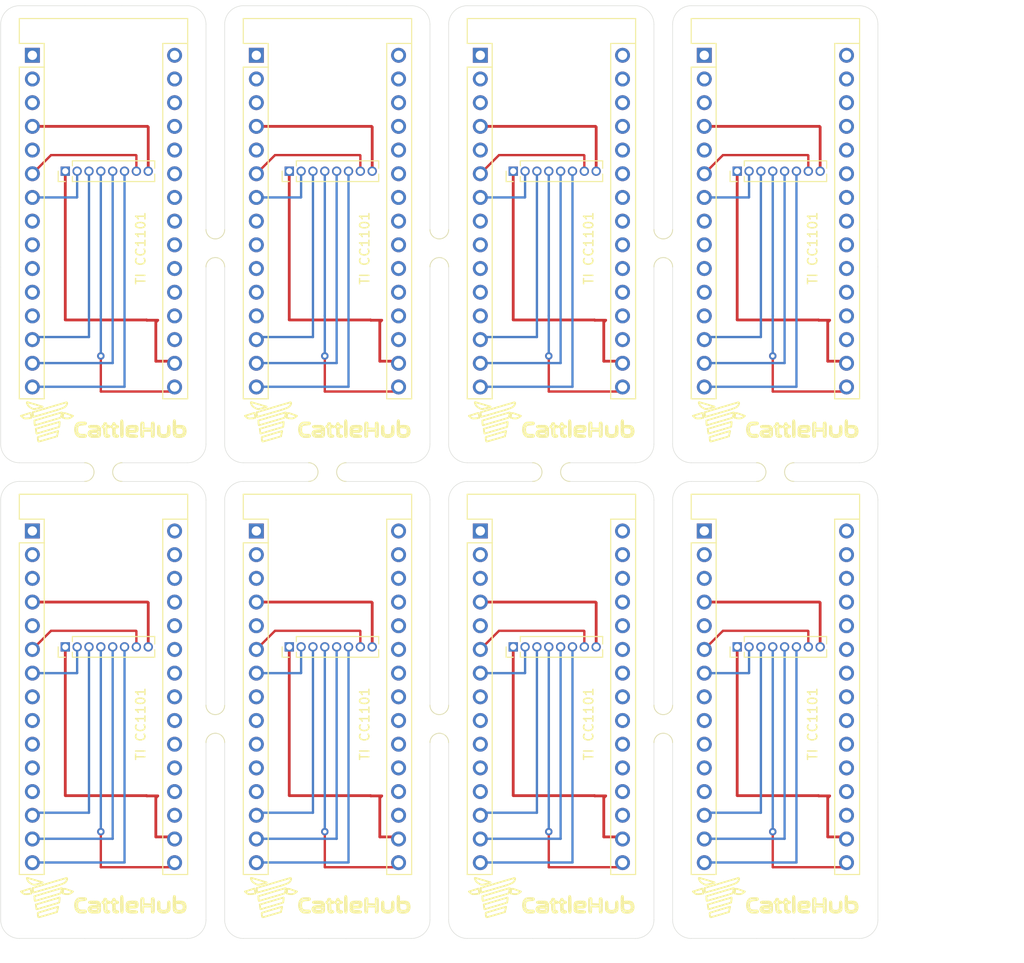
<source format=kicad_pcb>
(kicad_pcb (version 20171130) (host pcbnew "(5.1.10)-1")
  (layers (0 F.Cu signal) (31 B.Cu signal) (34 B.Paste user) (35 F.Paste user) (36 B.SilkS user) (37 F.SilkS user) (38 B.Mask user) (39 F.Mask user) (44 Edge.Cuts user))
  (net 0 "")
  (net 1 "Net-(A1-Pad1)")
  (net 2 VCC)
  (net 3 "Net-(A1-Pad2)")
  (net 4 "Net-(A1-Pad18)")
  (net 5 "Net-(A1-Pad3)")
  (net 6 "Net-(A1-Pad19)")
  (net 7 GND)
  (net 8 "Net-(A1-Pad20)")
  (net 9 "Net-(A1-Pad5)")
  (net 10 "Net-(A1-Pad21)")
  (net 11 GDO2)
  (net 12 "Net-(A1-Pad22)")
  (net 13 NC)
  (net 14 "Net-(A1-Pad23)")
  (net 15 "Net-(A1-Pad8)")
  (net 16 "Net-(A1-Pad24)")
  (net 17 "Net-(A1-Pad9)")
  (net 18 "Net-(A1-Pad25)")
  (net 19 "Net-(A1-Pad10)")
  (net 20 "Net-(A1-Pad26)")
  (net 21 "Net-(A1-Pad11)")
  (net 22 "Net-(A1-Pad27)")
  (net 23 "Net-(A1-Pad12)")
  (net 24 "Net-(A1-Pad28)")
  (net 25 CSN)
  (net 26 "Net-(A1-Pad29)")
  (net 27 MOSI)
  (net 28 "Net-(A1-Pad30)")
  (net 29 MISO)
  (net 30 SCK)
  (module panel:mouse-bite-2mm-slot (layer F.Cu) (at 182 133 270)
    (fp_text reference mouse-bite-2mm-slot hide)
    (fp_text value VAL** hide)
    (pad "" np_thru_hole circle (at 0 -0.75 270) (size 0.5 0.5) (drill 0.5) (layers *.Cu *.Mask))
    (pad "" np_thru_hole circle (at 0 0.75 270) (size 0.5 0.5) (drill 0.5) (layers *.Cu *.Mask))
    (pad "" np_thru_hole circle (at 0.75 -0.75 270) (size 0.5 0.5) (drill 0.5) (layers *.Cu *.Mask))
    (pad "" np_thru_hole circle (at -0.75 -0.75 270) (size 0.5 0.5) (drill 0.5) (layers *.Cu *.Mask))
    (pad "" np_thru_hole circle (at -0.75 0.75 270) (size 0.5 0.5) (drill 0.5) (layers *.Cu *.Mask))
    (pad "" np_thru_hole circle (at 0.75 0.75 270) (size 0.5 0.5) (drill 0.5) (layers *.Cu *.Mask))
  )
  (module panel:mouse-bite-2mm-slot (layer F.Cu) (at 158 133 270)
    (fp_text reference mouse-bite-2mm-slot hide)
    (fp_text value VAL** hide)
    (pad "" np_thru_hole circle (at 0 -0.75 270) (size 0.5 0.5) (drill 0.5) (layers *.Cu *.Mask))
    (pad "" np_thru_hole circle (at 0 0.75 270) (size 0.5 0.5) (drill 0.5) (layers *.Cu *.Mask))
    (pad "" np_thru_hole circle (at 0.75 -0.75 270) (size 0.5 0.5) (drill 0.5) (layers *.Cu *.Mask))
    (pad "" np_thru_hole circle (at -0.75 -0.75 270) (size 0.5 0.5) (drill 0.5) (layers *.Cu *.Mask))
    (pad "" np_thru_hole circle (at -0.75 0.75 270) (size 0.5 0.5) (drill 0.5) (layers *.Cu *.Mask))
    (pad "" np_thru_hole circle (at 0.75 0.75 270) (size 0.5 0.5) (drill 0.5) (layers *.Cu *.Mask))
  )
  (module panel:mouse-bite-2mm-slot (layer F.Cu) (at 134 133 270)
    (fp_text reference mouse-bite-2mm-slot hide)
    (fp_text value VAL** hide)
    (pad "" np_thru_hole circle (at 0 -0.75 270) (size 0.5 0.5) (drill 0.5) (layers *.Cu *.Mask))
    (pad "" np_thru_hole circle (at 0 0.75 270) (size 0.5 0.5) (drill 0.5) (layers *.Cu *.Mask))
    (pad "" np_thru_hole circle (at 0.75 -0.75 270) (size 0.5 0.5) (drill 0.5) (layers *.Cu *.Mask))
    (pad "" np_thru_hole circle (at -0.75 -0.75 270) (size 0.5 0.5) (drill 0.5) (layers *.Cu *.Mask))
    (pad "" np_thru_hole circle (at -0.75 0.75 270) (size 0.5 0.5) (drill 0.5) (layers *.Cu *.Mask))
    (pad "" np_thru_hole circle (at 0.75 0.75 270) (size 0.5 0.5) (drill 0.5) (layers *.Cu *.Mask))
  )
  (module panel:mouse-bite-2mm-slot (layer F.Cu) (at 182 82 270)
    (fp_text reference mouse-bite-2mm-slot hide)
    (fp_text value VAL** hide)
    (pad "" np_thru_hole circle (at 0 -0.75 270) (size 0.5 0.5) (drill 0.5) (layers *.Cu *.Mask))
    (pad "" np_thru_hole circle (at 0 0.75 270) (size 0.5 0.5) (drill 0.5) (layers *.Cu *.Mask))
    (pad "" np_thru_hole circle (at 0.75 -0.75 270) (size 0.5 0.5) (drill 0.5) (layers *.Cu *.Mask))
    (pad "" np_thru_hole circle (at -0.75 -0.75 270) (size 0.5 0.5) (drill 0.5) (layers *.Cu *.Mask))
    (pad "" np_thru_hole circle (at -0.75 0.75 270) (size 0.5 0.5) (drill 0.5) (layers *.Cu *.Mask))
    (pad "" np_thru_hole circle (at 0.75 0.75 270) (size 0.5 0.5) (drill 0.5) (layers *.Cu *.Mask))
  )
  (module panel:mouse-bite-2mm-slot (layer F.Cu) (at 158 82 270)
    (fp_text reference mouse-bite-2mm-slot hide)
    (fp_text value VAL** hide)
    (pad "" np_thru_hole circle (at 0 -0.75 270) (size 0.5 0.5) (drill 0.5) (layers *.Cu *.Mask))
    (pad "" np_thru_hole circle (at 0 0.75 270) (size 0.5 0.5) (drill 0.5) (layers *.Cu *.Mask))
    (pad "" np_thru_hole circle (at 0.75 -0.75 270) (size 0.5 0.5) (drill 0.5) (layers *.Cu *.Mask))
    (pad "" np_thru_hole circle (at -0.75 -0.75 270) (size 0.5 0.5) (drill 0.5) (layers *.Cu *.Mask))
    (pad "" np_thru_hole circle (at -0.75 0.75 270) (size 0.5 0.5) (drill 0.5) (layers *.Cu *.Mask))
    (pad "" np_thru_hole circle (at 0.75 0.75 270) (size 0.5 0.5) (drill 0.5) (layers *.Cu *.Mask))
  )
  (module panel:mouse-bite-2mm-slot (layer F.Cu) (at 134 82 270)
    (fp_text reference mouse-bite-2mm-slot hide)
    (fp_text value VAL** hide)
    (pad "" np_thru_hole circle (at 0 -0.75 270) (size 0.5 0.5) (drill 0.5) (layers *.Cu *.Mask))
    (pad "" np_thru_hole circle (at 0 0.75 270) (size 0.5 0.5) (drill 0.5) (layers *.Cu *.Mask))
    (pad "" np_thru_hole circle (at 0.75 -0.75 270) (size 0.5 0.5) (drill 0.5) (layers *.Cu *.Mask))
    (pad "" np_thru_hole circle (at -0.75 -0.75 270) (size 0.5 0.5) (drill 0.5) (layers *.Cu *.Mask))
    (pad "" np_thru_hole circle (at -0.75 0.75 270) (size 0.5 0.5) (drill 0.5) (layers *.Cu *.Mask))
    (pad "" np_thru_hole circle (at 0.75 0.75 270) (size 0.5 0.5) (drill 0.5) (layers *.Cu *.Mask))
  )
  (module panel:mouse-bite-2mm-slot (layer F.Cu) (at 194 106)
    (fp_text reference mouse-bite-2mm-slot hide)
    (fp_text value VAL** hide)
    (pad "" np_thru_hole circle (at 0 -0.75) (size 0.5 0.5) (drill 0.5) (layers *.Cu *.Mask))
    (pad "" np_thru_hole circle (at 0 0.75) (size 0.5 0.5) (drill 0.5) (layers *.Cu *.Mask))
    (pad "" np_thru_hole circle (at 0.75 -0.75) (size 0.5 0.5) (drill 0.5) (layers *.Cu *.Mask))
    (pad "" np_thru_hole circle (at -0.75 -0.75) (size 0.5 0.5) (drill 0.5) (layers *.Cu *.Mask))
    (pad "" np_thru_hole circle (at -0.75 0.75) (size 0.5 0.5) (drill 0.5) (layers *.Cu *.Mask))
    (pad "" np_thru_hole circle (at 0.75 0.75) (size 0.5 0.5) (drill 0.5) (layers *.Cu *.Mask))
  )
  (module panel:mouse-bite-2mm-slot (layer F.Cu) (at 170 106)
    (fp_text reference mouse-bite-2mm-slot hide)
    (fp_text value VAL** hide)
    (pad "" np_thru_hole circle (at 0 -0.75) (size 0.5 0.5) (drill 0.5) (layers *.Cu *.Mask))
    (pad "" np_thru_hole circle (at 0 0.75) (size 0.5 0.5) (drill 0.5) (layers *.Cu *.Mask))
    (pad "" np_thru_hole circle (at 0.75 -0.75) (size 0.5 0.5) (drill 0.5) (layers *.Cu *.Mask))
    (pad "" np_thru_hole circle (at -0.75 -0.75) (size 0.5 0.5) (drill 0.5) (layers *.Cu *.Mask))
    (pad "" np_thru_hole circle (at -0.75 0.75) (size 0.5 0.5) (drill 0.5) (layers *.Cu *.Mask))
    (pad "" np_thru_hole circle (at 0.75 0.75) (size 0.5 0.5) (drill 0.5) (layers *.Cu *.Mask))
  )
  (module panel:mouse-bite-2mm-slot (layer F.Cu) (at 146 106)
    (fp_text reference mouse-bite-2mm-slot hide)
    (fp_text value VAL** hide)
    (pad "" np_thru_hole circle (at 0 -0.75) (size 0.5 0.5) (drill 0.5) (layers *.Cu *.Mask))
    (pad "" np_thru_hole circle (at 0 0.75) (size 0.5 0.5) (drill 0.5) (layers *.Cu *.Mask))
    (pad "" np_thru_hole circle (at 0.75 -0.75) (size 0.5 0.5) (drill 0.5) (layers *.Cu *.Mask))
    (pad "" np_thru_hole circle (at -0.75 -0.75) (size 0.5 0.5) (drill 0.5) (layers *.Cu *.Mask))
    (pad "" np_thru_hole circle (at -0.75 0.75) (size 0.5 0.5) (drill 0.5) (layers *.Cu *.Mask))
    (pad "" np_thru_hole circle (at 0.75 0.75) (size 0.5 0.5) (drill 0.5) (layers *.Cu *.Mask))
  )
  (module panel:mouse-bite-2mm-slot (layer F.Cu) (at 122 106)
    (fp_text reference mouse-bite-2mm-slot hide)
    (fp_text value VAL** hide)
    (pad "" np_thru_hole circle (at 0 -0.75) (size 0.5 0.5) (drill 0.5) (layers *.Cu *.Mask))
    (pad "" np_thru_hole circle (at 0 0.75) (size 0.5 0.5) (drill 0.5) (layers *.Cu *.Mask))
    (pad "" np_thru_hole circle (at 0.75 -0.75) (size 0.5 0.5) (drill 0.5) (layers *.Cu *.Mask))
    (pad "" np_thru_hole circle (at -0.75 -0.75) (size 0.5 0.5) (drill 0.5) (layers *.Cu *.Mask))
    (pad "" np_thru_hole circle (at -0.75 0.75) (size 0.5 0.5) (drill 0.5) (layers *.Cu *.Mask))
    (pad "" np_thru_hole circle (at 0.75 0.75) (size 0.5 0.5) (drill 0.5) (layers *.Cu *.Mask))
  )
  (module Module:Arduino_Nano (layer F.Cu) (at 186.395001 112.315001)
    (fp_text reference A1)
    (fp_text value Arduino_Nano_v3.x)
    (pad 16 thru_hole oval (at 15.24 35.56) (size 1.6 1.6) (drill 1) (layers *.Cu *.Mask) (net 30 SCK))
    (pad 15 thru_hole oval (at 0 35.56) (size 1.6 1.6) (drill 1) (layers *.Cu *.Mask) (net 29 MISO))
    (pad 30 thru_hole oval (at 15.24 0) (size 1.6 1.6) (drill 1) (layers *.Cu *.Mask) (net 28 "Net-(A1-Pad30)"))
    (pad 14 thru_hole oval (at 0 33.02) (size 1.6 1.6) (drill 1) (layers *.Cu *.Mask) (net 27 MOSI))
    (pad 29 thru_hole oval (at 15.24 2.54) (size 1.6 1.6) (drill 1) (layers *.Cu *.Mask) (net 26 "Net-(A1-Pad29)"))
    (pad 13 thru_hole oval (at 0 30.48) (size 1.6 1.6) (drill 1) (layers *.Cu *.Mask) (net 25 CSN))
    (pad 28 thru_hole oval (at 15.24 5.08) (size 1.6 1.6) (drill 1) (layers *.Cu *.Mask) (net 24 "Net-(A1-Pad28)"))
    (pad 12 thru_hole oval (at 0 27.94) (size 1.6 1.6) (drill 1) (layers *.Cu *.Mask) (net 23 "Net-(A1-Pad12)"))
    (pad 27 thru_hole oval (at 15.24 7.62) (size 1.6 1.6) (drill 1) (layers *.Cu *.Mask) (net 22 "Net-(A1-Pad27)"))
    (pad 11 thru_hole oval (at 0 25.4) (size 1.6 1.6) (drill 1) (layers *.Cu *.Mask) (net 21 "Net-(A1-Pad11)"))
    (pad 26 thru_hole oval (at 15.24 10.16) (size 1.6 1.6) (drill 1) (layers *.Cu *.Mask) (net 20 "Net-(A1-Pad26)"))
    (pad 10 thru_hole oval (at 0 22.86) (size 1.6 1.6) (drill 1) (layers *.Cu *.Mask) (net 19 "Net-(A1-Pad10)"))
    (pad 25 thru_hole oval (at 15.24 12.7) (size 1.6 1.6) (drill 1) (layers *.Cu *.Mask) (net 18 "Net-(A1-Pad25)"))
    (pad 9 thru_hole oval (at 0 20.32) (size 1.6 1.6) (drill 1) (layers *.Cu *.Mask) (net 17 "Net-(A1-Pad9)"))
    (pad 24 thru_hole oval (at 15.24 15.24) (size 1.6 1.6) (drill 1) (layers *.Cu *.Mask) (net 16 "Net-(A1-Pad24)"))
    (pad 8 thru_hole oval (at 0 17.78) (size 1.6 1.6) (drill 1) (layers *.Cu *.Mask) (net 15 "Net-(A1-Pad8)"))
    (pad 23 thru_hole oval (at 15.24 17.78) (size 1.6 1.6) (drill 1) (layers *.Cu *.Mask) (net 14 "Net-(A1-Pad23)"))
    (pad 7 thru_hole oval (at 0 15.24) (size 1.6 1.6) (drill 1) (layers *.Cu *.Mask) (net 13 NC))
    (pad 22 thru_hole oval (at 15.24 20.32) (size 1.6 1.6) (drill 1) (layers *.Cu *.Mask) (net 12 "Net-(A1-Pad22)"))
    (pad 6 thru_hole oval (at 0 12.7) (size 1.6 1.6) (drill 1) (layers *.Cu *.Mask) (net 11 GDO2))
    (pad 21 thru_hole oval (at 15.24 22.86) (size 1.6 1.6) (drill 1) (layers *.Cu *.Mask) (net 10 "Net-(A1-Pad21)"))
    (pad 5 thru_hole oval (at 0 10.16) (size 1.6 1.6) (drill 1) (layers *.Cu *.Mask) (net 9 "Net-(A1-Pad5)"))
    (pad 20 thru_hole oval (at 15.24 25.4) (size 1.6 1.6) (drill 1) (layers *.Cu *.Mask) (net 8 "Net-(A1-Pad20)"))
    (pad 4 thru_hole oval (at 0 7.62) (size 1.6 1.6) (drill 1) (layers *.Cu *.Mask) (net 7 GND))
    (pad 19 thru_hole oval (at 15.24 27.94) (size 1.6 1.6) (drill 1) (layers *.Cu *.Mask) (net 6 "Net-(A1-Pad19)"))
    (pad 3 thru_hole oval (at 0 5.08) (size 1.6 1.6) (drill 1) (layers *.Cu *.Mask) (net 5 "Net-(A1-Pad3)"))
    (pad 18 thru_hole oval (at 15.24 30.48) (size 1.6 1.6) (drill 1) (layers *.Cu *.Mask) (net 4 "Net-(A1-Pad18)"))
    (pad 2 thru_hole oval (at 0 2.54) (size 1.6 1.6) (drill 1) (layers *.Cu *.Mask) (net 3 "Net-(A1-Pad2)"))
    (pad 17 thru_hole oval (at 15.24 33.02) (size 1.6 1.6) (drill 1) (layers *.Cu *.Mask) (net 2 VCC))
    (pad 1 thru_hole rect (at 0 0) (size 1.6 1.6) (drill 1) (layers *.Cu *.Mask) (net 1 "Net-(A1-Pad1)"))
  )
  (module Module:Arduino_Nano (layer F.Cu) (at 162.395001 112.315001)
    (fp_text reference A1)
    (fp_text value Arduino_Nano_v3.x)
    (pad 16 thru_hole oval (at 15.24 35.56) (size 1.6 1.6) (drill 1) (layers *.Cu *.Mask) (net 30 SCK))
    (pad 15 thru_hole oval (at 0 35.56) (size 1.6 1.6) (drill 1) (layers *.Cu *.Mask) (net 29 MISO))
    (pad 30 thru_hole oval (at 15.24 0) (size 1.6 1.6) (drill 1) (layers *.Cu *.Mask) (net 28 "Net-(A1-Pad30)"))
    (pad 14 thru_hole oval (at 0 33.02) (size 1.6 1.6) (drill 1) (layers *.Cu *.Mask) (net 27 MOSI))
    (pad 29 thru_hole oval (at 15.24 2.54) (size 1.6 1.6) (drill 1) (layers *.Cu *.Mask) (net 26 "Net-(A1-Pad29)"))
    (pad 13 thru_hole oval (at 0 30.48) (size 1.6 1.6) (drill 1) (layers *.Cu *.Mask) (net 25 CSN))
    (pad 28 thru_hole oval (at 15.24 5.08) (size 1.6 1.6) (drill 1) (layers *.Cu *.Mask) (net 24 "Net-(A1-Pad28)"))
    (pad 12 thru_hole oval (at 0 27.94) (size 1.6 1.6) (drill 1) (layers *.Cu *.Mask) (net 23 "Net-(A1-Pad12)"))
    (pad 27 thru_hole oval (at 15.24 7.62) (size 1.6 1.6) (drill 1) (layers *.Cu *.Mask) (net 22 "Net-(A1-Pad27)"))
    (pad 11 thru_hole oval (at 0 25.4) (size 1.6 1.6) (drill 1) (layers *.Cu *.Mask) (net 21 "Net-(A1-Pad11)"))
    (pad 26 thru_hole oval (at 15.24 10.16) (size 1.6 1.6) (drill 1) (layers *.Cu *.Mask) (net 20 "Net-(A1-Pad26)"))
    (pad 10 thru_hole oval (at 0 22.86) (size 1.6 1.6) (drill 1) (layers *.Cu *.Mask) (net 19 "Net-(A1-Pad10)"))
    (pad 25 thru_hole oval (at 15.24 12.7) (size 1.6 1.6) (drill 1) (layers *.Cu *.Mask) (net 18 "Net-(A1-Pad25)"))
    (pad 9 thru_hole oval (at 0 20.32) (size 1.6 1.6) (drill 1) (layers *.Cu *.Mask) (net 17 "Net-(A1-Pad9)"))
    (pad 24 thru_hole oval (at 15.24 15.24) (size 1.6 1.6) (drill 1) (layers *.Cu *.Mask) (net 16 "Net-(A1-Pad24)"))
    (pad 8 thru_hole oval (at 0 17.78) (size 1.6 1.6) (drill 1) (layers *.Cu *.Mask) (net 15 "Net-(A1-Pad8)"))
    (pad 23 thru_hole oval (at 15.24 17.78) (size 1.6 1.6) (drill 1) (layers *.Cu *.Mask) (net 14 "Net-(A1-Pad23)"))
    (pad 7 thru_hole oval (at 0 15.24) (size 1.6 1.6) (drill 1) (layers *.Cu *.Mask) (net 13 NC))
    (pad 22 thru_hole oval (at 15.24 20.32) (size 1.6 1.6) (drill 1) (layers *.Cu *.Mask) (net 12 "Net-(A1-Pad22)"))
    (pad 6 thru_hole oval (at 0 12.7) (size 1.6 1.6) (drill 1) (layers *.Cu *.Mask) (net 11 GDO2))
    (pad 21 thru_hole oval (at 15.24 22.86) (size 1.6 1.6) (drill 1) (layers *.Cu *.Mask) (net 10 "Net-(A1-Pad21)"))
    (pad 5 thru_hole oval (at 0 10.16) (size 1.6 1.6) (drill 1) (layers *.Cu *.Mask) (net 9 "Net-(A1-Pad5)"))
    (pad 20 thru_hole oval (at 15.24 25.4) (size 1.6 1.6) (drill 1) (layers *.Cu *.Mask) (net 8 "Net-(A1-Pad20)"))
    (pad 4 thru_hole oval (at 0 7.62) (size 1.6 1.6) (drill 1) (layers *.Cu *.Mask) (net 7 GND))
    (pad 19 thru_hole oval (at 15.24 27.94) (size 1.6 1.6) (drill 1) (layers *.Cu *.Mask) (net 6 "Net-(A1-Pad19)"))
    (pad 3 thru_hole oval (at 0 5.08) (size 1.6 1.6) (drill 1) (layers *.Cu *.Mask) (net 5 "Net-(A1-Pad3)"))
    (pad 18 thru_hole oval (at 15.24 30.48) (size 1.6 1.6) (drill 1) (layers *.Cu *.Mask) (net 4 "Net-(A1-Pad18)"))
    (pad 2 thru_hole oval (at 0 2.54) (size 1.6 1.6) (drill 1) (layers *.Cu *.Mask) (net 3 "Net-(A1-Pad2)"))
    (pad 17 thru_hole oval (at 15.24 33.02) (size 1.6 1.6) (drill 1) (layers *.Cu *.Mask) (net 2 VCC))
    (pad 1 thru_hole rect (at 0 0) (size 1.6 1.6) (drill 1) (layers *.Cu *.Mask) (net 1 "Net-(A1-Pad1)"))
  )
  (module Module:Arduino_Nano (layer F.Cu) (at 138.395001 112.315001)
    (fp_text reference A1)
    (fp_text value Arduino_Nano_v3.x)
    (pad 16 thru_hole oval (at 15.24 35.56) (size 1.6 1.6) (drill 1) (layers *.Cu *.Mask) (net 30 SCK))
    (pad 15 thru_hole oval (at 0 35.56) (size 1.6 1.6) (drill 1) (layers *.Cu *.Mask) (net 29 MISO))
    (pad 30 thru_hole oval (at 15.24 0) (size 1.6 1.6) (drill 1) (layers *.Cu *.Mask) (net 28 "Net-(A1-Pad30)"))
    (pad 14 thru_hole oval (at 0 33.02) (size 1.6 1.6) (drill 1) (layers *.Cu *.Mask) (net 27 MOSI))
    (pad 29 thru_hole oval (at 15.24 2.54) (size 1.6 1.6) (drill 1) (layers *.Cu *.Mask) (net 26 "Net-(A1-Pad29)"))
    (pad 13 thru_hole oval (at 0 30.48) (size 1.6 1.6) (drill 1) (layers *.Cu *.Mask) (net 25 CSN))
    (pad 28 thru_hole oval (at 15.24 5.08) (size 1.6 1.6) (drill 1) (layers *.Cu *.Mask) (net 24 "Net-(A1-Pad28)"))
    (pad 12 thru_hole oval (at 0 27.94) (size 1.6 1.6) (drill 1) (layers *.Cu *.Mask) (net 23 "Net-(A1-Pad12)"))
    (pad 27 thru_hole oval (at 15.24 7.62) (size 1.6 1.6) (drill 1) (layers *.Cu *.Mask) (net 22 "Net-(A1-Pad27)"))
    (pad 11 thru_hole oval (at 0 25.4) (size 1.6 1.6) (drill 1) (layers *.Cu *.Mask) (net 21 "Net-(A1-Pad11)"))
    (pad 26 thru_hole oval (at 15.24 10.16) (size 1.6 1.6) (drill 1) (layers *.Cu *.Mask) (net 20 "Net-(A1-Pad26)"))
    (pad 10 thru_hole oval (at 0 22.86) (size 1.6 1.6) (drill 1) (layers *.Cu *.Mask) (net 19 "Net-(A1-Pad10)"))
    (pad 25 thru_hole oval (at 15.24 12.7) (size 1.6 1.6) (drill 1) (layers *.Cu *.Mask) (net 18 "Net-(A1-Pad25)"))
    (pad 9 thru_hole oval (at 0 20.32) (size 1.6 1.6) (drill 1) (layers *.Cu *.Mask) (net 17 "Net-(A1-Pad9)"))
    (pad 24 thru_hole oval (at 15.24 15.24) (size 1.6 1.6) (drill 1) (layers *.Cu *.Mask) (net 16 "Net-(A1-Pad24)"))
    (pad 8 thru_hole oval (at 0 17.78) (size 1.6 1.6) (drill 1) (layers *.Cu *.Mask) (net 15 "Net-(A1-Pad8)"))
    (pad 23 thru_hole oval (at 15.24 17.78) (size 1.6 1.6) (drill 1) (layers *.Cu *.Mask) (net 14 "Net-(A1-Pad23)"))
    (pad 7 thru_hole oval (at 0 15.24) (size 1.6 1.6) (drill 1) (layers *.Cu *.Mask) (net 13 NC))
    (pad 22 thru_hole oval (at 15.24 20.32) (size 1.6 1.6) (drill 1) (layers *.Cu *.Mask) (net 12 "Net-(A1-Pad22)"))
    (pad 6 thru_hole oval (at 0 12.7) (size 1.6 1.6) (drill 1) (layers *.Cu *.Mask) (net 11 GDO2))
    (pad 21 thru_hole oval (at 15.24 22.86) (size 1.6 1.6) (drill 1) (layers *.Cu *.Mask) (net 10 "Net-(A1-Pad21)"))
    (pad 5 thru_hole oval (at 0 10.16) (size 1.6 1.6) (drill 1) (layers *.Cu *.Mask) (net 9 "Net-(A1-Pad5)"))
    (pad 20 thru_hole oval (at 15.24 25.4) (size 1.6 1.6) (drill 1) (layers *.Cu *.Mask) (net 8 "Net-(A1-Pad20)"))
    (pad 4 thru_hole oval (at 0 7.62) (size 1.6 1.6) (drill 1) (layers *.Cu *.Mask) (net 7 GND))
    (pad 19 thru_hole oval (at 15.24 27.94) (size 1.6 1.6) (drill 1) (layers *.Cu *.Mask) (net 6 "Net-(A1-Pad19)"))
    (pad 3 thru_hole oval (at 0 5.08) (size 1.6 1.6) (drill 1) (layers *.Cu *.Mask) (net 5 "Net-(A1-Pad3)"))
    (pad 18 thru_hole oval (at 15.24 30.48) (size 1.6 1.6) (drill 1) (layers *.Cu *.Mask) (net 4 "Net-(A1-Pad18)"))
    (pad 2 thru_hole oval (at 0 2.54) (size 1.6 1.6) (drill 1) (layers *.Cu *.Mask) (net 3 "Net-(A1-Pad2)"))
    (pad 17 thru_hole oval (at 15.24 33.02) (size 1.6 1.6) (drill 1) (layers *.Cu *.Mask) (net 2 VCC))
    (pad 1 thru_hole rect (at 0 0) (size 1.6 1.6) (drill 1) (layers *.Cu *.Mask) (net 1 "Net-(A1-Pad1)"))
  )
  (module Module:Arduino_Nano (layer F.Cu) (at 114.395001 112.315001)
    (fp_text reference A1)
    (fp_text value Arduino_Nano_v3.x)
    (pad 16 thru_hole oval (at 15.24 35.56) (size 1.6 1.6) (drill 1) (layers *.Cu *.Mask) (net 30 SCK))
    (pad 15 thru_hole oval (at 0 35.56) (size 1.6 1.6) (drill 1) (layers *.Cu *.Mask) (net 29 MISO))
    (pad 30 thru_hole oval (at 15.24 0) (size 1.6 1.6) (drill 1) (layers *.Cu *.Mask) (net 28 "Net-(A1-Pad30)"))
    (pad 14 thru_hole oval (at 0 33.02) (size 1.6 1.6) (drill 1) (layers *.Cu *.Mask) (net 27 MOSI))
    (pad 29 thru_hole oval (at 15.24 2.54) (size 1.6 1.6) (drill 1) (layers *.Cu *.Mask) (net 26 "Net-(A1-Pad29)"))
    (pad 13 thru_hole oval (at 0 30.48) (size 1.6 1.6) (drill 1) (layers *.Cu *.Mask) (net 25 CSN))
    (pad 28 thru_hole oval (at 15.24 5.08) (size 1.6 1.6) (drill 1) (layers *.Cu *.Mask) (net 24 "Net-(A1-Pad28)"))
    (pad 12 thru_hole oval (at 0 27.94) (size 1.6 1.6) (drill 1) (layers *.Cu *.Mask) (net 23 "Net-(A1-Pad12)"))
    (pad 27 thru_hole oval (at 15.24 7.62) (size 1.6 1.6) (drill 1) (layers *.Cu *.Mask) (net 22 "Net-(A1-Pad27)"))
    (pad 11 thru_hole oval (at 0 25.4) (size 1.6 1.6) (drill 1) (layers *.Cu *.Mask) (net 21 "Net-(A1-Pad11)"))
    (pad 26 thru_hole oval (at 15.24 10.16) (size 1.6 1.6) (drill 1) (layers *.Cu *.Mask) (net 20 "Net-(A1-Pad26)"))
    (pad 10 thru_hole oval (at 0 22.86) (size 1.6 1.6) (drill 1) (layers *.Cu *.Mask) (net 19 "Net-(A1-Pad10)"))
    (pad 25 thru_hole oval (at 15.24 12.7) (size 1.6 1.6) (drill 1) (layers *.Cu *.Mask) (net 18 "Net-(A1-Pad25)"))
    (pad 9 thru_hole oval (at 0 20.32) (size 1.6 1.6) (drill 1) (layers *.Cu *.Mask) (net 17 "Net-(A1-Pad9)"))
    (pad 24 thru_hole oval (at 15.24 15.24) (size 1.6 1.6) (drill 1) (layers *.Cu *.Mask) (net 16 "Net-(A1-Pad24)"))
    (pad 8 thru_hole oval (at 0 17.78) (size 1.6 1.6) (drill 1) (layers *.Cu *.Mask) (net 15 "Net-(A1-Pad8)"))
    (pad 23 thru_hole oval (at 15.24 17.78) (size 1.6 1.6) (drill 1) (layers *.Cu *.Mask) (net 14 "Net-(A1-Pad23)"))
    (pad 7 thru_hole oval (at 0 15.24) (size 1.6 1.6) (drill 1) (layers *.Cu *.Mask) (net 13 NC))
    (pad 22 thru_hole oval (at 15.24 20.32) (size 1.6 1.6) (drill 1) (layers *.Cu *.Mask) (net 12 "Net-(A1-Pad22)"))
    (pad 6 thru_hole oval (at 0 12.7) (size 1.6 1.6) (drill 1) (layers *.Cu *.Mask) (net 11 GDO2))
    (pad 21 thru_hole oval (at 15.24 22.86) (size 1.6 1.6) (drill 1) (layers *.Cu *.Mask) (net 10 "Net-(A1-Pad21)"))
    (pad 5 thru_hole oval (at 0 10.16) (size 1.6 1.6) (drill 1) (layers *.Cu *.Mask) (net 9 "Net-(A1-Pad5)"))
    (pad 20 thru_hole oval (at 15.24 25.4) (size 1.6 1.6) (drill 1) (layers *.Cu *.Mask) (net 8 "Net-(A1-Pad20)"))
    (pad 4 thru_hole oval (at 0 7.62) (size 1.6 1.6) (drill 1) (layers *.Cu *.Mask) (net 7 GND))
    (pad 19 thru_hole oval (at 15.24 27.94) (size 1.6 1.6) (drill 1) (layers *.Cu *.Mask) (net 6 "Net-(A1-Pad19)"))
    (pad 3 thru_hole oval (at 0 5.08) (size 1.6 1.6) (drill 1) (layers *.Cu *.Mask) (net 5 "Net-(A1-Pad3)"))
    (pad 18 thru_hole oval (at 15.24 30.48) (size 1.6 1.6) (drill 1) (layers *.Cu *.Mask) (net 4 "Net-(A1-Pad18)"))
    (pad 2 thru_hole oval (at 0 2.54) (size 1.6 1.6) (drill 1) (layers *.Cu *.Mask) (net 3 "Net-(A1-Pad2)"))
    (pad 17 thru_hole oval (at 15.24 33.02) (size 1.6 1.6) (drill 1) (layers *.Cu *.Mask) (net 2 VCC))
    (pad 1 thru_hole rect (at 0 0) (size 1.6 1.6) (drill 1) (layers *.Cu *.Mask) (net 1 "Net-(A1-Pad1)"))
  )
  (module Module:Arduino_Nano (layer F.Cu) (at 186.395001 61.315001)
    (fp_text reference A1)
    (fp_text value Arduino_Nano_v3.x)
    (pad 16 thru_hole oval (at 15.24 35.56) (size 1.6 1.6) (drill 1) (layers *.Cu *.Mask) (net 30 SCK))
    (pad 15 thru_hole oval (at 0 35.56) (size 1.6 1.6) (drill 1) (layers *.Cu *.Mask) (net 29 MISO))
    (pad 30 thru_hole oval (at 15.24 0) (size 1.6 1.6) (drill 1) (layers *.Cu *.Mask) (net 28 "Net-(A1-Pad30)"))
    (pad 14 thru_hole oval (at 0 33.02) (size 1.6 1.6) (drill 1) (layers *.Cu *.Mask) (net 27 MOSI))
    (pad 29 thru_hole oval (at 15.24 2.54) (size 1.6 1.6) (drill 1) (layers *.Cu *.Mask) (net 26 "Net-(A1-Pad29)"))
    (pad 13 thru_hole oval (at 0 30.48) (size 1.6 1.6) (drill 1) (layers *.Cu *.Mask) (net 25 CSN))
    (pad 28 thru_hole oval (at 15.24 5.08) (size 1.6 1.6) (drill 1) (layers *.Cu *.Mask) (net 24 "Net-(A1-Pad28)"))
    (pad 12 thru_hole oval (at 0 27.94) (size 1.6 1.6) (drill 1) (layers *.Cu *.Mask) (net 23 "Net-(A1-Pad12)"))
    (pad 27 thru_hole oval (at 15.24 7.62) (size 1.6 1.6) (drill 1) (layers *.Cu *.Mask) (net 22 "Net-(A1-Pad27)"))
    (pad 11 thru_hole oval (at 0 25.4) (size 1.6 1.6) (drill 1) (layers *.Cu *.Mask) (net 21 "Net-(A1-Pad11)"))
    (pad 26 thru_hole oval (at 15.24 10.16) (size 1.6 1.6) (drill 1) (layers *.Cu *.Mask) (net 20 "Net-(A1-Pad26)"))
    (pad 10 thru_hole oval (at 0 22.86) (size 1.6 1.6) (drill 1) (layers *.Cu *.Mask) (net 19 "Net-(A1-Pad10)"))
    (pad 25 thru_hole oval (at 15.24 12.7) (size 1.6 1.6) (drill 1) (layers *.Cu *.Mask) (net 18 "Net-(A1-Pad25)"))
    (pad 9 thru_hole oval (at 0 20.32) (size 1.6 1.6) (drill 1) (layers *.Cu *.Mask) (net 17 "Net-(A1-Pad9)"))
    (pad 24 thru_hole oval (at 15.24 15.24) (size 1.6 1.6) (drill 1) (layers *.Cu *.Mask) (net 16 "Net-(A1-Pad24)"))
    (pad 8 thru_hole oval (at 0 17.78) (size 1.6 1.6) (drill 1) (layers *.Cu *.Mask) (net 15 "Net-(A1-Pad8)"))
    (pad 23 thru_hole oval (at 15.24 17.78) (size 1.6 1.6) (drill 1) (layers *.Cu *.Mask) (net 14 "Net-(A1-Pad23)"))
    (pad 7 thru_hole oval (at 0 15.24) (size 1.6 1.6) (drill 1) (layers *.Cu *.Mask) (net 13 NC))
    (pad 22 thru_hole oval (at 15.24 20.32) (size 1.6 1.6) (drill 1) (layers *.Cu *.Mask) (net 12 "Net-(A1-Pad22)"))
    (pad 6 thru_hole oval (at 0 12.7) (size 1.6 1.6) (drill 1) (layers *.Cu *.Mask) (net 11 GDO2))
    (pad 21 thru_hole oval (at 15.24 22.86) (size 1.6 1.6) (drill 1) (layers *.Cu *.Mask) (net 10 "Net-(A1-Pad21)"))
    (pad 5 thru_hole oval (at 0 10.16) (size 1.6 1.6) (drill 1) (layers *.Cu *.Mask) (net 9 "Net-(A1-Pad5)"))
    (pad 20 thru_hole oval (at 15.24 25.4) (size 1.6 1.6) (drill 1) (layers *.Cu *.Mask) (net 8 "Net-(A1-Pad20)"))
    (pad 4 thru_hole oval (at 0 7.62) (size 1.6 1.6) (drill 1) (layers *.Cu *.Mask) (net 7 GND))
    (pad 19 thru_hole oval (at 15.24 27.94) (size 1.6 1.6) (drill 1) (layers *.Cu *.Mask) (net 6 "Net-(A1-Pad19)"))
    (pad 3 thru_hole oval (at 0 5.08) (size 1.6 1.6) (drill 1) (layers *.Cu *.Mask) (net 5 "Net-(A1-Pad3)"))
    (pad 18 thru_hole oval (at 15.24 30.48) (size 1.6 1.6) (drill 1) (layers *.Cu *.Mask) (net 4 "Net-(A1-Pad18)"))
    (pad 2 thru_hole oval (at 0 2.54) (size 1.6 1.6) (drill 1) (layers *.Cu *.Mask) (net 3 "Net-(A1-Pad2)"))
    (pad 17 thru_hole oval (at 15.24 33.02) (size 1.6 1.6) (drill 1) (layers *.Cu *.Mask) (net 2 VCC))
    (pad 1 thru_hole rect (at 0 0) (size 1.6 1.6) (drill 1) (layers *.Cu *.Mask) (net 1 "Net-(A1-Pad1)"))
  )
  (module Module:Arduino_Nano (layer F.Cu) (at 162.395001 61.315001)
    (fp_text reference A1)
    (fp_text value Arduino_Nano_v3.x)
    (pad 16 thru_hole oval (at 15.24 35.56) (size 1.6 1.6) (drill 1) (layers *.Cu *.Mask) (net 30 SCK))
    (pad 15 thru_hole oval (at 0 35.56) (size 1.6 1.6) (drill 1) (layers *.Cu *.Mask) (net 29 MISO))
    (pad 30 thru_hole oval (at 15.24 0) (size 1.6 1.6) (drill 1) (layers *.Cu *.Mask) (net 28 "Net-(A1-Pad30)"))
    (pad 14 thru_hole oval (at 0 33.02) (size 1.6 1.6) (drill 1) (layers *.Cu *.Mask) (net 27 MOSI))
    (pad 29 thru_hole oval (at 15.24 2.54) (size 1.6 1.6) (drill 1) (layers *.Cu *.Mask) (net 26 "Net-(A1-Pad29)"))
    (pad 13 thru_hole oval (at 0 30.48) (size 1.6 1.6) (drill 1) (layers *.Cu *.Mask) (net 25 CSN))
    (pad 28 thru_hole oval (at 15.24 5.08) (size 1.6 1.6) (drill 1) (layers *.Cu *.Mask) (net 24 "Net-(A1-Pad28)"))
    (pad 12 thru_hole oval (at 0 27.94) (size 1.6 1.6) (drill 1) (layers *.Cu *.Mask) (net 23 "Net-(A1-Pad12)"))
    (pad 27 thru_hole oval (at 15.24 7.62) (size 1.6 1.6) (drill 1) (layers *.Cu *.Mask) (net 22 "Net-(A1-Pad27)"))
    (pad 11 thru_hole oval (at 0 25.4) (size 1.6 1.6) (drill 1) (layers *.Cu *.Mask) (net 21 "Net-(A1-Pad11)"))
    (pad 26 thru_hole oval (at 15.24 10.16) (size 1.6 1.6) (drill 1) (layers *.Cu *.Mask) (net 20 "Net-(A1-Pad26)"))
    (pad 10 thru_hole oval (at 0 22.86) (size 1.6 1.6) (drill 1) (layers *.Cu *.Mask) (net 19 "Net-(A1-Pad10)"))
    (pad 25 thru_hole oval (at 15.24 12.7) (size 1.6 1.6) (drill 1) (layers *.Cu *.Mask) (net 18 "Net-(A1-Pad25)"))
    (pad 9 thru_hole oval (at 0 20.32) (size 1.6 1.6) (drill 1) (layers *.Cu *.Mask) (net 17 "Net-(A1-Pad9)"))
    (pad 24 thru_hole oval (at 15.24 15.24) (size 1.6 1.6) (drill 1) (layers *.Cu *.Mask) (net 16 "Net-(A1-Pad24)"))
    (pad 8 thru_hole oval (at 0 17.78) (size 1.6 1.6) (drill 1) (layers *.Cu *.Mask) (net 15 "Net-(A1-Pad8)"))
    (pad 23 thru_hole oval (at 15.24 17.78) (size 1.6 1.6) (drill 1) (layers *.Cu *.Mask) (net 14 "Net-(A1-Pad23)"))
    (pad 7 thru_hole oval (at 0 15.24) (size 1.6 1.6) (drill 1) (layers *.Cu *.Mask) (net 13 NC))
    (pad 22 thru_hole oval (at 15.24 20.32) (size 1.6 1.6) (drill 1) (layers *.Cu *.Mask) (net 12 "Net-(A1-Pad22)"))
    (pad 6 thru_hole oval (at 0 12.7) (size 1.6 1.6) (drill 1) (layers *.Cu *.Mask) (net 11 GDO2))
    (pad 21 thru_hole oval (at 15.24 22.86) (size 1.6 1.6) (drill 1) (layers *.Cu *.Mask) (net 10 "Net-(A1-Pad21)"))
    (pad 5 thru_hole oval (at 0 10.16) (size 1.6 1.6) (drill 1) (layers *.Cu *.Mask) (net 9 "Net-(A1-Pad5)"))
    (pad 20 thru_hole oval (at 15.24 25.4) (size 1.6 1.6) (drill 1) (layers *.Cu *.Mask) (net 8 "Net-(A1-Pad20)"))
    (pad 4 thru_hole oval (at 0 7.62) (size 1.6 1.6) (drill 1) (layers *.Cu *.Mask) (net 7 GND))
    (pad 19 thru_hole oval (at 15.24 27.94) (size 1.6 1.6) (drill 1) (layers *.Cu *.Mask) (net 6 "Net-(A1-Pad19)"))
    (pad 3 thru_hole oval (at 0 5.08) (size 1.6 1.6) (drill 1) (layers *.Cu *.Mask) (net 5 "Net-(A1-Pad3)"))
    (pad 18 thru_hole oval (at 15.24 30.48) (size 1.6 1.6) (drill 1) (layers *.Cu *.Mask) (net 4 "Net-(A1-Pad18)"))
    (pad 2 thru_hole oval (at 0 2.54) (size 1.6 1.6) (drill 1) (layers *.Cu *.Mask) (net 3 "Net-(A1-Pad2)"))
    (pad 17 thru_hole oval (at 15.24 33.02) (size 1.6 1.6) (drill 1) (layers *.Cu *.Mask) (net 2 VCC))
    (pad 1 thru_hole rect (at 0 0) (size 1.6 1.6) (drill 1) (layers *.Cu *.Mask) (net 1 "Net-(A1-Pad1)"))
  )
  (module Module:Arduino_Nano (layer F.Cu) (at 138.395001 61.315001)
    (fp_text reference A1)
    (fp_text value Arduino_Nano_v3.x)
    (pad 16 thru_hole oval (at 15.24 35.56) (size 1.6 1.6) (drill 1) (layers *.Cu *.Mask) (net 30 SCK))
    (pad 15 thru_hole oval (at 0 35.56) (size 1.6 1.6) (drill 1) (layers *.Cu *.Mask) (net 29 MISO))
    (pad 30 thru_hole oval (at 15.24 0) (size 1.6 1.6) (drill 1) (layers *.Cu *.Mask) (net 28 "Net-(A1-Pad30)"))
    (pad 14 thru_hole oval (at 0 33.02) (size 1.6 1.6) (drill 1) (layers *.Cu *.Mask) (net 27 MOSI))
    (pad 29 thru_hole oval (at 15.24 2.54) (size 1.6 1.6) (drill 1) (layers *.Cu *.Mask) (net 26 "Net-(A1-Pad29)"))
    (pad 13 thru_hole oval (at 0 30.48) (size 1.6 1.6) (drill 1) (layers *.Cu *.Mask) (net 25 CSN))
    (pad 28 thru_hole oval (at 15.24 5.08) (size 1.6 1.6) (drill 1) (layers *.Cu *.Mask) (net 24 "Net-(A1-Pad28)"))
    (pad 12 thru_hole oval (at 0 27.94) (size 1.6 1.6) (drill 1) (layers *.Cu *.Mask) (net 23 "Net-(A1-Pad12)"))
    (pad 27 thru_hole oval (at 15.24 7.62) (size 1.6 1.6) (drill 1) (layers *.Cu *.Mask) (net 22 "Net-(A1-Pad27)"))
    (pad 11 thru_hole oval (at 0 25.4) (size 1.6 1.6) (drill 1) (layers *.Cu *.Mask) (net 21 "Net-(A1-Pad11)"))
    (pad 26 thru_hole oval (at 15.24 10.16) (size 1.6 1.6) (drill 1) (layers *.Cu *.Mask) (net 20 "Net-(A1-Pad26)"))
    (pad 10 thru_hole oval (at 0 22.86) (size 1.6 1.6) (drill 1) (layers *.Cu *.Mask) (net 19 "Net-(A1-Pad10)"))
    (pad 25 thru_hole oval (at 15.24 12.7) (size 1.6 1.6) (drill 1) (layers *.Cu *.Mask) (net 18 "Net-(A1-Pad25)"))
    (pad 9 thru_hole oval (at 0 20.32) (size 1.6 1.6) (drill 1) (layers *.Cu *.Mask) (net 17 "Net-(A1-Pad9)"))
    (pad 24 thru_hole oval (at 15.24 15.24) (size 1.6 1.6) (drill 1) (layers *.Cu *.Mask) (net 16 "Net-(A1-Pad24)"))
    (pad 8 thru_hole oval (at 0 17.78) (size 1.6 1.6) (drill 1) (layers *.Cu *.Mask) (net 15 "Net-(A1-Pad8)"))
    (pad 23 thru_hole oval (at 15.24 17.78) (size 1.6 1.6) (drill 1) (layers *.Cu *.Mask) (net 14 "Net-(A1-Pad23)"))
    (pad 7 thru_hole oval (at 0 15.24) (size 1.6 1.6) (drill 1) (layers *.Cu *.Mask) (net 13 NC))
    (pad 22 thru_hole oval (at 15.24 20.32) (size 1.6 1.6) (drill 1) (layers *.Cu *.Mask) (net 12 "Net-(A1-Pad22)"))
    (pad 6 thru_hole oval (at 0 12.7) (size 1.6 1.6) (drill 1) (layers *.Cu *.Mask) (net 11 GDO2))
    (pad 21 thru_hole oval (at 15.24 22.86) (size 1.6 1.6) (drill 1) (layers *.Cu *.Mask) (net 10 "Net-(A1-Pad21)"))
    (pad 5 thru_hole oval (at 0 10.16) (size 1.6 1.6) (drill 1) (layers *.Cu *.Mask) (net 9 "Net-(A1-Pad5)"))
    (pad 20 thru_hole oval (at 15.24 25.4) (size 1.6 1.6) (drill 1) (layers *.Cu *.Mask) (net 8 "Net-(A1-Pad20)"))
    (pad 4 thru_hole oval (at 0 7.62) (size 1.6 1.6) (drill 1) (layers *.Cu *.Mask) (net 7 GND))
    (pad 19 thru_hole oval (at 15.24 27.94) (size 1.6 1.6) (drill 1) (layers *.Cu *.Mask) (net 6 "Net-(A1-Pad19)"))
    (pad 3 thru_hole oval (at 0 5.08) (size 1.6 1.6) (drill 1) (layers *.Cu *.Mask) (net 5 "Net-(A1-Pad3)"))
    (pad 18 thru_hole oval (at 15.24 30.48) (size 1.6 1.6) (drill 1) (layers *.Cu *.Mask) (net 4 "Net-(A1-Pad18)"))
    (pad 2 thru_hole oval (at 0 2.54) (size 1.6 1.6) (drill 1) (layers *.Cu *.Mask) (net 3 "Net-(A1-Pad2)"))
    (pad 17 thru_hole oval (at 15.24 33.02) (size 1.6 1.6) (drill 1) (layers *.Cu *.Mask) (net 2 VCC))
    (pad 1 thru_hole rect (at 0 0) (size 1.6 1.6) (drill 1) (layers *.Cu *.Mask) (net 1 "Net-(A1-Pad1)"))
  )
  (module Connector_PinHeader_1.27mm:PinHeader_1x08_P1.27mm_Vertical (layer F.Cu) (at 189.92 124.74 90)
    (fp_text reference "TI CC1101" (at -8.26 8.08 90) (layer F.SilkS))
    (fp_text value Conn_01x08_Male)
    (pad 1 thru_hole rect (at 0 0 90) (size 1 1) (drill 0.65) (layers *.Cu *.Mask) (net 2 VCC))
    (pad 2 thru_hole oval (at 0 1.27 90) (size 1 1) (drill 0.65) (layers *.Cu *.Mask) (net 13 NC))
    (pad 3 thru_hole oval (at 0 2.54 90) (size 1 1) (drill 0.65) (layers *.Cu *.Mask) (net 25 CSN))
    (pad 4 thru_hole oval (at 0 3.81 90) (size 1 1) (drill 0.65) (layers *.Cu *.Mask) (net 30 SCK))
    (pad 5 thru_hole oval (at 0 5.08 90) (size 1 1) (drill 0.65) (layers *.Cu *.Mask) (net 27 MOSI))
    (pad 6 thru_hole oval (at 0 6.35 90) (size 1 1) (drill 0.65) (layers *.Cu *.Mask) (net 29 MISO))
    (pad 7 thru_hole oval (at 0 7.62 90) (size 1 1) (drill 0.65) (layers *.Cu *.Mask) (net 11 GDO2))
    (pad 8 thru_hole oval (at 0 8.89 90) (size 1 1) (drill 0.65) (layers *.Cu *.Mask) (net 7 GND))
  )
  (module Connector_PinHeader_1.27mm:PinHeader_1x08_P1.27mm_Vertical (layer F.Cu) (at 165.92 124.74 90)
    (fp_text reference "TI CC1101" (at -8.26 8.08 90) (layer F.SilkS))
    (fp_text value Conn_01x08_Male)
    (pad 1 thru_hole rect (at 0 0 90) (size 1 1) (drill 0.65) (layers *.Cu *.Mask) (net 2 VCC))
    (pad 2 thru_hole oval (at 0 1.27 90) (size 1 1) (drill 0.65) (layers *.Cu *.Mask) (net 13 NC))
    (pad 3 thru_hole oval (at 0 2.54 90) (size 1 1) (drill 0.65) (layers *.Cu *.Mask) (net 25 CSN))
    (pad 4 thru_hole oval (at 0 3.81 90) (size 1 1) (drill 0.65) (layers *.Cu *.Mask) (net 30 SCK))
    (pad 5 thru_hole oval (at 0 5.08 90) (size 1 1) (drill 0.65) (layers *.Cu *.Mask) (net 27 MOSI))
    (pad 6 thru_hole oval (at 0 6.35 90) (size 1 1) (drill 0.65) (layers *.Cu *.Mask) (net 29 MISO))
    (pad 7 thru_hole oval (at 0 7.62 90) (size 1 1) (drill 0.65) (layers *.Cu *.Mask) (net 11 GDO2))
    (pad 8 thru_hole oval (at 0 8.89 90) (size 1 1) (drill 0.65) (layers *.Cu *.Mask) (net 7 GND))
  )
  (module Connector_PinHeader_1.27mm:PinHeader_1x08_P1.27mm_Vertical (layer F.Cu) (at 141.92 124.74 90)
    (fp_text reference "TI CC1101" (at -8.26 8.08 90) (layer F.SilkS))
    (fp_text value Conn_01x08_Male)
    (pad 1 thru_hole rect (at 0 0 90) (size 1 1) (drill 0.65) (layers *.Cu *.Mask) (net 2 VCC))
    (pad 2 thru_hole oval (at 0 1.27 90) (size 1 1) (drill 0.65) (layers *.Cu *.Mask) (net 13 NC))
    (pad 3 thru_hole oval (at 0 2.54 90) (size 1 1) (drill 0.65) (layers *.Cu *.Mask) (net 25 CSN))
    (pad 4 thru_hole oval (at 0 3.81 90) (size 1 1) (drill 0.65) (layers *.Cu *.Mask) (net 30 SCK))
    (pad 5 thru_hole oval (at 0 5.08 90) (size 1 1) (drill 0.65) (layers *.Cu *.Mask) (net 27 MOSI))
    (pad 6 thru_hole oval (at 0 6.35 90) (size 1 1) (drill 0.65) (layers *.Cu *.Mask) (net 29 MISO))
    (pad 7 thru_hole oval (at 0 7.62 90) (size 1 1) (drill 0.65) (layers *.Cu *.Mask) (net 11 GDO2))
    (pad 8 thru_hole oval (at 0 8.89 90) (size 1 1) (drill 0.65) (layers *.Cu *.Mask) (net 7 GND))
  )
  (module Connector_PinHeader_1.27mm:PinHeader_1x08_P1.27mm_Vertical (layer F.Cu) (at 117.92 124.74 90)
    (fp_text reference "TI CC1101" (at -8.26 8.08 90) (layer F.SilkS))
    (fp_text value Conn_01x08_Male)
    (pad 1 thru_hole rect (at 0 0 90) (size 1 1) (drill 0.65) (layers *.Cu *.Mask) (net 2 VCC))
    (pad 2 thru_hole oval (at 0 1.27 90) (size 1 1) (drill 0.65) (layers *.Cu *.Mask) (net 13 NC))
    (pad 3 thru_hole oval (at 0 2.54 90) (size 1 1) (drill 0.65) (layers *.Cu *.Mask) (net 25 CSN))
    (pad 4 thru_hole oval (at 0 3.81 90) (size 1 1) (drill 0.65) (layers *.Cu *.Mask) (net 30 SCK))
    (pad 5 thru_hole oval (at 0 5.08 90) (size 1 1) (drill 0.65) (layers *.Cu *.Mask) (net 27 MOSI))
    (pad 6 thru_hole oval (at 0 6.35 90) (size 1 1) (drill 0.65) (layers *.Cu *.Mask) (net 29 MISO))
    (pad 7 thru_hole oval (at 0 7.62 90) (size 1 1) (drill 0.65) (layers *.Cu *.Mask) (net 11 GDO2))
    (pad 8 thru_hole oval (at 0 8.89 90) (size 1 1) (drill 0.65) (layers *.Cu *.Mask) (net 7 GND))
  )
  (module Connector_PinHeader_1.27mm:PinHeader_1x08_P1.27mm_Vertical (layer F.Cu) (at 189.92 73.74 90)
    (fp_text reference "TI CC1101" (at -8.26 8.08 90) (layer F.SilkS))
    (fp_text value Conn_01x08_Male)
    (pad 1 thru_hole rect (at 0 0 90) (size 1 1) (drill 0.65) (layers *.Cu *.Mask) (net 2 VCC))
    (pad 2 thru_hole oval (at 0 1.27 90) (size 1 1) (drill 0.65) (layers *.Cu *.Mask) (net 13 NC))
    (pad 3 thru_hole oval (at 0 2.54 90) (size 1 1) (drill 0.65) (layers *.Cu *.Mask) (net 25 CSN))
    (pad 4 thru_hole oval (at 0 3.81 90) (size 1 1) (drill 0.65) (layers *.Cu *.Mask) (net 30 SCK))
    (pad 5 thru_hole oval (at 0 5.08 90) (size 1 1) (drill 0.65) (layers *.Cu *.Mask) (net 27 MOSI))
    (pad 6 thru_hole oval (at 0 6.35 90) (size 1 1) (drill 0.65) (layers *.Cu *.Mask) (net 29 MISO))
    (pad 7 thru_hole oval (at 0 7.62 90) (size 1 1) (drill 0.65) (layers *.Cu *.Mask) (net 11 GDO2))
    (pad 8 thru_hole oval (at 0 8.89 90) (size 1 1) (drill 0.65) (layers *.Cu *.Mask) (net 7 GND))
  )
  (module Connector_PinHeader_1.27mm:PinHeader_1x08_P1.27mm_Vertical (layer F.Cu) (at 165.92 73.74 90)
    (fp_text reference "TI CC1101" (at -8.26 8.08 90) (layer F.SilkS))
    (fp_text value Conn_01x08_Male)
    (pad 1 thru_hole rect (at 0 0 90) (size 1 1) (drill 0.65) (layers *.Cu *.Mask) (net 2 VCC))
    (pad 2 thru_hole oval (at 0 1.27 90) (size 1 1) (drill 0.65) (layers *.Cu *.Mask) (net 13 NC))
    (pad 3 thru_hole oval (at 0 2.54 90) (size 1 1) (drill 0.65) (layers *.Cu *.Mask) (net 25 CSN))
    (pad 4 thru_hole oval (at 0 3.81 90) (size 1 1) (drill 0.65) (layers *.Cu *.Mask) (net 30 SCK))
    (pad 5 thru_hole oval (at 0 5.08 90) (size 1 1) (drill 0.65) (layers *.Cu *.Mask) (net 27 MOSI))
    (pad 6 thru_hole oval (at 0 6.35 90) (size 1 1) (drill 0.65) (layers *.Cu *.Mask) (net 29 MISO))
    (pad 7 thru_hole oval (at 0 7.62 90) (size 1 1) (drill 0.65) (layers *.Cu *.Mask) (net 11 GDO2))
    (pad 8 thru_hole oval (at 0 8.89 90) (size 1 1) (drill 0.65) (layers *.Cu *.Mask) (net 7 GND))
  )
  (module Connector_PinHeader_1.27mm:PinHeader_1x08_P1.27mm_Vertical (layer F.Cu) (at 141.92 73.74 90)
    (fp_text reference "TI CC1101" (at -8.26 8.08 90) (layer F.SilkS))
    (fp_text value Conn_01x08_Male)
    (pad 1 thru_hole rect (at 0 0 90) (size 1 1) (drill 0.65) (layers *.Cu *.Mask) (net 2 VCC))
    (pad 2 thru_hole oval (at 0 1.27 90) (size 1 1) (drill 0.65) (layers *.Cu *.Mask) (net 13 NC))
    (pad 3 thru_hole oval (at 0 2.54 90) (size 1 1) (drill 0.65) (layers *.Cu *.Mask) (net 25 CSN))
    (pad 4 thru_hole oval (at 0 3.81 90) (size 1 1) (drill 0.65) (layers *.Cu *.Mask) (net 30 SCK))
    (pad 5 thru_hole oval (at 0 5.08 90) (size 1 1) (drill 0.65) (layers *.Cu *.Mask) (net 27 MOSI))
    (pad 6 thru_hole oval (at 0 6.35 90) (size 1 1) (drill 0.65) (layers *.Cu *.Mask) (net 29 MISO))
    (pad 7 thru_hole oval (at 0 7.62 90) (size 1 1) (drill 0.65) (layers *.Cu *.Mask) (net 11 GDO2))
    (pad 8 thru_hole oval (at 0 8.89 90) (size 1 1) (drill 0.65) (layers *.Cu *.Mask) (net 7 GND))
  )
  (module Module:Arduino_Nano (layer F.Cu) (at 114.395001 61.315001)
    (fp_text reference A1)
    (fp_text value Arduino_Nano_v3.x)
    (pad 1 thru_hole rect (at 0 0) (size 1.6 1.6) (drill 1) (layers *.Cu *.Mask) (net 1 "Net-(A1-Pad1)"))
    (pad 17 thru_hole oval (at 15.24 33.02) (size 1.6 1.6) (drill 1) (layers *.Cu *.Mask) (net 2 VCC))
    (pad 2 thru_hole oval (at 0 2.54) (size 1.6 1.6) (drill 1) (layers *.Cu *.Mask) (net 3 "Net-(A1-Pad2)"))
    (pad 18 thru_hole oval (at 15.24 30.48) (size 1.6 1.6) (drill 1) (layers *.Cu *.Mask) (net 4 "Net-(A1-Pad18)"))
    (pad 3 thru_hole oval (at 0 5.08) (size 1.6 1.6) (drill 1) (layers *.Cu *.Mask) (net 5 "Net-(A1-Pad3)"))
    (pad 19 thru_hole oval (at 15.24 27.94) (size 1.6 1.6) (drill 1) (layers *.Cu *.Mask) (net 6 "Net-(A1-Pad19)"))
    (pad 4 thru_hole oval (at 0 7.62) (size 1.6 1.6) (drill 1) (layers *.Cu *.Mask) (net 7 GND))
    (pad 20 thru_hole oval (at 15.24 25.4) (size 1.6 1.6) (drill 1) (layers *.Cu *.Mask) (net 8 "Net-(A1-Pad20)"))
    (pad 5 thru_hole oval (at 0 10.16) (size 1.6 1.6) (drill 1) (layers *.Cu *.Mask) (net 9 "Net-(A1-Pad5)"))
    (pad 21 thru_hole oval (at 15.24 22.86) (size 1.6 1.6) (drill 1) (layers *.Cu *.Mask) (net 10 "Net-(A1-Pad21)"))
    (pad 6 thru_hole oval (at 0 12.7) (size 1.6 1.6) (drill 1) (layers *.Cu *.Mask) (net 11 GDO2))
    (pad 22 thru_hole oval (at 15.24 20.32) (size 1.6 1.6) (drill 1) (layers *.Cu *.Mask) (net 12 "Net-(A1-Pad22)"))
    (pad 7 thru_hole oval (at 0 15.24) (size 1.6 1.6) (drill 1) (layers *.Cu *.Mask) (net 13 NC))
    (pad 23 thru_hole oval (at 15.24 17.78) (size 1.6 1.6) (drill 1) (layers *.Cu *.Mask) (net 14 "Net-(A1-Pad23)"))
    (pad 8 thru_hole oval (at 0 17.78) (size 1.6 1.6) (drill 1) (layers *.Cu *.Mask) (net 15 "Net-(A1-Pad8)"))
    (pad 24 thru_hole oval (at 15.24 15.24) (size 1.6 1.6) (drill 1) (layers *.Cu *.Mask) (net 16 "Net-(A1-Pad24)"))
    (pad 9 thru_hole oval (at 0 20.32) (size 1.6 1.6) (drill 1) (layers *.Cu *.Mask) (net 17 "Net-(A1-Pad9)"))
    (pad 25 thru_hole oval (at 15.24 12.7) (size 1.6 1.6) (drill 1) (layers *.Cu *.Mask) (net 18 "Net-(A1-Pad25)"))
    (pad 10 thru_hole oval (at 0 22.86) (size 1.6 1.6) (drill 1) (layers *.Cu *.Mask) (net 19 "Net-(A1-Pad10)"))
    (pad 26 thru_hole oval (at 15.24 10.16) (size 1.6 1.6) (drill 1) (layers *.Cu *.Mask) (net 20 "Net-(A1-Pad26)"))
    (pad 11 thru_hole oval (at 0 25.4) (size 1.6 1.6) (drill 1) (layers *.Cu *.Mask) (net 21 "Net-(A1-Pad11)"))
    (pad 27 thru_hole oval (at 15.24 7.62) (size 1.6 1.6) (drill 1) (layers *.Cu *.Mask) (net 22 "Net-(A1-Pad27)"))
    (pad 12 thru_hole oval (at 0 27.94) (size 1.6 1.6) (drill 1) (layers *.Cu *.Mask) (net 23 "Net-(A1-Pad12)"))
    (pad 28 thru_hole oval (at 15.24 5.08) (size 1.6 1.6) (drill 1) (layers *.Cu *.Mask) (net 24 "Net-(A1-Pad28)"))
    (pad 13 thru_hole oval (at 0 30.48) (size 1.6 1.6) (drill 1) (layers *.Cu *.Mask) (net 25 CSN))
    (pad 29 thru_hole oval (at 15.24 2.54) (size 1.6 1.6) (drill 1) (layers *.Cu *.Mask) (net 26 "Net-(A1-Pad29)"))
    (pad 14 thru_hole oval (at 0 33.02) (size 1.6 1.6) (drill 1) (layers *.Cu *.Mask) (net 27 MOSI))
    (pad 30 thru_hole oval (at 15.24 0) (size 1.6 1.6) (drill 1) (layers *.Cu *.Mask) (net 28 "Net-(A1-Pad30)"))
    (pad 15 thru_hole oval (at 0 35.56) (size 1.6 1.6) (drill 1) (layers *.Cu *.Mask) (net 29 MISO))
    (pad 16 thru_hole oval (at 15.24 35.56) (size 1.6 1.6) (drill 1) (layers *.Cu *.Mask) (net 30 SCK))
  )
  (module Connector_PinHeader_1.27mm:PinHeader_1x08_P1.27mm_Vertical (layer F.Cu) (at 117.92 73.74 90)
    (fp_text reference "TI CC1101" (at -8.26 8.08 90) (layer F.SilkS))
    (fp_text value Conn_01x08_Male)
    (pad 8 thru_hole oval (at 0 8.89 90) (size 1 1) (drill 0.65) (layers *.Cu *.Mask) (net 7 GND))
    (pad 7 thru_hole oval (at 0 7.62 90) (size 1 1) (drill 0.65) (layers *.Cu *.Mask) (net 11 GDO2))
    (pad 6 thru_hole oval (at 0 6.35 90) (size 1 1) (drill 0.65) (layers *.Cu *.Mask) (net 29 MISO))
    (pad 5 thru_hole oval (at 0 5.08 90) (size 1 1) (drill 0.65) (layers *.Cu *.Mask) (net 27 MOSI))
    (pad 4 thru_hole oval (at 0 3.81 90) (size 1 1) (drill 0.65) (layers *.Cu *.Mask) (net 30 SCK))
    (pad 3 thru_hole oval (at 0 2.54 90) (size 1 1) (drill 0.65) (layers *.Cu *.Mask) (net 25 CSN))
    (pad 2 thru_hole oval (at 0 1.27 90) (size 1 1) (drill 0.65) (layers *.Cu *.Mask) (net 13 NC))
    (pad 1 thru_hole rect (at 0 0 90) (size 1 1) (drill 0.65) (layers *.Cu *.Mask) (net 2 VCC))
  )
  (gr_line (start 124 56) (end 120 56) (layer Edge.Cuts) (width 0.05))
  (gr_line (start 148 56) (end 144 56) (layer Edge.Cuts) (width 0.05))
  (gr_line (start 172 56) (end 168 56) (layer Edge.Cuts) (width 0.05))
  (gr_line (start 196 56) (end 192 56) (layer Edge.Cuts) (width 0.05))
  (gr_line (start 205 84) (end 205 80) (layer Edge.Cuts) (width 0.05))
  (gr_line (start 205 135) (end 205 131) (layer Edge.Cuts) (width 0.05))
  (gr_line (start 192 156) (end 196 156) (layer Edge.Cuts) (width 0.05))
  (gr_line (start 168 156) (end 172 156) (layer Edge.Cuts) (width 0.05))
  (gr_line (start 144 156) (end 148 156) (layer Edge.Cuts) (width 0.05))
  (gr_line (start 120 156) (end 124 156) (layer Edge.Cuts) (width 0.05))
  (gr_line (start 111 131) (end 111 135) (layer Edge.Cuts) (width 0.05))
  (gr_line (start 111 80) (end 111 84) (layer Edge.Cuts) (width 0.05))
  (gr_line (start 185 56) (end 192 56) (layer Edge.Cuts) (width 0.05))
  (gr_line (start 205 154) (end 205 135) (layer Edge.Cuts) (width 0.05))
  (gr_line (start 181 154) (end 181 135) (layer Edge.Cuts) (width 0.05))
  (gr_line (start 157 154) (end 157 135) (layer Edge.Cuts) (width 0.05))
  (gr_line (start 133 154) (end 133 135) (layer Edge.Cuts) (width 0.05))
  (gr_line (start 205 103) (end 205 84) (layer Edge.Cuts) (width 0.05))
  (gr_line (start 181 103) (end 181 84) (layer Edge.Cuts) (width 0.05))
  (gr_line (start 157 103) (end 157 84) (layer Edge.Cuts) (width 0.05))
  (gr_line (start 205 131) (end 205 109) (layer Edge.Cuts) (width 0.05))
  (gr_line (start 181 131) (end 181 109) (layer Edge.Cuts) (width 0.05))
  (gr_line (start 157 131) (end 157 109) (layer Edge.Cuts) (width 0.05))
  (gr_line (start 133 131) (end 133 109) (layer Edge.Cuts) (width 0.05))
  (gr_line (start 205 80) (end 205 58) (layer Edge.Cuts) (width 0.05))
  (gr_line (start 181 80) (end 181 58) (layer Edge.Cuts) (width 0.05))
  (gr_line (start 157 80) (end 157 58) (layer Edge.Cuts) (width 0.05))
  (gr_line (start 196 107) (end 203 107) (layer Edge.Cuts) (width 0.05))
  (gr_line (start 172 107) (end 179 107) (layer Edge.Cuts) (width 0.05))
  (gr_line (start 148 107) (end 155 107) (layer Edge.Cuts) (width 0.05))
  (gr_line (start 124 107) (end 131 107) (layer Edge.Cuts) (width 0.05))
  (gr_line (start 196 56) (end 203 56) (layer Edge.Cuts) (width 0.05))
  (gr_line (start 172 56) (end 179 56) (layer Edge.Cuts) (width 0.05))
  (gr_line (start 148 56) (end 155 56) (layer Edge.Cuts) (width 0.05))
  (gr_arc (start 182 135) (end 183 135) (angle -180) (layer Edge.Cuts) (width 0.05))
  (gr_arc (start 158 135) (end 159 135) (angle -180) (layer Edge.Cuts) (width 0.05))
  (gr_arc (start 134 135) (end 135 135) (angle -180) (layer Edge.Cuts) (width 0.05))
  (gr_arc (start 182 84) (end 183 84) (angle -180) (layer Edge.Cuts) (width 0.05))
  (gr_arc (start 158 84) (end 159 84) (angle -180) (layer Edge.Cuts) (width 0.05))
  (gr_arc (start 134 84) (end 135 84) (angle -180) (layer Edge.Cuts) (width 0.05))
  (gr_arc (start 203 109) (end 205 109) (angle -90) (layer Edge.Cuts) (width 0.05))
  (gr_arc (start 179 109) (end 181 109) (angle -90) (layer Edge.Cuts) (width 0.05))
  (gr_arc (start 155 109) (end 157 109) (angle -90) (layer Edge.Cuts) (width 0.05))
  (gr_arc (start 131 109) (end 133 109) (angle -90) (layer Edge.Cuts) (width 0.05))
  (gr_arc (start 203 58) (end 205 58) (angle -90) (layer Edge.Cuts) (width 0.05))
  (gr_arc (start 179 58) (end 181 58) (angle -90) (layer Edge.Cuts) (width 0.05))
  (gr_arc (start 155 58) (end 157 58) (angle -90) (layer Edge.Cuts) (width 0.05))
  (gr_line (start 203 156) (end 196 156) (layer Edge.Cuts) (width 0.05))
  (gr_line (start 179 156) (end 172 156) (layer Edge.Cuts) (width 0.05))
  (gr_line (start 155 156) (end 148 156) (layer Edge.Cuts) (width 0.05))
  (gr_line (start 131 156) (end 124 156) (layer Edge.Cuts) (width 0.05))
  (gr_line (start 203 105) (end 196 105) (layer Edge.Cuts) (width 0.05))
  (gr_line (start 179 105) (end 172 105) (layer Edge.Cuts) (width 0.05))
  (gr_line (start 155 105) (end 148 105) (layer Edge.Cuts) (width 0.05))
  (gr_arc (start 196 106) (end 196 105) (angle -180) (layer Edge.Cuts) (width 0.05))
  (gr_arc (start 172 106) (end 172 105) (angle -180) (layer Edge.Cuts) (width 0.05))
  (gr_arc (start 148 106) (end 148 105) (angle -180) (layer Edge.Cuts) (width 0.05))
  (gr_arc (start 124 106) (end 124 105) (angle -180) (layer Edge.Cuts) (width 0.05))
  (gr_arc (start 203 154) (end 203 156) (angle -90) (layer Edge.Cuts) (width 0.05))
  (gr_arc (start 179 154) (end 179 156) (angle -90) (layer Edge.Cuts) (width 0.05))
  (gr_arc (start 155 154) (end 155 156) (angle -90) (layer Edge.Cuts) (width 0.05))
  (gr_arc (start 131 154) (end 131 156) (angle -90) (layer Edge.Cuts) (width 0.05))
  (gr_arc (start 203 103) (end 203 105) (angle -90) (layer Edge.Cuts) (width 0.05))
  (gr_arc (start 179 103) (end 179 105) (angle -90) (layer Edge.Cuts) (width 0.05))
  (gr_arc (start 155 103) (end 155 105) (angle -90) (layer Edge.Cuts) (width 0.05))
  (gr_arc (start 185 109) (end 185 107) (angle -90) (layer Edge.Cuts) (width 0.05))
  (gr_arc (start 161 109) (end 161 107) (angle -90) (layer Edge.Cuts) (width 0.05))
  (gr_arc (start 137 109) (end 137 107) (angle -90) (layer Edge.Cuts) (width 0.05))
  (gr_arc (start 113 109) (end 113 107) (angle -90) (layer Edge.Cuts) (width 0.05))
  (gr_arc (start 185 58) (end 185 56) (angle -90) (layer Edge.Cuts) (width 0.05))
  (gr_arc (start 161 58) (end 161 56) (angle -90) (layer Edge.Cuts) (width 0.05))
  (gr_arc (start 137 58) (end 137 56) (angle -90) (layer Edge.Cuts) (width 0.05))
  (gr_arc (start 185 154) (end 183 154) (angle -90) (layer Edge.Cuts) (width 0.05))
  (gr_arc (start 161 154) (end 159 154) (angle -90) (layer Edge.Cuts) (width 0.05))
  (gr_arc (start 137 154) (end 135 154) (angle -90) (layer Edge.Cuts) (width 0.05))
  (gr_arc (start 113 154) (end 111 154) (angle -90) (layer Edge.Cuts) (width 0.05))
  (gr_arc (start 185 103) (end 183 103) (angle -90) (layer Edge.Cuts) (width 0.05))
  (gr_arc (start 161 103) (end 159 103) (angle -90) (layer Edge.Cuts) (width 0.05))
  (gr_arc (start 137 103) (end 135 103) (angle -90) (layer Edge.Cuts) (width 0.05))
  (gr_arc (start 192 106) (end 192 107) (angle -180) (layer Edge.Cuts) (width 0.05))
  (gr_arc (start 168 106) (end 168 107) (angle -180) (layer Edge.Cuts) (width 0.05))
  (gr_arc (start 144 106) (end 144 107) (angle -180) (layer Edge.Cuts) (width 0.05))
  (gr_arc (start 120 106) (end 120 107) (angle -180) (layer Edge.Cuts) (width 0.05))
  (gr_line (start 192 156) (end 185 156) (layer Edge.Cuts) (width 0.05))
  (gr_line (start 168 156) (end 161 156) (layer Edge.Cuts) (width 0.05))
  (gr_line (start 144 156) (end 137 156) (layer Edge.Cuts) (width 0.05))
  (gr_line (start 120 156) (end 113 156) (layer Edge.Cuts) (width 0.05))
  (gr_line (start 192 105) (end 185 105) (layer Edge.Cuts) (width 0.05))
  (gr_line (start 168 105) (end 161 105) (layer Edge.Cuts) (width 0.05))
  (gr_line (start 144 105) (end 137 105) (layer Edge.Cuts) (width 0.05))
  (gr_line (start 183 154) (end 183 135) (layer Edge.Cuts) (width 0.05))
  (gr_line (start 159 154) (end 159 135) (layer Edge.Cuts) (width 0.05))
  (gr_line (start 135 154) (end 135 135) (layer Edge.Cuts) (width 0.05))
  (gr_line (start 111 154) (end 111 135) (layer Edge.Cuts) (width 0.05))
  (gr_line (start 183 103) (end 183 84) (layer Edge.Cuts) (width 0.05))
  (gr_line (start 159 103) (end 159 84) (layer Edge.Cuts) (width 0.05))
  (gr_line (start 135 103) (end 135 84) (layer Edge.Cuts) (width 0.05))
  (gr_line (start 183 131) (end 183 109) (layer Edge.Cuts) (width 0.05))
  (gr_line (start 159 131) (end 159 109) (layer Edge.Cuts) (width 0.05))
  (gr_line (start 135 131) (end 135 109) (layer Edge.Cuts) (width 0.05))
  (gr_line (start 111 131) (end 111 109) (layer Edge.Cuts) (width 0.05))
  (gr_line (start 183 80) (end 183 58) (layer Edge.Cuts) (width 0.05))
  (gr_line (start 159 80) (end 159 58) (layer Edge.Cuts) (width 0.05))
  (gr_line (start 135 80) (end 135 58) (layer Edge.Cuts) (width 0.05))
  (gr_line (start 185 107) (end 192 107) (layer Edge.Cuts) (width 0.05))
  (gr_line (start 161 107) (end 168 107) (layer Edge.Cuts) (width 0.05))
  (gr_line (start 137 107) (end 144 107) (layer Edge.Cuts) (width 0.05))
  (gr_line (start 113 107) (end 120 107) (layer Edge.Cuts) (width 0.05))
  (gr_line (start 161 56) (end 168 56) (layer Edge.Cuts) (width 0.05))
  (gr_line (start 137 56) (end 144 56) (layer Edge.Cuts) (width 0.05))
  (gr_arc (start 182 131) (end 181 131) (angle -180) (layer Edge.Cuts) (width 0.05))
  (gr_arc (start 158 131) (end 157 131) (angle -180) (layer Edge.Cuts) (width 0.05))
  (gr_arc (start 134 131) (end 133 131) (angle -180) (layer Edge.Cuts) (width 0.05))
  (gr_arc (start 182 80) (end 181 80) (angle -180) (layer Edge.Cuts) (width 0.05))
  (gr_arc (start 158 80) (end 157 80) (angle -180) (layer Edge.Cuts) (width 0.05))
  (gr_arc (start 134 80) (end 133 80) (angle -180) (layer Edge.Cuts) (width 0.05))
  (gr_arc (start 192.736863 152.859794) (end 192.408105 152.85113) (angle -25.41846921) (layer F.SilkS) (width 0.18))
  (gr_arc (start 168.736863 152.859794) (end 168.408105 152.85113) (angle -25.41846921) (layer F.SilkS) (width 0.18))
  (gr_arc (start 144.736863 152.859794) (end 144.408105 152.85113) (angle -25.41846921) (layer F.SilkS) (width 0.18))
  (gr_arc (start 120.736863 152.859794) (end 120.408105 152.85113) (angle -25.41846921) (layer F.SilkS) (width 0.18))
  (gr_arc (start 192.736863 101.859794) (end 192.408105 101.85113) (angle -25.41846921) (layer F.SilkS) (width 0.18))
  (gr_arc (start 168.736863 101.859794) (end 168.408105 101.85113) (angle -25.41846921) (layer F.SilkS) (width 0.18))
  (gr_arc (start 144.736863 101.859794) (end 144.408105 101.85113) (angle -25.41846921) (layer F.SilkS) (width 0.18))
  (gr_arc (start 192.951857 152.555185) (end 192.686959 152.967167) (angle -16.96242922) (layer F.SilkS) (width 0.18))
  (gr_arc (start 168.951857 152.555185) (end 168.686959 152.967167) (angle -16.96242922) (layer F.SilkS) (width 0.18))
  (gr_arc (start 144.951857 152.555185) (end 144.686959 152.967167) (angle -16.96242922) (layer F.SilkS) (width 0.18))
  (gr_arc (start 120.951857 152.555185) (end 120.686959 152.967167) (angle -16.96242922) (layer F.SilkS) (width 0.18))
  (gr_arc (start 192.951857 101.555185) (end 192.686959 101.967167) (angle -16.96242922) (layer F.SilkS) (width 0.18))
  (gr_arc (start 168.951857 101.555185) (end 168.686959 101.967167) (angle -16.96242922) (layer F.SilkS) (width 0.18))
  (gr_arc (start 144.951857 101.555185) (end 144.686959 101.967167) (angle -16.96242922) (layer F.SilkS) (width 0.18))
  (gr_line (start 188.113572 152.908208) (end 187.71735 153.02745) (layer F.SilkS) (width 0.18))
  (gr_line (start 164.113572 152.908208) (end 163.71735 153.02745) (layer F.SilkS) (width 0.18))
  (gr_line (start 140.113572 152.908208) (end 139.71735 153.02745) (layer F.SilkS) (width 0.18))
  (gr_line (start 116.113572 152.908208) (end 115.71735 153.02745) (layer F.SilkS) (width 0.18))
  (gr_line (start 188.113572 101.908208) (end 187.71735 102.02745) (layer F.SilkS) (width 0.18))
  (gr_line (start 164.113572 101.908208) (end 163.71735 102.02745) (layer F.SilkS) (width 0.18))
  (gr_line (start 140.113572 101.908208) (end 139.71735 102.02745) (layer F.SilkS) (width 0.18))
  (gr_arc (start 199.863393 152.152165) (end 200.005005 152.118495) (angle -25.19025745) (layer F.SilkS) (width 0.18))
  (gr_arc (start 175.863393 152.152165) (end 176.005005 152.118495) (angle -25.19025745) (layer F.SilkS) (width 0.18))
  (gr_arc (start 151.863393 152.152165) (end 152.005005 152.118495) (angle -25.19025745) (layer F.SilkS) (width 0.18))
  (gr_arc (start 127.863393 152.152165) (end 128.005005 152.118495) (angle -25.19025745) (layer F.SilkS) (width 0.18))
  (gr_arc (start 199.863393 101.152165) (end 200.005005 101.118495) (angle -25.19025745) (layer F.SilkS) (width 0.18))
  (gr_arc (start 175.863393 101.152165) (end 176.005005 101.118495) (angle -25.19025745) (layer F.SilkS) (width 0.18))
  (gr_arc (start 151.863393 101.152165) (end 152.005005 101.118495) (angle -25.19025745) (layer F.SilkS) (width 0.18))
  (gr_line (start 193.166922 152.520406) (end 192.930115 152.525543) (layer F.SilkS) (width 0.18))
  (gr_line (start 169.166922 152.520406) (end 168.930115 152.525543) (layer F.SilkS) (width 0.18))
  (gr_line (start 145.166922 152.520406) (end 144.930115 152.525543) (layer F.SilkS) (width 0.18))
  (gr_line (start 121.166922 152.520406) (end 120.930115 152.525543) (layer F.SilkS) (width 0.18))
  (gr_line (start 193.166922 101.520406) (end 192.930115 101.525543) (layer F.SilkS) (width 0.18))
  (gr_line (start 169.166922 101.520406) (end 168.930115 101.525543) (layer F.SilkS) (width 0.18))
  (gr_line (start 145.166922 101.520406) (end 144.930115 101.525543) (layer F.SilkS) (width 0.18))
  (gr_arc (start 192.893395 153.474015) (end 192.755254 152.542255) (angle -8.047664445) (layer F.SilkS) (width 0.18))
  (gr_arc (start 168.893395 153.474015) (end 168.755254 152.542255) (angle -8.047664445) (layer F.SilkS) (width 0.18))
  (gr_arc (start 144.893395 153.474015) (end 144.755254 152.542255) (angle -8.047664445) (layer F.SilkS) (width 0.18))
  (gr_arc (start 120.893395 153.474015) (end 120.755254 152.542255) (angle -8.047664445) (layer F.SilkS) (width 0.18))
  (gr_arc (start 192.893395 102.474015) (end 192.755254 101.542255) (angle -8.047664445) (layer F.SilkS) (width 0.18))
  (gr_arc (start 168.893395 102.474015) (end 168.755254 101.542255) (angle -8.047664445) (layer F.SilkS) (width 0.18))
  (gr_arc (start 144.893395 102.474015) (end 144.755254 101.542255) (angle -8.047664445) (layer F.SilkS) (width 0.18))
  (gr_arc (start 193.3052 152.880871) (end 193.38365 152.721594) (angle -24.75452389) (layer F.SilkS) (width 0.18))
  (gr_arc (start 169.3052 152.880871) (end 169.38365 152.721594) (angle -24.75452389) (layer F.SilkS) (width 0.18))
  (gr_arc (start 145.3052 152.880871) (end 145.38365 152.721594) (angle -24.75452389) (layer F.SilkS) (width 0.18))
  (gr_arc (start 121.3052 152.880871) (end 121.38365 152.721594) (angle -24.75452389) (layer F.SilkS) (width 0.18))
  (gr_arc (start 193.3052 101.880871) (end 193.38365 101.721594) (angle -24.75452389) (layer F.SilkS) (width 0.18))
  (gr_arc (start 169.3052 101.880871) (end 169.38365 101.721594) (angle -24.75452389) (layer F.SilkS) (width 0.18))
  (gr_arc (start 145.3052 101.880871) (end 145.38365 101.721594) (angle -24.75452389) (layer F.SilkS) (width 0.18))
  (gr_arc (start 192.924989 152.809305) (end 193.412557 152.865406) (angle -11.67433501) (layer F.SilkS) (width 0.18))
  (gr_arc (start 168.924989 152.809305) (end 169.412557 152.865406) (angle -11.67433501) (layer F.SilkS) (width 0.18))
  (gr_arc (start 144.924989 152.809305) (end 145.412557 152.865406) (angle -11.67433501) (layer F.SilkS) (width 0.18))
  (gr_arc (start 120.924989 152.809305) (end 121.412557 152.865406) (angle -11.67433501) (layer F.SilkS) (width 0.18))
  (gr_arc (start 192.924989 101.809305) (end 193.412557 101.865406) (angle -11.67433501) (layer F.SilkS) (width 0.18))
  (gr_arc (start 168.924989 101.809305) (end 169.412557 101.865406) (angle -11.67433501) (layer F.SilkS) (width 0.18))
  (gr_arc (start 144.924989 101.809305) (end 145.412557 101.865406) (angle -11.67433501) (layer F.SilkS) (width 0.18))
  (gr_line (start 193.081572 153.240406) (end 193.263729 153.23551) (layer F.SilkS) (width 0.18))
  (gr_line (start 169.081572 153.240406) (end 169.263729 153.23551) (layer F.SilkS) (width 0.18))
  (gr_line (start 145.081572 153.240406) (end 145.263729 153.23551) (layer F.SilkS) (width 0.18))
  (gr_line (start 121.081572 153.240406) (end 121.263729 153.23551) (layer F.SilkS) (width 0.18))
  (gr_line (start 193.081572 102.240406) (end 193.263729 102.23551) (layer F.SilkS) (width 0.18))
  (gr_line (start 169.081572 102.240406) (end 169.263729 102.23551) (layer F.SilkS) (width 0.18))
  (gr_line (start 145.081572 102.240406) (end 145.263729 102.23551) (layer F.SilkS) (width 0.18))
  (gr_line (start 192.847581 153.235415) (end 193.081572 153.240406) (layer F.SilkS) (width 0.18))
  (gr_line (start 168.847581 153.235415) (end 169.081572 153.240406) (layer F.SilkS) (width 0.18))
  (gr_line (start 144.847581 153.235415) (end 145.081572 153.240406) (layer F.SilkS) (width 0.18))
  (gr_line (start 120.847581 153.235415) (end 121.081572 153.240406) (layer F.SilkS) (width 0.18))
  (gr_line (start 192.847581 102.235415) (end 193.081572 102.240406) (layer F.SilkS) (width 0.18))
  (gr_line (start 168.847581 102.235415) (end 169.081572 102.240406) (layer F.SilkS) (width 0.18))
  (gr_line (start 144.847581 102.235415) (end 145.081572 102.240406) (layer F.SilkS) (width 0.18))
  (gr_arc (start 192.758056 152.826479) (end 192.717399 152.732266) (angle -44.70332362) (layer F.SilkS) (width 0.18))
  (gr_arc (start 168.758056 152.826479) (end 168.717399 152.732266) (angle -44.70332362) (layer F.SilkS) (width 0.18))
  (gr_arc (start 144.758056 152.826479) (end 144.717399 152.732266) (angle -44.70332362) (layer F.SilkS) (width 0.18))
  (gr_arc (start 120.758056 152.826479) (end 120.717399 152.732266) (angle -44.70332362) (layer F.SilkS) (width 0.18))
  (gr_arc (start 192.758056 101.826479) (end 192.717399 101.732266) (angle -44.70332362) (layer F.SilkS) (width 0.18))
  (gr_arc (start 168.758056 101.826479) (end 168.717399 101.732266) (angle -44.70332362) (layer F.SilkS) (width 0.18))
  (gr_arc (start 144.758056 101.826479) (end 144.717399 101.732266) (angle -44.70332362) (layer F.SilkS) (width 0.18))
  (gr_line (start 193.077557 152.700406) (end 193.309747 152.70338) (layer F.SilkS) (width 0.18))
  (gr_line (start 169.077557 152.700406) (end 169.309747 152.70338) (layer F.SilkS) (width 0.18))
  (gr_line (start 145.077557 152.700406) (end 145.309747 152.70338) (layer F.SilkS) (width 0.18))
  (gr_line (start 121.077557 152.700406) (end 121.309747 152.70338) (layer F.SilkS) (width 0.18))
  (gr_line (start 193.077557 101.700406) (end 193.309747 101.70338) (layer F.SilkS) (width 0.18))
  (gr_line (start 169.077557 101.700406) (end 169.309747 101.70338) (layer F.SilkS) (width 0.18))
  (gr_line (start 145.077557 101.700406) (end 145.309747 101.70338) (layer F.SilkS) (width 0.18))
  (gr_arc (start 192.765693 152.878286) (end 192.523572 153.120406) (angle -17.18327752) (layer F.SilkS) (width 0.18))
  (gr_arc (start 168.765693 152.878286) (end 168.523572 153.120406) (angle -17.18327752) (layer F.SilkS) (width 0.18))
  (gr_arc (start 144.765693 152.878286) (end 144.523572 153.120406) (angle -17.18327752) (layer F.SilkS) (width 0.18))
  (gr_arc (start 120.765693 152.878286) (end 120.523572 153.120406) (angle -17.18327752) (layer F.SilkS) (width 0.18))
  (gr_arc (start 192.765693 101.878286) (end 192.523572 102.120406) (angle -17.18327752) (layer F.SilkS) (width 0.18))
  (gr_arc (start 168.765693 101.878286) (end 168.523572 102.120406) (angle -17.18327752) (layer F.SilkS) (width 0.18))
  (gr_arc (start 144.765693 101.878286) (end 144.523572 102.120406) (angle -17.18327752) (layer F.SilkS) (width 0.18))
  (gr_arc (start 193.225003 151.851626) (end 193.418253 153.220475) (angle -5.050836412) (layer F.SilkS) (width 0.18))
  (gr_arc (start 169.225003 151.851626) (end 169.418253 153.220475) (angle -5.050836412) (layer F.SilkS) (width 0.18))
  (gr_arc (start 145.225003 151.851626) (end 145.418253 153.220475) (angle -5.050836412) (layer F.SilkS) (width 0.18))
  (gr_arc (start 121.225003 151.851626) (end 121.418253 153.220475) (angle -5.050836412) (layer F.SilkS) (width 0.18))
  (gr_arc (start 193.225003 100.851626) (end 193.418253 102.220475) (angle -5.050836412) (layer F.SilkS) (width 0.18))
  (gr_arc (start 169.225003 100.851626) (end 169.418253 102.220475) (angle -5.050836412) (layer F.SilkS) (width 0.18))
  (gr_arc (start 145.225003 100.851626) (end 145.418253 102.220475) (angle -5.050836412) (layer F.SilkS) (width 0.18))
  (gr_arc (start 192.959924 152.813326) (end 193.394663 152.949674) (angle -10.84943828) (layer F.SilkS) (width 0.18))
  (gr_arc (start 168.959924 152.813326) (end 169.394663 152.949674) (angle -10.84943828) (layer F.SilkS) (width 0.18))
  (gr_arc (start 144.959924 152.813326) (end 145.394663 152.949674) (angle -10.84943828) (layer F.SilkS) (width 0.18))
  (gr_arc (start 120.959924 152.813326) (end 121.394663 152.949674) (angle -10.84943828) (layer F.SilkS) (width 0.18))
  (gr_arc (start 192.959924 101.813326) (end 193.394663 101.949674) (angle -10.84943828) (layer F.SilkS) (width 0.18))
  (gr_arc (start 168.959924 101.813326) (end 169.394663 101.949674) (angle -10.84943828) (layer F.SilkS) (width 0.18))
  (gr_arc (start 144.959924 101.813326) (end 145.394663 101.949674) (angle -10.84943828) (layer F.SilkS) (width 0.18))
  (gr_arc (start 193.157012 152.505968) (end 193.219095 153.050306) (angle -9.532641851) (layer F.SilkS) (width 0.18))
  (gr_arc (start 169.157012 152.505968) (end 169.219095 153.050306) (angle -9.532641851) (layer F.SilkS) (width 0.18))
  (gr_arc (start 145.157012 152.505968) (end 145.219095 153.050306) (angle -9.532641851) (layer F.SilkS) (width 0.18))
  (gr_arc (start 121.157012 152.505968) (end 121.219095 153.050306) (angle -9.532641851) (layer F.SilkS) (width 0.18))
  (gr_arc (start 193.157012 101.505968) (end 193.219095 102.050306) (angle -9.532641851) (layer F.SilkS) (width 0.18))
  (gr_arc (start 169.157012 101.505968) (end 169.219095 102.050306) (angle -9.532641851) (layer F.SilkS) (width 0.18))
  (gr_arc (start 145.157012 101.505968) (end 145.219095 102.050306) (angle -9.532641851) (layer F.SilkS) (width 0.18))
  (gr_arc (start 192.712169 152.864009) (end 192.536922 152.613809) (angle -26.38440698) (layer F.SilkS) (width 0.18))
  (gr_arc (start 168.712169 152.864009) (end 168.536922 152.613809) (angle -26.38440698) (layer F.SilkS) (width 0.18))
  (gr_arc (start 144.712169 152.864009) (end 144.536922 152.613809) (angle -26.38440698) (layer F.SilkS) (width 0.18))
  (gr_arc (start 120.712169 152.864009) (end 120.536922 152.613809) (angle -26.38440698) (layer F.SilkS) (width 0.18))
  (gr_arc (start 192.712169 101.864009) (end 192.536922 101.613809) (angle -26.38440698) (layer F.SilkS) (width 0.18))
  (gr_arc (start 168.712169 101.864009) (end 168.536922 101.613809) (angle -26.38440698) (layer F.SilkS) (width 0.18))
  (gr_arc (start 144.712169 101.864009) (end 144.536922 101.613809) (angle -26.38440698) (layer F.SilkS) (width 0.18))
  (gr_line (start 200.023572 152.418939) (end 200.019774 152.226094) (layer F.SilkS) (width 0.18))
  (gr_line (start 176.023572 152.418939) (end 176.019774 152.226094) (layer F.SilkS) (width 0.18))
  (gr_line (start 152.023572 152.418939) (end 152.019774 152.226094) (layer F.SilkS) (width 0.18))
  (gr_line (start 128.023572 152.418939) (end 128.019774 152.226094) (layer F.SilkS) (width 0.18))
  (gr_line (start 200.023572 101.418939) (end 200.019774 101.226094) (layer F.SilkS) (width 0.18))
  (gr_line (start 176.023572 101.418939) (end 176.019774 101.226094) (layer F.SilkS) (width 0.18))
  (gr_line (start 152.023572 101.418939) (end 152.019774 101.226094) (layer F.SilkS) (width 0.18))
  (gr_arc (start 188.085098 153.340865) (end 186.971322 153.310606) (angle -9.488028055) (layer F.SilkS) (width 0.18))
  (gr_arc (start 164.085098 153.340865) (end 162.971322 153.310606) (angle -9.488028055) (layer F.SilkS) (width 0.18))
  (gr_arc (start 140.085098 153.340865) (end 138.971322 153.310606) (angle -9.488028055) (layer F.SilkS) (width 0.18))
  (gr_arc (start 116.085098 153.340865) (end 114.971322 153.310606) (angle -9.488028055) (layer F.SilkS) (width 0.18))
  (gr_arc (start 188.085098 102.340865) (end 186.971322 102.310606) (angle -9.488028055) (layer F.SilkS) (width 0.18))
  (gr_arc (start 164.085098 102.340865) (end 162.971322 102.310606) (angle -9.488028055) (layer F.SilkS) (width 0.18))
  (gr_arc (start 140.085098 102.340865) (end 138.971322 102.310606) (angle -9.488028055) (layer F.SilkS) (width 0.18))
  (gr_arc (start 192.738063 152.887688) (end 192.643572 152.887688) (angle -57.25964895) (layer F.SilkS) (width 0.18))
  (gr_arc (start 168.738063 152.887688) (end 168.643572 152.887688) (angle -57.25964895) (layer F.SilkS) (width 0.18))
  (gr_arc (start 144.738063 152.887688) (end 144.643572 152.887688) (angle -57.25964895) (layer F.SilkS) (width 0.18))
  (gr_arc (start 120.738063 152.887688) (end 120.643572 152.887688) (angle -57.25964895) (layer F.SilkS) (width 0.18))
  (gr_arc (start 192.738063 101.887688) (end 192.643572 101.887688) (angle -57.25964895) (layer F.SilkS) (width 0.18))
  (gr_arc (start 168.738063 101.887688) (end 168.643572 101.887688) (angle -57.25964895) (layer F.SilkS) (width 0.18))
  (gr_arc (start 144.738063 101.887688) (end 144.643572 101.887688) (angle -57.25964895) (layer F.SilkS) (width 0.18))
  (gr_arc (start 200.058006 152.17188) (end 199.888802 152.065092) (angle -21.54211285) (layer F.SilkS) (width 0.18))
  (gr_arc (start 176.058006 152.17188) (end 175.888802 152.065092) (angle -21.54211285) (layer F.SilkS) (width 0.18))
  (gr_arc (start 152.058006 152.17188) (end 151.888802 152.065092) (angle -21.54211285) (layer F.SilkS) (width 0.18))
  (gr_arc (start 128.058006 152.17188) (end 127.888802 152.065092) (angle -21.54211285) (layer F.SilkS) (width 0.18))
  (gr_arc (start 200.058006 101.17188) (end 199.888802 101.065092) (angle -21.54211285) (layer F.SilkS) (width 0.18))
  (gr_arc (start 176.058006 101.17188) (end 175.888802 101.065092) (angle -21.54211285) (layer F.SilkS) (width 0.18))
  (gr_arc (start 152.058006 101.17188) (end 151.888802 101.065092) (angle -21.54211285) (layer F.SilkS) (width 0.18))
  (gr_arc (start 193.003524 154.216834) (end 192.930115 152.525543) (angle -5.947799707) (layer F.SilkS) (width 0.18))
  (gr_arc (start 169.003524 154.216834) (end 168.930115 152.525543) (angle -5.947799707) (layer F.SilkS) (width 0.18))
  (gr_arc (start 145.003524 154.216834) (end 144.930115 152.525543) (angle -5.947799707) (layer F.SilkS) (width 0.18))
  (gr_arc (start 121.003524 154.216834) (end 120.930115 152.525543) (angle -5.947799707) (layer F.SilkS) (width 0.18))
  (gr_arc (start 193.003524 103.216834) (end 192.930115 101.525543) (angle -5.947799707) (layer F.SilkS) (width 0.18))
  (gr_arc (start 169.003524 103.216834) (end 168.930115 101.525543) (angle -5.947799707) (layer F.SilkS) (width 0.18))
  (gr_arc (start 145.003524 103.216834) (end 144.930115 101.525543) (angle -5.947799707) (layer F.SilkS) (width 0.18))
  (gr_arc (start 192.786441 152.838962) (end 192.605908 153.181129) (angle -15.68003257) (layer F.SilkS) (width 0.18))
  (gr_arc (start 168.786441 152.838962) (end 168.605908 153.181129) (angle -15.68003257) (layer F.SilkS) (width 0.18))
  (gr_arc (start 144.786441 152.838962) (end 144.605908 153.181129) (angle -15.68003257) (layer F.SilkS) (width 0.18))
  (gr_arc (start 120.786441 152.838962) (end 120.605908 153.181129) (angle -15.68003257) (layer F.SilkS) (width 0.18))
  (gr_arc (start 192.786441 101.838962) (end 192.605908 102.181129) (angle -15.68003257) (layer F.SilkS) (width 0.18))
  (gr_arc (start 168.786441 101.838962) (end 168.605908 102.181129) (angle -15.68003257) (layer F.SilkS) (width 0.18))
  (gr_arc (start 144.786441 101.838962) (end 144.605908 102.181129) (angle -15.68003257) (layer F.SilkS) (width 0.18))
  (gr_arc (start 192.845191 153.028398) (end 192.830036 152.706225) (angle -20.6488067) (layer F.SilkS) (width 0.18))
  (gr_arc (start 168.845191 153.028398) (end 168.830036 152.706225) (angle -20.6488067) (layer F.SilkS) (width 0.18))
  (gr_arc (start 144.845191 153.028398) (end 144.830036 152.706225) (angle -20.6488067) (layer F.SilkS) (width 0.18))
  (gr_arc (start 120.845191 153.028398) (end 120.830036 152.706225) (angle -20.6488067) (layer F.SilkS) (width 0.18))
  (gr_arc (start 192.845191 102.028398) (end 192.830036 101.706225) (angle -20.6488067) (layer F.SilkS) (width 0.18))
  (gr_arc (start 168.845191 102.028398) (end 168.830036 101.706225) (angle -20.6488067) (layer F.SilkS) (width 0.18))
  (gr_arc (start 144.845191 102.028398) (end 144.830036 101.706225) (angle -20.6488067) (layer F.SilkS) (width 0.18))
  (gr_line (start 192.830036 152.706225) (end 193.077557 152.700406) (layer F.SilkS) (width 0.18))
  (gr_line (start 168.830036 152.706225) (end 169.077557 152.700406) (layer F.SilkS) (width 0.18))
  (gr_line (start 144.830036 152.706225) (end 145.077557 152.700406) (layer F.SilkS) (width 0.18))
  (gr_line (start 120.830036 152.706225) (end 121.077557 152.700406) (layer F.SilkS) (width 0.18))
  (gr_line (start 192.830036 101.706225) (end 193.077557 101.700406) (layer F.SilkS) (width 0.18))
  (gr_line (start 168.830036 101.706225) (end 169.077557 101.700406) (layer F.SilkS) (width 0.18))
  (gr_line (start 144.830036 101.706225) (end 145.077557 101.700406) (layer F.SilkS) (width 0.18))
  (gr_arc (start 193.359592 152.770437) (end 193.413823 152.765587) (angle -58.667446) (layer F.SilkS) (width 0.18))
  (gr_arc (start 169.359592 152.770437) (end 169.413823 152.765587) (angle -58.667446) (layer F.SilkS) (width 0.18))
  (gr_arc (start 145.359592 152.770437) (end 145.413823 152.765587) (angle -58.667446) (layer F.SilkS) (width 0.18))
  (gr_arc (start 121.359592 152.770437) (end 121.413823 152.765587) (angle -58.667446) (layer F.SilkS) (width 0.18))
  (gr_arc (start 193.359592 101.770437) (end 193.413823 101.765587) (angle -58.667446) (layer F.SilkS) (width 0.18))
  (gr_arc (start 169.359592 101.770437) (end 169.413823 101.765587) (angle -58.667446) (layer F.SilkS) (width 0.18))
  (gr_arc (start 145.359592 101.770437) (end 145.413823 101.765587) (angle -58.667446) (layer F.SilkS) (width 0.18))
  (gr_line (start 187.71735 153.02745) (end 187.371522 153.132484) (layer F.SilkS) (width 0.18))
  (gr_line (start 163.71735 153.02745) (end 163.371522 153.132484) (layer F.SilkS) (width 0.18))
  (gr_line (start 139.71735 153.02745) (end 139.371522 153.132484) (layer F.SilkS) (width 0.18))
  (gr_line (start 115.71735 153.02745) (end 115.371522 153.132484) (layer F.SilkS) (width 0.18))
  (gr_line (start 187.71735 102.02745) (end 187.371522 102.132484) (layer F.SilkS) (width 0.18))
  (gr_line (start 163.71735 102.02745) (end 163.371522 102.132484) (layer F.SilkS) (width 0.18))
  (gr_line (start 139.71735 102.02745) (end 139.371522 102.132484) (layer F.SilkS) (width 0.18))
  (gr_line (start 187.075107 153.223203) (end 187.019785 153.242227) (layer F.SilkS) (width 0.18))
  (gr_line (start 163.075107 153.223203) (end 163.019785 153.242227) (layer F.SilkS) (width 0.18))
  (gr_line (start 139.075107 153.223203) (end 139.019785 153.242227) (layer F.SilkS) (width 0.18))
  (gr_line (start 115.075107 153.223203) (end 115.019785 153.242227) (layer F.SilkS) (width 0.18))
  (gr_line (start 187.075107 102.223203) (end 187.019785 102.242227) (layer F.SilkS) (width 0.18))
  (gr_line (start 163.075107 102.223203) (end 163.019785 102.242227) (layer F.SilkS) (width 0.18))
  (gr_line (start 139.075107 102.223203) (end 139.019785 102.242227) (layer F.SilkS) (width 0.18))
  (gr_line (start 193.263729 153.23551) (end 193.418253 153.220475) (layer F.SilkS) (width 0.18))
  (gr_line (start 169.263729 153.23551) (end 169.418253 153.220475) (layer F.SilkS) (width 0.18))
  (gr_line (start 145.263729 153.23551) (end 145.418253 153.220475) (layer F.SilkS) (width 0.18))
  (gr_line (start 121.263729 153.23551) (end 121.418253 153.220475) (layer F.SilkS) (width 0.18))
  (gr_line (start 193.263729 102.23551) (end 193.418253 102.220475) (layer F.SilkS) (width 0.18))
  (gr_line (start 169.263729 102.23551) (end 169.418253 102.220475) (layer F.SilkS) (width 0.18))
  (gr_line (start 145.263729 102.23551) (end 145.418253 102.220475) (layer F.SilkS) (width 0.18))
  (gr_arc (start 193.512788 153.089623) (end 193.538016 153.198146) (angle -31.91328134) (layer F.SilkS) (width 0.18))
  (gr_arc (start 169.512788 153.089623) (end 169.538016 153.198146) (angle -31.91328134) (layer F.SilkS) (width 0.18))
  (gr_arc (start 145.512788 153.089623) (end 145.538016 153.198146) (angle -31.91328134) (layer F.SilkS) (width 0.18))
  (gr_arc (start 121.512788 153.089623) (end 121.538016 153.198146) (angle -31.91328134) (layer F.SilkS) (width 0.18))
  (gr_arc (start 193.512788 102.089623) (end 193.538016 102.198146) (angle -31.91328134) (layer F.SilkS) (width 0.18))
  (gr_arc (start 169.512788 102.089623) (end 169.538016 102.198146) (angle -31.91328134) (layer F.SilkS) (width 0.18))
  (gr_arc (start 145.512788 102.089623) (end 145.538016 102.198146) (angle -31.91328134) (layer F.SilkS) (width 0.18))
  (gr_arc (start 192.883832 152.386095) (end 192.705102 153.217187) (angle -9.69278796) (layer F.SilkS) (width 0.18))
  (gr_arc (start 168.883832 152.386095) (end 168.705102 153.217187) (angle -9.69278796) (layer F.SilkS) (width 0.18))
  (gr_arc (start 144.883832 152.386095) (end 144.705102 153.217187) (angle -9.69278796) (layer F.SilkS) (width 0.18))
  (gr_arc (start 120.883832 152.386095) (end 120.705102 153.217187) (angle -9.69278796) (layer F.SilkS) (width 0.18))
  (gr_arc (start 192.883832 101.386095) (end 192.705102 102.217187) (angle -9.69278796) (layer F.SilkS) (width 0.18))
  (gr_arc (start 168.883832 101.386095) (end 168.705102 102.217187) (angle -9.69278796) (layer F.SilkS) (width 0.18))
  (gr_arc (start 144.883832 101.386095) (end 144.705102 102.217187) (angle -9.69278796) (layer F.SilkS) (width 0.18))
  (gr_arc (start 193.272319 152.907053) (end 193.308386 153.032508) (angle -27.66430526) (layer F.SilkS) (width 0.18))
  (gr_arc (start 169.272319 152.907053) (end 169.308386 153.032508) (angle -27.66430526) (layer F.SilkS) (width 0.18))
  (gr_arc (start 145.272319 152.907053) (end 145.308386 153.032508) (angle -27.66430526) (layer F.SilkS) (width 0.18))
  (gr_arc (start 121.272319 152.907053) (end 121.308386 153.032508) (angle -27.66430526) (layer F.SilkS) (width 0.18))
  (gr_arc (start 193.272319 101.907053) (end 193.308386 102.032508) (angle -27.66430526) (layer F.SilkS) (width 0.18))
  (gr_arc (start 169.272319 101.907053) (end 169.308386 102.032508) (angle -27.66430526) (layer F.SilkS) (width 0.18))
  (gr_arc (start 145.272319 101.907053) (end 145.308386 102.032508) (angle -27.66430526) (layer F.SilkS) (width 0.18))
  (gr_arc (start 187.046682 153.312653) (end 187.019785 153.242227) (angle -67.54140871) (layer F.SilkS) (width 0.18))
  (gr_arc (start 163.046682 153.312653) (end 163.019785 153.242227) (angle -67.54140871) (layer F.SilkS) (width 0.18))
  (gr_arc (start 139.046682 153.312653) (end 139.019785 153.242227) (angle -67.54140871) (layer F.SilkS) (width 0.18))
  (gr_arc (start 115.046682 153.312653) (end 115.019785 153.242227) (angle -67.54140871) (layer F.SilkS) (width 0.18))
  (gr_arc (start 187.046682 102.312653) (end 187.019785 102.242227) (angle -67.54140871) (layer F.SilkS) (width 0.18))
  (gr_arc (start 163.046682 102.312653) (end 163.019785 102.242227) (angle -67.54140871) (layer F.SilkS) (width 0.18))
  (gr_arc (start 139.046682 102.312653) (end 139.019785 102.242227) (angle -67.54140871) (layer F.SilkS) (width 0.18))
  (gr_arc (start 192.399513 152.808407) (end 193.65828 152.923942) (angle -5.24416939) (layer F.SilkS) (width 0.18))
  (gr_arc (start 168.399513 152.808407) (end 169.65828 152.923942) (angle -5.24416939) (layer F.SilkS) (width 0.18))
  (gr_arc (start 144.399513 152.808407) (end 145.65828 152.923942) (angle -5.24416939) (layer F.SilkS) (width 0.18))
  (gr_arc (start 120.399513 152.808407) (end 121.65828 152.923942) (angle -5.24416939) (layer F.SilkS) (width 0.18))
  (gr_arc (start 192.399513 101.808407) (end 193.65828 101.923942) (angle -5.24416939) (layer F.SilkS) (width 0.18))
  (gr_arc (start 168.399513 101.808407) (end 169.65828 101.923942) (angle -5.24416939) (layer F.SilkS) (width 0.18))
  (gr_arc (start 144.399513 101.808407) (end 145.65828 101.923942) (angle -5.24416939) (layer F.SilkS) (width 0.18))
  (gr_arc (start 192.702795 152.858896) (end 192.44399 152.71775) (angle -27.09745368) (layer F.SilkS) (width 0.18))
  (gr_arc (start 168.702795 152.858896) (end 168.44399 152.71775) (angle -27.09745368) (layer F.SilkS) (width 0.18))
  (gr_arc (start 144.702795 152.858896) (end 144.44399 152.71775) (angle -27.09745368) (layer F.SilkS) (width 0.18))
  (gr_arc (start 120.702795 152.858896) (end 120.44399 152.71775) (angle -27.09745368) (layer F.SilkS) (width 0.18))
  (gr_arc (start 192.702795 101.858896) (end 192.44399 101.71775) (angle -27.09745368) (layer F.SilkS) (width 0.18))
  (gr_arc (start 168.702795 101.858896) (end 168.44399 101.71775) (angle -27.09745368) (layer F.SilkS) (width 0.18))
  (gr_arc (start 144.702795 101.858896) (end 144.44399 101.71775) (angle -27.09745368) (layer F.SilkS) (width 0.18))
  (gr_line (start 199.847099 152.267083) (end 199.843572 152.516052) (layer F.SilkS) (width 0.18))
  (gr_line (start 175.847099 152.267083) (end 175.843572 152.516052) (layer F.SilkS) (width 0.18))
  (gr_line (start 151.847099 152.267083) (end 151.843572 152.516052) (layer F.SilkS) (width 0.18))
  (gr_line (start 127.847099 152.267083) (end 127.843572 152.516052) (layer F.SilkS) (width 0.18))
  (gr_line (start 199.847099 101.267083) (end 199.843572 101.516052) (layer F.SilkS) (width 0.18))
  (gr_line (start 175.847099 101.267083) (end 175.843572 101.516052) (layer F.SilkS) (width 0.18))
  (gr_line (start 151.847099 101.267083) (end 151.843572 101.516052) (layer F.SilkS) (width 0.18))
  (gr_arc (start 200.686938 152.290884) (end 199.86141 152.134681) (angle -9.091277199) (layer F.SilkS) (width 0.18))
  (gr_arc (start 176.686938 152.290884) (end 175.86141 152.134681) (angle -9.091277199) (layer F.SilkS) (width 0.18))
  (gr_arc (start 152.686938 152.290884) (end 151.86141 152.134681) (angle -9.091277199) (layer F.SilkS) (width 0.18))
  (gr_arc (start 128.686938 152.290884) (end 127.86141 152.134681) (angle -9.091277199) (layer F.SilkS) (width 0.18))
  (gr_arc (start 200.686938 101.290884) (end 199.86141 101.134681) (angle -9.091277199) (layer F.SilkS) (width 0.18))
  (gr_arc (start 176.686938 101.290884) (end 175.86141 101.134681) (angle -9.091277199) (layer F.SilkS) (width 0.18))
  (gr_arc (start 152.686938 101.290884) (end 151.86141 101.134681) (angle -9.091277199) (layer F.SilkS) (width 0.18))
  (gr_arc (start 193.07029 151.745629) (end 193.006336 153.057206) (angle -9.298354235) (layer F.SilkS) (width 0.18))
  (gr_arc (start 169.07029 151.745629) (end 169.006336 153.057206) (angle -9.298354235) (layer F.SilkS) (width 0.18))
  (gr_arc (start 145.07029 151.745629) (end 145.006336 153.057206) (angle -9.298354235) (layer F.SilkS) (width 0.18))
  (gr_arc (start 121.07029 151.745629) (end 121.006336 153.057206) (angle -9.298354235) (layer F.SilkS) (width 0.18))
  (gr_arc (start 193.07029 100.745629) (end 193.006336 102.057206) (angle -9.298354235) (layer F.SilkS) (width 0.18))
  (gr_arc (start 169.07029 100.745629) (end 169.006336 102.057206) (angle -9.298354235) (layer F.SilkS) (width 0.18))
  (gr_arc (start 145.07029 100.745629) (end 145.006336 102.057206) (angle -9.298354235) (layer F.SilkS) (width 0.18))
  (gr_line (start 193.663572 152.808406) (end 193.663572 152.520406) (layer F.SilkS) (width 0.18))
  (gr_line (start 169.663572 152.808406) (end 169.663572 152.520406) (layer F.SilkS) (width 0.18))
  (gr_line (start 145.663572 152.808406) (end 145.663572 152.520406) (layer F.SilkS) (width 0.18))
  (gr_line (start 121.663572 152.808406) (end 121.663572 152.520406) (layer F.SilkS) (width 0.18))
  (gr_line (start 193.663572 101.808406) (end 193.663572 101.520406) (layer F.SilkS) (width 0.18))
  (gr_line (start 169.663572 101.808406) (end 169.663572 101.520406) (layer F.SilkS) (width 0.18))
  (gr_line (start 145.663572 101.808406) (end 145.663572 101.520406) (layer F.SilkS) (width 0.18))
  (gr_arc (start 197.101686 152.374379) (end 197.67826 152.293917) (angle -7.648437697) (layer F.SilkS) (width 0.18))
  (gr_arc (start 173.101686 152.374379) (end 173.67826 152.293917) (angle -7.648437697) (layer F.SilkS) (width 0.18))
  (gr_arc (start 149.101686 152.374379) (end 149.67826 152.293917) (angle -7.648437697) (layer F.SilkS) (width 0.18))
  (gr_arc (start 125.101686 152.374379) (end 125.67826 152.293917) (angle -7.648437697) (layer F.SilkS) (width 0.18))
  (gr_arc (start 197.101686 101.374379) (end 197.67826 101.293917) (angle -7.648437697) (layer F.SilkS) (width 0.18))
  (gr_arc (start 173.101686 101.374379) (end 173.67826 101.293917) (angle -7.648437697) (layer F.SilkS) (width 0.18))
  (gr_arc (start 149.101686 101.374379) (end 149.67826 101.293917) (angle -7.648437697) (layer F.SilkS) (width 0.18))
  (gr_arc (start 193.511675 153.08851) (end 193.591572 153.168406) (angle -27.51454823) (layer F.SilkS) (width 0.18))
  (gr_arc (start 169.511675 153.08851) (end 169.591572 153.168406) (angle -27.51454823) (layer F.SilkS) (width 0.18))
  (gr_arc (start 145.511675 153.08851) (end 145.591572 153.168406) (angle -27.51454823) (layer F.SilkS) (width 0.18))
  (gr_arc (start 121.511675 153.08851) (end 121.591572 153.168406) (angle -27.51454823) (layer F.SilkS) (width 0.18))
  (gr_arc (start 193.511675 102.08851) (end 193.591572 102.168406) (angle -27.51454823) (layer F.SilkS) (width 0.18))
  (gr_arc (start 169.511675 102.08851) (end 169.591572 102.168406) (angle -27.51454823) (layer F.SilkS) (width 0.18))
  (gr_arc (start 145.511675 102.08851) (end 145.591572 102.168406) (angle -27.51454823) (layer F.SilkS) (width 0.18))
  (gr_arc (start 192.621583 152.828789) (end 193.642422 153.032956) (angle -6.06574795) (layer F.SilkS) (width 0.18))
  (gr_arc (start 168.621583 152.828789) (end 169.642422 153.032956) (angle -6.06574795) (layer F.SilkS) (width 0.18))
  (gr_arc (start 144.621583 152.828789) (end 145.642422 153.032956) (angle -6.06574795) (layer F.SilkS) (width 0.18))
  (gr_arc (start 120.621583 152.828789) (end 121.642422 153.032956) (angle -6.06574795) (layer F.SilkS) (width 0.18))
  (gr_arc (start 192.621583 101.828789) (end 193.642422 102.032956) (angle -6.06574795) (layer F.SilkS) (width 0.18))
  (gr_arc (start 168.621583 101.828789) (end 169.642422 102.032956) (angle -6.06574795) (layer F.SilkS) (width 0.18))
  (gr_arc (start 144.621583 101.828789) (end 145.642422 102.032956) (angle -6.06574795) (layer F.SilkS) (width 0.18))
  (gr_line (start 187.371522 153.132484) (end 187.075107 153.223203) (layer F.SilkS) (width 0.18))
  (gr_line (start 163.371522 153.132484) (end 163.075107 153.223203) (layer F.SilkS) (width 0.18))
  (gr_line (start 139.371522 153.132484) (end 139.075107 153.223203) (layer F.SilkS) (width 0.18))
  (gr_line (start 115.371522 153.132484) (end 115.075107 153.223203) (layer F.SilkS) (width 0.18))
  (gr_line (start 187.371522 102.132484) (end 187.075107 102.223203) (layer F.SilkS) (width 0.18))
  (gr_line (start 163.371522 102.132484) (end 163.075107 102.223203) (layer F.SilkS) (width 0.18))
  (gr_line (start 139.371522 102.132484) (end 139.075107 102.223203) (layer F.SilkS) (width 0.18))
  (gr_arc (start 192.80133 152.864738) (end 193.619445 153.122459) (angle -6.175448384) (layer F.SilkS) (width 0.18))
  (gr_arc (start 168.80133 152.864738) (end 169.619445 153.122459) (angle -6.175448384) (layer F.SilkS) (width 0.18))
  (gr_arc (start 144.80133 152.864738) (end 145.619445 153.122459) (angle -6.175448384) (layer F.SilkS) (width 0.18))
  (gr_arc (start 120.80133 152.864738) (end 121.619445 153.122459) (angle -6.175448384) (layer F.SilkS) (width 0.18))
  (gr_arc (start 192.80133 101.864738) (end 193.619445 102.122459) (angle -6.175448384) (layer F.SilkS) (width 0.18))
  (gr_arc (start 168.80133 101.864738) (end 169.619445 102.122459) (angle -6.175448384) (layer F.SilkS) (width 0.18))
  (gr_arc (start 144.80133 101.864738) (end 145.619445 102.122459) (angle -6.175448384) (layer F.SilkS) (width 0.18))
  (gr_arc (start 192.713479 152.865879) (end 192.626171 152.57077) (angle -18.52771863) (layer F.SilkS) (width 0.18))
  (gr_arc (start 168.713479 152.865879) (end 168.626171 152.57077) (angle -18.52771863) (layer F.SilkS) (width 0.18))
  (gr_arc (start 144.713479 152.865879) (end 144.626171 152.57077) (angle -18.52771863) (layer F.SilkS) (width 0.18))
  (gr_arc (start 120.713479 152.865879) (end 120.626171 152.57077) (angle -18.52771863) (layer F.SilkS) (width 0.18))
  (gr_arc (start 192.713479 101.865879) (end 192.626171 101.57077) (angle -18.52771863) (layer F.SilkS) (width 0.18))
  (gr_arc (start 168.713479 101.865879) (end 168.626171 101.57077) (angle -18.52771863) (layer F.SilkS) (width 0.18))
  (gr_arc (start 144.713479 101.865879) (end 144.626171 101.57077) (angle -18.52771863) (layer F.SilkS) (width 0.18))
  (gr_arc (start 199.933572 152.096213) (end 199.977207 152.061423) (angle -51.43543876) (layer F.SilkS) (width 0.18))
  (gr_arc (start 175.933572 152.096213) (end 175.977207 152.061423) (angle -51.43543876) (layer F.SilkS) (width 0.18))
  (gr_arc (start 151.933572 152.096213) (end 151.977207 152.061423) (angle -51.43543876) (layer F.SilkS) (width 0.18))
  (gr_arc (start 127.933572 152.096213) (end 127.977207 152.061423) (angle -51.43543876) (layer F.SilkS) (width 0.18))
  (gr_arc (start 199.933572 101.096213) (end 199.977207 101.061423) (angle -51.43543876) (layer F.SilkS) (width 0.18))
  (gr_arc (start 175.933572 101.096213) (end 175.977207 101.061423) (angle -51.43543876) (layer F.SilkS) (width 0.18))
  (gr_arc (start 151.933572 101.096213) (end 151.977207 101.061423) (angle -51.43543876) (layer F.SilkS) (width 0.18))
  (gr_line (start 193.663572 152.520406) (end 193.166922 152.520406) (layer F.SilkS) (width 0.18))
  (gr_line (start 169.663572 152.520406) (end 169.166922 152.520406) (layer F.SilkS) (width 0.18))
  (gr_line (start 145.663572 152.520406) (end 145.166922 152.520406) (layer F.SilkS) (width 0.18))
  (gr_line (start 121.663572 152.520406) (end 121.166922 152.520406) (layer F.SilkS) (width 0.18))
  (gr_line (start 193.663572 101.520406) (end 193.166922 101.520406) (layer F.SilkS) (width 0.18))
  (gr_line (start 169.663572 101.520406) (end 169.166922 101.520406) (layer F.SilkS) (width 0.18))
  (gr_line (start 145.663572 101.520406) (end 145.166922 101.520406) (layer F.SilkS) (width 0.18))
  (gr_arc (start 192.82187 152.822108) (end 192.436211 152.99308) (angle -21.09110881) (layer F.SilkS) (width 0.18))
  (gr_arc (start 168.82187 152.822108) (end 168.436211 152.99308) (angle -21.09110881) (layer F.SilkS) (width 0.18))
  (gr_arc (start 144.82187 152.822108) (end 144.436211 152.99308) (angle -21.09110881) (layer F.SilkS) (width 0.18))
  (gr_arc (start 120.82187 152.822108) (end 120.436211 152.99308) (angle -21.09110881) (layer F.SilkS) (width 0.18))
  (gr_arc (start 192.82187 101.822108) (end 192.436211 101.99308) (angle -21.09110881) (layer F.SilkS) (width 0.18))
  (gr_arc (start 168.82187 101.822108) (end 168.436211 101.99308) (angle -21.09110881) (layer F.SilkS) (width 0.18))
  (gr_arc (start 144.82187 101.822108) (end 144.436211 101.99308) (angle -21.09110881) (layer F.SilkS) (width 0.18))
  (gr_arc (start 193.278119 152.913122) (end 193.36251 153.001421) (angle -28.88315095) (layer F.SilkS) (width 0.18))
  (gr_arc (start 169.278119 152.913122) (end 169.36251 153.001421) (angle -28.88315095) (layer F.SilkS) (width 0.18))
  (gr_arc (start 145.278119 152.913122) (end 145.36251 153.001421) (angle -28.88315095) (layer F.SilkS) (width 0.18))
  (gr_arc (start 121.278119 152.913122) (end 121.36251 153.001421) (angle -28.88315095) (layer F.SilkS) (width 0.18))
  (gr_arc (start 193.278119 101.913122) (end 193.36251 102.001421) (angle -28.88315095) (layer F.SilkS) (width 0.18))
  (gr_arc (start 169.278119 101.913122) (end 169.36251 102.001421) (angle -28.88315095) (layer F.SilkS) (width 0.18))
  (gr_arc (start 145.278119 101.913122) (end 145.36251 102.001421) (angle -28.88315095) (layer F.SilkS) (width 0.18))
  (gr_arc (start 192.909896 152.887688) (end 192.662886 152.788116) (angle -21.95479973) (layer F.SilkS) (width 0.18))
  (gr_arc (start 168.909896 152.887688) (end 168.662886 152.788116) (angle -21.95479973) (layer F.SilkS) (width 0.18))
  (gr_arc (start 144.909896 152.887688) (end 144.662886 152.788116) (angle -21.95479973) (layer F.SilkS) (width 0.18))
  (gr_arc (start 120.909896 152.887688) (end 120.662886 152.788116) (angle -21.95479973) (layer F.SilkS) (width 0.18))
  (gr_arc (start 192.909896 101.887688) (end 192.662886 101.788116) (angle -21.95479973) (layer F.SilkS) (width 0.18))
  (gr_arc (start 168.909896 101.887688) (end 168.662886 101.788116) (angle -21.95479973) (layer F.SilkS) (width 0.18))
  (gr_arc (start 144.909896 101.887688) (end 144.662886 101.788116) (angle -21.95479973) (layer F.SilkS) (width 0.18))
  (gr_arc (start 193.047282 152.217468) (end 192.818676 153.026527) (angle -12.98649531) (layer F.SilkS) (width 0.18))
  (gr_arc (start 169.047282 152.217468) (end 168.818676 153.026527) (angle -12.98649531) (layer F.SilkS) (width 0.18))
  (gr_arc (start 145.047282 152.217468) (end 144.818676 153.026527) (angle -12.98649531) (layer F.SilkS) (width 0.18))
  (gr_arc (start 121.047282 152.217468) (end 120.818676 153.026527) (angle -12.98649531) (layer F.SilkS) (width 0.18))
  (gr_arc (start 193.047282 101.217468) (end 192.818676 102.026527) (angle -12.98649531) (layer F.SilkS) (width 0.18))
  (gr_arc (start 169.047282 101.217468) (end 168.818676 102.026527) (angle -12.98649531) (layer F.SilkS) (width 0.18))
  (gr_arc (start 145.047282 101.217468) (end 144.818676 102.026527) (angle -12.98649531) (layer F.SilkS) (width 0.18))
  (gr_arc (start 199.459623 152.248165) (end 200.019774 152.226094) (angle -11.11788171) (layer F.SilkS) (width 0.18))
  (gr_arc (start 175.459623 152.248165) (end 176.019774 152.226094) (angle -11.11788171) (layer F.SilkS) (width 0.18))
  (gr_arc (start 151.459623 152.248165) (end 152.019774 152.226094) (angle -11.11788171) (layer F.SilkS) (width 0.18))
  (gr_arc (start 127.459623 152.248165) (end 128.019774 152.226094) (angle -11.11788171) (layer F.SilkS) (width 0.18))
  (gr_arc (start 199.459623 101.248165) (end 200.019774 101.226094) (angle -11.11788171) (layer F.SilkS) (width 0.18))
  (gr_arc (start 175.459623 101.248165) (end 176.019774 101.226094) (angle -11.11788171) (layer F.SilkS) (width 0.18))
  (gr_arc (start 151.459623 101.248165) (end 152.019774 101.226094) (angle -11.11788171) (layer F.SilkS) (width 0.18))
  (gr_arc (start 199.933572 152.093347) (end 199.933572 152.040406) (angle -57.74309549) (layer F.SilkS) (width 0.18))
  (gr_arc (start 175.933572 152.093347) (end 175.933572 152.040406) (angle -57.74309549) (layer F.SilkS) (width 0.18))
  (gr_arc (start 151.933572 152.093347) (end 151.933572 152.040406) (angle -57.74309549) (layer F.SilkS) (width 0.18))
  (gr_arc (start 127.933572 152.093347) (end 127.933572 152.040406) (angle -57.74309549) (layer F.SilkS) (width 0.18))
  (gr_arc (start 199.933572 101.093347) (end 199.933572 101.040406) (angle -57.74309549) (layer F.SilkS) (width 0.18))
  (gr_arc (start 175.933572 101.093347) (end 175.933572 101.040406) (angle -57.74309549) (layer F.SilkS) (width 0.18))
  (gr_arc (start 151.933572 101.093347) (end 151.933572 101.040406) (angle -57.74309549) (layer F.SilkS) (width 0.18))
  (gr_line (start 190.389366 150.843986) (end 190.055563 150.72593) (layer F.SilkS) (width 0.18))
  (gr_line (start 166.389366 150.843986) (end 166.055563 150.72593) (layer F.SilkS) (width 0.18))
  (gr_line (start 142.389366 150.843986) (end 142.055563 150.72593) (layer F.SilkS) (width 0.18))
  (gr_line (start 118.389366 150.843986) (end 118.055563 150.72593) (layer F.SilkS) (width 0.18))
  (gr_line (start 190.389366 99.843986) (end 190.055563 99.72593) (layer F.SilkS) (width 0.18))
  (gr_line (start 166.389366 99.843986) (end 166.055563 99.72593) (layer F.SilkS) (width 0.18))
  (gr_line (start 142.389366 99.843986) (end 142.055563 99.72593) (layer F.SilkS) (width 0.18))
  (gr_arc (start 186.194106 150.839656) (end 186.170903 150.665377) (angle -9.064962471) (layer F.SilkS) (width 0.18))
  (gr_arc (start 162.194106 150.839656) (end 162.170903 150.665377) (angle -9.064962471) (layer F.SilkS) (width 0.18))
  (gr_arc (start 138.194106 150.839656) (end 138.170903 150.665377) (angle -9.064962471) (layer F.SilkS) (width 0.18))
  (gr_arc (start 114.194106 150.839656) (end 114.170903 150.665377) (angle -9.064962471) (layer F.SilkS) (width 0.18))
  (gr_arc (start 186.194106 99.839656) (end 186.170903 99.665377) (angle -9.064962471) (layer F.SilkS) (width 0.18))
  (gr_arc (start 162.194106 99.839656) (end 162.170903 99.665377) (angle -9.064962471) (layer F.SilkS) (width 0.18))
  (gr_arc (start 138.194106 99.839656) (end 138.170903 99.665377) (angle -9.064962471) (layer F.SilkS) (width 0.18))
  (gr_arc (start 189.558132 150.80179) (end 189.532194 150.60551) (angle -8.943453988) (layer F.SilkS) (width 0.18))
  (gr_arc (start 165.558132 150.80179) (end 165.532194 150.60551) (angle -8.943453988) (layer F.SilkS) (width 0.18))
  (gr_arc (start 141.558132 150.80179) (end 141.532194 150.60551) (angle -8.943453988) (layer F.SilkS) (width 0.18))
  (gr_arc (start 117.558132 150.80179) (end 117.532194 150.60551) (angle -8.943453988) (layer F.SilkS) (width 0.18))
  (gr_arc (start 189.558132 99.80179) (end 189.532194 99.60551) (angle -8.943453988) (layer F.SilkS) (width 0.18))
  (gr_arc (start 165.558132 99.80179) (end 165.532194 99.60551) (angle -8.943453988) (layer F.SilkS) (width 0.18))
  (gr_arc (start 141.558132 99.80179) (end 141.532194 99.60551) (angle -8.943453988) (layer F.SilkS) (width 0.18))
  (gr_arc (start 189.812537 150.949573) (end 189.855672 150.677132) (angle -23.1486653) (layer F.SilkS) (width 0.18))
  (gr_arc (start 165.812537 150.949573) (end 165.855672 150.677132) (angle -23.1486653) (layer F.SilkS) (width 0.18))
  (gr_arc (start 141.812537 150.949573) (end 141.855672 150.677132) (angle -23.1486653) (layer F.SilkS) (width 0.18))
  (gr_arc (start 117.812537 150.949573) (end 117.855672 150.677132) (angle -23.1486653) (layer F.SilkS) (width 0.18))
  (gr_arc (start 189.812537 99.949573) (end 189.855672 99.677132) (angle -23.1486653) (layer F.SilkS) (width 0.18))
  (gr_arc (start 165.812537 99.949573) (end 165.855672 99.677132) (angle -23.1486653) (layer F.SilkS) (width 0.18))
  (gr_arc (start 141.812537 99.949573) (end 141.855672 99.677132) (angle -23.1486653) (layer F.SilkS) (width 0.18))
  (gr_arc (start 190.174 150.648) (end 190.29674 151.237117) (angle -15.23173296) (layer F.SilkS) (width 0.18))
  (gr_arc (start 166.174 150.648) (end 166.29674 151.237117) (angle -15.23173296) (layer F.SilkS) (width 0.18))
  (gr_arc (start 142.174 150.648) (end 142.29674 151.237117) (angle -15.23173296) (layer F.SilkS) (width 0.18))
  (gr_arc (start 118.174 150.648) (end 118.29674 151.237117) (angle -15.23173296) (layer F.SilkS) (width 0.18))
  (gr_arc (start 190.174 99.648) (end 190.29674 100.237117) (angle -15.23173296) (layer F.SilkS) (width 0.18))
  (gr_arc (start 166.174 99.648) (end 166.29674 100.237117) (angle -15.23173296) (layer F.SilkS) (width 0.18))
  (gr_arc (start 142.174 99.648) (end 142.29674 100.237117) (angle -15.23173296) (layer F.SilkS) (width 0.18))
  (gr_arc (start 190.021667 150.349039) (end 190.447203 151.184176) (angle -10.92855676) (layer F.SilkS) (width 0.18))
  (gr_arc (start 166.021667 150.349039) (end 166.447203 151.184176) (angle -10.92855676) (layer F.SilkS) (width 0.18))
  (gr_arc (start 142.021667 150.349039) (end 142.447203 151.184176) (angle -10.92855676) (layer F.SilkS) (width 0.18))
  (gr_arc (start 118.021667 150.349039) (end 118.447203 151.184176) (angle -10.92855676) (layer F.SilkS) (width 0.18))
  (gr_arc (start 190.021667 99.349039) (end 190.447203 100.184176) (angle -10.92855676) (layer F.SilkS) (width 0.18))
  (gr_arc (start 166.021667 99.349039) (end 166.447203 100.184176) (angle -10.92855676) (layer F.SilkS) (width 0.18))
  (gr_arc (start 142.021667 99.349039) (end 142.447203 100.184176) (angle -10.92855676) (layer F.SilkS) (width 0.18))
  (gr_line (start 185.840838 150.763178) (end 185.654578 150.821437) (layer F.SilkS) (width 0.18))
  (gr_line (start 161.840838 150.763178) (end 161.654578 150.821437) (layer F.SilkS) (width 0.18))
  (gr_line (start 137.840838 150.763178) (end 137.654578 150.821437) (layer F.SilkS) (width 0.18))
  (gr_line (start 113.840838 150.763178) (end 113.654578 150.821437) (layer F.SilkS) (width 0.18))
  (gr_line (start 185.840838 99.763178) (end 185.654578 99.821437) (layer F.SilkS) (width 0.18))
  (gr_line (start 161.840838 99.763178) (end 161.654578 99.821437) (layer F.SilkS) (width 0.18))
  (gr_line (start 137.840838 99.763178) (end 137.654578 99.821437) (layer F.SilkS) (width 0.18))
  (gr_line (start 185.654578 150.821437) (end 185.175584 150.972528) (layer F.SilkS) (width 0.18))
  (gr_line (start 161.654578 150.821437) (end 161.175584 150.972528) (layer F.SilkS) (width 0.18))
  (gr_line (start 137.654578 150.821437) (end 137.175584 150.972528) (layer F.SilkS) (width 0.18))
  (gr_line (start 113.654578 150.821437) (end 113.175584 150.972528) (layer F.SilkS) (width 0.18))
  (gr_line (start 185.654578 99.821437) (end 185.175584 99.972528) (layer F.SilkS) (width 0.18))
  (gr_line (start 161.654578 99.821437) (end 161.175584 99.972528) (layer F.SilkS) (width 0.18))
  (gr_line (start 137.654578 99.821437) (end 137.175584 99.972528) (layer F.SilkS) (width 0.18))
  (gr_line (start 189.501996 150.611929) (end 189.081917 150.736225) (layer F.SilkS) (width 0.18))
  (gr_line (start 165.501996 150.611929) (end 165.081917 150.736225) (layer F.SilkS) (width 0.18))
  (gr_line (start 141.501996 150.611929) (end 141.081917 150.736225) (layer F.SilkS) (width 0.18))
  (gr_line (start 117.501996 150.611929) (end 117.081917 150.736225) (layer F.SilkS) (width 0.18))
  (gr_line (start 189.501996 99.611929) (end 189.081917 99.736225) (layer F.SilkS) (width 0.18))
  (gr_line (start 165.501996 99.611929) (end 165.081917 99.736225) (layer F.SilkS) (width 0.18))
  (gr_line (start 141.501996 99.611929) (end 141.081917 99.736225) (layer F.SilkS) (width 0.18))
  (gr_line (start 189.681003 150.931643) (end 189.667004 151.008245) (layer F.SilkS) (width 0.18))
  (gr_line (start 165.681003 150.931643) (end 165.667004 151.008245) (layer F.SilkS) (width 0.18))
  (gr_line (start 141.681003 150.931643) (end 141.667004 151.008245) (layer F.SilkS) (width 0.18))
  (gr_line (start 117.681003 150.931643) (end 117.667004 151.008245) (layer F.SilkS) (width 0.18))
  (gr_line (start 189.681003 99.931643) (end 189.667004 100.008245) (layer F.SilkS) (width 0.18))
  (gr_line (start 165.681003 99.931643) (end 165.667004 100.008245) (layer F.SilkS) (width 0.18))
  (gr_line (start 141.681003 99.931643) (end 141.667004 100.008245) (layer F.SilkS) (width 0.18))
  (gr_line (start 186.143734 150.671209) (end 186.003833 150.71327) (layer F.SilkS) (width 0.18))
  (gr_line (start 162.143734 150.671209) (end 162.003833 150.71327) (layer F.SilkS) (width 0.18))
  (gr_line (start 138.143734 150.671209) (end 138.003833 150.71327) (layer F.SilkS) (width 0.18))
  (gr_line (start 114.143734 150.671209) (end 114.003833 150.71327) (layer F.SilkS) (width 0.18))
  (gr_line (start 186.143734 99.671209) (end 186.003833 99.71327) (layer F.SilkS) (width 0.18))
  (gr_line (start 162.143734 99.671209) (end 162.003833 99.71327) (layer F.SilkS) (width 0.18))
  (gr_line (start 138.143734 99.671209) (end 138.003833 99.71327) (layer F.SilkS) (width 0.18))
  (gr_line (start 185.674599 151.255829) (end 185.880103 151.24293) (layer F.SilkS) (width 0.18))
  (gr_line (start 161.674599 151.255829) (end 161.880103 151.24293) (layer F.SilkS) (width 0.18))
  (gr_line (start 137.674599 151.255829) (end 137.880103 151.24293) (layer F.SilkS) (width 0.18))
  (gr_line (start 113.674599 151.255829) (end 113.880103 151.24293) (layer F.SilkS) (width 0.18))
  (gr_line (start 185.674599 100.255829) (end 185.880103 100.24293) (layer F.SilkS) (width 0.18))
  (gr_line (start 161.674599 100.255829) (end 161.880103 100.24293) (layer F.SilkS) (width 0.18))
  (gr_line (start 137.674599 100.255829) (end 137.880103 100.24293) (layer F.SilkS) (width 0.18))
  (gr_arc (start 196.245412 153.056144) (end 195.900314 153.096207) (angle -18.53637077) (layer F.SilkS) (width 0.18))
  (gr_arc (start 172.245412 153.056144) (end 171.900314 153.096207) (angle -18.53637077) (layer F.SilkS) (width 0.18))
  (gr_arc (start 148.245412 153.056144) (end 147.900314 153.096207) (angle -18.53637077) (layer F.SilkS) (width 0.18))
  (gr_arc (start 124.245412 153.056144) (end 123.900314 153.096207) (angle -18.53637077) (layer F.SilkS) (width 0.18))
  (gr_arc (start 196.245412 102.056144) (end 195.900314 102.096207) (angle -18.53637077) (layer F.SilkS) (width 0.18))
  (gr_arc (start 172.245412 102.056144) (end 171.900314 102.096207) (angle -18.53637077) (layer F.SilkS) (width 0.18))
  (gr_arc (start 148.245412 102.056144) (end 147.900314 102.096207) (angle -18.53637077) (layer F.SilkS) (width 0.18))
  (gr_arc (start 190.14743 150.520469) (end 190.124634 151.252151) (angle -13.55342261) (layer F.SilkS) (width 0.18))
  (gr_arc (start 166.14743 150.520469) (end 166.124634 151.252151) (angle -13.55342261) (layer F.SilkS) (width 0.18))
  (gr_arc (start 142.14743 150.520469) (end 142.124634 151.252151) (angle -13.55342261) (layer F.SilkS) (width 0.18))
  (gr_arc (start 118.14743 150.520469) (end 118.124634 151.252151) (angle -13.55342261) (layer F.SilkS) (width 0.18))
  (gr_arc (start 190.14743 99.520469) (end 190.124634 100.252151) (angle -13.55342261) (layer F.SilkS) (width 0.18))
  (gr_arc (start 166.14743 99.520469) (end 166.124634 100.252151) (angle -13.55342261) (layer F.SilkS) (width 0.18))
  (gr_arc (start 142.14743 99.520469) (end 142.124634 100.252151) (angle -13.55342261) (layer F.SilkS) (width 0.18))
  (gr_arc (start 189.246371 150.735407) (end 189.70118 150.78211) (angle -5.863058244) (layer F.SilkS) (width 0.18))
  (gr_arc (start 165.246371 150.735407) (end 165.70118 150.78211) (angle -5.863058244) (layer F.SilkS) (width 0.18))
  (gr_arc (start 141.246371 150.735407) (end 141.70118 150.78211) (angle -5.863058244) (layer F.SilkS) (width 0.18))
  (gr_arc (start 117.246371 150.735407) (end 117.70118 150.78211) (angle -5.863058244) (layer F.SilkS) (width 0.18))
  (gr_arc (start 189.246371 99.735407) (end 189.70118 99.78211) (angle -5.863058244) (layer F.SilkS) (width 0.18))
  (gr_arc (start 165.246371 99.735407) (end 165.70118 99.78211) (angle -5.863058244) (layer F.SilkS) (width 0.18))
  (gr_arc (start 141.246371 99.735407) (end 141.70118 99.78211) (angle -5.863058244) (layer F.SilkS) (width 0.18))
  (gr_arc (start 190.512067 151.177258) (end 189.667004 151.008245) (angle -7.578156095) (layer F.SilkS) (width 0.18))
  (gr_arc (start 166.512067 151.177258) (end 165.667004 151.008245) (angle -7.578156095) (layer F.SilkS) (width 0.18))
  (gr_arc (start 142.512067 151.177258) (end 141.667004 151.008245) (angle -7.578156095) (layer F.SilkS) (width 0.18))
  (gr_arc (start 118.512067 151.177258) (end 117.667004 151.008245) (angle -7.578156095) (layer F.SilkS) (width 0.18))
  (gr_arc (start 190.512067 100.177258) (end 189.667004 100.008245) (angle -7.578156095) (layer F.SilkS) (width 0.18))
  (gr_arc (start 166.512067 100.177258) (end 165.667004 100.008245) (angle -7.578156095) (layer F.SilkS) (width 0.18))
  (gr_arc (start 142.512067 100.177258) (end 141.667004 100.008245) (angle -7.578156095) (layer F.SilkS) (width 0.18))
  (gr_arc (start 189.758536 150.735406) (end 189.745098 150.68211) (angle -75.84822047) (layer F.SilkS) (width 0.18))
  (gr_arc (start 165.758536 150.735406) (end 165.745098 150.68211) (angle -75.84822047) (layer F.SilkS) (width 0.18))
  (gr_arc (start 141.758536 150.735406) (end 141.745098 150.68211) (angle -75.84822047) (layer F.SilkS) (width 0.18))
  (gr_arc (start 117.758536 150.735406) (end 117.745098 150.68211) (angle -75.84822047) (layer F.SilkS) (width 0.18))
  (gr_arc (start 189.758536 99.735406) (end 189.745098 99.68211) (angle -75.84822047) (layer F.SilkS) (width 0.18))
  (gr_arc (start 165.758536 99.735406) (end 165.745098 99.68211) (angle -75.84822047) (layer F.SilkS) (width 0.18))
  (gr_arc (start 141.758536 99.735406) (end 141.745098 99.68211) (angle -75.84822047) (layer F.SilkS) (width 0.18))
  (gr_line (start 190.742059 150.975945) (end 190.389366 150.843986) (layer F.SilkS) (width 0.18))
  (gr_line (start 166.742059 150.975945) (end 166.389366 150.843986) (layer F.SilkS) (width 0.18))
  (gr_line (start 142.742059 150.975945) (end 142.389366 150.843986) (layer F.SilkS) (width 0.18))
  (gr_line (start 118.742059 150.975945) (end 118.389366 150.843986) (layer F.SilkS) (width 0.18))
  (gr_line (start 190.742059 99.975945) (end 190.389366 99.843986) (layer F.SilkS) (width 0.18))
  (gr_line (start 166.742059 99.975945) (end 166.389366 99.843986) (layer F.SilkS) (width 0.18))
  (gr_line (start 142.742059 99.975945) (end 142.389366 99.843986) (layer F.SilkS) (width 0.18))
  (gr_line (start 190.597815 151.088355) (end 190.742059 150.975945) (layer F.SilkS) (width 0.18))
  (gr_line (start 166.597815 151.088355) (end 166.742059 150.975945) (layer F.SilkS) (width 0.18))
  (gr_line (start 142.597815 151.088355) (end 142.742059 150.975945) (layer F.SilkS) (width 0.18))
  (gr_line (start 118.597815 151.088355) (end 118.742059 150.975945) (layer F.SilkS) (width 0.18))
  (gr_line (start 190.597815 100.088355) (end 190.742059 99.975945) (layer F.SilkS) (width 0.18))
  (gr_line (start 166.597815 100.088355) (end 166.742059 99.975945) (layer F.SilkS) (width 0.18))
  (gr_line (start 142.597815 100.088355) (end 142.742059 99.975945) (layer F.SilkS) (width 0.18))
  (gr_arc (start 195.962483 151.51588) (end 196.02594 151.496728) (angle -61.36265013) (layer F.SilkS) (width 0.18))
  (gr_arc (start 171.962483 151.51588) (end 172.02594 151.496728) (angle -61.36265013) (layer F.SilkS) (width 0.18))
  (gr_arc (start 147.962483 151.51588) (end 148.02594 151.496728) (angle -61.36265013) (layer F.SilkS) (width 0.18))
  (gr_arc (start 123.962483 151.51588) (end 124.02594 151.496728) (angle -61.36265013) (layer F.SilkS) (width 0.18))
  (gr_arc (start 195.962483 100.51588) (end 196.02594 100.496728) (angle -61.36265013) (layer F.SilkS) (width 0.18))
  (gr_arc (start 171.962483 100.51588) (end 172.02594 100.496728) (angle -61.36265013) (layer F.SilkS) (width 0.18))
  (gr_arc (start 147.962483 100.51588) (end 148.02594 100.496728) (angle -61.36265013) (layer F.SilkS) (width 0.18))
  (gr_line (start 189.513133 150.854735) (end 189.557038 150.631504) (layer F.SilkS) (width 0.18))
  (gr_line (start 165.513133 150.854735) (end 165.557038 150.631504) (layer F.SilkS) (width 0.18))
  (gr_line (start 141.513133 150.854735) (end 141.557038 150.631504) (layer F.SilkS) (width 0.18))
  (gr_line (start 117.513133 150.854735) (end 117.557038 150.631504) (layer F.SilkS) (width 0.18))
  (gr_line (start 189.513133 99.854735) (end 189.557038 99.631504) (layer F.SilkS) (width 0.18))
  (gr_line (start 165.513133 99.854735) (end 165.557038 99.631504) (layer F.SilkS) (width 0.18))
  (gr_line (start 141.513133 99.854735) (end 141.557038 99.631504) (layer F.SilkS) (width 0.18))
  (gr_arc (start 191.54277 152.796127) (end 191.323318 153.167375) (angle -15.28603711) (layer F.SilkS) (width 0.18))
  (gr_arc (start 167.54277 152.796127) (end 167.323318 153.167375) (angle -15.28603711) (layer F.SilkS) (width 0.18))
  (gr_arc (start 143.54277 152.796127) (end 143.323318 153.167375) (angle -15.28603711) (layer F.SilkS) (width 0.18))
  (gr_arc (start 119.54277 152.796127) (end 119.323318 153.167375) (angle -15.28603711) (layer F.SilkS) (width 0.18))
  (gr_arc (start 191.54277 101.796127) (end 191.323318 102.167375) (angle -15.28603711) (layer F.SilkS) (width 0.18))
  (gr_arc (start 167.54277 101.796127) (end 167.323318 102.167375) (angle -15.28603711) (layer F.SilkS) (width 0.18))
  (gr_arc (start 143.54277 101.796127) (end 143.323318 102.167375) (angle -15.28603711) (layer F.SilkS) (width 0.18))
  (gr_arc (start 201.931662 152.637345) (end 202.577605 152.822331) (angle -15.980657) (layer F.SilkS) (width 0.18))
  (gr_arc (start 177.931662 152.637345) (end 178.577605 152.822331) (angle -15.980657) (layer F.SilkS) (width 0.18))
  (gr_arc (start 153.931662 152.637345) (end 154.577605 152.822331) (angle -15.980657) (layer F.SilkS) (width 0.18))
  (gr_arc (start 129.931662 152.637345) (end 130.577605 152.822331) (angle -15.980657) (layer F.SilkS) (width 0.18))
  (gr_arc (start 201.931662 101.637345) (end 202.577605 101.822331) (angle -15.980657) (layer F.SilkS) (width 0.18))
  (gr_arc (start 177.931662 101.637345) (end 178.577605 101.822331) (angle -15.980657) (layer F.SilkS) (width 0.18))
  (gr_arc (start 153.931662 101.637345) (end 154.577605 101.822331) (angle -15.980657) (layer F.SilkS) (width 0.18))
  (gr_arc (start 202.312263 152.732008) (end 202.41311 153.217135) (angle -26.4452419) (layer F.SilkS) (width 0.18))
  (gr_arc (start 178.312263 152.732008) (end 178.41311 153.217135) (angle -26.4452419) (layer F.SilkS) (width 0.18))
  (gr_arc (start 154.312263 152.732008) (end 154.41311 153.217135) (angle -26.4452419) (layer F.SilkS) (width 0.18))
  (gr_arc (start 130.312263 152.732008) (end 130.41311 153.217135) (angle -26.4452419) (layer F.SilkS) (width 0.18))
  (gr_arc (start 202.312263 101.732008) (end 202.41311 102.217135) (angle -26.4452419) (layer F.SilkS) (width 0.18))
  (gr_arc (start 178.312263 101.732008) (end 178.41311 102.217135) (angle -26.4452419) (layer F.SilkS) (width 0.18))
  (gr_arc (start 154.312263 101.732008) (end 154.41311 102.217135) (angle -26.4452419) (layer F.SilkS) (width 0.18))
  (gr_arc (start 202.115644 151.786161) (end 202.114066 153.247725) (angle -11.80508407) (layer F.SilkS) (width 0.18))
  (gr_arc (start 178.115644 151.786161) (end 178.114066 153.247725) (angle -11.80508407) (layer F.SilkS) (width 0.18))
  (gr_arc (start 154.115644 151.786161) (end 154.114066 153.247725) (angle -11.80508407) (layer F.SilkS) (width 0.18))
  (gr_arc (start 130.115644 151.786161) (end 130.114066 153.247725) (angle -11.80508407) (layer F.SilkS) (width 0.18))
  (gr_arc (start 202.115644 100.786161) (end 202.114066 102.247725) (angle -11.80508407) (layer F.SilkS) (width 0.18))
  (gr_arc (start 178.115644 100.786161) (end 178.114066 102.247725) (angle -11.80508407) (layer F.SilkS) (width 0.18))
  (gr_arc (start 154.115644 100.786161) (end 154.114066 102.247725) (angle -11.80508407) (layer F.SilkS) (width 0.18))
  (gr_arc (start 202.043507 151.643468) (end 201.566211 151.473837) (angle -12.98329704) (layer F.SilkS) (width 0.18))
  (gr_arc (start 178.043507 151.643468) (end 177.566211 151.473837) (angle -12.98329704) (layer F.SilkS) (width 0.18))
  (gr_arc (start 154.043507 151.643468) (end 153.566211 151.473837) (angle -12.98329704) (layer F.SilkS) (width 0.18))
  (gr_arc (start 130.043507 151.643468) (end 129.566211 151.473837) (angle -12.98329704) (layer F.SilkS) (width 0.18))
  (gr_arc (start 202.043507 100.643468) (end 201.566211 100.473837) (angle -12.98329704) (layer F.SilkS) (width 0.18))
  (gr_arc (start 178.043507 100.643468) (end 177.566211 100.473837) (angle -12.98329704) (layer F.SilkS) (width 0.18))
  (gr_arc (start 154.043507 100.643468) (end 153.566211 100.473837) (angle -12.98329704) (layer F.SilkS) (width 0.18))
  (gr_arc (start 202.330503 152.505619) (end 202.577171 152.43883) (angle -34.12328658) (layer F.SilkS) (width 0.18))
  (gr_arc (start 178.330503 152.505619) (end 178.577171 152.43883) (angle -34.12328658) (layer F.SilkS) (width 0.18))
  (gr_arc (start 154.330503 152.505619) (end 154.577171 152.43883) (angle -34.12328658) (layer F.SilkS) (width 0.18))
  (gr_arc (start 130.330503 152.505619) (end 130.577171 152.43883) (angle -34.12328658) (layer F.SilkS) (width 0.18))
  (gr_arc (start 202.330503 101.505619) (end 202.577171 101.43883) (angle -34.12328658) (layer F.SilkS) (width 0.18))
  (gr_arc (start 178.330503 101.505619) (end 178.577171 101.43883) (angle -34.12328658) (layer F.SilkS) (width 0.18))
  (gr_arc (start 154.330503 101.505619) (end 154.577171 101.43883) (angle -34.12328658) (layer F.SilkS) (width 0.18))
  (gr_arc (start 189.660247 151.911457) (end 190.055563 150.72593) (angle -9.444328716) (layer F.SilkS) (width 0.18))
  (gr_arc (start 165.660247 151.911457) (end 166.055563 150.72593) (angle -9.444328716) (layer F.SilkS) (width 0.18))
  (gr_arc (start 141.660247 151.911457) (end 142.055563 150.72593) (angle -9.444328716) (layer F.SilkS) (width 0.18))
  (gr_arc (start 117.660247 151.911457) (end 118.055563 150.72593) (angle -9.444328716) (layer F.SilkS) (width 0.18))
  (gr_arc (start 189.660247 100.911457) (end 190.055563 99.72593) (angle -9.444328716) (layer F.SilkS) (width 0.18))
  (gr_arc (start 165.660247 100.911457) (end 166.055563 99.72593) (angle -9.444328716) (layer F.SilkS) (width 0.18))
  (gr_arc (start 141.660247 100.911457) (end 142.055563 99.72593) (angle -9.444328716) (layer F.SilkS) (width 0.18))
  (gr_arc (start 186.175014 150.696256) (end 186.205507 150.689884) (angle -85.77979844) (layer F.SilkS) (width 0.18))
  (gr_arc (start 162.175014 150.696256) (end 162.205507 150.689884) (angle -85.77979844) (layer F.SilkS) (width 0.18))
  (gr_arc (start 138.175014 150.696256) (end 138.205507 150.689884) (angle -85.77979844) (layer F.SilkS) (width 0.18))
  (gr_arc (start 114.175014 150.696256) (end 114.205507 150.689884) (angle -85.77979844) (layer F.SilkS) (width 0.18))
  (gr_arc (start 186.175014 99.696256) (end 186.205507 99.689884) (angle -85.77979844) (layer F.SilkS) (width 0.18))
  (gr_arc (start 162.175014 99.696256) (end 162.205507 99.689884) (angle -85.77979844) (layer F.SilkS) (width 0.18))
  (gr_arc (start 138.175014 99.696256) (end 138.205507 99.689884) (angle -85.77979844) (layer F.SilkS) (width 0.18))
  (gr_line (start 189.69283 150.852678) (end 189.681003 150.931643) (layer F.SilkS) (width 0.18))
  (gr_line (start 165.69283 150.852678) (end 165.681003 150.931643) (layer F.SilkS) (width 0.18))
  (gr_line (start 141.69283 150.852678) (end 141.681003 150.931643) (layer F.SilkS) (width 0.18))
  (gr_line (start 117.69283 150.852678) (end 117.681003 150.931643) (layer F.SilkS) (width 0.18))
  (gr_line (start 189.69283 99.852678) (end 189.681003 99.931643) (layer F.SilkS) (width 0.18))
  (gr_line (start 165.69283 99.852678) (end 165.681003 99.931643) (layer F.SilkS) (width 0.18))
  (gr_line (start 141.69283 99.852678) (end 141.681003 99.931643) (layer F.SilkS) (width 0.18))
  (gr_arc (start 201.613572 151.490669) (end 201.613572 151.440406) (angle -70.43483811) (layer F.SilkS) (width 0.18))
  (gr_arc (start 177.613572 151.490669) (end 177.613572 151.440406) (angle -70.43483811) (layer F.SilkS) (width 0.18))
  (gr_arc (start 153.613572 151.490669) (end 153.613572 151.440406) (angle -70.43483811) (layer F.SilkS) (width 0.18))
  (gr_arc (start 129.613572 151.490669) (end 129.613572 151.440406) (angle -70.43483811) (layer F.SilkS) (width 0.18))
  (gr_arc (start 201.613572 100.490669) (end 201.613572 100.440406) (angle -70.43483811) (layer F.SilkS) (width 0.18))
  (gr_arc (start 177.613572 100.490669) (end 177.613572 100.440406) (angle -70.43483811) (layer F.SilkS) (width 0.18))
  (gr_arc (start 153.613572 100.490669) (end 153.613572 100.440406) (angle -70.43483811) (layer F.SilkS) (width 0.18))
  (gr_arc (start 202.139512 151.856579) (end 202.139513 153.030406) (angle -10.82016835) (layer F.SilkS) (width 0.18))
  (gr_arc (start 178.139512 151.856579) (end 178.139513 153.030406) (angle -10.82016835) (layer F.SilkS) (width 0.18))
  (gr_arc (start 154.139512 151.856579) (end 154.139513 153.030406) (angle -10.82016835) (layer F.SilkS) (width 0.18))
  (gr_arc (start 130.139512 151.856579) (end 130.139513 153.030406) (angle -10.82016835) (layer F.SilkS) (width 0.18))
  (gr_arc (start 202.139512 100.856579) (end 202.139513 102.030406) (angle -10.82016835) (layer F.SilkS) (width 0.18))
  (gr_arc (start 178.139512 100.856579) (end 178.139513 102.030406) (angle -10.82016835) (layer F.SilkS) (width 0.18))
  (gr_arc (start 154.139512 100.856579) (end 154.139513 102.030406) (angle -10.82016835) (layer F.SilkS) (width 0.18))
  (gr_line (start 186.137378 151.212323) (end 186.237375 151.195634) (layer F.SilkS) (width 0.18))
  (gr_line (start 162.137378 151.212323) (end 162.237375 151.195634) (layer F.SilkS) (width 0.18))
  (gr_line (start 138.137378 151.212323) (end 138.237375 151.195634) (layer F.SilkS) (width 0.18))
  (gr_line (start 114.137378 151.212323) (end 114.237375 151.195634) (layer F.SilkS) (width 0.18))
  (gr_line (start 186.137378 100.212323) (end 186.237375 100.195634) (layer F.SilkS) (width 0.18))
  (gr_line (start 162.137378 100.212323) (end 162.237375 100.195634) (layer F.SilkS) (width 0.18))
  (gr_line (start 138.137378 100.212323) (end 138.237375 100.195634) (layer F.SilkS) (width 0.18))
  (gr_line (start 202.157516 152.040406) (end 201.99037 152.044385) (layer F.SilkS) (width 0.18))
  (gr_line (start 178.157516 152.040406) (end 177.99037 152.044385) (layer F.SilkS) (width 0.18))
  (gr_line (start 154.157516 152.040406) (end 153.99037 152.044385) (layer F.SilkS) (width 0.18))
  (gr_line (start 130.157516 152.040406) (end 129.99037 152.044385) (layer F.SilkS) (width 0.18))
  (gr_line (start 202.157516 101.040406) (end 201.99037 101.044385) (layer F.SilkS) (width 0.18))
  (gr_line (start 178.157516 101.040406) (end 177.99037 101.044385) (layer F.SilkS) (width 0.18))
  (gr_line (start 154.157516 101.040406) (end 153.99037 101.044385) (layer F.SilkS) (width 0.18))
  (gr_line (start 186.797574 152.609742) (end 186.81341 152.702736) (layer F.SilkS) (width 0.18))
  (gr_line (start 162.797574 152.609742) (end 162.81341 152.702736) (layer F.SilkS) (width 0.18))
  (gr_line (start 138.797574 152.609742) (end 138.81341 152.702736) (layer F.SilkS) (width 0.18))
  (gr_line (start 114.797574 152.609742) (end 114.81341 152.702736) (layer F.SilkS) (width 0.18))
  (gr_line (start 186.797574 101.609742) (end 186.81341 101.702736) (layer F.SilkS) (width 0.18))
  (gr_line (start 162.797574 101.609742) (end 162.81341 101.702736) (layer F.SilkS) (width 0.18))
  (gr_line (start 138.797574 101.609742) (end 138.81341 101.702736) (layer F.SilkS) (width 0.18))
  (gr_arc (start 189.535112 150.627591) (end 189.557038 150.631504) (angle -107.6459355) (layer F.SilkS) (width 0.18))
  (gr_arc (start 165.535112 150.627591) (end 165.557038 150.631504) (angle -107.6459355) (layer F.SilkS) (width 0.18))
  (gr_arc (start 141.535112 150.627591) (end 141.557038 150.631504) (angle -107.6459355) (layer F.SilkS) (width 0.18))
  (gr_arc (start 117.535112 150.627591) (end 117.557038 150.631504) (angle -107.6459355) (layer F.SilkS) (width 0.18))
  (gr_arc (start 189.535112 99.627591) (end 189.557038 99.631504) (angle -107.6459355) (layer F.SilkS) (width 0.18))
  (gr_arc (start 165.535112 99.627591) (end 165.557038 99.631504) (angle -107.6459355) (layer F.SilkS) (width 0.18))
  (gr_arc (start 141.535112 99.627591) (end 141.557038 99.631504) (angle -107.6459355) (layer F.SilkS) (width 0.18))
  (gr_arc (start 201.920543 152.093444) (end 201.841086 152.172747) (angle -28.12810717) (layer F.SilkS) (width 0.18))
  (gr_arc (start 177.920543 152.093444) (end 177.841086 152.172747) (angle -28.12810717) (layer F.SilkS) (width 0.18))
  (gr_arc (start 153.920543 152.093444) (end 153.841086 152.172747) (angle -28.12810717) (layer F.SilkS) (width 0.18))
  (gr_arc (start 129.920543 152.093444) (end 129.841086 152.172747) (angle -28.12810717) (layer F.SilkS) (width 0.18))
  (gr_arc (start 201.920543 101.093444) (end 201.841086 101.172747) (angle -28.12810717) (layer F.SilkS) (width 0.18))
  (gr_arc (start 177.920543 101.093444) (end 177.841086 101.172747) (angle -28.12810717) (layer F.SilkS) (width 0.18))
  (gr_arc (start 153.920543 101.093444) (end 153.841086 101.172747) (angle -28.12810717) (layer F.SilkS) (width 0.18))
  (gr_arc (start 186.211185 151.13456) (end 186.260302 151.183676) (angle -52.4527648) (layer F.SilkS) (width 0.18))
  (gr_arc (start 162.211185 151.13456) (end 162.260302 151.183676) (angle -52.4527648) (layer F.SilkS) (width 0.18))
  (gr_arc (start 138.211185 151.13456) (end 138.260302 151.183676) (angle -52.4527648) (layer F.SilkS) (width 0.18))
  (gr_arc (start 114.211185 151.13456) (end 114.260302 151.183676) (angle -52.4527648) (layer F.SilkS) (width 0.18))
  (gr_arc (start 186.211185 100.13456) (end 186.260302 100.183676) (angle -52.4527648) (layer F.SilkS) (width 0.18))
  (gr_arc (start 162.211185 100.13456) (end 162.260302 100.183676) (angle -52.4527648) (layer F.SilkS) (width 0.18))
  (gr_arc (start 138.211185 100.13456) (end 138.260302 100.183676) (angle -52.4527648) (layer F.SilkS) (width 0.18))
  (gr_arc (start 195.988598 153.176763) (end 195.930953 153.203838) (angle -64.81820548) (layer F.SilkS) (width 0.18))
  (gr_arc (start 171.988598 153.176763) (end 171.930953 153.203838) (angle -64.81820548) (layer F.SilkS) (width 0.18))
  (gr_arc (start 147.988598 153.176763) (end 147.930953 153.203838) (angle -64.81820548) (layer F.SilkS) (width 0.18))
  (gr_arc (start 123.988598 153.176763) (end 123.930953 153.203838) (angle -64.81820548) (layer F.SilkS) (width 0.18))
  (gr_arc (start 195.988598 102.176763) (end 195.930953 102.203838) (angle -64.81820548) (layer F.SilkS) (width 0.18))
  (gr_arc (start 171.988598 102.176763) (end 171.930953 102.203838) (angle -64.81820548) (layer F.SilkS) (width 0.18))
  (gr_arc (start 147.988598 102.176763) (end 147.930953 102.203838) (angle -64.81820548) (layer F.SilkS) (width 0.18))
  (gr_arc (start 201.883509 152.130406) (end 201.823572 152.130406) (angle -44.94436031) (layer F.SilkS) (width 0.18))
  (gr_arc (start 177.883509 152.130406) (end 177.823572 152.130406) (angle -44.94436031) (layer F.SilkS) (width 0.18))
  (gr_arc (start 153.883509 152.130406) (end 153.823572 152.130406) (angle -44.94436031) (layer F.SilkS) (width 0.18))
  (gr_arc (start 129.883509 152.130406) (end 129.823572 152.130406) (angle -44.94436031) (layer F.SilkS) (width 0.18))
  (gr_arc (start 201.883509 101.130406) (end 201.823572 101.130406) (angle -44.94436031) (layer F.SilkS) (width 0.18))
  (gr_arc (start 177.883509 101.130406) (end 177.823572 101.130406) (angle -44.94436031) (layer F.SilkS) (width 0.18))
  (gr_arc (start 153.883509 101.130406) (end 153.823572 101.130406) (angle -44.94436031) (layer F.SilkS) (width 0.18))
  (gr_arc (start 185.622267 150.952323) (end 185.461882 151.205577) (angle -19.64135135) (layer F.SilkS) (width 0.18))
  (gr_arc (start 161.622267 150.952323) (end 161.461882 151.205577) (angle -19.64135135) (layer F.SilkS) (width 0.18))
  (gr_arc (start 137.622267 150.952323) (end 137.461882 151.205577) (angle -19.64135135) (layer F.SilkS) (width 0.18))
  (gr_arc (start 113.622267 150.952323) (end 113.461882 151.205577) (angle -19.64135135) (layer F.SilkS) (width 0.18))
  (gr_arc (start 185.622267 99.952323) (end 185.461882 100.205577) (angle -19.64135135) (layer F.SilkS) (width 0.18))
  (gr_arc (start 161.622267 99.952323) (end 161.461882 100.205577) (angle -19.64135135) (layer F.SilkS) (width 0.18))
  (gr_arc (start 137.622267 99.952323) (end 137.461882 100.205577) (angle -19.64135135) (layer F.SilkS) (width 0.18))
  (gr_line (start 196.081087 152.355449) (end 196.071039 151.872157) (layer F.SilkS) (width 0.18))
  (gr_line (start 172.081087 152.355449) (end 172.071039 151.872157) (layer F.SilkS) (width 0.18))
  (gr_line (start 148.081087 152.355449) (end 148.071039 151.872157) (layer F.SilkS) (width 0.18))
  (gr_line (start 124.081087 152.355449) (end 124.071039 151.872157) (layer F.SilkS) (width 0.18))
  (gr_line (start 196.081087 101.355449) (end 196.071039 100.872157) (layer F.SilkS) (width 0.18))
  (gr_line (start 172.081087 101.355449) (end 172.071039 100.872157) (layer F.SilkS) (width 0.18))
  (gr_line (start 148.081087 101.355449) (end 148.071039 100.872157) (layer F.SilkS) (width 0.18))
  (gr_arc (start 202.141597 152.577622) (end 202.782186 152.366209) (angle -15.48863569) (layer F.SilkS) (width 0.18))
  (gr_arc (start 178.141597 152.577622) (end 178.782186 152.366209) (angle -15.48863569) (layer F.SilkS) (width 0.18))
  (gr_arc (start 154.141597 152.577622) (end 154.782186 152.366209) (angle -15.48863569) (layer F.SilkS) (width 0.18))
  (gr_arc (start 130.141597 152.577622) (end 130.782186 152.366209) (angle -15.48863569) (layer F.SilkS) (width 0.18))
  (gr_arc (start 202.141597 101.577622) (end 202.782186 101.366209) (angle -15.48863569) (layer F.SilkS) (width 0.18))
  (gr_arc (start 178.141597 101.577622) (end 178.782186 101.366209) (angle -15.48863569) (layer F.SilkS) (width 0.18))
  (gr_arc (start 154.141597 101.577622) (end 154.782186 101.366209) (angle -15.48863569) (layer F.SilkS) (width 0.18))
  (gr_arc (start 189.753854 151.085065) (end 189.672243 151.172149) (angle -32.08903092) (layer F.SilkS) (width 0.18))
  (gr_arc (start 165.753854 151.085065) (end 165.672243 151.172149) (angle -32.08903092) (layer F.SilkS) (width 0.18))
  (gr_arc (start 141.753854 151.085065) (end 141.672243 151.172149) (angle -32.08903092) (layer F.SilkS) (width 0.18))
  (gr_arc (start 117.753854 151.085065) (end 117.672243 151.172149) (angle -32.08903092) (layer F.SilkS) (width 0.18))
  (gr_arc (start 189.753854 100.085065) (end 189.672243 100.172149) (angle -32.08903092) (layer F.SilkS) (width 0.18))
  (gr_arc (start 165.753854 100.085065) (end 165.672243 100.172149) (angle -32.08903092) (layer F.SilkS) (width 0.18))
  (gr_arc (start 141.753854 100.085065) (end 141.672243 100.172149) (angle -32.08903092) (layer F.SilkS) (width 0.18))
  (gr_line (start 189.081917 150.736225) (end 188.608394 150.877076) (layer F.SilkS) (width 0.18))
  (gr_line (start 165.081917 150.736225) (end 164.608394 150.877076) (layer F.SilkS) (width 0.18))
  (gr_line (start 141.081917 150.736225) (end 140.608394 150.877076) (layer F.SilkS) (width 0.18))
  (gr_line (start 117.081917 150.736225) (end 116.608394 150.877076) (layer F.SilkS) (width 0.18))
  (gr_line (start 189.081917 99.736225) (end 188.608394 99.877076) (layer F.SilkS) (width 0.18))
  (gr_line (start 165.081917 99.736225) (end 164.608394 99.877076) (layer F.SilkS) (width 0.18))
  (gr_line (start 141.081917 99.736225) (end 140.608394 99.877076) (layer F.SilkS) (width 0.18))
  (gr_line (start 189.730973 151.202199) (end 189.906235 151.232443) (layer F.SilkS) (width 0.18))
  (gr_line (start 165.730973 151.202199) (end 165.906235 151.232443) (layer F.SilkS) (width 0.18))
  (gr_line (start 141.730973 151.202199) (end 141.906235 151.232443) (layer F.SilkS) (width 0.18))
  (gr_line (start 117.730973 151.202199) (end 117.906235 151.232443) (layer F.SilkS) (width 0.18))
  (gr_line (start 189.730973 100.202199) (end 189.906235 100.232443) (layer F.SilkS) (width 0.18))
  (gr_line (start 165.730973 100.202199) (end 165.906235 100.232443) (layer F.SilkS) (width 0.18))
  (gr_line (start 141.730973 100.202199) (end 141.906235 100.232443) (layer F.SilkS) (width 0.18))
  (gr_arc (start 194.086314 152.892947) (end 196.075034 153.10084) (angle -6.191250511) (layer F.SilkS) (width 0.18))
  (gr_arc (start 170.086314 152.892947) (end 172.075034 153.10084) (angle -6.191250511) (layer F.SilkS) (width 0.18))
  (gr_arc (start 146.086314 152.892947) (end 148.075034 153.10084) (angle -6.191250511) (layer F.SilkS) (width 0.18))
  (gr_arc (start 122.086314 152.892947) (end 124.075034 153.10084) (angle -6.191250511) (layer F.SilkS) (width 0.18))
  (gr_arc (start 194.086314 101.892947) (end 196.075034 102.10084) (angle -6.191250511) (layer F.SilkS) (width 0.18))
  (gr_arc (start 170.086314 101.892947) (end 172.075034 102.10084) (angle -6.191250511) (layer F.SilkS) (width 0.18))
  (gr_arc (start 146.086314 101.892947) (end 148.075034 102.10084) (angle -6.191250511) (layer F.SilkS) (width 0.18))
  (gr_line (start 186.28006 151.12555) (end 186.247029 150.907649) (layer F.SilkS) (width 0.18))
  (gr_line (start 162.28006 151.12555) (end 162.247029 150.907649) (layer F.SilkS) (width 0.18))
  (gr_line (start 138.28006 151.12555) (end 138.247029 150.907649) (layer F.SilkS) (width 0.18))
  (gr_line (start 114.28006 151.12555) (end 114.247029 150.907649) (layer F.SilkS) (width 0.18))
  (gr_line (start 186.28006 100.12555) (end 186.247029 99.907649) (layer F.SilkS) (width 0.18))
  (gr_line (start 162.28006 100.12555) (end 162.247029 99.907649) (layer F.SilkS) (width 0.18))
  (gr_line (start 138.28006 100.12555) (end 138.247029 99.907649) (layer F.SilkS) (width 0.18))
  (gr_line (start 186.003833 150.71327) (end 185.840838 150.763178) (layer F.SilkS) (width 0.18))
  (gr_line (start 162.003833 150.71327) (end 161.840838 150.763178) (layer F.SilkS) (width 0.18))
  (gr_line (start 138.003833 150.71327) (end 137.840838 150.763178) (layer F.SilkS) (width 0.18))
  (gr_line (start 114.003833 150.71327) (end 113.840838 150.763178) (layer F.SilkS) (width 0.18))
  (gr_line (start 186.003833 99.71327) (end 185.840838 99.763178) (layer F.SilkS) (width 0.18))
  (gr_line (start 162.003833 99.71327) (end 161.840838 99.763178) (layer F.SilkS) (width 0.18))
  (gr_line (start 138.003833 99.71327) (end 137.840838 99.763178) (layer F.SilkS) (width 0.18))
  (gr_arc (start 202.302544 152.709586) (end 202.359872 153.009537) (angle -29.44462563) (layer F.SilkS) (width 0.18))
  (gr_arc (start 178.302544 152.709586) (end 178.359872 153.009537) (angle -29.44462563) (layer F.SilkS) (width 0.18))
  (gr_arc (start 154.302544 152.709586) (end 154.359872 153.009537) (angle -29.44462563) (layer F.SilkS) (width 0.18))
  (gr_arc (start 130.302544 152.709586) (end 130.359872 153.009537) (angle -29.44462563) (layer F.SilkS) (width 0.18))
  (gr_arc (start 202.302544 101.709586) (end 202.359872 102.009537) (angle -29.44462563) (layer F.SilkS) (width 0.18))
  (gr_arc (start 178.302544 101.709586) (end 178.359872 102.009537) (angle -29.44462563) (layer F.SilkS) (width 0.18))
  (gr_arc (start 154.302544 101.709586) (end 154.359872 102.009537) (angle -29.44462563) (layer F.SilkS) (width 0.18))
  (gr_line (start 195.883572 152.336007) (end 195.886331 152.874245) (layer F.SilkS) (width 0.18))
  (gr_line (start 171.883572 152.336007) (end 171.886331 152.874245) (layer F.SilkS) (width 0.18))
  (gr_line (start 147.883572 152.336007) (end 147.886331 152.874245) (layer F.SilkS) (width 0.18))
  (gr_line (start 123.883572 152.336007) (end 123.886331 152.874245) (layer F.SilkS) (width 0.18))
  (gr_line (start 195.883572 101.336007) (end 195.886331 101.874245) (layer F.SilkS) (width 0.18))
  (gr_line (start 171.883572 101.336007) (end 171.886331 101.874245) (layer F.SilkS) (width 0.18))
  (gr_line (start 147.883572 101.336007) (end 147.886331 101.874245) (layer F.SilkS) (width 0.18))
  (gr_arc (start 198.379162 151.852682) (end 195.899784 151.593497) (angle -5.327089557) (layer F.SilkS) (width 0.18))
  (gr_arc (start 174.379162 151.852682) (end 171.899784 151.593497) (angle -5.327089557) (layer F.SilkS) (width 0.18))
  (gr_arc (start 150.379162 151.852682) (end 147.899784 151.593497) (angle -5.327089557) (layer F.SilkS) (width 0.18))
  (gr_arc (start 126.379162 151.852682) (end 123.899784 151.593497) (angle -5.327089557) (layer F.SilkS) (width 0.18))
  (gr_arc (start 198.379162 100.852682) (end 195.899784 100.593497) (angle -5.327089557) (layer F.SilkS) (width 0.18))
  (gr_arc (start 174.379162 100.852682) (end 171.899784 100.593497) (angle -5.327089557) (layer F.SilkS) (width 0.18))
  (gr_arc (start 150.379162 100.852682) (end 147.899784 100.593497) (angle -5.327089557) (layer F.SilkS) (width 0.18))
  (gr_arc (start 189.716107 151.125342) (end 189.652095 151.121167) (angle -50.5899787) (layer F.SilkS) (width 0.18))
  (gr_arc (start 165.716107 151.125342) (end 165.652095 151.121167) (angle -50.5899787) (layer F.SilkS) (width 0.18))
  (gr_arc (start 141.716107 151.125342) (end 141.652095 151.121167) (angle -50.5899787) (layer F.SilkS) (width 0.18))
  (gr_arc (start 117.716107 151.125342) (end 117.652095 151.121167) (angle -50.5899787) (layer F.SilkS) (width 0.18))
  (gr_arc (start 189.716107 100.125342) (end 189.652095 100.121167) (angle -50.5899787) (layer F.SilkS) (width 0.18))
  (gr_arc (start 165.716107 100.125342) (end 165.652095 100.121167) (angle -50.5899787) (layer F.SilkS) (width 0.18))
  (gr_arc (start 141.716107 100.125342) (end 141.652095 100.121167) (angle -50.5899787) (layer F.SilkS) (width 0.18))
  (gr_line (start 196.085856 152.885149) (end 196.081087 152.355449) (layer F.SilkS) (width 0.18))
  (gr_line (start 172.085856 152.885149) (end 172.081087 152.355449) (layer F.SilkS) (width 0.18))
  (gr_line (start 148.085856 152.885149) (end 148.081087 152.355449) (layer F.SilkS) (width 0.18))
  (gr_line (start 124.085856 152.885149) (end 124.081087 152.355449) (layer F.SilkS) (width 0.18))
  (gr_line (start 196.085856 101.885149) (end 196.081087 101.355449) (layer F.SilkS) (width 0.18))
  (gr_line (start 172.085856 101.885149) (end 172.081087 101.355449) (layer F.SilkS) (width 0.18))
  (gr_line (start 148.085856 101.885149) (end 148.081087 101.355449) (layer F.SilkS) (width 0.18))
  (gr_arc (start 193.32659 151.947566) (end 196.071039 151.872157) (angle -5.048087549) (layer F.SilkS) (width 0.18))
  (gr_arc (start 169.32659 151.947566) (end 172.071039 151.872157) (angle -5.048087549) (layer F.SilkS) (width 0.18))
  (gr_arc (start 145.32659 151.947566) (end 148.071039 151.872157) (angle -5.048087549) (layer F.SilkS) (width 0.18))
  (gr_arc (start 121.32659 151.947566) (end 124.071039 151.872157) (angle -5.048087549) (layer F.SilkS) (width 0.18))
  (gr_arc (start 193.32659 100.947566) (end 196.071039 100.872157) (angle -5.048087549) (layer F.SilkS) (width 0.18))
  (gr_arc (start 169.32659 100.947566) (end 172.071039 100.872157) (angle -5.048087549) (layer F.SilkS) (width 0.18))
  (gr_arc (start 145.32659 100.947566) (end 148.071039 100.872157) (angle -5.048087549) (layer F.SilkS) (width 0.18))
  (gr_line (start 201.523572 152.220406) (end 201.527148 152.676512) (layer F.SilkS) (width 0.18))
  (gr_line (start 177.523572 152.220406) (end 177.527148 152.676512) (layer F.SilkS) (width 0.18))
  (gr_line (start 153.523572 152.220406) (end 153.527148 152.676512) (layer F.SilkS) (width 0.18))
  (gr_line (start 129.523572 152.220406) (end 129.527148 152.676512) (layer F.SilkS) (width 0.18))
  (gr_line (start 201.523572 101.220406) (end 201.527148 101.676512) (layer F.SilkS) (width 0.18))
  (gr_line (start 177.523572 101.220406) (end 177.527148 101.676512) (layer F.SilkS) (width 0.18))
  (gr_line (start 153.523572 101.220406) (end 153.527148 101.676512) (layer F.SilkS) (width 0.18))
  (gr_line (start 185.880103 151.24293) (end 186.01732 151.22869) (layer F.SilkS) (width 0.18))
  (gr_line (start 161.880103 151.24293) (end 162.01732 151.22869) (layer F.SilkS) (width 0.18))
  (gr_line (start 137.880103 151.24293) (end 138.01732 151.22869) (layer F.SilkS) (width 0.18))
  (gr_line (start 113.880103 151.24293) (end 114.01732 151.22869) (layer F.SilkS) (width 0.18))
  (gr_line (start 185.880103 100.24293) (end 186.01732 100.22869) (layer F.SilkS) (width 0.18))
  (gr_line (start 161.880103 100.24293) (end 162.01732 100.22869) (layer F.SilkS) (width 0.18))
  (gr_line (start 137.880103 100.24293) (end 138.01732 100.22869) (layer F.SilkS) (width 0.18))
  (gr_arc (start 185.966895 150.40814) (end 185.351369 151.123731) (angle -8.355063341) (layer F.SilkS) (width 0.18))
  (gr_arc (start 161.966895 150.40814) (end 161.351369 151.123731) (angle -8.355063341) (layer F.SilkS) (width 0.18))
  (gr_arc (start 137.966895 150.40814) (end 137.351369 151.123731) (angle -8.355063341) (layer F.SilkS) (width 0.18))
  (gr_arc (start 113.966895 150.40814) (end 113.351369 151.123731) (angle -8.355063341) (layer F.SilkS) (width 0.18))
  (gr_arc (start 185.966895 99.40814) (end 185.351369 100.123731) (angle -8.355063341) (layer F.SilkS) (width 0.18))
  (gr_arc (start 161.966895 99.40814) (end 161.351369 100.123731) (angle -8.355063341) (layer F.SilkS) (width 0.18))
  (gr_arc (start 137.966895 99.40814) (end 137.351369 100.123731) (angle -8.355063341) (layer F.SilkS) (width 0.18))
  (gr_line (start 186.01732 151.22869) (end 186.137378 151.212323) (layer F.SilkS) (width 0.18))
  (gr_line (start 162.01732 151.22869) (end 162.137378 151.212323) (layer F.SilkS) (width 0.18))
  (gr_line (start 138.01732 151.22869) (end 138.137378 151.212323) (layer F.SilkS) (width 0.18))
  (gr_line (start 114.01732 151.22869) (end 114.137378 151.212323) (layer F.SilkS) (width 0.18))
  (gr_line (start 186.01732 100.22869) (end 186.137378 100.212323) (layer F.SilkS) (width 0.18))
  (gr_line (start 162.01732 100.22869) (end 162.137378 100.212323) (layer F.SilkS) (width 0.18))
  (gr_line (start 138.01732 100.22869) (end 138.137378 100.212323) (layer F.SilkS) (width 0.18))
  (gr_arc (start 195.285778 151.720118) (end 196.053758 151.630961) (angle -10.17248264) (layer F.SilkS) (width 0.18))
  (gr_arc (start 171.285778 151.720118) (end 172.053758 151.630961) (angle -10.17248264) (layer F.SilkS) (width 0.18))
  (gr_arc (start 147.285778 151.720118) (end 148.053758 151.630961) (angle -10.17248264) (layer F.SilkS) (width 0.18))
  (gr_arc (start 123.285778 151.720118) (end 124.053758 151.630961) (angle -10.17248264) (layer F.SilkS) (width 0.18))
  (gr_arc (start 195.285778 100.720118) (end 196.053758 100.630961) (angle -10.17248264) (layer F.SilkS) (width 0.18))
  (gr_arc (start 171.285778 100.720118) (end 172.053758 100.630961) (angle -10.17248264) (layer F.SilkS) (width 0.18))
  (gr_arc (start 147.285778 100.720118) (end 148.053758 100.630961) (angle -10.17248264) (layer F.SilkS) (width 0.18))
  (gr_line (start 195.88643 151.824805) (end 195.883572 152.336007) (layer F.SilkS) (width 0.18))
  (gr_line (start 171.88643 151.824805) (end 171.883572 152.336007) (layer F.SilkS) (width 0.18))
  (gr_line (start 147.88643 151.824805) (end 147.883572 152.336007) (layer F.SilkS) (width 0.18))
  (gr_line (start 123.88643 151.824805) (end 123.883572 152.336007) (layer F.SilkS) (width 0.18))
  (gr_line (start 195.88643 100.824805) (end 195.883572 101.336007) (layer F.SilkS) (width 0.18))
  (gr_line (start 171.88643 100.824805) (end 171.883572 101.336007) (layer F.SilkS) (width 0.18))
  (gr_line (start 147.88643 100.824805) (end 147.883572 101.336007) (layer F.SilkS) (width 0.18))
  (gr_arc (start 195.761297 153.068043) (end 196.045693 153.20452) (angle -19.66774155) (layer F.SilkS) (width 0.18))
  (gr_arc (start 171.761297 153.068043) (end 172.045693 153.20452) (angle -19.66774155) (layer F.SilkS) (width 0.18))
  (gr_arc (start 147.761297 153.068043) (end 148.045693 153.20452) (angle -19.66774155) (layer F.SilkS) (width 0.18))
  (gr_arc (start 123.761297 153.068043) (end 124.045693 153.20452) (angle -19.66774155) (layer F.SilkS) (width 0.18))
  (gr_arc (start 195.761297 102.068043) (end 196.045693 102.20452) (angle -19.66774155) (layer F.SilkS) (width 0.18))
  (gr_arc (start 171.761297 102.068043) (end 172.045693 102.20452) (angle -19.66774155) (layer F.SilkS) (width 0.18))
  (gr_arc (start 147.761297 102.068043) (end 148.045693 102.20452) (angle -19.66774155) (layer F.SilkS) (width 0.18))
  (gr_arc (start 201.844012 152.637345) (end 202.603572 152.637346) (angle -15.15050171) (layer F.SilkS) (width 0.18))
  (gr_arc (start 177.844012 152.637345) (end 178.603572 152.637346) (angle -15.15050171) (layer F.SilkS) (width 0.18))
  (gr_arc (start 153.844012 152.637345) (end 154.603572 152.637346) (angle -15.15050171) (layer F.SilkS) (width 0.18))
  (gr_arc (start 129.844012 152.637345) (end 130.603572 152.637346) (angle -15.15050171) (layer F.SilkS) (width 0.18))
  (gr_arc (start 201.844012 101.637345) (end 202.603572 101.637346) (angle -15.15050171) (layer F.SilkS) (width 0.18))
  (gr_arc (start 177.844012 101.637345) (end 178.603572 101.637346) (angle -15.15050171) (layer F.SilkS) (width 0.18))
  (gr_arc (start 153.844012 101.637345) (end 154.603572 101.637346) (angle -15.15050171) (layer F.SilkS) (width 0.18))
  (gr_arc (start 201.856916 152.907061) (end 201.578295 153.022829) (angle -22.43703293) (layer F.SilkS) (width 0.18))
  (gr_arc (start 177.856916 152.907061) (end 177.578295 153.022829) (angle -22.43703293) (layer F.SilkS) (width 0.18))
  (gr_arc (start 153.856916 152.907061) (end 153.578295 153.022829) (angle -22.43703293) (layer F.SilkS) (width 0.18))
  (gr_arc (start 129.856916 152.907061) (end 129.578295 153.022829) (angle -22.43703293) (layer F.SilkS) (width 0.18))
  (gr_arc (start 201.856916 101.907061) (end 201.578295 102.022829) (angle -22.43703293) (layer F.SilkS) (width 0.18))
  (gr_arc (start 177.856916 101.907061) (end 177.578295 102.022829) (angle -22.43703293) (layer F.SilkS) (width 0.18))
  (gr_arc (start 153.856916 101.907061) (end 153.578295 102.022829) (angle -22.43703293) (layer F.SilkS) (width 0.18))
  (gr_arc (start 190.182681 149.388978) (end 189.906235 151.232443) (angle -6.744057803) (layer F.SilkS) (width 0.18))
  (gr_arc (start 166.182681 149.388978) (end 165.906235 151.232443) (angle -6.744057803) (layer F.SilkS) (width 0.18))
  (gr_arc (start 142.182681 149.388978) (end 141.906235 151.232443) (angle -6.744057803) (layer F.SilkS) (width 0.18))
  (gr_arc (start 118.182681 149.388978) (end 117.906235 151.232443) (angle -6.744057803) (layer F.SilkS) (width 0.18))
  (gr_arc (start 190.182681 98.388978) (end 189.906235 100.232443) (angle -6.744057803) (layer F.SilkS) (width 0.18))
  (gr_arc (start 166.182681 98.388978) (end 165.906235 100.232443) (angle -6.744057803) (layer F.SilkS) (width 0.18))
  (gr_arc (start 142.182681 98.388978) (end 141.906235 100.232443) (angle -6.744057803) (layer F.SilkS) (width 0.18))
  (gr_arc (start 201.995361 151.847614) (end 201.887857 152.200841) (angle -13.62901575) (layer F.SilkS) (width 0.18))
  (gr_arc (start 177.995361 151.847614) (end 177.887857 152.200841) (angle -13.62901575) (layer F.SilkS) (width 0.18))
  (gr_arc (start 153.995361 151.847614) (end 153.887857 152.200841) (angle -13.62901575) (layer F.SilkS) (width 0.18))
  (gr_arc (start 129.995361 151.847614) (end 129.887857 152.200841) (angle -13.62901575) (layer F.SilkS) (width 0.18))
  (gr_arc (start 201.995361 100.847614) (end 201.887857 101.200841) (angle -13.62901575) (layer F.SilkS) (width 0.18))
  (gr_arc (start 177.995361 100.847614) (end 177.887857 101.200841) (angle -13.62901575) (layer F.SilkS) (width 0.18))
  (gr_arc (start 153.995361 100.847614) (end 153.887857 101.200841) (angle -13.62901575) (layer F.SilkS) (width 0.18))
  (gr_arc (start 195.967187 151.493447) (end 195.976087 151.451007) (angle -81.66871536) (layer F.SilkS) (width 0.18))
  (gr_arc (start 171.967187 151.493447) (end 171.976087 151.451007) (angle -81.66871536) (layer F.SilkS) (width 0.18))
  (gr_arc (start 147.967187 151.493447) (end 147.976087 151.451007) (angle -81.66871536) (layer F.SilkS) (width 0.18))
  (gr_arc (start 123.967187 151.493447) (end 123.976087 151.451007) (angle -81.66871536) (layer F.SilkS) (width 0.18))
  (gr_arc (start 195.967187 100.493447) (end 195.976087 100.451007) (angle -81.66871536) (layer F.SilkS) (width 0.18))
  (gr_arc (start 171.967187 100.493447) (end 171.976087 100.451007) (angle -81.66871536) (layer F.SilkS) (width 0.18))
  (gr_arc (start 147.967187 100.493447) (end 147.976087 100.451007) (angle -81.66871536) (layer F.SilkS) (width 0.18))
  (gr_arc (start 202.294512 152.547425) (end 202.497236 152.311954) (angle -30.09472499) (layer F.SilkS) (width 0.18))
  (gr_arc (start 178.294512 152.547425) (end 178.497236 152.311954) (angle -30.09472499) (layer F.SilkS) (width 0.18))
  (gr_arc (start 154.294512 152.547425) (end 154.497236 152.311954) (angle -30.09472499) (layer F.SilkS) (width 0.18))
  (gr_arc (start 130.294512 152.547425) (end 130.497236 152.311954) (angle -30.09472499) (layer F.SilkS) (width 0.18))
  (gr_arc (start 202.294512 101.547425) (end 202.497236 101.311954) (angle -30.09472499) (layer F.SilkS) (width 0.18))
  (gr_arc (start 178.294512 101.547425) (end 178.497236 101.311954) (angle -30.09472499) (layer F.SilkS) (width 0.18))
  (gr_arc (start 154.294512 101.547425) (end 154.497236 101.311954) (angle -30.09472499) (layer F.SilkS) (width 0.18))
  (gr_arc (start 196.374588 151.643132) (end 195.926485 151.478492) (angle -14.20625638) (layer F.SilkS) (width 0.18))
  (gr_arc (start 172.374588 151.643132) (end 171.926485 151.478492) (angle -14.20625638) (layer F.SilkS) (width 0.18))
  (gr_arc (start 148.374588 151.643132) (end 147.926485 151.478492) (angle -14.20625638) (layer F.SilkS) (width 0.18))
  (gr_arc (start 124.374588 151.643132) (end 123.926485 151.478492) (angle -14.20625638) (layer F.SilkS) (width 0.18))
  (gr_arc (start 196.374588 100.643132) (end 195.926485 100.478492) (angle -14.20625638) (layer F.SilkS) (width 0.18))
  (gr_arc (start 172.374588 100.643132) (end 171.926485 100.478492) (angle -14.20625638) (layer F.SilkS) (width 0.18))
  (gr_arc (start 148.374588 100.643132) (end 147.926485 100.478492) (angle -14.20625638) (layer F.SilkS) (width 0.18))
  (gr_arc (start 203.38134 152.647435) (end 201.527148 152.676512) (angle -6.696199702) (layer F.SilkS) (width 0.18))
  (gr_arc (start 179.38134 152.647435) (end 177.527148 152.676512) (angle -6.696199702) (layer F.SilkS) (width 0.18))
  (gr_arc (start 155.38134 152.647435) (end 153.527148 152.676512) (angle -6.696199702) (layer F.SilkS) (width 0.18))
  (gr_arc (start 131.38134 152.647435) (end 129.527148 152.676512) (angle -6.696199702) (layer F.SilkS) (width 0.18))
  (gr_arc (start 203.38134 101.647435) (end 201.527148 101.676512) (angle -6.696199702) (layer F.SilkS) (width 0.18))
  (gr_arc (start 179.38134 101.647435) (end 177.527148 101.676512) (angle -6.696199702) (layer F.SilkS) (width 0.18))
  (gr_arc (start 155.38134 101.647435) (end 153.527148 101.676512) (angle -6.696199702) (layer F.SilkS) (width 0.18))
  (gr_line (start 189.70118 150.78211) (end 189.69283 150.852678) (layer F.SilkS) (width 0.18))
  (gr_line (start 165.70118 150.78211) (end 165.69283 150.852678) (layer F.SilkS) (width 0.18))
  (gr_line (start 141.70118 150.78211) (end 141.69283 150.852678) (layer F.SilkS) (width 0.18))
  (gr_line (start 117.70118 150.78211) (end 117.69283 150.852678) (layer F.SilkS) (width 0.18))
  (gr_line (start 189.70118 99.78211) (end 189.69283 99.852678) (layer F.SilkS) (width 0.18))
  (gr_line (start 165.70118 99.78211) (end 165.69283 99.852678) (layer F.SilkS) (width 0.18))
  (gr_line (start 141.70118 99.78211) (end 141.69283 99.852678) (layer F.SilkS) (width 0.18))
  (gr_arc (start 185.65839 150.792092) (end 185.556341 151.244752) (angle -14.70640113) (layer F.SilkS) (width 0.18))
  (gr_arc (start 161.65839 150.792092) (end 161.556341 151.244752) (angle -14.70640113) (layer F.SilkS) (width 0.18))
  (gr_arc (start 137.65839 150.792092) (end 137.556341 151.244752) (angle -14.70640113) (layer F.SilkS) (width 0.18))
  (gr_arc (start 113.65839 150.792092) (end 113.556341 151.244752) (angle -14.70640113) (layer F.SilkS) (width 0.18))
  (gr_arc (start 185.65839 99.792092) (end 185.556341 100.244752) (angle -14.70640113) (layer F.SilkS) (width 0.18))
  (gr_arc (start 161.65839 99.792092) (end 161.556341 100.244752) (angle -14.70640113) (layer F.SilkS) (width 0.18))
  (gr_arc (start 137.65839 99.792092) (end 137.556341 100.244752) (angle -14.70640113) (layer F.SilkS) (width 0.18))
  (gr_line (start 189.460371 151.07373) (end 189.513133 150.854735) (layer F.SilkS) (width 0.18))
  (gr_line (start 165.460371 151.07373) (end 165.513133 150.854735) (layer F.SilkS) (width 0.18))
  (gr_line (start 141.460371 151.07373) (end 141.513133 150.854735) (layer F.SilkS) (width 0.18))
  (gr_line (start 117.460371 151.07373) (end 117.513133 150.854735) (layer F.SilkS) (width 0.18))
  (gr_line (start 189.460371 100.07373) (end 189.513133 99.854735) (layer F.SilkS) (width 0.18))
  (gr_line (start 165.460371 100.07373) (end 165.513133 99.854735) (layer F.SilkS) (width 0.18))
  (gr_line (start 141.460371 100.07373) (end 141.513133 99.854735) (layer F.SilkS) (width 0.18))
  (gr_arc (start 201.967467 152.789583) (end 201.774645 152.881806) (angle -46.5474302) (layer F.SilkS) (width 0.18))
  (gr_arc (start 177.967467 152.789583) (end 177.774645 152.881806) (angle -46.5474302) (layer F.SilkS) (width 0.18))
  (gr_arc (start 153.967467 152.789583) (end 153.774645 152.881806) (angle -46.5474302) (layer F.SilkS) (width 0.18))
  (gr_arc (start 129.967467 152.789583) (end 129.774645 152.881806) (angle -46.5474302) (layer F.SilkS) (width 0.18))
  (gr_arc (start 201.967467 101.789583) (end 201.774645 101.881806) (angle -46.5474302) (layer F.SilkS) (width 0.18))
  (gr_arc (start 177.967467 101.789583) (end 177.774645 101.881806) (angle -46.5474302) (layer F.SilkS) (width 0.18))
  (gr_arc (start 153.967467 101.789583) (end 153.774645 101.881806) (angle -46.5474302) (layer F.SilkS) (width 0.18))
  (gr_line (start 185.175584 150.972528) (end 185.351369 151.123731) (layer F.SilkS) (width 0.18))
  (gr_line (start 161.175584 150.972528) (end 161.351369 151.123731) (layer F.SilkS) (width 0.18))
  (gr_line (start 137.175584 150.972528) (end 137.351369 151.123731) (layer F.SilkS) (width 0.18))
  (gr_line (start 113.175584 150.972528) (end 113.351369 151.123731) (layer F.SilkS) (width 0.18))
  (gr_line (start 185.175584 99.972528) (end 185.351369 100.123731) (layer F.SilkS) (width 0.18))
  (gr_line (start 161.175584 99.972528) (end 161.351369 100.123731) (layer F.SilkS) (width 0.18))
  (gr_line (start 137.175584 99.972528) (end 137.351369 100.123731) (layer F.SilkS) (width 0.18))
  (gr_arc (start 202.056689 152.824055) (end 201.543187 152.892522) (angle -14.96840212) (layer F.SilkS) (width 0.18))
  (gr_arc (start 178.056689 152.824055) (end 177.543187 152.892522) (angle -14.96840212) (layer F.SilkS) (width 0.18))
  (gr_arc (start 154.056689 152.824055) (end 153.543187 152.892522) (angle -14.96840212) (layer F.SilkS) (width 0.18))
  (gr_arc (start 130.056689 152.824055) (end 129.543187 152.892522) (angle -14.96840212) (layer F.SilkS) (width 0.18))
  (gr_arc (start 202.056689 101.824055) (end 201.543187 101.892522) (angle -14.96840212) (layer F.SilkS) (width 0.18))
  (gr_arc (start 178.056689 101.824055) (end 177.543187 101.892522) (angle -14.96840212) (layer F.SilkS) (width 0.18))
  (gr_arc (start 154.056689 101.824055) (end 153.543187 101.892522) (angle -14.96840212) (layer F.SilkS) (width 0.18))
  (gr_arc (start 186.229823 151.153198) (end 186.237375 151.195634) (angle -34.90871403) (layer F.SilkS) (width 0.18))
  (gr_arc (start 162.229823 151.153198) (end 162.237375 151.195634) (angle -34.90871403) (layer F.SilkS) (width 0.18))
  (gr_arc (start 138.229823 151.153198) (end 138.237375 151.195634) (angle -34.90871403) (layer F.SilkS) (width 0.18))
  (gr_arc (start 114.229823 151.153198) (end 114.237375 151.195634) (angle -34.90871403) (layer F.SilkS) (width 0.18))
  (gr_arc (start 186.229823 100.153198) (end 186.237375 100.195634) (angle -34.90871403) (layer F.SilkS) (width 0.18))
  (gr_arc (start 162.229823 100.153198) (end 162.237375 100.195634) (angle -34.90871403) (layer F.SilkS) (width 0.18))
  (gr_arc (start 138.229823 100.153198) (end 138.237375 100.195634) (angle -34.90871403) (layer F.SilkS) (width 0.18))
  (gr_arc (start 201.927063 152.181281) (end 201.894229 152.059449) (angle -26.84882817) (layer F.SilkS) (width 0.18))
  (gr_arc (start 177.927063 152.181281) (end 177.894229 152.059449) (angle -26.84882817) (layer F.SilkS) (width 0.18))
  (gr_arc (start 153.927063 152.181281) (end 153.894229 152.059449) (angle -26.84882817) (layer F.SilkS) (width 0.18))
  (gr_arc (start 129.927063 152.181281) (end 129.894229 152.059449) (angle -26.84882817) (layer F.SilkS) (width 0.18))
  (gr_arc (start 201.927063 101.181281) (end 201.894229 101.059449) (angle -26.84882817) (layer F.SilkS) (width 0.18))
  (gr_arc (start 177.927063 101.181281) (end 177.894229 101.059449) (angle -26.84882817) (layer F.SilkS) (width 0.18))
  (gr_arc (start 153.927063 101.181281) (end 153.894229 101.059449) (angle -26.84882817) (layer F.SilkS) (width 0.18))
  (gr_line (start 186.247029 150.907649) (end 186.205507 150.689884) (layer F.SilkS) (width 0.18))
  (gr_line (start 162.247029 150.907649) (end 162.205507 150.689884) (layer F.SilkS) (width 0.18))
  (gr_line (start 138.247029 150.907649) (end 138.205507 150.689884) (layer F.SilkS) (width 0.18))
  (gr_line (start 114.247029 150.907649) (end 114.205507 150.689884) (layer F.SilkS) (width 0.18))
  (gr_line (start 186.247029 99.907649) (end 186.205507 99.689884) (layer F.SilkS) (width 0.18))
  (gr_line (start 162.247029 99.907649) (end 162.205507 99.689884) (layer F.SilkS) (width 0.18))
  (gr_line (start 138.247029 99.907649) (end 138.205507 99.689884) (layer F.SilkS) (width 0.18))
  (gr_arc (start 189.302709 151.031614) (end 189.415131 151.149904) (angle -31.50072862) (layer F.SilkS) (width 0.18))
  (gr_arc (start 165.302709 151.031614) (end 165.415131 151.149904) (angle -31.50072862) (layer F.SilkS) (width 0.18))
  (gr_arc (start 141.302709 151.031614) (end 141.415131 151.149904) (angle -31.50072862) (layer F.SilkS) (width 0.18))
  (gr_arc (start 117.302709 151.031614) (end 117.415131 151.149904) (angle -31.50072862) (layer F.SilkS) (width 0.18))
  (gr_arc (start 189.302709 100.031614) (end 189.415131 100.149904) (angle -31.50072862) (layer F.SilkS) (width 0.18))
  (gr_arc (start 165.302709 100.031614) (end 165.415131 100.149904) (angle -31.50072862) (layer F.SilkS) (width 0.18))
  (gr_arc (start 141.302709 100.031614) (end 141.415131 100.149904) (angle -31.50072862) (layer F.SilkS) (width 0.18))
  (gr_arc (start 201.895637 152.868341) (end 201.643572 153.120406) (angle -33.10793757) (layer F.SilkS) (width 0.18))
  (gr_arc (start 177.895637 152.868341) (end 177.643572 153.120406) (angle -33.10793757) (layer F.SilkS) (width 0.18))
  (gr_arc (start 153.895637 152.868341) (end 153.643572 153.120406) (angle -33.10793757) (layer F.SilkS) (width 0.18))
  (gr_arc (start 129.895637 152.868341) (end 129.643572 153.120406) (angle -33.10793757) (layer F.SilkS) (width 0.18))
  (gr_arc (start 201.895637 101.868341) (end 201.643572 102.120406) (angle -33.10793757) (layer F.SilkS) (width 0.18))
  (gr_arc (start 177.895637 101.868341) (end 177.643572 102.120406) (angle -33.10793757) (layer F.SilkS) (width 0.18))
  (gr_arc (start 153.895637 101.868341) (end 153.643572 102.120406) (angle -33.10793757) (layer F.SilkS) (width 0.18))
  (gr_arc (start 195.988597 153.177121) (end 195.988572 153.240449) (angle -64.3879053) (layer F.SilkS) (width 0.18))
  (gr_arc (start 171.988597 153.177121) (end 171.988572 153.240449) (angle -64.3879053) (layer F.SilkS) (width 0.18))
  (gr_arc (start 147.988597 153.177121) (end 147.988572 153.240449) (angle -64.3879053) (layer F.SilkS) (width 0.18))
  (gr_arc (start 123.988597 153.177121) (end 123.988572 153.240449) (angle -64.3879053) (layer F.SilkS) (width 0.18))
  (gr_arc (start 195.988597 102.177121) (end 195.988572 102.240449) (angle -64.3879053) (layer F.SilkS) (width 0.18))
  (gr_arc (start 171.988597 102.177121) (end 171.988572 102.240449) (angle -64.3879053) (layer F.SilkS) (width 0.18))
  (gr_arc (start 147.988597 102.177121) (end 147.988572 102.240449) (angle -64.3879053) (layer F.SilkS) (width 0.18))
  (gr_line (start 188.608394 150.877076) (end 188.053572 151.04333) (layer F.SilkS) (width 0.18))
  (gr_line (start 164.608394 150.877076) (end 164.053572 151.04333) (layer F.SilkS) (width 0.18))
  (gr_line (start 140.608394 150.877076) (end 140.053572 151.04333) (layer F.SilkS) (width 0.18))
  (gr_line (start 116.608394 150.877076) (end 116.053572 151.04333) (layer F.SilkS) (width 0.18))
  (gr_line (start 188.608394 99.877076) (end 188.053572 100.04333) (layer F.SilkS) (width 0.18))
  (gr_line (start 164.608394 99.877076) (end 164.053572 100.04333) (layer F.SilkS) (width 0.18))
  (gr_line (start 140.608394 99.877076) (end 140.053572 100.04333) (layer F.SilkS) (width 0.18))
  (gr_arc (start 201.881365 152.130407) (end 201.842745 152.087412) (angle -48.06784818) (layer F.SilkS) (width 0.18))
  (gr_arc (start 177.881365 152.130407) (end 177.842745 152.087412) (angle -48.06784818) (layer F.SilkS) (width 0.18))
  (gr_arc (start 153.881365 152.130407) (end 153.842745 152.087412) (angle -48.06784818) (layer F.SilkS) (width 0.18))
  (gr_arc (start 129.881365 152.130407) (end 129.842745 152.087412) (angle -48.06784818) (layer F.SilkS) (width 0.18))
  (gr_arc (start 201.881365 101.130407) (end 201.842745 101.087412) (angle -48.06784818) (layer F.SilkS) (width 0.18))
  (gr_arc (start 177.881365 101.130407) (end 177.842745 101.087412) (angle -48.06784818) (layer F.SilkS) (width 0.18))
  (gr_arc (start 153.881365 101.130407) (end 153.842745 101.087412) (angle -48.06784818) (layer F.SilkS) (width 0.18))
  (gr_arc (start 197.998803 152.852586) (end 195.886331 152.874245) (angle -6.034600763) (layer F.SilkS) (width 0.18))
  (gr_arc (start 173.998803 152.852586) (end 171.886331 152.874245) (angle -6.034600763) (layer F.SilkS) (width 0.18))
  (gr_arc (start 149.998803 152.852586) (end 147.886331 152.874245) (angle -6.034600763) (layer F.SilkS) (width 0.18))
  (gr_arc (start 125.998803 152.852586) (end 123.886331 152.874245) (angle -6.034600763) (layer F.SilkS) (width 0.18))
  (gr_arc (start 197.998803 101.852586) (end 195.886331 101.874245) (angle -6.034600763) (layer F.SilkS) (width 0.18))
  (gr_arc (start 173.998803 101.852586) (end 171.886331 101.874245) (angle -6.034600763) (layer F.SilkS) (width 0.18))
  (gr_arc (start 149.998803 101.852586) (end 147.886331 101.874245) (angle -6.034600763) (layer F.SilkS) (width 0.18))
  (gr_arc (start 202.377902 152.518263) (end 202.593438 152.10501) (angle -21.42943419) (layer F.SilkS) (width 0.18))
  (gr_arc (start 178.377902 152.518263) (end 178.593438 152.10501) (angle -21.42943419) (layer F.SilkS) (width 0.18))
  (gr_arc (start 154.377902 152.518263) (end 154.593438 152.10501) (angle -21.42943419) (layer F.SilkS) (width 0.18))
  (gr_arc (start 130.377902 152.518263) (end 130.593438 152.10501) (angle -21.42943419) (layer F.SilkS) (width 0.18))
  (gr_arc (start 202.377902 101.518263) (end 202.593438 101.10501) (angle -21.42943419) (layer F.SilkS) (width 0.18))
  (gr_arc (start 178.377902 101.518263) (end 178.593438 101.10501) (angle -21.42943419) (layer F.SilkS) (width 0.18))
  (gr_arc (start 154.377902 101.518263) (end 154.593438 101.10501) (angle -21.42943419) (layer F.SilkS) (width 0.18))
  (gr_arc (start 202.119285 153.480899) (end 202.351836 152.242044) (angle -10.63150612) (layer F.SilkS) (width 0.18))
  (gr_arc (start 178.119285 153.480899) (end 178.351836 152.242044) (angle -10.63150612) (layer F.SilkS) (width 0.18))
  (gr_arc (start 154.119285 153.480899) (end 154.351836 152.242044) (angle -10.63150612) (layer F.SilkS) (width 0.18))
  (gr_arc (start 130.119285 153.480899) (end 130.351836 152.242044) (angle -10.63150612) (layer F.SilkS) (width 0.18))
  (gr_arc (start 202.119285 102.480899) (end 202.351836 101.242044) (angle -10.63150612) (layer F.SilkS) (width 0.18))
  (gr_arc (start 178.119285 102.480899) (end 178.351836 101.242044) (angle -10.63150612) (layer F.SilkS) (width 0.18))
  (gr_arc (start 154.119285 102.480899) (end 154.351836 101.242044) (angle -10.63150612) (layer F.SilkS) (width 0.18))
  (gr_arc (start 192.198797 152.433153) (end 190.971427 152.467527) (angle -17.55219814) (layer F.SilkS) (width 0.18))
  (gr_arc (start 168.198797 152.433153) (end 166.971427 152.467527) (angle -17.55219814) (layer F.SilkS) (width 0.18))
  (gr_arc (start 144.198797 152.433153) (end 142.971427 152.467527) (angle -17.55219814) (layer F.SilkS) (width 0.18))
  (gr_arc (start 120.198797 152.433153) (end 118.971427 152.467527) (angle -17.55219814) (layer F.SilkS) (width 0.18))
  (gr_arc (start 192.198797 101.433153) (end 190.971427 101.467527) (angle -17.55219814) (layer F.SilkS) (width 0.18))
  (gr_arc (start 168.198797 101.433153) (end 166.971427 101.467527) (angle -17.55219814) (layer F.SilkS) (width 0.18))
  (gr_arc (start 144.198797 101.433153) (end 142.971427 101.467527) (angle -17.55219814) (layer F.SilkS) (width 0.18))
  (gr_arc (start 202.104442 152.642933) (end 202.734038 152.984623) (angle -16.26822869) (layer F.SilkS) (width 0.18))
  (gr_arc (start 178.104442 152.642933) (end 178.734038 152.984623) (angle -16.26822869) (layer F.SilkS) (width 0.18))
  (gr_arc (start 154.104442 152.642933) (end 154.734038 152.984623) (angle -16.26822869) (layer F.SilkS) (width 0.18))
  (gr_arc (start 130.104442 152.642933) (end 130.734038 152.984623) (angle -16.26822869) (layer F.SilkS) (width 0.18))
  (gr_arc (start 202.104442 101.642933) (end 202.734038 101.984623) (angle -16.26822869) (layer F.SilkS) (width 0.18))
  (gr_arc (start 178.104442 101.642933) (end 178.734038 101.984623) (angle -16.26822869) (layer F.SilkS) (width 0.18))
  (gr_arc (start 154.104442 101.642933) (end 154.734038 101.984623) (angle -16.26822869) (layer F.SilkS) (width 0.18))
  (gr_arc (start 202.003785 152.621132) (end 202.804548 152.794571) (angle -15.19294324) (layer F.SilkS) (width 0.18))
  (gr_arc (start 178.003785 152.621132) (end 178.804548 152.794571) (angle -15.19294324) (layer F.SilkS) (width 0.18))
  (gr_arc (start 154.003785 152.621132) (end 154.804548 152.794571) (angle -15.19294324) (layer F.SilkS) (width 0.18))
  (gr_arc (start 130.003785 152.621132) (end 130.804548 152.794571) (angle -15.19294324) (layer F.SilkS) (width 0.18))
  (gr_arc (start 202.003785 101.621132) (end 202.804548 101.794571) (angle -15.19294324) (layer F.SilkS) (width 0.18))
  (gr_arc (start 178.003785 101.621132) (end 178.804548 101.794571) (angle -15.19294324) (layer F.SilkS) (width 0.18))
  (gr_arc (start 154.003785 101.621132) (end 154.804548 101.794571) (angle -15.19294324) (layer F.SilkS) (width 0.18))
  (gr_arc (start 202.011881 152.495997) (end 201.99037 152.044385) (angle -12.35611043) (layer F.SilkS) (width 0.18))
  (gr_arc (start 178.011881 152.495997) (end 177.99037 152.044385) (angle -12.35611043) (layer F.SilkS) (width 0.18))
  (gr_arc (start 154.011881 152.495997) (end 153.99037 152.044385) (angle -12.35611043) (layer F.SilkS) (width 0.18))
  (gr_arc (start 130.011881 152.495997) (end 129.99037 152.044385) (angle -12.35611043) (layer F.SilkS) (width 0.18))
  (gr_arc (start 202.011881 101.495997) (end 201.99037 101.044385) (angle -12.35611043) (layer F.SilkS) (width 0.18))
  (gr_arc (start 178.011881 101.495997) (end 177.99037 101.044385) (angle -12.35611043) (layer F.SilkS) (width 0.18))
  (gr_arc (start 154.011881 101.495997) (end 153.99037 101.044385) (angle -12.35611043) (layer F.SilkS) (width 0.18))
  (gr_arc (start 201.311774 151.61821) (end 201.686582 151.568495) (angle -15.30406206) (layer F.SilkS) (width 0.18))
  (gr_arc (start 177.311774 151.61821) (end 177.686582 151.568495) (angle -15.30406206) (layer F.SilkS) (width 0.18))
  (gr_arc (start 153.311774 151.61821) (end 153.686582 151.568495) (angle -15.30406206) (layer F.SilkS) (width 0.18))
  (gr_arc (start 129.311774 151.61821) (end 129.686582 151.568495) (angle -15.30406206) (layer F.SilkS) (width 0.18))
  (gr_arc (start 201.311774 100.61821) (end 201.686582 100.568495) (angle -15.30406206) (layer F.SilkS) (width 0.18))
  (gr_arc (start 177.311774 100.61821) (end 177.686582 100.568495) (angle -15.30406206) (layer F.SilkS) (width 0.18))
  (gr_arc (start 153.311774 100.61821) (end 153.686582 100.568495) (angle -15.30406206) (layer F.SilkS) (width 0.18))
  (gr_arc (start 189.314406 151.805196) (end 189.299281 151.624227) (angle -11.31062086) (layer F.SilkS) (width 0.18))
  (gr_arc (start 165.314406 151.805196) (end 165.299281 151.624227) (angle -11.31062086) (layer F.SilkS) (width 0.18))
  (gr_arc (start 141.314406 151.805196) (end 141.299281 151.624227) (angle -11.31062086) (layer F.SilkS) (width 0.18))
  (gr_arc (start 117.314406 151.805196) (end 117.299281 151.624227) (angle -11.31062086) (layer F.SilkS) (width 0.18))
  (gr_arc (start 189.314406 100.805196) (end 189.299281 100.624227) (angle -11.31062086) (layer F.SilkS) (width 0.18))
  (gr_arc (start 165.314406 100.805196) (end 165.299281 100.624227) (angle -11.31062086) (layer F.SilkS) (width 0.18))
  (gr_arc (start 141.314406 100.805196) (end 141.299281 100.624227) (angle -11.31062086) (layer F.SilkS) (width 0.18))
  (gr_arc (start 191.738184 152.465541) (end 191.213272 153.089362) (angle -9.49077354) (layer F.SilkS) (width 0.18))
  (gr_arc (start 167.738184 152.465541) (end 167.213272 153.089362) (angle -9.49077354) (layer F.SilkS) (width 0.18))
  (gr_arc (start 143.738184 152.465541) (end 143.213272 153.089362) (angle -9.49077354) (layer F.SilkS) (width 0.18))
  (gr_arc (start 119.738184 152.465541) (end 119.213272 153.089362) (angle -9.49077354) (layer F.SilkS) (width 0.18))
  (gr_arc (start 191.738184 101.465541) (end 191.213272 102.089362) (angle -9.49077354) (layer F.SilkS) (width 0.18))
  (gr_arc (start 167.738184 101.465541) (end 167.213272 102.089362) (angle -9.49077354) (layer F.SilkS) (width 0.18))
  (gr_arc (start 143.738184 101.465541) (end 143.213272 102.089362) (angle -9.49077354) (layer F.SilkS) (width 0.18))
  (gr_arc (start 191.586442 152.645875) (end 191.038937 152.83607) (angle -30.76481998) (layer F.SilkS) (width 0.18))
  (gr_arc (start 167.586442 152.645875) (end 167.038937 152.83607) (angle -30.76481998) (layer F.SilkS) (width 0.18))
  (gr_arc (start 143.586442 152.645875) (end 143.038937 152.83607) (angle -30.76481998) (layer F.SilkS) (width 0.18))
  (gr_arc (start 119.586442 152.645875) (end 119.038937 152.83607) (angle -30.76481998) (layer F.SilkS) (width 0.18))
  (gr_arc (start 191.586442 101.645875) (end 191.038937 101.83607) (angle -30.76481998) (layer F.SilkS) (width 0.18))
  (gr_arc (start 167.586442 101.645875) (end 167.038937 101.83607) (angle -30.76481998) (layer F.SilkS) (width 0.18))
  (gr_arc (start 143.586442 101.645875) (end 143.038937 101.83607) (angle -30.76481998) (layer F.SilkS) (width 0.18))
  (gr_line (start 201.526703 151.794981) (end 201.523572 152.220406) (layer F.SilkS) (width 0.18))
  (gr_line (start 177.526703 151.794981) (end 177.523572 152.220406) (layer F.SilkS) (width 0.18))
  (gr_line (start 153.526703 151.794981) (end 153.523572 152.220406) (layer F.SilkS) (width 0.18))
  (gr_line (start 129.526703 151.794981) (end 129.523572 152.220406) (layer F.SilkS) (width 0.18))
  (gr_line (start 201.526703 100.794981) (end 201.523572 101.220406) (layer F.SilkS) (width 0.18))
  (gr_line (start 177.526703 100.794981) (end 177.523572 101.220406) (layer F.SilkS) (width 0.18))
  (gr_line (start 153.526703 100.794981) (end 153.523572 101.220406) (layer F.SilkS) (width 0.18))
  (gr_line (start 198.283572 152.910406) (end 198.283572 152.580406) (layer F.SilkS) (width 0.18))
  (gr_line (start 174.283572 152.910406) (end 174.283572 152.580406) (layer F.SilkS) (width 0.18))
  (gr_line (start 150.283572 152.910406) (end 150.283572 152.580406) (layer F.SilkS) (width 0.18))
  (gr_line (start 126.283572 152.910406) (end 126.283572 152.580406) (layer F.SilkS) (width 0.18))
  (gr_line (start 198.283572 101.910406) (end 198.283572 101.580406) (layer F.SilkS) (width 0.18))
  (gr_line (start 174.283572 101.910406) (end 174.283572 101.580406) (layer F.SilkS) (width 0.18))
  (gr_line (start 150.283572 101.910406) (end 150.283572 101.580406) (layer F.SilkS) (width 0.18))
  (gr_arc (start 202.456803 152.366984) (end 202.702465 152.202819) (angle -28.70223192) (layer F.SilkS) (width 0.18))
  (gr_arc (start 178.456803 152.366984) (end 178.702465 152.202819) (angle -28.70223192) (layer F.SilkS) (width 0.18))
  (gr_arc (start 154.456803 152.366984) (end 154.702465 152.202819) (angle -28.70223192) (layer F.SilkS) (width 0.18))
  (gr_arc (start 130.456803 152.366984) (end 130.702465 152.202819) (angle -28.70223192) (layer F.SilkS) (width 0.18))
  (gr_arc (start 202.456803 101.366984) (end 202.702465 101.202819) (angle -28.70223192) (layer F.SilkS) (width 0.18))
  (gr_arc (start 178.456803 101.366984) (end 178.702465 101.202819) (angle -28.70223192) (layer F.SilkS) (width 0.18))
  (gr_arc (start 154.456803 101.366984) (end 154.702465 101.202819) (angle -28.70223192) (layer F.SilkS) (width 0.18))
  (gr_line (start 199.187246 151.822885) (end 199.183572 152.013035) (layer F.SilkS) (width 0.18))
  (gr_line (start 175.187246 151.822885) (end 175.183572 152.013035) (layer F.SilkS) (width 0.18))
  (gr_line (start 151.187246 151.822885) (end 151.183572 152.013035) (layer F.SilkS) (width 0.18))
  (gr_line (start 127.187246 151.822885) (end 127.183572 152.013035) (layer F.SilkS) (width 0.18))
  (gr_line (start 199.187246 100.822885) (end 199.183572 101.013035) (layer F.SilkS) (width 0.18))
  (gr_line (start 175.187246 100.822885) (end 175.183572 101.013035) (layer F.SilkS) (width 0.18))
  (gr_line (start 151.187246 100.822885) (end 151.183572 101.013035) (layer F.SilkS) (width 0.18))
  (gr_arc (start 192.596122 152.439706) (end 191.228494 152.177424) (angle -10.85629836) (layer F.SilkS) (width 0.18))
  (gr_arc (start 168.596122 152.439706) (end 167.228494 152.177424) (angle -10.85629836) (layer F.SilkS) (width 0.18))
  (gr_arc (start 144.596122 152.439706) (end 143.228494 152.177424) (angle -10.85629836) (layer F.SilkS) (width 0.18))
  (gr_arc (start 120.596122 152.439706) (end 119.228494 152.177424) (angle -10.85629836) (layer F.SilkS) (width 0.18))
  (gr_arc (start 192.596122 101.439706) (end 191.228494 101.177424) (angle -10.85629836) (layer F.SilkS) (width 0.18))
  (gr_arc (start 168.596122 101.439706) (end 167.228494 101.177424) (angle -10.85629836) (layer F.SilkS) (width 0.18))
  (gr_arc (start 144.596122 101.439706) (end 143.228494 101.177424) (angle -10.85629836) (layer F.SilkS) (width 0.18))
  (gr_arc (start 201.613572 151.490976) (end 201.660169 151.471331) (angle -67.14038666) (layer F.SilkS) (width 0.18))
  (gr_arc (start 177.613572 151.490976) (end 177.660169 151.471331) (angle -67.14038666) (layer F.SilkS) (width 0.18))
  (gr_arc (start 153.613572 151.490976) (end 153.660169 151.471331) (angle -67.14038666) (layer F.SilkS) (width 0.18))
  (gr_arc (start 129.613572 151.490976) (end 129.660169 151.471331) (angle -67.14038666) (layer F.SilkS) (width 0.18))
  (gr_arc (start 201.613572 100.490976) (end 201.660169 100.471331) (angle -67.14038666) (layer F.SilkS) (width 0.18))
  (gr_arc (start 177.613572 100.490976) (end 177.660169 100.471331) (angle -67.14038666) (layer F.SilkS) (width 0.18))
  (gr_arc (start 153.613572 100.490976) (end 153.660169 100.471331) (angle -67.14038666) (layer F.SilkS) (width 0.18))
  (gr_arc (start 199.303571 153.101189) (end 199.240322 153.225209) (angle -27.02106463) (layer F.SilkS) (width 0.18))
  (gr_arc (start 175.303571 153.101189) (end 175.240322 153.225209) (angle -27.02106463) (layer F.SilkS) (width 0.18))
  (gr_arc (start 151.303571 153.101189) (end 151.240322 153.225209) (angle -27.02106463) (layer F.SilkS) (width 0.18))
  (gr_arc (start 127.303571 153.101189) (end 127.240322 153.225209) (angle -27.02106463) (layer F.SilkS) (width 0.18))
  (gr_arc (start 199.303571 102.101189) (end 199.240322 102.225209) (angle -27.02106463) (layer F.SilkS) (width 0.18))
  (gr_arc (start 175.303571 102.101189) (end 175.240322 102.225209) (angle -27.02106463) (layer F.SilkS) (width 0.18))
  (gr_arc (start 151.303571 102.101189) (end 151.240322 102.225209) (angle -27.02106463) (layer F.SilkS) (width 0.18))
  (gr_line (start 186.81341 152.702736) (end 186.828126 152.782765) (layer F.SilkS) (width 0.18))
  (gr_line (start 162.81341 152.702736) (end 162.828126 152.782765) (layer F.SilkS) (width 0.18))
  (gr_line (start 138.81341 152.702736) (end 138.828126 152.782765) (layer F.SilkS) (width 0.18))
  (gr_line (start 114.81341 152.702736) (end 114.828126 152.782765) (layer F.SilkS) (width 0.18))
  (gr_line (start 186.81341 101.702736) (end 186.828126 101.782765) (layer F.SilkS) (width 0.18))
  (gr_line (start 162.81341 101.702736) (end 162.828126 101.782765) (layer F.SilkS) (width 0.18))
  (gr_line (start 138.81341 101.702736) (end 138.828126 101.782765) (layer F.SilkS) (width 0.18))
  (gr_line (start 188.900442 151.735764) (end 188.487357 151.856257) (layer F.SilkS) (width 0.18))
  (gr_line (start 164.900442 151.735764) (end 164.487357 151.856257) (layer F.SilkS) (width 0.18))
  (gr_line (start 140.900442 151.735764) (end 140.487357 151.856257) (layer F.SilkS) (width 0.18))
  (gr_line (start 116.900442 151.735764) (end 116.487357 151.856257) (layer F.SilkS) (width 0.18))
  (gr_line (start 188.900442 100.735764) (end 188.487357 100.856257) (layer F.SilkS) (width 0.18))
  (gr_line (start 164.900442 100.735764) (end 164.487357 100.856257) (layer F.SilkS) (width 0.18))
  (gr_line (start 140.900442 100.735764) (end 140.487357 100.856257) (layer F.SilkS) (width 0.18))
  (gr_arc (start 202.115604 151.823813) (end 201.822179 153.217165) (angle -11.83022724) (layer F.SilkS) (width 0.18))
  (gr_arc (start 178.115604 151.823813) (end 177.822179 153.217165) (angle -11.83022724) (layer F.SilkS) (width 0.18))
  (gr_arc (start 154.115604 151.823813) (end 153.822179 153.217165) (angle -11.83022724) (layer F.SilkS) (width 0.18))
  (gr_arc (start 130.115604 151.823813) (end 129.822179 153.217165) (angle -11.83022724) (layer F.SilkS) (width 0.18))
  (gr_arc (start 202.115604 100.823813) (end 201.822179 102.217165) (angle -11.83022724) (layer F.SilkS) (width 0.18))
  (gr_arc (start 178.115604 100.823813) (end 177.822179 102.217165) (angle -11.83022724) (layer F.SilkS) (width 0.18))
  (gr_arc (start 154.115604 100.823813) (end 153.822179 102.217165) (angle -11.83022724) (layer F.SilkS) (width 0.18))
  (gr_arc (start 186.861977 152.847532) (end 186.845824 152.860804) (angle -67.05067606) (layer F.SilkS) (width 0.18))
  (gr_arc (start 162.861977 152.847532) (end 162.845824 152.860804) (angle -67.05067606) (layer F.SilkS) (width 0.18))
  (gr_arc (start 138.861977 152.847532) (end 138.845824 152.860804) (angle -67.05067606) (layer F.SilkS) (width 0.18))
  (gr_arc (start 114.861977 152.847532) (end 114.845824 152.860804) (angle -67.05067606) (layer F.SilkS) (width 0.18))
  (gr_arc (start 186.861977 101.847532) (end 186.845824 101.860804) (angle -67.05067606) (layer F.SilkS) (width 0.18))
  (gr_arc (start 162.861977 101.847532) (end 162.845824 101.860804) (angle -67.05067606) (layer F.SilkS) (width 0.18))
  (gr_arc (start 138.861977 101.847532) (end 138.845824 101.860804) (angle -67.05067606) (layer F.SilkS) (width 0.18))
  (gr_line (start 198.279881 153.098815) (end 198.283572 152.910406) (layer F.SilkS) (width 0.18))
  (gr_line (start 174.279881 153.098815) (end 174.283572 152.910406) (layer F.SilkS) (width 0.18))
  (gr_line (start 150.279881 153.098815) (end 150.283572 152.910406) (layer F.SilkS) (width 0.18))
  (gr_line (start 126.279881 153.098815) (end 126.283572 152.910406) (layer F.SilkS) (width 0.18))
  (gr_line (start 198.279881 102.098815) (end 198.283572 101.910406) (layer F.SilkS) (width 0.18))
  (gr_line (start 174.279881 102.098815) (end 174.283572 101.910406) (layer F.SilkS) (width 0.18))
  (gr_line (start 150.279881 102.098815) (end 150.283572 101.910406) (layer F.SilkS) (width 0.18))
  (gr_arc (start 197.998058 153.087772) (end 198.263117 153.184156) (angle -17.73901644) (layer F.SilkS) (width 0.18))
  (gr_arc (start 173.998058 153.087772) (end 174.263117 153.184156) (angle -17.73901644) (layer F.SilkS) (width 0.18))
  (gr_arc (start 149.998058 153.087772) (end 150.263117 153.184156) (angle -17.73901644) (layer F.SilkS) (width 0.18))
  (gr_arc (start 125.998058 153.087772) (end 126.263117 153.184156) (angle -17.73901644) (layer F.SilkS) (width 0.18))
  (gr_arc (start 197.998058 102.087772) (end 198.263117 102.184156) (angle -17.73901644) (layer F.SilkS) (width 0.18))
  (gr_arc (start 173.998058 102.087772) (end 174.263117 102.184156) (angle -17.73901644) (layer F.SilkS) (width 0.18))
  (gr_arc (start 149.998058 102.087772) (end 150.263117 102.184156) (angle -17.73901644) (layer F.SilkS) (width 0.18))
  (gr_arc (start 191.533272 152.363688) (end 191.502642 151.685664) (angle -11.53900629) (layer F.SilkS) (width 0.18))
  (gr_arc (start 167.533272 152.363688) (end 167.502642 151.685664) (angle -11.53900629) (layer F.SilkS) (width 0.18))
  (gr_arc (start 143.533272 152.363688) (end 143.502642 151.685664) (angle -11.53900629) (layer F.SilkS) (width 0.18))
  (gr_arc (start 119.533272 152.363688) (end 119.502642 151.685664) (angle -11.53900629) (layer F.SilkS) (width 0.18))
  (gr_arc (start 191.533272 101.363688) (end 191.502642 100.685664) (angle -11.53900629) (layer F.SilkS) (width 0.18))
  (gr_arc (start 167.533272 101.363688) (end 167.502642 100.685664) (angle -11.53900629) (layer F.SilkS) (width 0.18))
  (gr_arc (start 143.533272 101.363688) (end 143.502642 100.685664) (angle -11.53900629) (layer F.SilkS) (width 0.18))
  (gr_arc (start 192.054462 153.092919) (end 192.121996 153.056924) (angle -42.87324865) (layer F.SilkS) (width 0.18))
  (gr_arc (start 168.054462 153.092919) (end 168.121996 153.056924) (angle -42.87324865) (layer F.SilkS) (width 0.18))
  (gr_arc (start 144.054462 153.092919) (end 144.121996 153.056924) (angle -42.87324865) (layer F.SilkS) (width 0.18))
  (gr_arc (start 120.054462 153.092919) (end 120.121996 153.056924) (angle -42.87324865) (layer F.SilkS) (width 0.18))
  (gr_arc (start 192.054462 102.092919) (end 192.121996 102.056924) (angle -42.87324865) (layer F.SilkS) (width 0.18))
  (gr_arc (start 168.054462 102.092919) (end 168.121996 102.056924) (angle -42.87324865) (layer F.SilkS) (width 0.18))
  (gr_arc (start 144.054462 102.092919) (end 144.121996 102.056924) (angle -42.87324865) (layer F.SilkS) (width 0.18))
  (gr_line (start 198.283572 152.580406) (end 198.733572 152.580406) (layer F.SilkS) (width 0.18))
  (gr_line (start 174.283572 152.580406) (end 174.733572 152.580406) (layer F.SilkS) (width 0.18))
  (gr_line (start 150.283572 152.580406) (end 150.733572 152.580406) (layer F.SilkS) (width 0.18))
  (gr_line (start 126.283572 152.580406) (end 126.733572 152.580406) (layer F.SilkS) (width 0.18))
  (gr_line (start 198.283572 101.580406) (end 198.733572 101.580406) (layer F.SilkS) (width 0.18))
  (gr_line (start 174.283572 101.580406) (end 174.733572 101.580406) (layer F.SilkS) (width 0.18))
  (gr_line (start 150.283572 101.580406) (end 150.733572 101.580406) (layer F.SilkS) (width 0.18))
  (gr_line (start 201.974117 152.216227) (end 202.119286 152.220406) (layer F.SilkS) (width 0.18))
  (gr_line (start 177.974117 152.216227) (end 178.119286 152.220406) (layer F.SilkS) (width 0.18))
  (gr_line (start 153.974117 152.216227) (end 154.119286 152.220406) (layer F.SilkS) (width 0.18))
  (gr_line (start 129.974117 152.216227) (end 130.119286 152.220406) (layer F.SilkS) (width 0.18))
  (gr_line (start 201.974117 101.216227) (end 202.119286 101.220406) (layer F.SilkS) (width 0.18))
  (gr_line (start 177.974117 101.216227) (end 178.119286 101.220406) (layer F.SilkS) (width 0.18))
  (gr_line (start 153.974117 101.216227) (end 154.119286 101.220406) (layer F.SilkS) (width 0.18))
  (gr_arc (start 191.534487 152.266018) (end 191.471985 151.945319) (angle -32.16498255) (layer F.SilkS) (width 0.18))
  (gr_arc (start 167.534487 152.266018) (end 167.471985 151.945319) (angle -32.16498255) (layer F.SilkS) (width 0.18))
  (gr_arc (start 143.534487 152.266018) (end 143.471985 151.945319) (angle -32.16498255) (layer F.SilkS) (width 0.18))
  (gr_arc (start 119.534487 152.266018) (end 119.471985 151.945319) (angle -32.16498255) (layer F.SilkS) (width 0.18))
  (gr_arc (start 191.534487 101.266018) (end 191.471985 100.945319) (angle -32.16498255) (layer F.SilkS) (width 0.18))
  (gr_arc (start 167.534487 101.266018) (end 167.471985 100.945319) (angle -32.16498255) (layer F.SilkS) (width 0.18))
  (gr_arc (start 143.534487 101.266018) (end 143.471985 100.945319) (angle -32.16498255) (layer F.SilkS) (width 0.18))
  (gr_arc (start 189.301132 151.646383) (end 189.323321 151.647792) (angle -98.41160541) (layer F.SilkS) (width 0.18))
  (gr_arc (start 165.301132 151.646383) (end 165.323321 151.647792) (angle -98.41160541) (layer F.SilkS) (width 0.18))
  (gr_arc (start 141.301132 151.646383) (end 141.323321 151.647792) (angle -98.41160541) (layer F.SilkS) (width 0.18))
  (gr_arc (start 117.301132 151.646383) (end 117.323321 151.647792) (angle -98.41160541) (layer F.SilkS) (width 0.18))
  (gr_arc (start 189.301132 100.646383) (end 189.323321 100.647792) (angle -98.41160541) (layer F.SilkS) (width 0.18))
  (gr_arc (start 165.301132 100.646383) (end 165.323321 100.647792) (angle -98.41160541) (layer F.SilkS) (width 0.18))
  (gr_arc (start 141.301132 100.646383) (end 141.323321 100.647792) (angle -98.41160541) (layer F.SilkS) (width 0.18))
  (gr_arc (start 202.139514 152.256642) (end 201.901802 152.992987) (angle -17.89141535) (layer F.SilkS) (width 0.18))
  (gr_arc (start 178.139514 152.256642) (end 177.901802 152.992987) (angle -17.89141535) (layer F.SilkS) (width 0.18))
  (gr_arc (start 154.139514 152.256642) (end 153.901802 152.992987) (angle -17.89141535) (layer F.SilkS) (width 0.18))
  (gr_arc (start 130.139514 152.256642) (end 129.901802 152.992987) (angle -17.89141535) (layer F.SilkS) (width 0.18))
  (gr_arc (start 202.139514 101.256642) (end 201.901802 101.992987) (angle -17.89141535) (layer F.SilkS) (width 0.18))
  (gr_arc (start 178.139514 101.256642) (end 177.901802 101.992987) (angle -17.89141535) (layer F.SilkS) (width 0.18))
  (gr_arc (start 154.139514 101.256642) (end 153.901802 101.992987) (angle -17.89141535) (layer F.SilkS) (width 0.18))
  (gr_arc (start 186.861555 152.847878) (end 186.84158 152.851823) (angle -28.23804003) (layer F.SilkS) (width 0.18))
  (gr_arc (start 162.861555 152.847878) (end 162.84158 152.851823) (angle -28.23804003) (layer F.SilkS) (width 0.18))
  (gr_arc (start 138.861555 152.847878) (end 138.84158 152.851823) (angle -28.23804003) (layer F.SilkS) (width 0.18))
  (gr_arc (start 114.861555 152.847878) (end 114.84158 152.851823) (angle -28.23804003) (layer F.SilkS) (width 0.18))
  (gr_arc (start 186.861555 101.847878) (end 186.84158 101.851823) (angle -28.23804003) (layer F.SilkS) (width 0.18))
  (gr_arc (start 162.861555 101.847878) (end 162.84158 101.851823) (angle -28.23804003) (layer F.SilkS) (width 0.18))
  (gr_arc (start 138.861555 101.847878) (end 138.84158 101.851823) (angle -28.23804003) (layer F.SilkS) (width 0.18))
  (gr_arc (start 189.141153 152.058917) (end 189.251007 152.149621) (angle -31.86203266) (layer F.SilkS) (width 0.18))
  (gr_arc (start 165.141153 152.058917) (end 165.251007 152.149621) (angle -31.86203266) (layer F.SilkS) (width 0.18))
  (gr_arc (start 141.141153 152.058917) (end 141.251007 152.149621) (angle -31.86203266) (layer F.SilkS) (width 0.18))
  (gr_arc (start 117.141153 152.058917) (end 117.251007 152.149621) (angle -31.86203266) (layer F.SilkS) (width 0.18))
  (gr_arc (start 189.141153 101.058917) (end 189.251007 101.149621) (angle -31.86203266) (layer F.SilkS) (width 0.18))
  (gr_arc (start 165.141153 101.058917) (end 165.251007 101.149621) (angle -31.86203266) (layer F.SilkS) (width 0.18))
  (gr_arc (start 141.141153 101.058917) (end 141.251007 101.149621) (angle -31.86203266) (layer F.SilkS) (width 0.18))
  (gr_arc (start 199.240309 153.102375) (end 199.369979 153.209046) (angle -30.69571819) (layer F.SilkS) (width 0.18))
  (gr_arc (start 175.240309 153.102375) (end 175.369979 153.209046) (angle -30.69571819) (layer F.SilkS) (width 0.18))
  (gr_arc (start 151.240309 153.102375) (end 151.369979 153.209046) (angle -30.69571819) (layer F.SilkS) (width 0.18))
  (gr_arc (start 127.240309 153.102375) (end 127.369979 153.209046) (angle -30.69571819) (layer F.SilkS) (width 0.18))
  (gr_arc (start 199.240309 102.102375) (end 199.369979 102.209046) (angle -30.69571819) (layer F.SilkS) (width 0.18))
  (gr_arc (start 175.240309 102.102375) (end 175.369979 102.209046) (angle -30.69571819) (layer F.SilkS) (width 0.18))
  (gr_arc (start 151.240309 102.102375) (end 151.369979 102.209046) (angle -30.69571819) (layer F.SilkS) (width 0.18))
  (gr_line (start 189.264081 151.630708) (end 188.900442 151.735764) (layer F.SilkS) (width 0.18))
  (gr_line (start 165.264081 151.630708) (end 164.900442 151.735764) (layer F.SilkS) (width 0.18))
  (gr_line (start 141.264081 151.630708) (end 140.900442 151.735764) (layer F.SilkS) (width 0.18))
  (gr_line (start 117.264081 151.630708) (end 116.900442 151.735764) (layer F.SilkS) (width 0.18))
  (gr_line (start 189.264081 100.630708) (end 188.900442 100.735764) (layer F.SilkS) (width 0.18))
  (gr_line (start 165.264081 100.630708) (end 164.900442 100.735764) (layer F.SilkS) (width 0.18))
  (gr_line (start 141.264081 100.630708) (end 140.900442 100.735764) (layer F.SilkS) (width 0.18))
  (gr_line (start 186.828126 152.782765) (end 186.84158 152.851823) (layer F.SilkS) (width 0.18))
  (gr_line (start 162.828126 152.782765) (end 162.84158 152.851823) (layer F.SilkS) (width 0.18))
  (gr_line (start 138.828126 152.782765) (end 138.84158 152.851823) (layer F.SilkS) (width 0.18))
  (gr_line (start 114.828126 152.782765) (end 114.84158 152.851823) (layer F.SilkS) (width 0.18))
  (gr_line (start 186.828126 101.782765) (end 186.84158 101.851823) (layer F.SilkS) (width 0.18))
  (gr_line (start 162.828126 101.782765) (end 162.84158 101.851823) (layer F.SilkS) (width 0.18))
  (gr_line (start 138.828126 101.782765) (end 138.84158 101.851823) (layer F.SilkS) (width 0.18))
  (gr_line (start 188.045513 152.519526) (end 189.21487 152.173517) (layer F.SilkS) (width 0.18))
  (gr_line (start 164.045513 152.519526) (end 165.21487 152.173517) (layer F.SilkS) (width 0.18))
  (gr_line (start 140.045513 152.519526) (end 141.21487 152.173517) (layer F.SilkS) (width 0.18))
  (gr_line (start 116.045513 152.519526) (end 117.21487 152.173517) (layer F.SilkS) (width 0.18))
  (gr_line (start 188.045513 101.519526) (end 189.21487 101.173517) (layer F.SilkS) (width 0.18))
  (gr_line (start 164.045513 101.519526) (end 165.21487 101.173517) (layer F.SilkS) (width 0.18))
  (gr_line (start 140.045513 101.519526) (end 141.21487 101.173517) (layer F.SilkS) (width 0.18))
  (gr_arc (start 200.086157 151.780775) (end 201.700349 151.752393) (angle -6.54827099) (layer F.SilkS) (width 0.18))
  (gr_arc (start 176.086157 151.780775) (end 177.700349 151.752393) (angle -6.54827099) (layer F.SilkS) (width 0.18))
  (gr_arc (start 152.086157 151.780775) (end 153.700349 151.752393) (angle -6.54827099) (layer F.SilkS) (width 0.18))
  (gr_arc (start 128.086157 151.780775) (end 129.700349 151.752393) (angle -6.54827099) (layer F.SilkS) (width 0.18))
  (gr_arc (start 200.086157 100.780775) (end 201.700349 100.752393) (angle -6.54827099) (layer F.SilkS) (width 0.18))
  (gr_arc (start 176.086157 100.780775) (end 177.700349 100.752393) (angle -6.54827099) (layer F.SilkS) (width 0.18))
  (gr_arc (start 152.086157 100.780775) (end 153.700349 100.752393) (angle -6.54827099) (layer F.SilkS) (width 0.18))
  (gr_line (start 199.183572 152.580406) (end 199.183572 152.910406) (layer F.SilkS) (width 0.18))
  (gr_line (start 175.183572 152.580406) (end 175.183572 152.910406) (layer F.SilkS) (width 0.18))
  (gr_line (start 151.183572 152.580406) (end 151.183572 152.910406) (layer F.SilkS) (width 0.18))
  (gr_line (start 127.183572 152.580406) (end 127.183572 152.910406) (layer F.SilkS) (width 0.18))
  (gr_line (start 199.183572 101.580406) (end 199.183572 101.910406) (layer F.SilkS) (width 0.18))
  (gr_line (start 175.183572 101.580406) (end 175.183572 101.910406) (layer F.SilkS) (width 0.18))
  (gr_line (start 151.183572 101.580406) (end 151.183572 101.910406) (layer F.SilkS) (width 0.18))
  (gr_line (start 186.8679 152.867582) (end 188.045513 152.519526) (layer F.SilkS) (width 0.18))
  (gr_line (start 162.8679 152.867582) (end 164.045513 152.519526) (layer F.SilkS) (width 0.18))
  (gr_line (start 138.8679 152.867582) (end 140.045513 152.519526) (layer F.SilkS) (width 0.18))
  (gr_line (start 114.8679 152.867582) (end 116.045513 152.519526) (layer F.SilkS) (width 0.18))
  (gr_line (start 186.8679 101.867582) (end 188.045513 101.519526) (layer F.SilkS) (width 0.18))
  (gr_line (start 162.8679 101.867582) (end 164.045513 101.519526) (layer F.SilkS) (width 0.18))
  (gr_line (start 138.8679 101.867582) (end 140.045513 101.519526) (layer F.SilkS) (width 0.18))
  (gr_line (start 186.757868 152.369077) (end 186.797574 152.609742) (layer F.SilkS) (width 0.18))
  (gr_line (start 162.757868 152.369077) (end 162.797574 152.609742) (layer F.SilkS) (width 0.18))
  (gr_line (start 138.757868 152.369077) (end 138.797574 152.609742) (layer F.SilkS) (width 0.18))
  (gr_line (start 114.757868 152.369077) (end 114.797574 152.609742) (layer F.SilkS) (width 0.18))
  (gr_line (start 186.757868 101.369077) (end 186.797574 101.609742) (layer F.SilkS) (width 0.18))
  (gr_line (start 162.757868 101.369077) (end 162.797574 101.609742) (layer F.SilkS) (width 0.18))
  (gr_line (start 138.757868 101.369077) (end 138.797574 101.609742) (layer F.SilkS) (width 0.18))
  (gr_line (start 188.00572 151.998562) (end 186.757868 152.369077) (layer F.SilkS) (width 0.18))
  (gr_line (start 164.00572 151.998562) (end 162.757868 152.369077) (layer F.SilkS) (width 0.18))
  (gr_line (start 140.00572 151.998562) (end 138.757868 152.369077) (layer F.SilkS) (width 0.18))
  (gr_line (start 116.00572 151.998562) (end 114.757868 152.369077) (layer F.SilkS) (width 0.18))
  (gr_line (start 188.00572 100.998562) (end 186.757868 101.369077) (layer F.SilkS) (width 0.18))
  (gr_line (start 164.00572 100.998562) (end 162.757868 101.369077) (layer F.SilkS) (width 0.18))
  (gr_line (start 140.00572 100.998562) (end 138.757868 101.369077) (layer F.SilkS) (width 0.18))
  (gr_arc (start 202.344809 152.773383) (end 202.618605 153.12146) (angle -23.32219444) (layer F.SilkS) (width 0.18))
  (gr_arc (start 178.344809 152.773383) (end 178.618605 153.12146) (angle -23.32219444) (layer F.SilkS) (width 0.18))
  (gr_arc (start 154.344809 152.773383) (end 154.618605 153.12146) (angle -23.32219444) (layer F.SilkS) (width 0.18))
  (gr_arc (start 130.344809 152.773383) (end 130.618605 153.12146) (angle -23.32219444) (layer F.SilkS) (width 0.18))
  (gr_arc (start 202.344809 101.773383) (end 202.618605 102.12146) (angle -23.32219444) (layer F.SilkS) (width 0.18))
  (gr_arc (start 178.344809 101.773383) (end 178.618605 102.12146) (angle -23.32219444) (layer F.SilkS) (width 0.18))
  (gr_arc (start 154.344809 101.773383) (end 154.618605 102.12146) (angle -23.32219444) (layer F.SilkS) (width 0.18))
  (gr_line (start 201.703572 152.118939) (end 201.700349 151.752393) (layer F.SilkS) (width 0.18))
  (gr_line (start 177.703572 152.118939) (end 177.700349 151.752393) (layer F.SilkS) (width 0.18))
  (gr_line (start 153.703572 152.118939) (end 153.700349 151.752393) (layer F.SilkS) (width 0.18))
  (gr_line (start 129.703572 152.118939) (end 129.700349 151.752393) (layer F.SilkS) (width 0.18))
  (gr_line (start 201.703572 101.118939) (end 201.700349 100.752393) (layer F.SilkS) (width 0.18))
  (gr_line (start 177.703572 101.118939) (end 177.700349 100.752393) (layer F.SilkS) (width 0.18))
  (gr_line (start 153.703572 101.118939) (end 153.700349 100.752393) (layer F.SilkS) (width 0.18))
  (gr_arc (start 191.959558 152.151823) (end 192.077856 151.698635) (angle -13.07353213) (layer F.SilkS) (width 0.18))
  (gr_arc (start 167.959558 152.151823) (end 168.077856 151.698635) (angle -13.07353213) (layer F.SilkS) (width 0.18))
  (gr_arc (start 143.959558 152.151823) (end 144.077856 151.698635) (angle -13.07353213) (layer F.SilkS) (width 0.18))
  (gr_arc (start 119.959558 152.151823) (end 120.077856 151.698635) (angle -13.07353213) (layer F.SilkS) (width 0.18))
  (gr_arc (start 191.959558 101.151823) (end 192.077856 100.698635) (angle -13.07353213) (layer F.SilkS) (width 0.18))
  (gr_arc (start 167.959558 101.151823) (end 168.077856 100.698635) (angle -13.07353213) (layer F.SilkS) (width 0.18))
  (gr_arc (start 143.959558 101.151823) (end 144.077856 100.698635) (angle -13.07353213) (layer F.SilkS) (width 0.18))
  (gr_arc (start 191.450315 152.034043) (end 191.367633 151.705495) (angle -17.96339498) (layer F.SilkS) (width 0.18))
  (gr_arc (start 167.450315 152.034043) (end 167.367633 151.705495) (angle -17.96339498) (layer F.SilkS) (width 0.18))
  (gr_arc (start 143.450315 152.034043) (end 143.367633 151.705495) (angle -17.96339498) (layer F.SilkS) (width 0.18))
  (gr_arc (start 119.450315 152.034043) (end 119.367633 151.705495) (angle -17.96339498) (layer F.SilkS) (width 0.18))
  (gr_arc (start 191.450315 101.034043) (end 191.367633 100.705495) (angle -17.96339498) (layer F.SilkS) (width 0.18))
  (gr_arc (start 167.450315 101.034043) (end 167.367633 100.705495) (angle -17.96339498) (layer F.SilkS) (width 0.18))
  (gr_arc (start 143.450315 101.034043) (end 143.367633 100.705495) (angle -17.96339498) (layer F.SilkS) (width 0.18))
  (gr_line (start 198.733572 152.580406) (end 199.183572 152.580406) (layer F.SilkS) (width 0.18))
  (gr_line (start 174.733572 152.580406) (end 175.183572 152.580406) (layer F.SilkS) (width 0.18))
  (gr_line (start 150.733572 152.580406) (end 151.183572 152.580406) (layer F.SilkS) (width 0.18))
  (gr_line (start 126.733572 152.580406) (end 127.183572 152.580406) (layer F.SilkS) (width 0.18))
  (gr_line (start 198.733572 101.580406) (end 199.183572 101.580406) (layer F.SilkS) (width 0.18))
  (gr_line (start 174.733572 101.580406) (end 175.183572 101.580406) (layer F.SilkS) (width 0.18))
  (gr_line (start 150.733572 101.580406) (end 151.183572 101.580406) (layer F.SilkS) (width 0.18))
  (gr_arc (start 192.008685 151.735244) (end 192.05481 151.873058) (angle -26.43936211) (layer F.SilkS) (width 0.18))
  (gr_arc (start 168.008685 151.735244) (end 168.05481 151.873058) (angle -26.43936211) (layer F.SilkS) (width 0.18))
  (gr_arc (start 144.008685 151.735244) (end 144.05481 151.873058) (angle -26.43936211) (layer F.SilkS) (width 0.18))
  (gr_arc (start 120.008685 151.735244) (end 120.05481 151.873058) (angle -26.43936211) (layer F.SilkS) (width 0.18))
  (gr_arc (start 192.008685 100.735244) (end 192.05481 100.873058) (angle -26.43936211) (layer F.SilkS) (width 0.18))
  (gr_arc (start 168.008685 100.735244) (end 168.05481 100.873058) (angle -26.43936211) (layer F.SilkS) (width 0.18))
  (gr_arc (start 144.008685 100.735244) (end 144.05481 100.873058) (angle -26.43936211) (layer F.SilkS) (width 0.18))
  (gr_line (start 191.990484 153.003997) (end 191.790714 153.000406) (layer F.SilkS) (width 0.18))
  (gr_line (start 167.990484 153.003997) (end 167.790714 153.000406) (layer F.SilkS) (width 0.18))
  (gr_line (start 143.990484 153.003997) (end 143.790714 153.000406) (layer F.SilkS) (width 0.18))
  (gr_line (start 119.990484 153.003997) (end 119.790714 153.000406) (layer F.SilkS) (width 0.18))
  (gr_line (start 191.990484 102.003997) (end 191.790714 102.000406) (layer F.SilkS) (width 0.18))
  (gr_line (start 167.990484 102.003997) (end 167.790714 102.000406) (layer F.SilkS) (width 0.18))
  (gr_line (start 143.990484 102.003997) (end 143.790714 102.000406) (layer F.SilkS) (width 0.18))
  (gr_line (start 189.306392 151.865725) (end 189.323321 151.647792) (layer F.SilkS) (width 0.18))
  (gr_line (start 165.306392 151.865725) (end 165.323321 151.647792) (layer F.SilkS) (width 0.18))
  (gr_line (start 141.306392 151.865725) (end 141.323321 151.647792) (layer F.SilkS) (width 0.18))
  (gr_line (start 117.306392 151.865725) (end 117.323321 151.647792) (layer F.SilkS) (width 0.18))
  (gr_line (start 189.306392 100.865725) (end 189.323321 100.647792) (layer F.SilkS) (width 0.18))
  (gr_line (start 165.306392 100.865725) (end 165.323321 100.647792) (layer F.SilkS) (width 0.18))
  (gr_line (start 141.306392 100.865725) (end 141.323321 100.647792) (layer F.SilkS) (width 0.18))
  (gr_line (start 201.716249 152.650141) (end 201.703572 152.118939) (layer F.SilkS) (width 0.18))
  (gr_line (start 177.716249 152.650141) (end 177.703572 152.118939) (layer F.SilkS) (width 0.18))
  (gr_line (start 153.716249 152.650141) (end 153.703572 152.118939) (layer F.SilkS) (width 0.18))
  (gr_line (start 129.716249 152.650141) (end 129.703572 152.118939) (layer F.SilkS) (width 0.18))
  (gr_line (start 201.716249 101.650141) (end 201.703572 101.118939) (layer F.SilkS) (width 0.18))
  (gr_line (start 177.716249 101.650141) (end 177.703572 101.118939) (layer F.SilkS) (width 0.18))
  (gr_line (start 153.716249 101.650141) (end 153.703572 101.118939) (layer F.SilkS) (width 0.18))
  (gr_arc (start 191.790714 151.334778) (end 191.495373 152.974013) (angle -10.21342533) (layer F.SilkS) (width 0.18))
  (gr_arc (start 167.790714 151.334778) (end 167.495373 152.974013) (angle -10.21342533) (layer F.SilkS) (width 0.18))
  (gr_arc (start 143.790714 151.334778) (end 143.495373 152.974013) (angle -10.21342533) (layer F.SilkS) (width 0.18))
  (gr_arc (start 119.790714 151.334778) (end 119.495373 152.974013) (angle -10.21342533) (layer F.SilkS) (width 0.18))
  (gr_arc (start 191.790714 100.334778) (end 191.495373 101.974013) (angle -10.21342533) (layer F.SilkS) (width 0.18))
  (gr_arc (start 167.790714 100.334778) (end 167.495373 101.974013) (angle -10.21342533) (layer F.SilkS) (width 0.18))
  (gr_arc (start 143.790714 100.334778) (end 143.495373 101.974013) (angle -10.21342533) (layer F.SilkS) (width 0.18))
  (gr_arc (start 192.008688 153.120407) (end 192.121012 153.184188) (angle -29.58955944) (layer F.SilkS) (width 0.18))
  (gr_arc (start 168.008688 153.120407) (end 168.121012 153.184188) (angle -29.58955944) (layer F.SilkS) (width 0.18))
  (gr_arc (start 144.008688 153.120407) (end 144.121012 153.184188) (angle -29.58955944) (layer F.SilkS) (width 0.18))
  (gr_arc (start 120.008688 153.120407) (end 120.121012 153.184188) (angle -29.58955944) (layer F.SilkS) (width 0.18))
  (gr_arc (start 192.008688 102.120407) (end 192.121012 102.184188) (angle -29.58955944) (layer F.SilkS) (width 0.18))
  (gr_arc (start 168.008688 102.120407) (end 168.121012 102.184188) (angle -29.58955944) (layer F.SilkS) (width 0.18))
  (gr_arc (start 144.008688 102.120407) (end 144.121012 102.184188) (angle -29.58955944) (layer F.SilkS) (width 0.18))
  (gr_arc (start 191.620216 152.26325) (end 191.177745 151.820779) (angle -29.18174597) (layer F.SilkS) (width 0.18))
  (gr_arc (start 167.620216 152.26325) (end 167.177745 151.820779) (angle -29.18174597) (layer F.SilkS) (width 0.18))
  (gr_arc (start 143.620216 152.26325) (end 143.177745 151.820779) (angle -29.18174597) (layer F.SilkS) (width 0.18))
  (gr_arc (start 119.620216 152.26325) (end 119.177745 151.820779) (angle -29.18174597) (layer F.SilkS) (width 0.18))
  (gr_arc (start 191.620216 101.26325) (end 191.177745 100.820779) (angle -29.18174597) (layer F.SilkS) (width 0.18))
  (gr_arc (start 167.620216 101.26325) (end 167.177745 100.820779) (angle -29.18174597) (layer F.SilkS) (width 0.18))
  (gr_arc (start 143.620216 101.26325) (end 143.177745 100.820779) (angle -29.18174597) (layer F.SilkS) (width 0.18))
  (gr_arc (start 199.469085 153.087772) (end 199.187262 153.098815) (angle -17.73901644) (layer F.SilkS) (width 0.18))
  (gr_arc (start 175.469085 153.087772) (end 175.187262 153.098815) (angle -17.73901644) (layer F.SilkS) (width 0.18))
  (gr_arc (start 151.469085 153.087772) (end 151.187262 153.098815) (angle -17.73901644) (layer F.SilkS) (width 0.18))
  (gr_arc (start 127.469085 153.087772) (end 127.187262 153.098815) (angle -17.73901644) (layer F.SilkS) (width 0.18))
  (gr_arc (start 199.469085 102.087772) (end 199.187262 102.098815) (angle -17.73901644) (layer F.SilkS) (width 0.18))
  (gr_arc (start 175.469085 102.087772) (end 175.187262 102.098815) (angle -17.73901644) (layer F.SilkS) (width 0.18))
  (gr_arc (start 151.469085 102.087772) (end 151.187262 102.098815) (angle -17.73901644) (layer F.SilkS) (width 0.18))
  (gr_line (start 188.487357 151.856257) (end 188.00572 151.998562) (layer F.SilkS) (width 0.18))
  (gr_line (start 164.487357 151.856257) (end 164.00572 151.998562) (layer F.SilkS) (width 0.18))
  (gr_line (start 140.487357 151.856257) (end 140.00572 151.998562) (layer F.SilkS) (width 0.18))
  (gr_line (start 116.487357 151.856257) (end 116.00572 151.998562) (layer F.SilkS) (width 0.18))
  (gr_line (start 188.487357 100.856257) (end 188.00572 100.998562) (layer F.SilkS) (width 0.18))
  (gr_line (start 164.487357 100.856257) (end 164.00572 100.998562) (layer F.SilkS) (width 0.18))
  (gr_line (start 140.487357 100.856257) (end 140.00572 100.998562) (layer F.SilkS) (width 0.18))
  (gr_arc (start 202.319222 152.621343) (end 201.716249 152.650141) (angle -22.82671538) (layer F.SilkS) (width 0.18))
  (gr_arc (start 178.319222 152.621343) (end 177.716249 152.650141) (angle -22.82671538) (layer F.SilkS) (width 0.18))
  (gr_arc (start 154.319222 152.621343) (end 153.716249 152.650141) (angle -22.82671538) (layer F.SilkS) (width 0.18))
  (gr_arc (start 130.319222 152.621343) (end 129.716249 152.650141) (angle -22.82671538) (layer F.SilkS) (width 0.18))
  (gr_arc (start 202.319222 101.621343) (end 201.716249 101.650141) (angle -22.82671538) (layer F.SilkS) (width 0.18))
  (gr_arc (start 178.319222 101.621343) (end 177.716249 101.650141) (angle -22.82671538) (layer F.SilkS) (width 0.18))
  (gr_arc (start 154.319222 101.621343) (end 153.716249 101.650141) (angle -22.82671538) (layer F.SilkS) (width 0.18))
  (gr_line (start 189.282335 152.077965) (end 189.306392 151.865725) (layer F.SilkS) (width 0.18))
  (gr_line (start 165.282335 152.077965) (end 165.306392 151.865725) (layer F.SilkS) (width 0.18))
  (gr_line (start 141.282335 152.077965) (end 141.306392 151.865725) (layer F.SilkS) (width 0.18))
  (gr_line (start 117.282335 152.077965) (end 117.306392 151.865725) (layer F.SilkS) (width 0.18))
  (gr_line (start 189.282335 101.077965) (end 189.306392 100.865725) (layer F.SilkS) (width 0.18))
  (gr_line (start 165.282335 101.077965) (end 165.306392 100.865725) (layer F.SilkS) (width 0.18))
  (gr_line (start 141.282335 101.077965) (end 141.306392 100.865725) (layer F.SilkS) (width 0.18))
  (gr_arc (start 202.340534 152.754439) (end 202.499918 152.942611) (angle -33.75448776) (layer F.SilkS) (width 0.18))
  (gr_arc (start 178.340534 152.754439) (end 178.499918 152.942611) (angle -33.75448776) (layer F.SilkS) (width 0.18))
  (gr_arc (start 154.340534 152.754439) (end 154.499918 152.942611) (angle -33.75448776) (layer F.SilkS) (width 0.18))
  (gr_arc (start 130.340534 152.754439) (end 130.499918 152.942611) (angle -33.75448776) (layer F.SilkS) (width 0.18))
  (gr_arc (start 202.340534 101.754439) (end 202.499918 101.942611) (angle -33.75448776) (layer F.SilkS) (width 0.18))
  (gr_arc (start 178.340534 101.754439) (end 178.499918 101.942611) (angle -33.75448776) (layer F.SilkS) (width 0.18))
  (gr_arc (start 154.340534 101.754439) (end 154.499918 101.942611) (angle -33.75448776) (layer F.SilkS) (width 0.18))
  (gr_arc (start 189.19381 152.102395) (end 189.21487 152.173517) (angle -33.95964695) (layer F.SilkS) (width 0.18))
  (gr_arc (start 165.19381 152.102395) (end 165.21487 152.173517) (angle -33.95964695) (layer F.SilkS) (width 0.18))
  (gr_arc (start 141.19381 152.102395) (end 141.21487 152.173517) (angle -33.95964695) (layer F.SilkS) (width 0.18))
  (gr_arc (start 117.19381 152.102395) (end 117.21487 152.173517) (angle -33.95964695) (layer F.SilkS) (width 0.18))
  (gr_arc (start 189.19381 101.102395) (end 189.21487 101.173517) (angle -33.95964695) (layer F.SilkS) (width 0.18))
  (gr_arc (start 165.19381 101.102395) (end 165.21487 101.173517) (angle -33.95964695) (layer F.SilkS) (width 0.18))
  (gr_arc (start 141.19381 101.102395) (end 141.21487 101.173517) (angle -33.95964695) (layer F.SilkS) (width 0.18))
  (gr_arc (start 203.62425 151.825862) (end 201.540302 151.585407) (angle -5.738462484) (layer F.SilkS) (width 0.18))
  (gr_arc (start 179.62425 151.825862) (end 177.540302 151.585407) (angle -5.738462484) (layer F.SilkS) (width 0.18))
  (gr_arc (start 155.62425 151.825862) (end 153.540302 151.585407) (angle -5.738462484) (layer F.SilkS) (width 0.18))
  (gr_arc (start 131.62425 151.825862) (end 129.540302 151.585407) (angle -5.738462484) (layer F.SilkS) (width 0.18))
  (gr_arc (start 203.62425 100.825862) (end 201.540302 100.585407) (angle -5.738462484) (layer F.SilkS) (width 0.18))
  (gr_arc (start 179.62425 100.825862) (end 177.540302 100.585407) (angle -5.738462484) (layer F.SilkS) (width 0.18))
  (gr_arc (start 155.62425 100.825862) (end 153.540302 100.585407) (angle -5.738462484) (layer F.SilkS) (width 0.18))
  (gr_arc (start 199.274289 153.158606) (end 199.204026 153.184156) (angle -42.99581202) (layer F.SilkS) (width 0.18))
  (gr_arc (start 175.274289 153.158606) (end 175.204026 153.184156) (angle -42.99581202) (layer F.SilkS) (width 0.18))
  (gr_arc (start 151.274289 153.158606) (end 151.204026 153.184156) (angle -42.99581202) (layer F.SilkS) (width 0.18))
  (gr_arc (start 127.274289 153.158606) (end 127.204026 153.184156) (angle -42.99581202) (layer F.SilkS) (width 0.18))
  (gr_arc (start 199.274289 102.158606) (end 199.204026 102.184156) (angle -42.99581202) (layer F.SilkS) (width 0.18))
  (gr_arc (start 175.274289 102.158606) (end 175.204026 102.184156) (angle -42.99581202) (layer F.SilkS) (width 0.18))
  (gr_arc (start 151.274289 102.158606) (end 151.204026 102.184156) (angle -42.99581202) (layer F.SilkS) (width 0.18))
  (gr_arc (start 202.010874 152.620765) (end 202.822014 152.578652) (angle -15.29242572) (layer F.SilkS) (width 0.18))
  (gr_arc (start 178.010874 152.620765) (end 178.822014 152.578652) (angle -15.29242572) (layer F.SilkS) (width 0.18))
  (gr_arc (start 154.010874 152.620765) (end 154.822014 152.578652) (angle -15.29242572) (layer F.SilkS) (width 0.18))
  (gr_arc (start 130.010874 152.620765) (end 130.822014 152.578652) (angle -15.29242572) (layer F.SilkS) (width 0.18))
  (gr_arc (start 202.010874 101.620765) (end 202.822014 101.578652) (angle -15.29242572) (layer F.SilkS) (width 0.18))
  (gr_arc (start 178.010874 101.620765) (end 178.822014 101.578652) (angle -15.29242572) (layer F.SilkS) (width 0.18))
  (gr_arc (start 154.010874 101.620765) (end 154.822014 101.578652) (angle -15.29242572) (layer F.SilkS) (width 0.18))
  (gr_arc (start 202.157514 154.5753) (end 202.427554 152.054831) (angle -6.115216552) (layer F.SilkS) (width 0.18))
  (gr_arc (start 178.157514 154.5753) (end 178.427554 152.054831) (angle -6.115216552) (layer F.SilkS) (width 0.18))
  (gr_arc (start 154.157514 154.5753) (end 154.427554 152.054831) (angle -6.115216552) (layer F.SilkS) (width 0.18))
  (gr_arc (start 130.157514 154.5753) (end 130.427554 152.054831) (angle -6.115216552) (layer F.SilkS) (width 0.18))
  (gr_arc (start 202.157514 103.5753) (end 202.427554 101.054831) (angle -6.115216552) (layer F.SilkS) (width 0.18))
  (gr_arc (start 178.157514 103.5753) (end 178.427554 101.054831) (angle -6.115216552) (layer F.SilkS) (width 0.18))
  (gr_arc (start 154.157514 103.5753) (end 154.427554 101.054831) (angle -6.115216552) (layer F.SilkS) (width 0.18))
  (gr_arc (start 192.218006 152.432614) (end 191.018164 152.092679) (angle -17.42255072) (layer F.SilkS) (width 0.18))
  (gr_arc (start 168.218006 152.432614) (end 167.018164 152.092679) (angle -17.42255072) (layer F.SilkS) (width 0.18))
  (gr_arc (start 144.218006 152.432614) (end 143.018164 152.092679) (angle -17.42255072) (layer F.SilkS) (width 0.18))
  (gr_arc (start 120.218006 152.432614) (end 119.018164 152.092679) (angle -17.42255072) (layer F.SilkS) (width 0.18))
  (gr_arc (start 192.218006 101.432614) (end 191.018164 101.092679) (angle -17.42255072) (layer F.SilkS) (width 0.18))
  (gr_arc (start 168.218006 101.432614) (end 167.018164 101.092679) (angle -17.42255072) (layer F.SilkS) (width 0.18))
  (gr_arc (start 144.218006 101.432614) (end 143.018164 101.092679) (angle -17.42255072) (layer F.SilkS) (width 0.18))
  (gr_arc (start 194.594034 153.134169) (end 194.645944 153.154203) (angle -79.08125857) (layer F.SilkS) (width 0.18))
  (gr_arc (start 170.594034 153.134169) (end 170.645944 153.154203) (angle -79.08125857) (layer F.SilkS) (width 0.18))
  (gr_arc (start 146.594034 153.134169) (end 146.645944 153.154203) (angle -79.08125857) (layer F.SilkS) (width 0.18))
  (gr_arc (start 122.594034 153.134169) (end 122.645944 153.154203) (angle -79.08125857) (layer F.SilkS) (width 0.18))
  (gr_arc (start 194.594034 102.134169) (end 194.645944 102.154203) (angle -79.08125857) (layer F.SilkS) (width 0.18))
  (gr_arc (start 170.594034 102.134169) (end 170.645944 102.154203) (angle -79.08125857) (layer F.SilkS) (width 0.18))
  (gr_arc (start 146.594034 102.134169) (end 146.645944 102.154203) (angle -79.08125857) (layer F.SilkS) (width 0.18))
  (gr_arc (start 194.456022 152.941841) (end 194.37356 152.976769) (angle -44.18474498) (layer F.SilkS) (width 0.18))
  (gr_arc (start 170.456022 152.941841) (end 170.37356 152.976769) (angle -44.18474498) (layer F.SilkS) (width 0.18))
  (gr_arc (start 146.456022 152.941841) (end 146.37356 152.976769) (angle -44.18474498) (layer F.SilkS) (width 0.18))
  (gr_arc (start 122.456022 152.941841) (end 122.37356 152.976769) (angle -44.18474498) (layer F.SilkS) (width 0.18))
  (gr_arc (start 194.456022 101.941841) (end 194.37356 101.976769) (angle -44.18474498) (layer F.SilkS) (width 0.18))
  (gr_arc (start 170.456022 101.941841) (end 170.37356 101.976769) (angle -44.18474498) (layer F.SilkS) (width 0.18))
  (gr_arc (start 146.456022 101.941841) (end 146.37356 101.976769) (angle -44.18474498) (layer F.SilkS) (width 0.18))
  (gr_line (start 199.183572 152.013035) (end 199.183572 152.345664) (layer F.SilkS) (width 0.18))
  (gr_line (start 175.183572 152.013035) (end 175.183572 152.345664) (layer F.SilkS) (width 0.18))
  (gr_line (start 151.183572 152.013035) (end 151.183572 152.345664) (layer F.SilkS) (width 0.18))
  (gr_line (start 127.183572 152.013035) (end 127.183572 152.345664) (layer F.SilkS) (width 0.18))
  (gr_line (start 199.183572 101.013035) (end 199.183572 101.345664) (layer F.SilkS) (width 0.18))
  (gr_line (start 175.183572 101.013035) (end 175.183572 101.345664) (layer F.SilkS) (width 0.18))
  (gr_line (start 151.183572 101.013035) (end 151.183572 101.345664) (layer F.SilkS) (width 0.18))
  (gr_arc (start 199.240309 151.818438) (end 199.406264 151.792906) (angle -30.69571819) (layer F.SilkS) (width 0.18))
  (gr_arc (start 175.240309 151.818438) (end 175.406264 151.792906) (angle -30.69571819) (layer F.SilkS) (width 0.18))
  (gr_arc (start 151.240309 151.818438) (end 151.406264 151.792906) (angle -30.69571819) (layer F.SilkS) (width 0.18))
  (gr_arc (start 127.240309 151.818438) (end 127.406264 151.792906) (angle -30.69571819) (layer F.SilkS) (width 0.18))
  (gr_arc (start 199.240309 100.818438) (end 199.406264 100.792906) (angle -30.69571819) (layer F.SilkS) (width 0.18))
  (gr_arc (start 175.240309 100.818438) (end 175.406264 100.792906) (angle -30.69571819) (layer F.SilkS) (width 0.18))
  (gr_arc (start 151.240309 100.818438) (end 151.406264 100.792906) (angle -30.69571819) (layer F.SilkS) (width 0.18))
  (gr_line (start 194.079893 152.421807) (end 194.083572 152.636121) (layer F.SilkS) (width 0.18))
  (gr_line (start 170.079893 152.421807) (end 170.083572 152.636121) (layer F.SilkS) (width 0.18))
  (gr_line (start 146.079893 152.421807) (end 146.083572 152.636121) (layer F.SilkS) (width 0.18))
  (gr_line (start 122.079893 152.421807) (end 122.083572 152.636121) (layer F.SilkS) (width 0.18))
  (gr_line (start 194.079893 101.421807) (end 194.083572 101.636121) (layer F.SilkS) (width 0.18))
  (gr_line (start 170.079893 101.421807) (end 170.083572 101.636121) (layer F.SilkS) (width 0.18))
  (gr_line (start 146.079893 101.421807) (end 146.083572 101.636121) (layer F.SilkS) (width 0.18))
  (gr_line (start 191.561349 153.23408) (end 191.765318 153.240406) (layer F.SilkS) (width 0.18))
  (gr_line (start 167.561349 153.23408) (end 167.765318 153.240406) (layer F.SilkS) (width 0.18))
  (gr_line (start 143.561349 153.23408) (end 143.765318 153.240406) (layer F.SilkS) (width 0.18))
  (gr_line (start 119.561349 153.23408) (end 119.765318 153.240406) (layer F.SilkS) (width 0.18))
  (gr_line (start 191.561349 102.23408) (end 191.765318 102.240406) (layer F.SilkS) (width 0.18))
  (gr_line (start 167.561349 102.23408) (end 167.765318 102.240406) (layer F.SilkS) (width 0.18))
  (gr_line (start 143.561349 102.23408) (end 143.765318 102.240406) (layer F.SilkS) (width 0.18))
  (gr_arc (start 191.979487 153.309811) (end 192.079464 153.020592) (angle -17.00983793) (layer F.SilkS) (width 0.18))
  (gr_arc (start 167.979487 153.309811) (end 168.079464 153.020592) (angle -17.00983793) (layer F.SilkS) (width 0.18))
  (gr_arc (start 143.979487 153.309811) (end 144.079464 153.020592) (angle -17.00983793) (layer F.SilkS) (width 0.18))
  (gr_arc (start 119.979487 153.309811) (end 120.079464 153.020592) (angle -17.00983793) (layer F.SilkS) (width 0.18))
  (gr_arc (start 191.979487 102.309811) (end 192.079464 102.020592) (angle -17.00983793) (layer F.SilkS) (width 0.18))
  (gr_arc (start 167.979487 102.309811) (end 168.079464 102.020592) (angle -17.00983793) (layer F.SilkS) (width 0.18))
  (gr_arc (start 143.979487 102.309811) (end 144.079464 102.020592) (angle -17.00983793) (layer F.SilkS) (width 0.18))
  (gr_arc (start 192.002891 153.120407) (end 192.137857 153.120406) (angle -28.0574453) (layer F.SilkS) (width 0.18))
  (gr_arc (start 168.002891 153.120407) (end 168.137857 153.120406) (angle -28.0574453) (layer F.SilkS) (width 0.18))
  (gr_arc (start 144.002891 153.120407) (end 144.137857 153.120406) (angle -28.0574453) (layer F.SilkS) (width 0.18))
  (gr_arc (start 120.002891 153.120407) (end 120.137857 153.120406) (angle -28.0574453) (layer F.SilkS) (width 0.18))
  (gr_arc (start 192.002891 102.120407) (end 192.137857 102.120406) (angle -28.0574453) (layer F.SilkS) (width 0.18))
  (gr_arc (start 168.002891 102.120407) (end 168.137857 102.120406) (angle -28.0574453) (layer F.SilkS) (width 0.18))
  (gr_arc (start 144.002891 102.120407) (end 144.137857 102.120406) (angle -28.0574453) (layer F.SilkS) (width 0.18))
  (gr_arc (start 194.53447 152.89136) (end 194.099927 152.938504) (angle -24.44278699) (layer F.SilkS) (width 0.18))
  (gr_arc (start 170.53447 152.89136) (end 170.099927 152.938504) (angle -24.44278699) (layer F.SilkS) (width 0.18))
  (gr_arc (start 146.53447 152.89136) (end 146.099927 152.938504) (angle -24.44278699) (layer F.SilkS) (width 0.18))
  (gr_arc (start 122.53447 152.89136) (end 122.099927 152.938504) (angle -24.44278699) (layer F.SilkS) (width 0.18))
  (gr_arc (start 194.53447 101.89136) (end 194.099927 101.938504) (angle -24.44278699) (layer F.SilkS) (width 0.18))
  (gr_arc (start 170.53447 101.89136) (end 170.099927 101.938504) (angle -24.44278699) (layer F.SilkS) (width 0.18))
  (gr_arc (start 146.53447 101.89136) (end 146.099927 101.938504) (angle -24.44278699) (layer F.SilkS) (width 0.18))
  (gr_arc (start 192.056874 151.779013) (end 192.124856 151.73127) (angle -40.2900049) (layer F.SilkS) (width 0.18))
  (gr_arc (start 168.056874 151.779013) (end 168.124856 151.73127) (angle -40.2900049) (layer F.SilkS) (width 0.18))
  (gr_arc (start 144.056874 151.779013) (end 144.124856 151.73127) (angle -40.2900049) (layer F.SilkS) (width 0.18))
  (gr_arc (start 120.056874 151.779013) (end 120.124856 151.73127) (angle -40.2900049) (layer F.SilkS) (width 0.18))
  (gr_arc (start 192.056874 100.779013) (end 192.124856 100.73127) (angle -40.2900049) (layer F.SilkS) (width 0.18))
  (gr_arc (start 168.056874 100.779013) (end 168.124856 100.73127) (angle -40.2900049) (layer F.SilkS) (width 0.18))
  (gr_arc (start 144.056874 100.779013) (end 144.124856 100.73127) (angle -40.2900049) (layer F.SilkS) (width 0.18))
  (gr_arc (start 199.274554 151.762445) (end 199.240285 151.695705) (angle -42.98253921) (layer F.SilkS) (width 0.18))
  (gr_arc (start 175.274554 151.762445) (end 175.240285 151.695705) (angle -42.98253921) (layer F.SilkS) (width 0.18))
  (gr_arc (start 151.274554 151.762445) (end 151.240285 151.695705) (angle -42.98253921) (layer F.SilkS) (width 0.18))
  (gr_arc (start 127.274554 151.762445) (end 127.240285 151.695705) (angle -42.98253921) (layer F.SilkS) (width 0.18))
  (gr_arc (start 199.274554 100.762445) (end 199.240285 100.695705) (angle -42.98253921) (layer F.SilkS) (width 0.18))
  (gr_arc (start 175.274554 100.762445) (end 175.240285 100.695705) (angle -42.98253921) (layer F.SilkS) (width 0.18))
  (gr_arc (start 151.274554 100.762445) (end 151.240285 100.695705) (angle -42.98253921) (layer F.SilkS) (width 0.18))
  (gr_arc (start 192.045433 151.772063) (end 192.111348 151.838106) (angle -36.83402089) (layer F.SilkS) (width 0.18))
  (gr_arc (start 168.045433 151.772063) (end 168.111348 151.838106) (angle -36.83402089) (layer F.SilkS) (width 0.18))
  (gr_arc (start 144.045433 151.772063) (end 144.111348 151.838106) (angle -36.83402089) (layer F.SilkS) (width 0.18))
  (gr_arc (start 120.045433 151.772063) (end 120.111348 151.838106) (angle -36.83402089) (layer F.SilkS) (width 0.18))
  (gr_arc (start 192.045433 100.772063) (end 192.111348 100.838106) (angle -36.83402089) (layer F.SilkS) (width 0.18))
  (gr_arc (start 168.045433 100.772063) (end 168.111348 100.838106) (angle -36.83402089) (layer F.SilkS) (width 0.18))
  (gr_arc (start 144.045433 100.772063) (end 144.111348 100.838106) (angle -36.83402089) (layer F.SilkS) (width 0.18))
  (gr_line (start 198.748572 152.328035) (end 198.313572 152.310406) (layer F.SilkS) (width 0.18))
  (gr_line (start 174.748572 152.328035) (end 174.313572 152.310406) (layer F.SilkS) (width 0.18))
  (gr_line (start 150.748572 152.328035) (end 150.313572 152.310406) (layer F.SilkS) (width 0.18))
  (gr_line (start 126.748572 152.328035) (end 126.313572 152.310406) (layer F.SilkS) (width 0.18))
  (gr_line (start 198.748572 101.328035) (end 198.313572 101.310406) (layer F.SilkS) (width 0.18))
  (gr_line (start 174.748572 101.328035) (end 174.313572 101.310406) (layer F.SilkS) (width 0.18))
  (gr_line (start 150.748572 101.328035) (end 150.313572 101.310406) (layer F.SilkS) (width 0.18))
  (gr_line (start 199.183572 152.910406) (end 199.187262 153.098815) (layer F.SilkS) (width 0.18))
  (gr_line (start 175.183572 152.910406) (end 175.187262 153.098815) (layer F.SilkS) (width 0.18))
  (gr_line (start 151.183572 152.910406) (end 151.187262 153.098815) (layer F.SilkS) (width 0.18))
  (gr_line (start 127.183572 152.910406) (end 127.187262 153.098815) (layer F.SilkS) (width 0.18))
  (gr_line (start 199.183572 101.910406) (end 199.187262 102.098815) (layer F.SilkS) (width 0.18))
  (gr_line (start 175.183572 101.910406) (end 175.187262 102.098815) (layer F.SilkS) (width 0.18))
  (gr_line (start 151.183572 101.910406) (end 151.187262 102.098815) (layer F.SilkS) (width 0.18))
  (gr_line (start 191.769044 151.90882) (end 191.952479 151.894962) (layer F.SilkS) (width 0.18))
  (gr_line (start 167.769044 151.90882) (end 167.952479 151.894962) (layer F.SilkS) (width 0.18))
  (gr_line (start 143.769044 151.90882) (end 143.952479 151.894962) (layer F.SilkS) (width 0.18))
  (gr_line (start 119.769044 151.90882) (end 119.952479 151.894962) (layer F.SilkS) (width 0.18))
  (gr_line (start 191.769044 100.90882) (end 191.952479 100.894962) (layer F.SilkS) (width 0.18))
  (gr_line (start 167.769044 100.90882) (end 167.952479 100.894962) (layer F.SilkS) (width 0.18))
  (gr_line (start 143.769044 100.90882) (end 143.952479 100.894962) (layer F.SilkS) (width 0.18))
  (gr_arc (start 191.97096 152.893579) (end 191.981936 153.236945) (angle -16.02353372) (layer F.SilkS) (width 0.18))
  (gr_arc (start 167.97096 152.893579) (end 167.981936 153.236945) (angle -16.02353372) (layer F.SilkS) (width 0.18))
  (gr_arc (start 143.97096 152.893579) (end 143.981936 153.236945) (angle -16.02353372) (layer F.SilkS) (width 0.18))
  (gr_arc (start 119.97096 152.893579) (end 119.981936 153.236945) (angle -16.02353372) (layer F.SilkS) (width 0.18))
  (gr_arc (start 191.97096 101.893579) (end 191.981936 102.236945) (angle -16.02353372) (layer F.SilkS) (width 0.18))
  (gr_arc (start 167.97096 101.893579) (end 167.981936 102.236945) (angle -16.02353372) (layer F.SilkS) (width 0.18))
  (gr_arc (start 143.97096 101.893579) (end 143.981936 102.236945) (angle -16.02353372) (layer F.SilkS) (width 0.18))
  (gr_arc (start 193.99408 152.130915) (end 193.930009 152.066844) (angle -22.37597007) (layer F.SilkS) (width 0.18))
  (gr_arc (start 169.99408 152.130915) (end 169.930009 152.066844) (angle -22.37597007) (layer F.SilkS) (width 0.18))
  (gr_arc (start 145.99408 152.130915) (end 145.930009 152.066844) (angle -22.37597007) (layer F.SilkS) (width 0.18))
  (gr_arc (start 121.99408 152.130915) (end 121.930009 152.066844) (angle -22.37597007) (layer F.SilkS) (width 0.18))
  (gr_arc (start 193.99408 101.130915) (end 193.930009 101.066844) (angle -22.37597007) (layer F.SilkS) (width 0.18))
  (gr_arc (start 169.99408 101.130915) (end 169.930009 101.066844) (angle -22.37597007) (layer F.SilkS) (width 0.18))
  (gr_arc (start 145.99408 101.130915) (end 145.930009 101.066844) (angle -22.37597007) (layer F.SilkS) (width 0.18))
  (gr_arc (start 198.226834 153.102375) (end 198.060879 153.127906) (angle -30.69571819) (layer F.SilkS) (width 0.18))
  (gr_arc (start 174.226834 153.102375) (end 174.060879 153.127906) (angle -30.69571819) (layer F.SilkS) (width 0.18))
  (gr_arc (start 150.226834 153.102375) (end 150.060879 153.127906) (angle -30.69571819) (layer F.SilkS) (width 0.18))
  (gr_arc (start 126.226834 153.102375) (end 126.060879 153.127906) (angle -30.69571819) (layer F.SilkS) (width 0.18))
  (gr_arc (start 198.226834 102.102375) (end 198.060879 102.127906) (angle -30.69571819) (layer F.SilkS) (width 0.18))
  (gr_arc (start 174.226834 102.102375) (end 174.060879 102.127906) (angle -30.69571819) (layer F.SilkS) (width 0.18))
  (gr_arc (start 150.226834 102.102375) (end 150.060879 102.127906) (angle -30.69571819) (layer F.SilkS) (width 0.18))
  (gr_arc (start 191.906355 151.429499) (end 191.952479 151.894962) (angle -12.84576644) (layer F.SilkS) (width 0.18))
  (gr_arc (start 167.906355 151.429499) (end 167.952479 151.894962) (angle -12.84576644) (layer F.SilkS) (width 0.18))
  (gr_arc (start 143.906355 151.429499) (end 143.952479 151.894962) (angle -12.84576644) (layer F.SilkS) (width 0.18))
  (gr_arc (start 119.906355 151.429499) (end 119.952479 151.894962) (angle -12.84576644) (layer F.SilkS) (width 0.18))
  (gr_arc (start 191.906355 100.429499) (end 191.952479 100.894962) (angle -12.84576644) (layer F.SilkS) (width 0.18))
  (gr_arc (start 167.906355 100.429499) (end 167.952479 100.894962) (angle -12.84576644) (layer F.SilkS) (width 0.18))
  (gr_arc (start 143.906355 100.429499) (end 143.952479 100.894962) (angle -12.84576644) (layer F.SilkS) (width 0.18))
  (gr_arc (start 196.887067 152.636121) (end 194.083572 152.636121) (angle -6.191937559) (layer F.SilkS) (width 0.18))
  (gr_arc (start 172.887067 152.636121) (end 170.083572 152.636121) (angle -6.191937559) (layer F.SilkS) (width 0.18))
  (gr_arc (start 148.887067 152.636121) (end 146.083572 152.636121) (angle -6.191937559) (layer F.SilkS) (width 0.18))
  (gr_arc (start 124.887067 152.636121) (end 122.083572 152.636121) (angle -6.191937559) (layer F.SilkS) (width 0.18))
  (gr_arc (start 196.887067 101.636121) (end 194.083572 101.636121) (angle -6.191937559) (layer F.SilkS) (width 0.18))
  (gr_arc (start 172.887067 101.636121) (end 170.083572 101.636121) (angle -6.191937559) (layer F.SilkS) (width 0.18))
  (gr_arc (start 148.887067 101.636121) (end 146.083572 101.636121) (angle -6.191937559) (layer F.SilkS) (width 0.18))
  (gr_arc (start 193.992859 152.130407) (end 193.910442 152.096059) (angle -22.62406058) (layer F.SilkS) (width 0.18))
  (gr_arc (start 169.992859 152.130407) (end 169.910442 152.096059) (angle -22.62406058) (layer F.SilkS) (width 0.18))
  (gr_arc (start 145.992859 152.130407) (end 145.910442 152.096059) (angle -22.62406058) (layer F.SilkS) (width 0.18))
  (gr_arc (start 121.992859 152.130407) (end 121.910442 152.096059) (angle -22.62406058) (layer F.SilkS) (width 0.18))
  (gr_arc (start 193.992859 101.130407) (end 193.910442 101.096059) (angle -22.62406058) (layer F.SilkS) (width 0.18))
  (gr_arc (start 169.992859 101.130407) (end 169.910442 101.096059) (angle -22.62406058) (layer F.SilkS) (width 0.18))
  (gr_arc (start 145.992859 101.130407) (end 145.910442 101.096059) (angle -22.62406058) (layer F.SilkS) (width 0.18))
  (gr_arc (start 198.151441 151.985955) (end 199.420954 151.972335) (angle -8.131441001) (layer F.SilkS) (width 0.18))
  (gr_arc (start 174.151441 151.985955) (end 175.420954 151.972335) (angle -8.131441001) (layer F.SilkS) (width 0.18))
  (gr_arc (start 150.151441 151.985955) (end 151.420954 151.972335) (angle -8.131441001) (layer F.SilkS) (width 0.18))
  (gr_arc (start 126.151441 151.985955) (end 127.420954 151.972335) (angle -8.131441001) (layer F.SilkS) (width 0.18))
  (gr_arc (start 198.151441 100.985955) (end 199.420954 100.972335) (angle -8.131441001) (layer F.SilkS) (width 0.18))
  (gr_arc (start 174.151441 100.985955) (end 175.420954 100.972335) (angle -8.131441001) (layer F.SilkS) (width 0.18))
  (gr_arc (start 150.151441 100.985955) (end 151.420954 100.972335) (angle -8.131441001) (layer F.SilkS) (width 0.18))
  (gr_arc (start 191.540704 152.658384) (end 191.231701 152.720846) (angle -34.89192083) (layer F.SilkS) (width 0.18))
  (gr_arc (start 167.540704 152.658384) (end 167.231701 152.720846) (angle -34.89192083) (layer F.SilkS) (width 0.18))
  (gr_arc (start 143.540704 152.658384) (end 143.231701 152.720846) (angle -34.89192083) (layer F.SilkS) (width 0.18))
  (gr_arc (start 119.540704 152.658384) (end 119.231701 152.720846) (angle -34.89192083) (layer F.SilkS) (width 0.18))
  (gr_arc (start 191.540704 101.658384) (end 191.231701 101.720846) (angle -34.89192083) (layer F.SilkS) (width 0.18))
  (gr_arc (start 167.540704 101.658384) (end 167.231701 101.720846) (angle -34.89192083) (layer F.SilkS) (width 0.18))
  (gr_arc (start 143.540704 101.658384) (end 143.231701 101.720846) (angle -34.89192083) (layer F.SilkS) (width 0.18))
  (gr_arc (start 199.315702 152.934858) (end 198.046189 152.948478) (angle -8.131441001) (layer F.SilkS) (width 0.18))
  (gr_arc (start 175.315702 152.934858) (end 174.046189 152.948478) (angle -8.131441001) (layer F.SilkS) (width 0.18))
  (gr_arc (start 151.315702 152.934858) (end 150.046189 152.948478) (angle -8.131441001) (layer F.SilkS) (width 0.18))
  (gr_arc (start 127.315702 152.934858) (end 126.046189 152.948478) (angle -8.131441001) (layer F.SilkS) (width 0.18))
  (gr_arc (start 199.315702 101.934858) (end 198.046189 101.948478) (angle -8.131441001) (layer F.SilkS) (width 0.18))
  (gr_arc (start 175.315702 101.934858) (end 174.046189 101.948478) (angle -8.131441001) (layer F.SilkS) (width 0.18))
  (gr_arc (start 151.315702 101.934858) (end 150.046189 101.948478) (angle -8.131441001) (layer F.SilkS) (width 0.18))
  (gr_arc (start 195.001551 152.143742) (end 194.953572 152.018709) (angle -16.97086261) (layer F.SilkS) (width 0.18))
  (gr_arc (start 171.001551 152.143742) (end 170.953572 152.018709) (angle -16.97086261) (layer F.SilkS) (width 0.18))
  (gr_arc (start 147.001551 152.143742) (end 146.953572 152.018709) (angle -16.97086261) (layer F.SilkS) (width 0.18))
  (gr_arc (start 123.001551 152.143742) (end 122.953572 152.018709) (angle -16.97086261) (layer F.SilkS) (width 0.18))
  (gr_arc (start 195.001551 101.143742) (end 194.953572 101.018709) (angle -16.97086261) (layer F.SilkS) (width 0.18))
  (gr_arc (start 171.001551 101.143742) (end 170.953572 101.018709) (angle -16.97086261) (layer F.SilkS) (width 0.18))
  (gr_arc (start 147.001551 101.143742) (end 146.953572 101.018709) (angle -16.97086261) (layer F.SilkS) (width 0.18))
  (gr_arc (start 193.993572 152.131119) (end 193.959224 152.213536) (angle -22.62406058) (layer F.SilkS) (width 0.18))
  (gr_arc (start 169.993572 152.131119) (end 169.959224 152.213536) (angle -22.62406058) (layer F.SilkS) (width 0.18))
  (gr_arc (start 145.993572 152.131119) (end 145.959224 152.213536) (angle -22.62406058) (layer F.SilkS) (width 0.18))
  (gr_arc (start 121.993572 152.131119) (end 121.959224 152.213536) (angle -22.62406058) (layer F.SilkS) (width 0.18))
  (gr_arc (start 193.993572 101.131119) (end 193.959224 101.213536) (angle -22.62406058) (layer F.SilkS) (width 0.18))
  (gr_arc (start 169.993572 101.131119) (end 169.959224 101.213536) (angle -22.62406058) (layer F.SilkS) (width 0.18))
  (gr_arc (start 145.993572 101.131119) (end 145.959224 101.213536) (angle -22.62406058) (layer F.SilkS) (width 0.18))
  (gr_arc (start 191.550022 152.193057) (end 191.270336 151.747011) (angle -12.9108776) (layer F.SilkS) (width 0.18))
  (gr_arc (start 167.550022 152.193057) (end 167.270336 151.747011) (angle -12.9108776) (layer F.SilkS) (width 0.18))
  (gr_arc (start 143.550022 152.193057) (end 143.270336 151.747011) (angle -12.9108776) (layer F.SilkS) (width 0.18))
  (gr_arc (start 119.550022 152.193057) (end 119.270336 151.747011) (angle -12.9108776) (layer F.SilkS) (width 0.18))
  (gr_arc (start 191.550022 101.193057) (end 191.270336 100.747011) (angle -12.9108776) (layer F.SilkS) (width 0.18))
  (gr_arc (start 167.550022 101.193057) (end 167.270336 100.747011) (angle -12.9108776) (layer F.SilkS) (width 0.18))
  (gr_arc (start 143.550022 101.193057) (end 143.270336 100.747011) (angle -12.9108776) (layer F.SilkS) (width 0.18))
  (gr_line (start 191.735535 151.680406) (end 191.502642 151.685664) (layer F.SilkS) (width 0.18))
  (gr_line (start 167.735535 151.680406) (end 167.502642 151.685664) (layer F.SilkS) (width 0.18))
  (gr_line (start 143.735535 151.680406) (end 143.502642 151.685664) (layer F.SilkS) (width 0.18))
  (gr_line (start 119.735535 151.680406) (end 119.502642 151.685664) (layer F.SilkS) (width 0.18))
  (gr_line (start 191.735535 100.680406) (end 191.502642 100.685664) (layer F.SilkS) (width 0.18))
  (gr_line (start 167.735535 100.680406) (end 167.502642 100.685664) (layer F.SilkS) (width 0.18))
  (gr_line (start 143.735535 100.680406) (end 143.502642 100.685664) (layer F.SilkS) (width 0.18))
  (gr_arc (start 194.441438 152.800348) (end 194.441438 153.240406) (angle -18.07021895) (layer F.SilkS) (width 0.18))
  (gr_arc (start 170.441438 152.800348) (end 170.441438 153.240406) (angle -18.07021895) (layer F.SilkS) (width 0.18))
  (gr_arc (start 146.441438 152.800348) (end 146.441438 153.240406) (angle -18.07021895) (layer F.SilkS) (width 0.18))
  (gr_arc (start 122.441438 152.800348) (end 122.441438 153.240406) (angle -18.07021895) (layer F.SilkS) (width 0.18))
  (gr_arc (start 194.441438 101.800348) (end 194.441438 102.240406) (angle -18.07021895) (layer F.SilkS) (width 0.18))
  (gr_arc (start 170.441438 101.800348) (end 170.441438 102.240406) (angle -18.07021895) (layer F.SilkS) (width 0.18))
  (gr_arc (start 146.441438 101.800348) (end 146.441438 102.240406) (angle -18.07021895) (layer F.SilkS) (width 0.18))
  (gr_arc (start 199.303572 151.818954) (end 199.303572 151.680406) (angle -27.17993801) (layer F.SilkS) (width 0.18))
  (gr_arc (start 175.303572 151.818954) (end 175.303572 151.680406) (angle -27.17993801) (layer F.SilkS) (width 0.18))
  (gr_arc (start 151.303572 151.818954) (end 151.303572 151.680406) (angle -27.17993801) (layer F.SilkS) (width 0.18))
  (gr_arc (start 127.303572 151.818954) (end 127.303572 151.680406) (angle -27.17993801) (layer F.SilkS) (width 0.18))
  (gr_arc (start 199.303572 100.818954) (end 199.303572 100.680406) (angle -27.17993801) (layer F.SilkS) (width 0.18))
  (gr_arc (start 175.303572 100.818954) (end 175.303572 100.680406) (angle -27.17993801) (layer F.SilkS) (width 0.18))
  (gr_arc (start 151.303572 100.818954) (end 151.303572 100.680406) (angle -27.17993801) (layer F.SilkS) (width 0.18))
  (gr_line (start 199.423572 152.460406) (end 199.420954 151.972335) (layer F.SilkS) (width 0.18))
  (gr_line (start 175.423572 152.460406) (end 175.420954 151.972335) (layer F.SilkS) (width 0.18))
  (gr_line (start 151.423572 152.460406) (end 151.420954 151.972335) (layer F.SilkS) (width 0.18))
  (gr_line (start 127.423572 152.460406) (end 127.420954 151.972335) (layer F.SilkS) (width 0.18))
  (gr_line (start 199.423572 101.460406) (end 199.420954 100.972335) (layer F.SilkS) (width 0.18))
  (gr_line (start 175.423572 101.460406) (end 175.420954 100.972335) (layer F.SilkS) (width 0.18))
  (gr_line (start 151.423572 101.460406) (end 151.420954 100.972335) (layer F.SilkS) (width 0.18))
  (gr_arc (start 194.485407 153.307858) (end 194.623538 153.086994) (angle -25.4372582) (layer F.SilkS) (width 0.18))
  (gr_arc (start 170.485407 153.307858) (end 170.623538 153.086994) (angle -25.4372582) (layer F.SilkS) (width 0.18))
  (gr_arc (start 146.485407 153.307858) (end 146.623538 153.086994) (angle -25.4372582) (layer F.SilkS) (width 0.18))
  (gr_arc (start 122.485407 153.307858) (end 122.623538 153.086994) (angle -25.4372582) (layer F.SilkS) (width 0.18))
  (gr_arc (start 194.485407 102.307858) (end 194.623538 102.086994) (angle -25.4372582) (layer F.SilkS) (width 0.18))
  (gr_arc (start 170.485407 102.307858) (end 170.623538 102.086994) (angle -25.4372582) (layer F.SilkS) (width 0.18))
  (gr_arc (start 146.485407 102.307858) (end 146.623538 102.086994) (angle -25.4372582) (layer F.SilkS) (width 0.18))
  (gr_line (start 198.313572 151.9953) (end 198.309878 151.808665) (layer F.SilkS) (width 0.18))
  (gr_line (start 174.313572 151.9953) (end 174.309878 151.808665) (layer F.SilkS) (width 0.18))
  (gr_line (start 150.313572 151.9953) (end 150.309878 151.808665) (layer F.SilkS) (width 0.18))
  (gr_line (start 126.313572 151.9953) (end 126.309878 151.808665) (layer F.SilkS) (width 0.18))
  (gr_line (start 198.313572 100.9953) (end 198.309878 100.808665) (layer F.SilkS) (width 0.18))
  (gr_line (start 174.313572 100.9953) (end 174.309878 100.808665) (layer F.SilkS) (width 0.18))
  (gr_line (start 150.313572 100.9953) (end 150.309878 100.808665) (layer F.SilkS) (width 0.18))
  (gr_arc (start 193.419646 152.444478) (end 194.079893 152.421807) (angle -10.24910669) (layer F.SilkS) (width 0.18))
  (gr_arc (start 169.419646 152.444478) (end 170.079893 152.421807) (angle -10.24910669) (layer F.SilkS) (width 0.18))
  (gr_arc (start 145.419646 152.444478) (end 146.079893 152.421807) (angle -10.24910669) (layer F.SilkS) (width 0.18))
  (gr_arc (start 121.419646 152.444478) (end 122.079893 152.421807) (angle -10.24910669) (layer F.SilkS) (width 0.18))
  (gr_arc (start 193.419646 101.444478) (end 194.079893 101.421807) (angle -10.24910669) (layer F.SilkS) (width 0.18))
  (gr_arc (start 169.419646 101.444478) (end 170.079893 101.421807) (angle -10.24910669) (layer F.SilkS) (width 0.18))
  (gr_arc (start 145.419646 101.444478) (end 146.079893 101.421807) (angle -10.24910669) (layer F.SilkS) (width 0.18))
  (gr_arc (start 193.993572 151.970224) (end 193.993572 152.040406) (angle -32.00767841) (layer F.SilkS) (width 0.18))
  (gr_arc (start 169.993572 151.970224) (end 169.993572 152.040406) (angle -32.00767841) (layer F.SilkS) (width 0.18))
  (gr_arc (start 145.993572 151.970224) (end 145.993572 152.040406) (angle -32.00767841) (layer F.SilkS) (width 0.18))
  (gr_arc (start 121.993572 151.970224) (end 121.993572 152.040406) (angle -32.00767841) (layer F.SilkS) (width 0.18))
  (gr_arc (start 193.993572 100.970224) (end 193.993572 101.040406) (angle -32.00767841) (layer F.SilkS) (width 0.18))
  (gr_arc (start 169.993572 100.970224) (end 169.993572 101.040406) (angle -32.00767841) (layer F.SilkS) (width 0.18))
  (gr_arc (start 145.993572 100.970224) (end 145.993572 101.040406) (angle -32.00767841) (layer F.SilkS) (width 0.18))
  (gr_line (start 199.183572 152.345664) (end 198.748572 152.328035) (layer F.SilkS) (width 0.18))
  (gr_line (start 175.183572 152.345664) (end 174.748572 152.328035) (layer F.SilkS) (width 0.18))
  (gr_line (start 151.183572 152.345664) (end 150.748572 152.328035) (layer F.SilkS) (width 0.18))
  (gr_line (start 127.183572 152.345664) (end 126.748572 152.328035) (layer F.SilkS) (width 0.18))
  (gr_line (start 199.183572 101.345664) (end 198.748572 101.328035) (layer F.SilkS) (width 0.18))
  (gr_line (start 175.183572 101.345664) (end 174.748572 101.328035) (layer F.SilkS) (width 0.18))
  (gr_line (start 151.183572 101.345664) (end 150.748572 101.328035) (layer F.SilkS) (width 0.18))
  (gr_arc (start 191.500239 152.229539) (end 191.310851 152.027813) (angle -35.95048987) (layer F.SilkS) (width 0.18))
  (gr_arc (start 167.500239 152.229539) (end 167.310851 152.027813) (angle -35.95048987) (layer F.SilkS) (width 0.18))
  (gr_arc (start 143.500239 152.229539) (end 143.310851 152.027813) (angle -35.95048987) (layer F.SilkS) (width 0.18))
  (gr_arc (start 119.500239 152.229539) (end 119.310851 152.027813) (angle -35.95048987) (layer F.SilkS) (width 0.18))
  (gr_arc (start 191.500239 101.229539) (end 191.310851 101.027813) (angle -35.95048987) (layer F.SilkS) (width 0.18))
  (gr_arc (start 167.500239 101.229539) (end 167.310851 101.027813) (angle -35.95048987) (layer F.SilkS) (width 0.18))
  (gr_arc (start 143.500239 101.229539) (end 143.310851 101.027813) (angle -35.95048987) (layer F.SilkS) (width 0.18))
  (gr_arc (start 198.088652 151.817424) (end 198.309878 151.808665) (angle -20.93111619) (layer F.SilkS) (width 0.18))
  (gr_arc (start 174.088652 151.817424) (end 174.309878 151.808665) (angle -20.93111619) (layer F.SilkS) (width 0.18))
  (gr_arc (start 150.088652 151.817424) (end 150.309878 151.808665) (angle -20.93111619) (layer F.SilkS) (width 0.18))
  (gr_arc (start 126.088652 151.817424) (end 126.309878 151.808665) (angle -20.93111619) (layer F.SilkS) (width 0.18))
  (gr_arc (start 198.088652 100.817424) (end 198.309878 100.808665) (angle -20.93111619) (layer F.SilkS) (width 0.18))
  (gr_arc (start 174.088652 100.817424) (end 174.309878 100.808665) (angle -20.93111619) (layer F.SilkS) (width 0.18))
  (gr_arc (start 150.088652 100.817424) (end 150.309878 100.808665) (angle -20.93111619) (layer F.SilkS) (width 0.18))
  (gr_arc (start 198.163572 153.101189) (end 198.163572 153.240406) (angle -27.02106463) (layer F.SilkS) (width 0.18))
  (gr_arc (start 174.163572 153.101189) (end 174.163572 153.240406) (angle -27.02106463) (layer F.SilkS) (width 0.18))
  (gr_arc (start 150.163572 153.101189) (end 150.163572 153.240406) (angle -27.02106463) (layer F.SilkS) (width 0.18))
  (gr_arc (start 126.163572 153.101189) (end 126.163572 153.240406) (angle -27.02106463) (layer F.SilkS) (width 0.18))
  (gr_arc (start 198.163572 102.101189) (end 198.163572 102.240406) (angle -27.02106463) (layer F.SilkS) (width 0.18))
  (gr_arc (start 174.163572 102.101189) (end 174.163572 102.240406) (angle -27.02106463) (layer F.SilkS) (width 0.18))
  (gr_arc (start 150.163572 102.101189) (end 150.163572 102.240406) (angle -27.02106463) (layer F.SilkS) (width 0.18))
  (gr_line (start 198.043572 152.460406) (end 198.046189 152.948478) (layer F.SilkS) (width 0.18))
  (gr_line (start 174.043572 152.460406) (end 174.046189 152.948478) (layer F.SilkS) (width 0.18))
  (gr_line (start 150.043572 152.460406) (end 150.046189 152.948478) (layer F.SilkS) (width 0.18))
  (gr_line (start 126.043572 152.460406) (end 126.046189 152.948478) (layer F.SilkS) (width 0.18))
  (gr_line (start 198.043572 101.460406) (end 198.046189 101.948478) (layer F.SilkS) (width 0.18))
  (gr_line (start 174.043572 101.460406) (end 174.046189 101.948478) (layer F.SilkS) (width 0.18))
  (gr_line (start 150.043572 101.460406) (end 150.046189 101.948478) (layer F.SilkS) (width 0.18))
  (gr_arc (start 192.063129 151.77462) (end 192.137782 151.785406) (angle -43.30189037) (layer F.SilkS) (width 0.18))
  (gr_arc (start 168.063129 151.77462) (end 168.137782 151.785406) (angle -43.30189037) (layer F.SilkS) (width 0.18))
  (gr_arc (start 144.063129 151.77462) (end 144.137782 151.785406) (angle -43.30189037) (layer F.SilkS) (width 0.18))
  (gr_arc (start 120.063129 151.77462) (end 120.137782 151.785406) (angle -43.30189037) (layer F.SilkS) (width 0.18))
  (gr_arc (start 192.063129 100.77462) (end 192.137782 100.785406) (angle -43.30189037) (layer F.SilkS) (width 0.18))
  (gr_arc (start 168.063129 100.77462) (end 168.137782 100.785406) (angle -43.30189037) (layer F.SilkS) (width 0.18))
  (gr_arc (start 144.063129 100.77462) (end 144.137782 100.785406) (angle -43.30189037) (layer F.SilkS) (width 0.18))
  (gr_arc (start 199.303571 151.766396) (end 199.369979 151.711767) (angle -50.55812108) (layer F.SilkS) (width 0.18))
  (gr_arc (start 175.303571 151.766396) (end 175.369979 151.711767) (angle -50.55812108) (layer F.SilkS) (width 0.18))
  (gr_arc (start 151.303571 151.766396) (end 151.369979 151.711767) (angle -50.55812108) (layer F.SilkS) (width 0.18))
  (gr_arc (start 127.303571 151.766396) (end 127.369979 151.711767) (angle -50.55812108) (layer F.SilkS) (width 0.18))
  (gr_arc (start 199.303571 100.766396) (end 199.369979 100.711767) (angle -50.55812108) (layer F.SilkS) (width 0.18))
  (gr_arc (start 175.303571 100.766396) (end 175.369979 100.711767) (angle -50.55812108) (layer F.SilkS) (width 0.18))
  (gr_arc (start 151.303571 100.766396) (end 151.369979 100.711767) (angle -50.55812108) (layer F.SilkS) (width 0.18))
  (gr_arc (start 194.544063 153.114883) (end 194.577936 153.218702) (angle -50.8262303) (layer F.SilkS) (width 0.18))
  (gr_arc (start 170.544063 153.114883) (end 170.577936 153.218702) (angle -50.8262303) (layer F.SilkS) (width 0.18))
  (gr_arc (start 146.544063 153.114883) (end 146.577936 153.218702) (angle -50.8262303) (layer F.SilkS) (width 0.18))
  (gr_arc (start 122.544063 153.114883) (end 122.577936 153.218702) (angle -50.8262303) (layer F.SilkS) (width 0.18))
  (gr_arc (start 194.544063 102.114883) (end 194.577936 102.218702) (angle -50.8262303) (layer F.SilkS) (width 0.18))
  (gr_arc (start 170.544063 102.114883) (end 170.577936 102.218702) (angle -50.8262303) (layer F.SilkS) (width 0.18))
  (gr_arc (start 146.544063 102.114883) (end 146.577936 102.218702) (angle -50.8262303) (layer F.SilkS) (width 0.18))
  (gr_arc (start 199.303571 153.154417) (end 199.303572 153.240406) (angle -50.55812108) (layer F.SilkS) (width 0.18))
  (gr_arc (start 175.303571 153.154417) (end 175.303572 153.240406) (angle -50.55812108) (layer F.SilkS) (width 0.18))
  (gr_arc (start 151.303571 153.154417) (end 151.303572 153.240406) (angle -50.55812108) (layer F.SilkS) (width 0.18))
  (gr_arc (start 127.303571 153.154417) (end 127.303572 153.240406) (angle -50.55812108) (layer F.SilkS) (width 0.18))
  (gr_arc (start 199.303571 102.154417) (end 199.303572 102.240406) (angle -50.55812108) (layer F.SilkS) (width 0.18))
  (gr_arc (start 175.303571 102.154417) (end 175.303572 102.240406) (angle -50.55812108) (layer F.SilkS) (width 0.18))
  (gr_arc (start 151.303571 102.154417) (end 151.303572 102.240406) (angle -50.55812108) (layer F.SilkS) (width 0.18))
  (gr_arc (start 191.554922 152.643495) (end 191.32298 152.886376) (angle -33.46694905) (layer F.SilkS) (width 0.18))
  (gr_arc (start 167.554922 152.643495) (end 167.32298 152.886376) (angle -33.46694905) (layer F.SilkS) (width 0.18))
  (gr_arc (start 143.554922 152.643495) (end 143.32298 152.886376) (angle -33.46694905) (layer F.SilkS) (width 0.18))
  (gr_arc (start 119.554922 152.643495) (end 119.32298 152.886376) (angle -33.46694905) (layer F.SilkS) (width 0.18))
  (gr_arc (start 191.554922 101.643495) (end 191.32298 101.886376) (angle -33.46694905) (layer F.SilkS) (width 0.18))
  (gr_arc (start 167.554922 101.643495) (end 167.32298 101.886376) (angle -33.46694905) (layer F.SilkS) (width 0.18))
  (gr_arc (start 143.554922 101.643495) (end 143.32298 101.886376) (angle -33.46694905) (layer F.SilkS) (width 0.18))
  (gr_arc (start 194.74535 151.890407) (end 194.323572 151.890406) (angle -10.72549603) (layer F.SilkS) (width 0.18))
  (gr_arc (start 170.74535 151.890407) (end 170.323572 151.890406) (angle -10.72549603) (layer F.SilkS) (width 0.18))
  (gr_arc (start 146.74535 151.890407) (end 146.323572 151.890406) (angle -10.72549603) (layer F.SilkS) (width 0.18))
  (gr_arc (start 122.74535 151.890407) (end 122.323572 151.890406) (angle -10.72549603) (layer F.SilkS) (width 0.18))
  (gr_arc (start 194.74535 100.890407) (end 194.323572 100.890406) (angle -10.72549603) (layer F.SilkS) (width 0.18))
  (gr_arc (start 170.74535 100.890407) (end 170.323572 100.890406) (angle -10.72549603) (layer F.SilkS) (width 0.18))
  (gr_arc (start 146.74535 100.890407) (end 146.323572 100.890406) (angle -10.72549603) (layer F.SilkS) (width 0.18))
  (gr_arc (start 193.935324 151.925858) (end 194.059572 152.000406) (angle -20.16359724) (layer F.SilkS) (width 0.18))
  (gr_arc (start 169.935324 151.925858) (end 170.059572 152.000406) (angle -20.16359724) (layer F.SilkS) (width 0.18))
  (gr_arc (start 145.935324 151.925858) (end 146.059572 152.000406) (angle -20.16359724) (layer F.SilkS) (width 0.18))
  (gr_arc (start 121.935324 151.925858) (end 122.059572 152.000406) (angle -20.16359724) (layer F.SilkS) (width 0.18))
  (gr_arc (start 193.935324 100.925858) (end 194.059572 101.000406) (angle -20.16359724) (layer F.SilkS) (width 0.18))
  (gr_arc (start 169.935324 100.925858) (end 170.059572 101.000406) (angle -20.16359724) (layer F.SilkS) (width 0.18))
  (gr_arc (start 145.935324 100.925858) (end 146.059572 101.000406) (angle -20.16359724) (layer F.SilkS) (width 0.18))
  (gr_arc (start 198.151441 152.934858) (end 199.406264 153.127906) (angle -8.131441001) (layer F.SilkS) (width 0.18))
  (gr_arc (start 174.151441 152.934858) (end 175.406264 153.127906) (angle -8.131441001) (layer F.SilkS) (width 0.18))
  (gr_arc (start 150.151441 152.934858) (end 151.406264 153.127906) (angle -8.131441001) (layer F.SilkS) (width 0.18))
  (gr_arc (start 126.151441 152.934858) (end 127.406264 153.127906) (angle -8.131441001) (layer F.SilkS) (width 0.18))
  (gr_arc (start 198.151441 101.934858) (end 199.406264 102.127906) (angle -8.131441001) (layer F.SilkS) (width 0.18))
  (gr_arc (start 174.151441 101.934858) (end 175.406264 102.127906) (angle -8.131441001) (layer F.SilkS) (width 0.18))
  (gr_arc (start 150.151441 101.934858) (end 151.406264 102.127906) (angle -8.131441001) (layer F.SilkS) (width 0.18))
  (gr_arc (start 198.192854 153.158606) (end 198.226821 153.225209) (angle -42.99581202) (layer F.SilkS) (width 0.18))
  (gr_arc (start 174.192854 153.158606) (end 174.226821 153.225209) (angle -42.99581202) (layer F.SilkS) (width 0.18))
  (gr_arc (start 150.192854 153.158606) (end 150.226821 153.225209) (angle -42.99581202) (layer F.SilkS) (width 0.18))
  (gr_arc (start 126.192854 153.158606) (end 126.226821 153.225209) (angle -42.99581202) (layer F.SilkS) (width 0.18))
  (gr_arc (start 198.192854 102.158606) (end 198.226821 102.225209) (angle -42.99581202) (layer F.SilkS) (width 0.18))
  (gr_arc (start 174.192854 102.158606) (end 174.226821 102.225209) (angle -42.99581202) (layer F.SilkS) (width 0.18))
  (gr_arc (start 150.192854 102.158606) (end 150.226821 102.225209) (angle -42.99581202) (layer F.SilkS) (width 0.18))
  (gr_line (start 191.765318 153.240406) (end 191.981936 153.236945) (layer F.SilkS) (width 0.18))
  (gr_line (start 167.765318 153.240406) (end 167.981936 153.236945) (layer F.SilkS) (width 0.18))
  (gr_line (start 143.765318 153.240406) (end 143.981936 153.236945) (layer F.SilkS) (width 0.18))
  (gr_line (start 119.765318 153.240406) (end 119.981936 153.236945) (layer F.SilkS) (width 0.18))
  (gr_line (start 191.765318 102.240406) (end 191.981936 102.236945) (layer F.SilkS) (width 0.18))
  (gr_line (start 167.765318 102.240406) (end 167.981936 102.236945) (layer F.SilkS) (width 0.18))
  (gr_line (start 143.765318 102.240406) (end 143.981936 102.236945) (layer F.SilkS) (width 0.18))
  (gr_arc (start 191.879966 154.038695) (end 191.769044 151.90882) (angle -8.046977743) (layer F.SilkS) (width 0.18))
  (gr_arc (start 167.879966 154.038695) (end 167.769044 151.90882) (angle -8.046977743) (layer F.SilkS) (width 0.18))
  (gr_arc (start 143.879966 154.038695) (end 143.769044 151.90882) (angle -8.046977743) (layer F.SilkS) (width 0.18))
  (gr_arc (start 119.879966 154.038695) (end 119.769044 151.90882) (angle -8.046977743) (layer F.SilkS) (width 0.18))
  (gr_arc (start 191.879966 103.038695) (end 191.769044 100.90882) (angle -8.046977743) (layer F.SilkS) (width 0.18))
  (gr_arc (start 167.879966 103.038695) (end 167.769044 100.90882) (angle -8.046977743) (layer F.SilkS) (width 0.18))
  (gr_arc (start 143.879966 103.038695) (end 143.769044 100.90882) (angle -8.046977743) (layer F.SilkS) (width 0.18))
  (gr_arc (start 199.472675 151.833919) (end 199.203983 151.736985) (angle -17.62373866) (layer F.SilkS) (width 0.18))
  (gr_arc (start 175.472675 151.833919) (end 175.203983 151.736985) (angle -17.62373866) (layer F.SilkS) (width 0.18))
  (gr_arc (start 151.472675 151.833919) (end 151.203983 151.736985) (angle -17.62373866) (layer F.SilkS) (width 0.18))
  (gr_arc (start 127.472675 151.833919) (end 127.203983 151.736985) (angle -17.62373866) (layer F.SilkS) (width 0.18))
  (gr_arc (start 199.472675 100.833919) (end 199.203983 100.736985) (angle -17.62373866) (layer F.SilkS) (width 0.18))
  (gr_arc (start 175.472675 100.833919) (end 175.203983 100.736985) (angle -17.62373866) (layer F.SilkS) (width 0.18))
  (gr_arc (start 151.472675 100.833919) (end 151.203983 100.736985) (angle -17.62373866) (layer F.SilkS) (width 0.18))
  (gr_line (start 198.313572 152.310406) (end 198.313572 151.9953) (layer F.SilkS) (width 0.18))
  (gr_line (start 174.313572 152.310406) (end 174.313572 151.9953) (layer F.SilkS) (width 0.18))
  (gr_line (start 150.313572 152.310406) (end 150.313572 151.9953) (layer F.SilkS) (width 0.18))
  (gr_line (start 126.313572 152.310406) (end 126.313572 151.9953) (layer F.SilkS) (width 0.18))
  (gr_line (start 198.313572 101.310406) (end 198.313572 100.9953) (layer F.SilkS) (width 0.18))
  (gr_line (start 174.313572 101.310406) (end 174.313572 100.9953) (layer F.SilkS) (width 0.18))
  (gr_line (start 150.313572 101.310406) (end 150.313572 100.9953) (layer F.SilkS) (width 0.18))
  (gr_arc (start 192.622533 152.439706) (end 191.203572 152.439706) (angle -11.42767409) (layer F.SilkS) (width 0.18))
  (gr_arc (start 168.622533 152.439706) (end 167.203572 152.439706) (angle -11.42767409) (layer F.SilkS) (width 0.18))
  (gr_arc (start 144.622533 152.439706) (end 143.203572 152.439706) (angle -11.42767409) (layer F.SilkS) (width 0.18))
  (gr_arc (start 120.622533 152.439706) (end 119.203572 152.439706) (angle -11.42767409) (layer F.SilkS) (width 0.18))
  (gr_arc (start 192.622533 101.439706) (end 191.203572 101.439706) (angle -11.42767409) (layer F.SilkS) (width 0.18))
  (gr_arc (start 168.622533 101.439706) (end 167.203572 101.439706) (angle -11.42767409) (layer F.SilkS) (width 0.18))
  (gr_arc (start 144.622533 101.439706) (end 143.203572 101.439706) (angle -11.42767409) (layer F.SilkS) (width 0.18))
  (gr_arc (start 192.051934 153.144964) (end 192.07629 153.220575) (angle -42.55610603) (layer F.SilkS) (width 0.18))
  (gr_arc (start 168.051934 153.144964) (end 168.07629 153.220575) (angle -42.55610603) (layer F.SilkS) (width 0.18))
  (gr_arc (start 144.051934 153.144964) (end 144.07629 153.220575) (angle -42.55610603) (layer F.SilkS) (width 0.18))
  (gr_arc (start 120.051934 153.144964) (end 120.07629 153.220575) (angle -42.55610603) (layer F.SilkS) (width 0.18))
  (gr_arc (start 192.051934 102.144964) (end 192.07629 102.220575) (angle -42.55610603) (layer F.SilkS) (width 0.18))
  (gr_arc (start 168.051934 102.144964) (end 168.07629 102.220575) (angle -42.55610603) (layer F.SilkS) (width 0.18))
  (gr_arc (start 144.051934 102.144964) (end 144.07629 102.220575) (angle -42.55610603) (layer F.SilkS) (width 0.18))
  (gr_line (start 191.972278 151.683622) (end 191.735535 151.680406) (layer F.SilkS) (width 0.18))
  (gr_line (start 167.972278 151.683622) (end 167.735535 151.680406) (layer F.SilkS) (width 0.18))
  (gr_line (start 143.972278 151.683622) (end 143.735535 151.680406) (layer F.SilkS) (width 0.18))
  (gr_line (start 119.972278 151.683622) (end 119.735535 151.680406) (layer F.SilkS) (width 0.18))
  (gr_line (start 191.972278 100.683622) (end 191.735535 100.680406) (layer F.SilkS) (width 0.18))
  (gr_line (start 167.972278 100.683622) (end 167.735535 100.680406) (layer F.SilkS) (width 0.18))
  (gr_line (start 143.972278 100.683622) (end 143.735535 100.680406) (layer F.SilkS) (width 0.18))
  (gr_arc (start 194.54264 152.209921) (end 194.620238 152.063348) (angle -19.34761158) (layer F.SilkS) (width 0.18))
  (gr_arc (start 170.54264 152.209921) (end 170.620238 152.063348) (angle -19.34761158) (layer F.SilkS) (width 0.18))
  (gr_arc (start 146.54264 152.209921) (end 146.620238 152.063348) (angle -19.34761158) (layer F.SilkS) (width 0.18))
  (gr_arc (start 122.54264 152.209921) (end 122.620238 152.063348) (angle -19.34761158) (layer F.SilkS) (width 0.18))
  (gr_arc (start 194.54264 101.209921) (end 194.620238 101.063348) (angle -19.34761158) (layer F.SilkS) (width 0.18))
  (gr_arc (start 170.54264 101.209921) (end 170.620238 101.063348) (angle -19.34761158) (layer F.SilkS) (width 0.18))
  (gr_arc (start 146.54264 101.209921) (end 146.620238 101.063348) (angle -19.34761158) (layer F.SilkS) (width 0.18))
  (gr_line (start 194.33583 152.625406) (end 194.318089 152.220406) (layer F.SilkS) (width 0.18))
  (gr_line (start 170.33583 152.625406) (end 170.318089 152.220406) (layer F.SilkS) (width 0.18))
  (gr_line (start 146.33583 152.625406) (end 146.318089 152.220406) (layer F.SilkS) (width 0.18))
  (gr_line (start 122.33583 152.625406) (end 122.318089 152.220406) (layer F.SilkS) (width 0.18))
  (gr_line (start 194.33583 101.625406) (end 194.318089 101.220406) (layer F.SilkS) (width 0.18))
  (gr_line (start 170.33583 101.625406) (end 170.318089 101.220406) (layer F.SilkS) (width 0.18))
  (gr_line (start 146.33583 101.625406) (end 146.318089 101.220406) (layer F.SilkS) (width 0.18))
  (gr_line (start 199.420954 152.948478) (end 199.423572 152.460406) (layer F.SilkS) (width 0.18))
  (gr_line (start 175.420954 152.948478) (end 175.423572 152.460406) (layer F.SilkS) (width 0.18))
  (gr_line (start 151.420954 152.948478) (end 151.423572 152.460406) (layer F.SilkS) (width 0.18))
  (gr_line (start 127.420954 152.948478) (end 127.423572 152.460406) (layer F.SilkS) (width 0.18))
  (gr_line (start 199.420954 101.948478) (end 199.423572 101.460406) (layer F.SilkS) (width 0.18))
  (gr_line (start 175.420954 101.948478) (end 175.423572 101.460406) (layer F.SilkS) (width 0.18))
  (gr_line (start 151.420954 101.948478) (end 151.423572 101.460406) (layer F.SilkS) (width 0.18))
  (gr_arc (start 193.984152 151.955155) (end 194.03077 152.029737) (angle -27.028523) (layer F.SilkS) (width 0.18))
  (gr_arc (start 169.984152 151.955155) (end 170.03077 152.029737) (angle -27.028523) (layer F.SilkS) (width 0.18))
  (gr_arc (start 145.984152 151.955155) (end 146.03077 152.029737) (angle -27.028523) (layer F.SilkS) (width 0.18))
  (gr_arc (start 121.984152 151.955155) (end 122.03077 152.029737) (angle -27.028523) (layer F.SilkS) (width 0.18))
  (gr_arc (start 193.984152 100.955155) (end 194.03077 101.029737) (angle -27.028523) (layer F.SilkS) (width 0.18))
  (gr_arc (start 169.984152 100.955155) (end 170.03077 101.029737) (angle -27.028523) (layer F.SilkS) (width 0.18))
  (gr_arc (start 145.984152 100.955155) (end 146.03077 101.029737) (angle -27.028523) (layer F.SilkS) (width 0.18))
  (gr_arc (start 195.01868 152.165694) (end 194.919166 152.038158) (angle -14.72968153) (layer F.SilkS) (width 0.18))
  (gr_arc (start 171.01868 152.165694) (end 170.919166 152.038158) (angle -14.72968153) (layer F.SilkS) (width 0.18))
  (gr_arc (start 147.01868 152.165694) (end 146.919166 152.038158) (angle -14.72968153) (layer F.SilkS) (width 0.18))
  (gr_arc (start 123.01868 152.165694) (end 122.919166 152.038158) (angle -14.72968153) (layer F.SilkS) (width 0.18))
  (gr_arc (start 195.01868 101.165694) (end 194.919166 101.038158) (angle -14.72968153) (layer F.SilkS) (width 0.18))
  (gr_arc (start 171.01868 101.165694) (end 170.919166 101.038158) (angle -14.72968153) (layer F.SilkS) (width 0.18))
  (gr_arc (start 147.01868 101.165694) (end 146.919166 101.038158) (angle -14.72968153) (layer F.SilkS) (width 0.18))
  (gr_arc (start 191.601981 152.57972) (end 191.428958 153.212097) (angle -11.74885377) (layer F.SilkS) (width 0.18))
  (gr_arc (start 167.601981 152.57972) (end 167.428958 153.212097) (angle -11.74885377) (layer F.SilkS) (width 0.18))
  (gr_arc (start 143.601981 152.57972) (end 143.428958 153.212097) (angle -11.74885377) (layer F.SilkS) (width 0.18))
  (gr_arc (start 119.601981 152.57972) (end 119.428958 153.212097) (angle -11.74885377) (layer F.SilkS) (width 0.18))
  (gr_arc (start 191.601981 101.57972) (end 191.428958 102.212097) (angle -11.74885377) (layer F.SilkS) (width 0.18))
  (gr_arc (start 167.601981 101.57972) (end 167.428958 102.212097) (angle -11.74885377) (layer F.SilkS) (width 0.18))
  (gr_arc (start 143.601981 101.57972) (end 143.428958 102.212097) (angle -11.74885377) (layer F.SilkS) (width 0.18))
  (gr_arc (start 194.5795 152.140297) (end 194.65193 152.091978) (angle -28.39490311) (layer F.SilkS) (width 0.18))
  (gr_arc (start 170.5795 152.140297) (end 170.65193 152.091978) (angle -28.39490311) (layer F.SilkS) (width 0.18))
  (gr_arc (start 146.5795 152.140297) (end 146.65193 152.091978) (angle -28.39490311) (layer F.SilkS) (width 0.18))
  (gr_arc (start 122.5795 152.140297) (end 122.65193 152.091978) (angle -28.39490311) (layer F.SilkS) (width 0.18))
  (gr_arc (start 194.5795 101.140297) (end 194.65193 101.091978) (angle -28.39490311) (layer F.SilkS) (width 0.18))
  (gr_arc (start 170.5795 101.140297) (end 170.65193 101.091978) (angle -28.39490311) (layer F.SilkS) (width 0.18))
  (gr_arc (start 146.5795 101.140297) (end 146.65193 101.091978) (angle -28.39490311) (layer F.SilkS) (width 0.18))
  (gr_arc (start 198.163572 153.154417) (end 198.097164 153.209046) (angle -50.55812108) (layer F.SilkS) (width 0.18))
  (gr_arc (start 174.163572 153.154417) (end 174.097164 153.209046) (angle -50.55812108) (layer F.SilkS) (width 0.18))
  (gr_arc (start 150.163572 153.154417) (end 150.097164 153.209046) (angle -50.55812108) (layer F.SilkS) (width 0.18))
  (gr_arc (start 126.163572 153.154417) (end 126.097164 153.209046) (angle -50.55812108) (layer F.SilkS) (width 0.18))
  (gr_arc (start 198.163572 102.154417) (end 198.097164 102.209046) (angle -50.55812108) (layer F.SilkS) (width 0.18))
  (gr_arc (start 174.163572 102.154417) (end 174.097164 102.209046) (angle -50.55812108) (layer F.SilkS) (width 0.18))
  (gr_arc (start 150.163572 102.154417) (end 150.097164 102.209046) (angle -50.55812108) (layer F.SilkS) (width 0.18))
  (gr_arc (start 193.580349 152.190281) (end 193.54587 152.398424) (angle -23.39023776) (layer F.SilkS) (width 0.18))
  (gr_arc (start 169.580349 152.190281) (end 169.54587 152.398424) (angle -23.39023776) (layer F.SilkS) (width 0.18))
  (gr_arc (start 145.580349 152.190281) (end 145.54587 152.398424) (angle -23.39023776) (layer F.SilkS) (width 0.18))
  (gr_arc (start 121.580349 152.190281) (end 121.54587 152.398424) (angle -23.39023776) (layer F.SilkS) (width 0.18))
  (gr_arc (start 193.580349 101.190281) (end 193.54587 101.398424) (angle -23.39023776) (layer F.SilkS) (width 0.18))
  (gr_arc (start 169.580349 101.190281) (end 169.54587 101.398424) (angle -23.39023776) (layer F.SilkS) (width 0.18))
  (gr_arc (start 145.580349 101.190281) (end 145.54587 101.398424) (angle -23.39023776) (layer F.SilkS) (width 0.18))
  (gr_arc (start 194.918004 151.926021) (end 194.953572 152.018709) (angle -23.8319646) (layer F.SilkS) (width 0.18))
  (gr_arc (start 170.918004 151.926021) (end 170.953572 152.018709) (angle -23.8319646) (layer F.SilkS) (width 0.18))
  (gr_arc (start 146.918004 151.926021) (end 146.953572 152.018709) (angle -23.8319646) (layer F.SilkS) (width 0.18))
  (gr_arc (start 122.918004 151.926021) (end 122.953572 152.018709) (angle -23.8319646) (layer F.SilkS) (width 0.18))
  (gr_arc (start 194.918004 100.926021) (end 194.953572 101.018709) (angle -23.8319646) (layer F.SilkS) (width 0.18))
  (gr_arc (start 170.918004 100.926021) (end 170.953572 101.018709) (angle -23.8319646) (layer F.SilkS) (width 0.18))
  (gr_arc (start 146.918004 100.926021) (end 146.953572 101.018709) (angle -23.8319646) (layer F.SilkS) (width 0.18))
  (gr_arc (start 195.281282 152.997167) (end 195.064538 153.046489) (angle -22.26336998) (layer F.SilkS) (width 0.18))
  (gr_arc (start 171.281282 152.997167) (end 171.064538 153.046489) (angle -22.26336998) (layer F.SilkS) (width 0.18))
  (gr_arc (start 147.281282 152.997167) (end 147.064538 153.046489) (angle -22.26336998) (layer F.SilkS) (width 0.18))
  (gr_arc (start 123.281282 152.997167) (end 123.064538 153.046489) (angle -22.26336998) (layer F.SilkS) (width 0.18))
  (gr_arc (start 195.281282 101.997167) (end 195.064538 102.046489) (angle -22.26336998) (layer F.SilkS) (width 0.18))
  (gr_arc (start 171.281282 101.997167) (end 171.064538 102.046489) (angle -22.26336998) (layer F.SilkS) (width 0.18))
  (gr_arc (start 147.281282 101.997167) (end 147.064538 102.046489) (angle -22.26336998) (layer F.SilkS) (width 0.18))
  (gr_arc (start 193.621061 152.353757) (end 193.631334 152.395007) (angle -76.0154457) (layer F.SilkS) (width 0.18))
  (gr_arc (start 169.621061 152.353757) (end 169.631334 152.395007) (angle -76.0154457) (layer F.SilkS) (width 0.18))
  (gr_arc (start 145.621061 152.353757) (end 145.631334 152.395007) (angle -76.0154457) (layer F.SilkS) (width 0.18))
  (gr_arc (start 121.621061 152.353757) (end 121.631334 152.395007) (angle -76.0154457) (layer F.SilkS) (width 0.18))
  (gr_arc (start 193.621061 101.353757) (end 193.631334 101.395007) (angle -76.0154457) (layer F.SilkS) (width 0.18))
  (gr_arc (start 169.621061 101.353757) (end 169.631334 101.395007) (angle -76.0154457) (layer F.SilkS) (width 0.18))
  (gr_arc (start 145.621061 101.353757) (end 145.631334 101.395007) (angle -76.0154457) (layer F.SilkS) (width 0.18))
  (gr_arc (start 193.99408 152.130915) (end 193.959224 152.047277) (angle -22.37597007) (layer F.SilkS) (width 0.18))
  (gr_arc (start 169.99408 152.130915) (end 169.959224 152.047277) (angle -22.37597007) (layer F.SilkS) (width 0.18))
  (gr_arc (start 145.99408 152.130915) (end 145.959224 152.047277) (angle -22.37597007) (layer F.SilkS) (width 0.18))
  (gr_arc (start 121.99408 152.130915) (end 121.959224 152.047277) (angle -22.37597007) (layer F.SilkS) (width 0.18))
  (gr_arc (start 193.99408 101.130915) (end 193.959224 101.047277) (angle -22.37597007) (layer F.SilkS) (width 0.18))
  (gr_arc (start 169.99408 101.130915) (end 169.959224 101.047277) (angle -22.37597007) (layer F.SilkS) (width 0.18))
  (gr_arc (start 145.99408 101.130915) (end 145.959224 101.047277) (angle -22.37597007) (layer F.SilkS) (width 0.18))
  (gr_arc (start 194.840167 151.856692) (end 195.017134 151.958515) (angle -14.35327806) (layer F.SilkS) (width 0.18))
  (gr_arc (start 170.840167 151.856692) (end 171.017134 151.958515) (angle -14.35327806) (layer F.SilkS) (width 0.18))
  (gr_arc (start 146.840167 151.856692) (end 147.017134 151.958515) (angle -14.35327806) (layer F.SilkS) (width 0.18))
  (gr_arc (start 122.840167 151.856692) (end 123.017134 151.958515) (angle -14.35327806) (layer F.SilkS) (width 0.18))
  (gr_arc (start 194.840167 100.856692) (end 195.017134 100.958515) (angle -14.35327806) (layer F.SilkS) (width 0.18))
  (gr_arc (start 170.840167 100.856692) (end 171.017134 100.958515) (angle -14.35327806) (layer F.SilkS) (width 0.18))
  (gr_arc (start 146.840167 100.856692) (end 147.017134 100.958515) (angle -14.35327806) (layer F.SilkS) (width 0.18))
  (gr_line (start 192.680232 152.216824) (end 192.915455 152.220406) (layer F.SilkS) (width 0.18))
  (gr_line (start 168.680232 152.216824) (end 168.915455 152.220406) (layer F.SilkS) (width 0.18))
  (gr_line (start 144.680232 152.216824) (end 144.915455 152.220406) (layer F.SilkS) (width 0.18))
  (gr_line (start 120.680232 152.216824) (end 120.915455 152.220406) (layer F.SilkS) (width 0.18))
  (gr_line (start 192.680232 101.216824) (end 192.915455 101.220406) (layer F.SilkS) (width 0.18))
  (gr_line (start 168.680232 101.216824) (end 168.915455 101.220406) (layer F.SilkS) (width 0.18))
  (gr_line (start 144.680232 101.216824) (end 144.915455 101.220406) (layer F.SilkS) (width 0.18))
  (gr_arc (start 194.23693 151.821869) (end 194.296572 151.774156) (angle -34.00582825) (layer F.SilkS) (width 0.18))
  (gr_arc (start 170.23693 151.821869) (end 170.296572 151.774156) (angle -34.00582825) (layer F.SilkS) (width 0.18))
  (gr_arc (start 146.23693 151.821869) (end 146.296572 151.774156) (angle -34.00582825) (layer F.SilkS) (width 0.18))
  (gr_arc (start 122.23693 151.821869) (end 122.296572 151.774156) (angle -34.00582825) (layer F.SilkS) (width 0.18))
  (gr_arc (start 194.23693 100.821869) (end 194.296572 100.774156) (angle -34.00582825) (layer F.SilkS) (width 0.18))
  (gr_arc (start 170.23693 100.821869) (end 170.296572 100.774156) (angle -34.00582825) (layer F.SilkS) (width 0.18))
  (gr_arc (start 146.23693 100.821869) (end 146.296572 100.774156) (angle -34.00582825) (layer F.SilkS) (width 0.18))
  (gr_arc (start 194.217306 151.837569) (end 194.317183 151.819441) (angle -28.37233452) (layer F.SilkS) (width 0.18))
  (gr_arc (start 170.217306 151.837569) (end 170.317183 151.819441) (angle -28.37233452) (layer F.SilkS) (width 0.18))
  (gr_arc (start 146.217306 151.837569) (end 146.317183 151.819441) (angle -28.37233452) (layer F.SilkS) (width 0.18))
  (gr_arc (start 122.217306 151.837569) (end 122.317183 151.819441) (angle -28.37233452) (layer F.SilkS) (width 0.18))
  (gr_arc (start 194.217306 100.837569) (end 194.317183 100.819441) (angle -28.37233452) (layer F.SilkS) (width 0.18))
  (gr_arc (start 170.217306 100.837569) (end 170.317183 100.819441) (angle -28.37233452) (layer F.SilkS) (width 0.18))
  (gr_arc (start 146.217306 100.837569) (end 146.317183 100.819441) (angle -28.37233452) (layer F.SilkS) (width 0.18))
  (gr_arc (start 198.178745 151.900382) (end 198.252594 151.69306) (angle -19.65136149) (layer F.SilkS) (width 0.18))
  (gr_arc (start 174.178745 151.900382) (end 174.252594 151.69306) (angle -19.65136149) (layer F.SilkS) (width 0.18))
  (gr_arc (start 150.178745 151.900382) (end 150.252594 151.69306) (angle -19.65136149) (layer F.SilkS) (width 0.18))
  (gr_arc (start 126.178745 151.900382) (end 126.252594 151.69306) (angle -19.65136149) (layer F.SilkS) (width 0.18))
  (gr_arc (start 198.178745 100.900382) (end 198.252594 100.69306) (angle -19.65136149) (layer F.SilkS) (width 0.18))
  (gr_arc (start 174.178745 100.900382) (end 174.252594 100.69306) (angle -19.65136149) (layer F.SilkS) (width 0.18))
  (gr_arc (start 150.178745 100.900382) (end 150.252594 100.69306) (angle -19.65136149) (layer F.SilkS) (width 0.18))
  (gr_arc (start 193.749487 151.890407) (end 194.077654 151.953009) (angle -10.80027375) (layer F.SilkS) (width 0.18))
  (gr_arc (start 169.749487 151.890407) (end 170.077654 151.953009) (angle -10.80027375) (layer F.SilkS) (width 0.18))
  (gr_arc (start 145.749487 151.890407) (end 146.077654 151.953009) (angle -10.80027375) (layer F.SilkS) (width 0.18))
  (gr_arc (start 121.749487 151.890407) (end 122.077654 151.953009) (angle -10.80027375) (layer F.SilkS) (width 0.18))
  (gr_arc (start 193.749487 100.890407) (end 194.077654 100.953009) (angle -10.80027375) (layer F.SilkS) (width 0.18))
  (gr_arc (start 169.749487 100.890407) (end 170.077654 100.953009) (angle -10.80027375) (layer F.SilkS) (width 0.18))
  (gr_arc (start 145.749487 100.890407) (end 146.077654 100.953009) (angle -10.80027375) (layer F.SilkS) (width 0.18))
  (gr_arc (start 194.493572 152.536317) (end 194.567296 152.045917) (angle -8.549604134) (layer F.SilkS) (width 0.18))
  (gr_arc (start 170.493572 152.536317) (end 170.567296 152.045917) (angle -8.549604134) (layer F.SilkS) (width 0.18))
  (gr_arc (start 146.493572 152.536317) (end 146.567296 152.045917) (angle -8.549604134) (layer F.SilkS) (width 0.18))
  (gr_arc (start 122.493572 152.536317) (end 122.567296 152.045917) (angle -8.549604134) (layer F.SilkS) (width 0.18))
  (gr_arc (start 194.493572 101.536317) (end 194.567296 101.045917) (angle -8.549604134) (layer F.SilkS) (width 0.18))
  (gr_arc (start 170.493572 101.536317) (end 170.567296 101.045917) (angle -8.549604134) (layer F.SilkS) (width 0.18))
  (gr_arc (start 146.493572 101.536317) (end 146.567296 101.045917) (angle -8.549604134) (layer F.SilkS) (width 0.18))
  (gr_arc (start 194.203571 151.928747) (end 194.203572 151.740406) (angle -17.33436585) (layer F.SilkS) (width 0.18))
  (gr_arc (start 170.203571 151.928747) (end 170.203572 151.740406) (angle -17.33436585) (layer F.SilkS) (width 0.18))
  (gr_arc (start 146.203571 151.928747) (end 146.203572 151.740406) (angle -17.33436585) (layer F.SilkS) (width 0.18))
  (gr_arc (start 122.203571 151.928747) (end 122.203572 151.740406) (angle -17.33436585) (layer F.SilkS) (width 0.18))
  (gr_arc (start 194.203571 100.928747) (end 194.203572 100.740406) (angle -17.33436585) (layer F.SilkS) (width 0.18))
  (gr_arc (start 170.203571 100.928747) (end 170.203572 100.740406) (angle -17.33436585) (layer F.SilkS) (width 0.18))
  (gr_arc (start 146.203571 100.928747) (end 146.203572 100.740406) (angle -17.33436585) (layer F.SilkS) (width 0.18))
  (gr_arc (start 194.406355 151.954617) (end 194.33094 151.968901) (angle -37.85092408) (layer F.SilkS) (width 0.18))
  (gr_arc (start 170.406355 151.954617) (end 170.33094 151.968901) (angle -37.85092408) (layer F.SilkS) (width 0.18))
  (gr_arc (start 146.406355 151.954617) (end 146.33094 151.968901) (angle -37.85092408) (layer F.SilkS) (width 0.18))
  (gr_arc (start 122.406355 151.954617) (end 122.33094 151.968901) (angle -37.85092408) (layer F.SilkS) (width 0.18))
  (gr_arc (start 194.406355 100.954617) (end 194.33094 100.968901) (angle -37.85092408) (layer F.SilkS) (width 0.18))
  (gr_arc (start 170.406355 100.954617) (end 170.33094 100.968901) (angle -37.85092408) (layer F.SilkS) (width 0.18))
  (gr_arc (start 146.406355 100.954617) (end 146.33094 100.968901) (angle -37.85092408) (layer F.SilkS) (width 0.18))
  (gr_arc (start 194.416224 151.943431) (end 194.355571 152.012171) (angle -33.58067639) (layer F.SilkS) (width 0.18))
  (gr_arc (start 170.416224 151.943431) (end 170.355571 152.012171) (angle -33.58067639) (layer F.SilkS) (width 0.18))
  (gr_arc (start 146.416224 151.943431) (end 146.355571 152.012171) (angle -33.58067639) (layer F.SilkS) (width 0.18))
  (gr_arc (start 122.416224 151.943431) (end 122.355571 152.012171) (angle -33.58067639) (layer F.SilkS) (width 0.18))
  (gr_arc (start 194.416224 100.943431) (end 194.355571 101.012171) (angle -33.58067639) (layer F.SilkS) (width 0.18))
  (gr_arc (start 170.416224 100.943431) (end 170.355571 101.012171) (angle -33.58067639) (layer F.SilkS) (width 0.18))
  (gr_arc (start 146.416224 100.943431) (end 146.355571 101.012171) (angle -33.58067639) (layer F.SilkS) (width 0.18))
  (gr_arc (start 193.501608 152.272135) (end 193.401874 152.310406) (angle -40.99568186) (layer F.SilkS) (width 0.18))
  (gr_arc (start 169.501608 152.272135) (end 169.401874 152.310406) (angle -40.99568186) (layer F.SilkS) (width 0.18))
  (gr_arc (start 145.501608 152.272135) (end 145.401874 152.310406) (angle -40.99568186) (layer F.SilkS) (width 0.18))
  (gr_arc (start 121.501608 152.272135) (end 121.401874 152.310406) (angle -40.99568186) (layer F.SilkS) (width 0.18))
  (gr_arc (start 193.501608 101.272135) (end 193.401874 101.310406) (angle -40.99568186) (layer F.SilkS) (width 0.18))
  (gr_arc (start 169.501608 101.272135) (end 169.401874 101.310406) (angle -40.99568186) (layer F.SilkS) (width 0.18))
  (gr_arc (start 145.501608 101.272135) (end 145.401874 101.310406) (angle -40.99568186) (layer F.SilkS) (width 0.18))
  (gr_arc (start 193.218672 152.563486) (end 193.361577 152.26665) (angle -15.22488778) (layer F.SilkS) (width 0.18))
  (gr_arc (start 169.218672 152.563486) (end 169.361577 152.26665) (angle -15.22488778) (layer F.SilkS) (width 0.18))
  (gr_arc (start 145.218672 152.563486) (end 145.361577 152.26665) (angle -15.22488778) (layer F.SilkS) (width 0.18))
  (gr_arc (start 121.218672 152.563486) (end 121.361577 152.26665) (angle -15.22488778) (layer F.SilkS) (width 0.18))
  (gr_arc (start 193.218672 101.563486) (end 193.361577 101.26665) (angle -15.22488778) (layer F.SilkS) (width 0.18))
  (gr_arc (start 169.218672 101.563486) (end 169.361577 101.26665) (angle -15.22488778) (layer F.SilkS) (width 0.18))
  (gr_arc (start 145.218672 101.563486) (end 145.361577 101.26665) (angle -15.22488778) (layer F.SilkS) (width 0.18))
  (gr_arc (start 194.170213 151.821869) (end 194.147456 151.74896) (angle -34.00582825) (layer F.SilkS) (width 0.18))
  (gr_arc (start 170.170213 151.821869) (end 170.147456 151.74896) (angle -34.00582825) (layer F.SilkS) (width 0.18))
  (gr_arc (start 146.170213 151.821869) (end 146.147456 151.74896) (angle -34.00582825) (layer F.SilkS) (width 0.18))
  (gr_arc (start 122.170213 151.821869) (end 122.147456 151.74896) (angle -34.00582825) (layer F.SilkS) (width 0.18))
  (gr_arc (start 194.170213 100.821869) (end 194.147456 100.74896) (angle -34.00582825) (layer F.SilkS) (width 0.18))
  (gr_arc (start 170.170213 100.821869) (end 170.147456 100.74896) (angle -34.00582825) (layer F.SilkS) (width 0.18))
  (gr_arc (start 146.170213 100.821869) (end 146.147456 100.74896) (angle -34.00582825) (layer F.SilkS) (width 0.18))
  (gr_arc (start 193.993572 152.274911) (end 194.037674 152.242884) (angle -54.01283694) (layer F.SilkS) (width 0.18))
  (gr_arc (start 169.993572 152.274911) (end 170.037674 152.242884) (angle -54.01283694) (layer F.SilkS) (width 0.18))
  (gr_arc (start 145.993572 152.274911) (end 146.037674 152.242884) (angle -54.01283694) (layer F.SilkS) (width 0.18))
  (gr_arc (start 121.993572 152.274911) (end 122.037674 152.242884) (angle -54.01283694) (layer F.SilkS) (width 0.18))
  (gr_arc (start 193.993572 101.274911) (end 194.037674 101.242884) (angle -54.01283694) (layer F.SilkS) (width 0.18))
  (gr_arc (start 169.993572 101.274911) (end 170.037674 101.242884) (angle -54.01283694) (layer F.SilkS) (width 0.18))
  (gr_arc (start 145.993572 101.274911) (end 146.037674 101.242884) (angle -54.01283694) (layer F.SilkS) (width 0.18))
  (gr_arc (start 194.189837 151.837569) (end 194.110572 151.774156) (angle -28.37233452) (layer F.SilkS) (width 0.18))
  (gr_arc (start 170.189837 151.837569) (end 170.110572 151.774156) (angle -28.37233452) (layer F.SilkS) (width 0.18))
  (gr_arc (start 146.189837 151.837569) (end 146.110572 151.774156) (angle -28.37233452) (layer F.SilkS) (width 0.18))
  (gr_arc (start 122.189837 151.837569) (end 122.110572 151.774156) (angle -28.37233452) (layer F.SilkS) (width 0.18))
  (gr_arc (start 194.189837 100.837569) (end 194.110572 100.774156) (angle -28.37233452) (layer F.SilkS) (width 0.18))
  (gr_arc (start 170.189837 100.837569) (end 170.110572 100.774156) (angle -28.37233452) (layer F.SilkS) (width 0.18))
  (gr_arc (start 146.189837 100.837569) (end 146.110572 100.774156) (angle -28.37233452) (layer F.SilkS) (width 0.18))
  (gr_arc (start 199.084847 151.959222) (end 198.06117 151.782071) (angle -9.273185455) (layer F.SilkS) (width 0.18))
  (gr_arc (start 175.084847 151.959222) (end 174.06117 151.782071) (angle -9.273185455) (layer F.SilkS) (width 0.18))
  (gr_arc (start 151.084847 151.959222) (end 150.06117 151.782071) (angle -9.273185455) (layer F.SilkS) (width 0.18))
  (gr_arc (start 127.084847 151.959222) (end 126.06117 151.782071) (angle -9.273185455) (layer F.SilkS) (width 0.18))
  (gr_arc (start 199.084847 100.959222) (end 198.06117 100.782071) (angle -9.273185455) (layer F.SilkS) (width 0.18))
  (gr_arc (start 175.084847 100.959222) (end 174.06117 100.782071) (angle -9.273185455) (layer F.SilkS) (width 0.18))
  (gr_arc (start 151.084847 100.959222) (end 150.06117 100.782071) (angle -9.273185455) (layer F.SilkS) (width 0.18))
  (gr_arc (start 194.480953 151.890407) (end 194.08996 151.819441) (angle -10.28730349) (layer F.SilkS) (width 0.18))
  (gr_arc (start 170.480953 151.890407) (end 170.08996 151.819441) (angle -10.28730349) (layer F.SilkS) (width 0.18))
  (gr_arc (start 146.480953 151.890407) (end 146.08996 151.819441) (angle -10.28730349) (layer F.SilkS) (width 0.18))
  (gr_arc (start 122.480953 151.890407) (end 122.08996 151.819441) (angle -10.28730349) (layer F.SilkS) (width 0.18))
  (gr_arc (start 194.480953 100.890407) (end 194.08996 100.819441) (angle -10.28730349) (layer F.SilkS) (width 0.18))
  (gr_arc (start 170.480953 100.890407) (end 170.08996 100.819441) (angle -10.28730349) (layer F.SilkS) (width 0.18))
  (gr_arc (start 146.480953 100.890407) (end 146.08996 100.819441) (angle -10.28730349) (layer F.SilkS) (width 0.18))
  (gr_arc (start 192.590042 152.020877) (end 192.487403 152.174922) (angle -22.41138238) (layer F.SilkS) (width 0.18))
  (gr_arc (start 168.590042 152.020877) (end 168.487403 152.174922) (angle -22.41138238) (layer F.SilkS) (width 0.18))
  (gr_arc (start 144.590042 152.020877) (end 144.487403 152.174922) (angle -22.41138238) (layer F.SilkS) (width 0.18))
  (gr_arc (start 120.590042 152.020877) (end 120.487403 152.174922) (angle -22.41138238) (layer F.SilkS) (width 0.18))
  (gr_arc (start 192.590042 101.020877) (end 192.487403 101.174922) (angle -22.41138238) (layer F.SilkS) (width 0.18))
  (gr_arc (start 168.590042 101.020877) (end 168.487403 101.174922) (angle -22.41138238) (layer F.SilkS) (width 0.18))
  (gr_arc (start 144.590042 101.020877) (end 144.487403 101.174922) (angle -22.41138238) (layer F.SilkS) (width 0.18))
  (gr_arc (start 194.579525 152.120326) (end 194.619781 152.197591) (angle -28.53097991) (layer F.SilkS) (width 0.18))
  (gr_arc (start 170.579525 152.120326) (end 170.619781 152.197591) (angle -28.53097991) (layer F.SilkS) (width 0.18))
  (gr_arc (start 146.579525 152.120326) (end 146.619781 152.197591) (angle -28.53097991) (layer F.SilkS) (width 0.18))
  (gr_arc (start 122.579525 152.120326) (end 122.619781 152.197591) (angle -28.53097991) (layer F.SilkS) (width 0.18))
  (gr_arc (start 194.579525 101.120326) (end 194.619781 101.197591) (angle -28.53097991) (layer F.SilkS) (width 0.18))
  (gr_arc (start 170.579525 101.120326) (end 170.619781 101.197591) (angle -28.53097991) (layer F.SilkS) (width 0.18))
  (gr_arc (start 146.579525 101.120326) (end 146.619781 101.197591) (angle -28.53097991) (layer F.SilkS) (width 0.18))
  (gr_arc (start 198.184819 151.803469) (end 198.102046 151.709152) (angle -38.91152282) (layer F.SilkS) (width 0.18))
  (gr_arc (start 174.184819 151.803469) (end 174.102046 151.709152) (angle -38.91152282) (layer F.SilkS) (width 0.18))
  (gr_arc (start 150.184819 151.803469) (end 150.102046 151.709152) (angle -38.91152282) (layer F.SilkS) (width 0.18))
  (gr_arc (start 126.184819 151.803469) (end 126.102046 151.709152) (angle -38.91152282) (layer F.SilkS) (width 0.18))
  (gr_arc (start 198.184819 100.803469) (end 198.102046 100.709152) (angle -38.91152282) (layer F.SilkS) (width 0.18))
  (gr_arc (start 174.184819 100.803469) (end 174.102046 100.709152) (angle -38.91152282) (layer F.SilkS) (width 0.18))
  (gr_arc (start 150.184819 100.803469) (end 150.102046 100.709152) (angle -38.91152282) (layer F.SilkS) (width 0.18))
  (gr_arc (start 193.993572 152.129694) (end 193.993572 152.040406) (angle -22.62406058) (layer F.SilkS) (width 0.18))
  (gr_arc (start 169.993572 152.129694) (end 169.993572 152.040406) (angle -22.62406058) (layer F.SilkS) (width 0.18))
  (gr_arc (start 145.993572 152.129694) (end 145.993572 152.040406) (angle -22.62406058) (layer F.SilkS) (width 0.18))
  (gr_arc (start 121.993572 152.129694) (end 121.993572 152.040406) (angle -22.62406058) (layer F.SilkS) (width 0.18))
  (gr_arc (start 193.993572 101.129694) (end 193.993572 101.040406) (angle -22.62406058) (layer F.SilkS) (width 0.18))
  (gr_arc (start 169.993572 101.129694) (end 169.993572 101.040406) (angle -22.62406058) (layer F.SilkS) (width 0.18))
  (gr_arc (start 145.993572 101.129694) (end 145.993572 101.040406) (angle -22.62406058) (layer F.SilkS) (width 0.18))
  (gr_arc (start 194.34931 153.001015) (end 194.15838 153.114086) (angle -37.86408028) (layer F.SilkS) (width 0.18))
  (gr_arc (start 170.34931 153.001015) (end 170.15838 153.114086) (angle -37.86408028) (layer F.SilkS) (width 0.18))
  (gr_arc (start 146.34931 153.001015) (end 146.15838 153.114086) (angle -37.86408028) (layer F.SilkS) (width 0.18))
  (gr_arc (start 122.34931 153.001015) (end 122.15838 153.114086) (angle -37.86408028) (layer F.SilkS) (width 0.18))
  (gr_arc (start 194.34931 102.001015) (end 194.15838 102.114086) (angle -37.86408028) (layer F.SilkS) (width 0.18))
  (gr_arc (start 170.34931 102.001015) (end 170.15838 102.114086) (angle -37.86408028) (layer F.SilkS) (width 0.18))
  (gr_arc (start 146.34931 102.001015) (end 146.15838 102.114086) (angle -37.86408028) (layer F.SilkS) (width 0.18))
  (gr_arc (start 193.596267 152.094186) (end 193.451439 152.366446) (angle -18.60490294) (layer F.SilkS) (width 0.18))
  (gr_arc (start 169.596267 152.094186) (end 169.451439 152.366446) (angle -18.60490294) (layer F.SilkS) (width 0.18))
  (gr_arc (start 145.596267 152.094186) (end 145.451439 152.366446) (angle -18.60490294) (layer F.SilkS) (width 0.18))
  (gr_arc (start 121.596267 152.094186) (end 121.451439 152.366446) (angle -18.60490294) (layer F.SilkS) (width 0.18))
  (gr_arc (start 193.596267 101.094186) (end 193.451439 101.366446) (angle -18.60490294) (layer F.SilkS) (width 0.18))
  (gr_arc (start 169.596267 101.094186) (end 169.451439 101.366446) (angle -18.60490294) (layer F.SilkS) (width 0.18))
  (gr_arc (start 145.596267 101.094186) (end 145.451439 101.366446) (angle -18.60490294) (layer F.SilkS) (width 0.18))
  (gr_arc (start 195.475571 152.81748) (end 195.35901 153.030615) (angle -28.67380496) (layer F.SilkS) (width 0.18))
  (gr_arc (start 171.475571 152.81748) (end 171.35901 153.030615) (angle -28.67380496) (layer F.SilkS) (width 0.18))
  (gr_arc (start 147.475571 152.81748) (end 147.35901 153.030615) (angle -28.67380496) (layer F.SilkS) (width 0.18))
  (gr_arc (start 123.475571 152.81748) (end 123.35901 153.030615) (angle -28.67380496) (layer F.SilkS) (width 0.18))
  (gr_arc (start 195.475571 101.81748) (end 195.35901 102.030615) (angle -28.67380496) (layer F.SilkS) (width 0.18))
  (gr_arc (start 171.475571 101.81748) (end 171.35901 102.030615) (angle -28.67380496) (layer F.SilkS) (width 0.18))
  (gr_arc (start 147.475571 101.81748) (end 147.35901 102.030615) (angle -28.67380496) (layer F.SilkS) (width 0.18))
  (gr_arc (start 193.92619 151.890407) (end 194.323572 151.890406) (angle -10.28730349) (layer F.SilkS) (width 0.18))
  (gr_arc (start 169.92619 151.890407) (end 170.323572 151.890406) (angle -10.28730349) (layer F.SilkS) (width 0.18))
  (gr_arc (start 145.92619 151.890407) (end 146.323572 151.890406) (angle -10.28730349) (layer F.SilkS) (width 0.18))
  (gr_arc (start 121.92619 151.890407) (end 122.323572 151.890406) (angle -10.28730349) (layer F.SilkS) (width 0.18))
  (gr_arc (start 193.92619 100.890407) (end 194.323572 100.890406) (angle -10.28730349) (layer F.SilkS) (width 0.18))
  (gr_arc (start 169.92619 100.890407) (end 170.323572 100.890406) (angle -10.28730349) (layer F.SilkS) (width 0.18))
  (gr_arc (start 145.92619 100.890407) (end 146.323572 100.890406) (angle -10.28730349) (layer F.SilkS) (width 0.18))
  (gr_arc (start 192.703566 151.450888) (end 192.553885 152.202419) (angle -9.519143394) (layer F.SilkS) (width 0.18))
  (gr_arc (start 168.703566 151.450888) (end 168.553885 152.202419) (angle -9.519143394) (layer F.SilkS) (width 0.18))
  (gr_arc (start 144.703566 151.450888) (end 144.553885 152.202419) (angle -9.519143394) (layer F.SilkS) (width 0.18))
  (gr_arc (start 120.703566 151.450888) (end 120.553885 152.202419) (angle -9.519143394) (layer F.SilkS) (width 0.18))
  (gr_arc (start 192.703566 100.450888) (end 192.553885 101.202419) (angle -9.519143394) (layer F.SilkS) (width 0.18))
  (gr_arc (start 168.703566 100.450888) (end 168.553885 101.202419) (angle -9.519143394) (layer F.SilkS) (width 0.18))
  (gr_arc (start 144.703566 100.450888) (end 144.553885 101.202419) (angle -9.519143394) (layer F.SilkS) (width 0.18))
  (gr_arc (start 194.861023 151.868692) (end 194.98799 151.996434) (angle -15.25934159) (layer F.SilkS) (width 0.18))
  (gr_arc (start 170.861023 151.868692) (end 170.98799 151.996434) (angle -15.25934159) (layer F.SilkS) (width 0.18))
  (gr_arc (start 146.861023 151.868692) (end 146.98799 151.996434) (angle -15.25934159) (layer F.SilkS) (width 0.18))
  (gr_arc (start 122.861023 151.868692) (end 122.98799 151.996434) (angle -15.25934159) (layer F.SilkS) (width 0.18))
  (gr_arc (start 194.861023 100.868692) (end 194.98799 100.996434) (angle -15.25934159) (layer F.SilkS) (width 0.18))
  (gr_arc (start 170.861023 100.868692) (end 170.98799 100.996434) (angle -15.25934159) (layer F.SilkS) (width 0.18))
  (gr_arc (start 146.861023 100.868692) (end 146.98799 100.996434) (angle -15.25934159) (layer F.SilkS) (width 0.18))
  (gr_arc (start 194.203572 151.928747) (end 194.259687 151.74896) (angle -17.33436585) (layer F.SilkS) (width 0.18))
  (gr_arc (start 170.203572 151.928747) (end 170.259687 151.74896) (angle -17.33436585) (layer F.SilkS) (width 0.18))
  (gr_arc (start 146.203572 151.928747) (end 146.259687 151.74896) (angle -17.33436585) (layer F.SilkS) (width 0.18))
  (gr_arc (start 122.203572 151.928747) (end 122.259687 151.74896) (angle -17.33436585) (layer F.SilkS) (width 0.18))
  (gr_arc (start 194.203572 100.928747) (end 194.259687 100.74896) (angle -17.33436585) (layer F.SilkS) (width 0.18))
  (gr_arc (start 170.203572 100.928747) (end 170.259687 100.74896) (angle -17.33436585) (layer F.SilkS) (width 0.18))
  (gr_arc (start 146.203572 100.928747) (end 146.259687 100.74896) (angle -17.33436585) (layer F.SilkS) (width 0.18))
  (gr_arc (start 194.554674 152.707839) (end 194.421232 153.024362) (angle -16.27438549) (layer F.SilkS) (width 0.18))
  (gr_arc (start 170.554674 152.707839) (end 170.421232 153.024362) (angle -16.27438549) (layer F.SilkS) (width 0.18))
  (gr_arc (start 146.554674 152.707839) (end 146.421232 153.024362) (angle -16.27438549) (layer F.SilkS) (width 0.18))
  (gr_arc (start 122.554674 152.707839) (end 122.421232 153.024362) (angle -16.27438549) (layer F.SilkS) (width 0.18))
  (gr_arc (start 194.554674 101.707839) (end 194.421232 102.024362) (angle -16.27438549) (layer F.SilkS) (width 0.18))
  (gr_arc (start 170.554674 101.707839) (end 170.421232 102.024362) (angle -16.27438549) (layer F.SilkS) (width 0.18))
  (gr_arc (start 146.554674 101.707839) (end 146.421232 102.024362) (angle -16.27438549) (layer F.SilkS) (width 0.18))
  (gr_arc (start 192.517064 152.130407) (end 192.463572 152.130406) (angle -56.32461819) (layer F.SilkS) (width 0.18))
  (gr_arc (start 168.517064 152.130407) (end 168.463572 152.130406) (angle -56.32461819) (layer F.SilkS) (width 0.18))
  (gr_arc (start 144.517064 152.130407) (end 144.463572 152.130406) (angle -56.32461819) (layer F.SilkS) (width 0.18))
  (gr_arc (start 120.517064 152.130407) (end 120.463572 152.130406) (angle -56.32461819) (layer F.SilkS) (width 0.18))
  (gr_arc (start 192.517064 101.130407) (end 192.463572 101.130406) (angle -56.32461819) (layer F.SilkS) (width 0.18))
  (gr_arc (start 168.517064 101.130407) (end 168.463572 101.130406) (angle -56.32461819) (layer F.SilkS) (width 0.18))
  (gr_arc (start 144.517064 101.130407) (end 144.463572 101.130406) (angle -56.32461819) (layer F.SilkS) (width 0.18))
  (gr_arc (start 195.388218 151.862884) (end 195.28733 151.983549) (angle -22.50535598) (layer F.SilkS) (width 0.18))
  (gr_arc (start 171.388218 151.862884) (end 171.28733 151.983549) (angle -22.50535598) (layer F.SilkS) (width 0.18))
  (gr_arc (start 147.388218 151.862884) (end 147.28733 151.983549) (angle -22.50535598) (layer F.SilkS) (width 0.18))
  (gr_arc (start 123.388218 151.862884) (end 123.28733 151.983549) (angle -22.50535598) (layer F.SilkS) (width 0.18))
  (gr_arc (start 195.388218 100.862884) (end 195.28733 100.983549) (angle -22.50535598) (layer F.SilkS) (width 0.18))
  (gr_arc (start 171.388218 100.862884) (end 171.28733 100.983549) (angle -22.50535598) (layer F.SilkS) (width 0.18))
  (gr_arc (start 147.388218 100.862884) (end 147.28733 100.983549) (angle -22.50535598) (layer F.SilkS) (width 0.18))
  (gr_arc (start 194.953572 152.12438) (end 194.919214 152.21405) (angle -20.96475271) (layer F.SilkS) (width 0.18))
  (gr_arc (start 170.953572 152.12438) (end 170.919214 152.21405) (angle -20.96475271) (layer F.SilkS) (width 0.18))
  (gr_arc (start 146.953572 152.12438) (end 146.919214 152.21405) (angle -20.96475271) (layer F.SilkS) (width 0.18))
  (gr_arc (start 122.953572 152.12438) (end 122.919214 152.21405) (angle -20.96475271) (layer F.SilkS) (width 0.18))
  (gr_arc (start 194.953572 101.12438) (end 194.919214 101.21405) (angle -20.96475271) (layer F.SilkS) (width 0.18))
  (gr_arc (start 170.953572 101.12438) (end 170.919214 101.21405) (angle -20.96475271) (layer F.SilkS) (width 0.18))
  (gr_arc (start 146.953572 101.12438) (end 146.919214 101.21405) (angle -20.96475271) (layer F.SilkS) (width 0.18))
  (gr_arc (start 195.451111 152.862207) (end 195.280269 152.949711) (angle -34.20486914) (layer F.SilkS) (width 0.18))
  (gr_arc (start 171.451111 152.862207) (end 171.280269 152.949711) (angle -34.20486914) (layer F.SilkS) (width 0.18))
  (gr_arc (start 147.451111 152.862207) (end 147.280269 152.949711) (angle -34.20486914) (layer F.SilkS) (width 0.18))
  (gr_arc (start 123.451111 152.862207) (end 123.280269 152.949711) (angle -34.20486914) (layer F.SilkS) (width 0.18))
  (gr_arc (start 195.451111 101.862207) (end 195.280269 101.949711) (angle -34.20486914) (layer F.SilkS) (width 0.18))
  (gr_arc (start 171.451111 101.862207) (end 171.280269 101.949711) (angle -34.20486914) (layer F.SilkS) (width 0.18))
  (gr_arc (start 147.451111 101.862207) (end 147.280269 101.949711) (angle -34.20486914) (layer F.SilkS) (width 0.18))
  (gr_arc (start 198.22985 151.756911) (end 198.29215 151.730211) (angle -47.1951942) (layer F.SilkS) (width 0.18))
  (gr_arc (start 174.22985 151.756911) (end 174.29215 151.730211) (angle -47.1951942) (layer F.SilkS) (width 0.18))
  (gr_arc (start 150.22985 151.756911) (end 150.29215 151.730211) (angle -47.1951942) (layer F.SilkS) (width 0.18))
  (gr_arc (start 126.22985 151.756911) (end 126.29215 151.730211) (angle -47.1951942) (layer F.SilkS) (width 0.18))
  (gr_arc (start 198.22985 100.756911) (end 198.29215 100.730211) (angle -47.1951942) (layer F.SilkS) (width 0.18))
  (gr_arc (start 174.22985 100.756911) (end 174.29215 100.730211) (angle -47.1951942) (layer F.SilkS) (width 0.18))
  (gr_arc (start 150.22985 100.756911) (end 150.29215 100.730211) (angle -47.1951942) (layer F.SilkS) (width 0.18))
  (gr_arc (start 194.441438 152.767149) (end 194.267979 153.207472) (angle -21.50122261) (layer F.SilkS) (width 0.18))
  (gr_arc (start 170.441438 152.767149) (end 170.267979 153.207472) (angle -21.50122261) (layer F.SilkS) (width 0.18))
  (gr_arc (start 146.441438 152.767149) (end 146.267979 153.207472) (angle -21.50122261) (layer F.SilkS) (width 0.18))
  (gr_arc (start 122.441438 152.767149) (end 122.267979 153.207472) (angle -21.50122261) (layer F.SilkS) (width 0.18))
  (gr_arc (start 194.441438 101.767149) (end 194.267979 102.207472) (angle -21.50122261) (layer F.SilkS) (width 0.18))
  (gr_arc (start 170.441438 101.767149) (end 170.267979 102.207472) (angle -21.50122261) (layer F.SilkS) (width 0.18))
  (gr_arc (start 146.441438 101.767149) (end 146.267979 102.207472) (angle -21.50122261) (layer F.SilkS) (width 0.18))
  (gr_arc (start 193.99408 152.129898) (end 193.910442 152.164754) (angle -22.37597007) (layer F.SilkS) (width 0.18))
  (gr_arc (start 169.99408 152.129898) (end 169.910442 152.164754) (angle -22.37597007) (layer F.SilkS) (width 0.18))
  (gr_arc (start 145.99408 152.129898) (end 145.910442 152.164754) (angle -22.37597007) (layer F.SilkS) (width 0.18))
  (gr_arc (start 121.99408 152.129898) (end 121.910442 152.164754) (angle -22.37597007) (layer F.SilkS) (width 0.18))
  (gr_arc (start 193.99408 101.129898) (end 193.910442 101.164754) (angle -22.37597007) (layer F.SilkS) (width 0.18))
  (gr_arc (start 169.99408 101.129898) (end 169.910442 101.164754) (angle -22.37597007) (layer F.SilkS) (width 0.18))
  (gr_arc (start 145.99408 101.129898) (end 145.910442 101.164754) (angle -22.37597007) (layer F.SilkS) (width 0.18))
  (gr_arc (start 195.417926 152.942584) (end 195.437436 153.239151) (angle -21.56414758) (layer F.SilkS) (width 0.18))
  (gr_arc (start 171.417926 152.942584) (end 171.437436 153.239151) (angle -21.56414758) (layer F.SilkS) (width 0.18))
  (gr_arc (start 147.417926 152.942584) (end 147.437436 153.239151) (angle -21.56414758) (layer F.SilkS) (width 0.18))
  (gr_arc (start 123.417926 152.942584) (end 123.437436 153.239151) (angle -21.56414758) (layer F.SilkS) (width 0.18))
  (gr_arc (start 195.417926 101.942584) (end 195.437436 102.239151) (angle -21.56414758) (layer F.SilkS) (width 0.18))
  (gr_arc (start 171.417926 101.942584) (end 171.437436 102.239151) (angle -21.56414758) (layer F.SilkS) (width 0.18))
  (gr_arc (start 147.417926 101.942584) (end 147.437436 102.239151) (angle -21.56414758) (layer F.SilkS) (width 0.18))
  (gr_arc (start 198.178663 151.796455) (end 198.178572 151.6803) (angle -41.22533544) (layer F.SilkS) (width 0.18))
  (gr_arc (start 174.178663 151.796455) (end 174.178572 151.6803) (angle -41.22533544) (layer F.SilkS) (width 0.18))
  (gr_arc (start 150.178663 151.796455) (end 150.178572 151.6803) (angle -41.22533544) (layer F.SilkS) (width 0.18))
  (gr_arc (start 126.178663 151.796455) (end 126.178572 151.6803) (angle -41.22533544) (layer F.SilkS) (width 0.18))
  (gr_arc (start 198.178663 100.796455) (end 198.178572 100.6803) (angle -41.22533544) (layer F.SilkS) (width 0.18))
  (gr_arc (start 174.178663 100.796455) (end 174.178572 100.6803) (angle -41.22533544) (layer F.SilkS) (width 0.18))
  (gr_arc (start 150.178663 100.796455) (end 150.178572 100.6803) (angle -41.22533544) (layer F.SilkS) (width 0.18))
  (gr_arc (start 194.49083 151.699168) (end 194.49083 152.220406) (angle -8.301505278) (layer F.SilkS) (width 0.18))
  (gr_arc (start 170.49083 151.699168) (end 170.49083 152.220406) (angle -8.301505278) (layer F.SilkS) (width 0.18))
  (gr_arc (start 146.49083 151.699168) (end 146.49083 152.220406) (angle -8.301505278) (layer F.SilkS) (width 0.18))
  (gr_arc (start 122.49083 151.699168) (end 122.49083 152.220406) (angle -8.301505278) (layer F.SilkS) (width 0.18))
  (gr_arc (start 194.49083 100.699168) (end 194.49083 101.220406) (angle -8.301505278) (layer F.SilkS) (width 0.18))
  (gr_arc (start 170.49083 100.699168) (end 170.49083 101.220406) (angle -8.301505278) (layer F.SilkS) (width 0.18))
  (gr_arc (start 146.49083 100.699168) (end 146.49083 101.220406) (angle -8.301505278) (layer F.SilkS) (width 0.18))
  (gr_arc (start 194.493571 151.381921) (end 194.403715 152.034247) (angle -7.843020905) (layer F.SilkS) (width 0.18))
  (gr_arc (start 170.493571 151.381921) (end 170.403715 152.034247) (angle -7.843020905) (layer F.SilkS) (width 0.18))
  (gr_arc (start 146.493571 151.381921) (end 146.403715 152.034247) (angle -7.843020905) (layer F.SilkS) (width 0.18))
  (gr_arc (start 122.493571 151.381921) (end 122.403715 152.034247) (angle -7.843020905) (layer F.SilkS) (width 0.18))
  (gr_arc (start 194.493571 100.381921) (end 194.403715 101.034247) (angle -7.843020905) (layer F.SilkS) (width 0.18))
  (gr_arc (start 170.493571 100.381921) (end 170.403715 101.034247) (angle -7.843020905) (layer F.SilkS) (width 0.18))
  (gr_arc (start 146.493571 100.381921) (end 146.403715 101.034247) (angle -7.843020905) (layer F.SilkS) (width 0.18))
  (gr_arc (start 194.594326 152.130406) (end 194.663572 152.130406) (angle -33.70784286) (layer F.SilkS) (width 0.18))
  (gr_arc (start 170.594326 152.130406) (end 170.663572 152.130406) (angle -33.70784286) (layer F.SilkS) (width 0.18))
  (gr_arc (start 146.594326 152.130406) (end 146.663572 152.130406) (angle -33.70784286) (layer F.SilkS) (width 0.18))
  (gr_arc (start 122.594326 152.130406) (end 122.663572 152.130406) (angle -33.70784286) (layer F.SilkS) (width 0.18))
  (gr_arc (start 194.594326 101.130406) (end 194.663572 101.130406) (angle -33.70784286) (layer F.SilkS) (width 0.18))
  (gr_arc (start 170.594326 101.130406) (end 170.663572 101.130406) (angle -33.70784286) (layer F.SilkS) (width 0.18))
  (gr_arc (start 146.594326 101.130406) (end 146.663572 101.130406) (angle -33.70784286) (layer F.SilkS) (width 0.18))
  (gr_arc (start 195.516287 153.150406) (end 195.545071 153.211223) (angle -64.6721462) (layer F.SilkS) (width 0.18))
  (gr_arc (start 171.516287 153.150406) (end 171.545071 153.211223) (angle -64.6721462) (layer F.SilkS) (width 0.18))
  (gr_arc (start 147.516287 153.150406) (end 147.545071 153.211223) (angle -64.6721462) (layer F.SilkS) (width 0.18))
  (gr_arc (start 123.516287 153.150406) (end 123.545071 153.211223) (angle -64.6721462) (layer F.SilkS) (width 0.18))
  (gr_arc (start 195.516287 102.150406) (end 195.545071 102.211223) (angle -64.6721462) (layer F.SilkS) (width 0.18))
  (gr_arc (start 171.516287 102.150406) (end 171.545071 102.211223) (angle -64.6721462) (layer F.SilkS) (width 0.18))
  (gr_arc (start 147.516287 102.150406) (end 147.545071 102.211223) (angle -64.6721462) (layer F.SilkS) (width 0.18))
  (gr_arc (start 195.408598 152.713089) (end 195.159627 153.178295) (angle -15.72063601) (layer F.SilkS) (width 0.18))
  (gr_arc (start 171.408598 152.713089) (end 171.159627 153.178295) (angle -15.72063601) (layer F.SilkS) (width 0.18))
  (gr_arc (start 147.408598 152.713089) (end 147.159627 153.178295) (angle -15.72063601) (layer F.SilkS) (width 0.18))
  (gr_arc (start 123.408598 152.713089) (end 123.159627 153.178295) (angle -15.72063601) (layer F.SilkS) (width 0.18))
  (gr_arc (start 195.408598 101.713089) (end 195.159627 102.178295) (angle -15.72063601) (layer F.SilkS) (width 0.18))
  (gr_arc (start 171.408598 101.713089) (end 171.159627 102.178295) (angle -15.72063601) (layer F.SilkS) (width 0.18))
  (gr_arc (start 147.408598 101.713089) (end 147.159627 102.178295) (angle -15.72063601) (layer F.SilkS) (width 0.18))
  (gr_arc (start 195.40157 152.344703) (end 195.24633 152.264406) (angle -25.69981537) (layer F.SilkS) (width 0.18))
  (gr_arc (start 171.40157 152.344703) (end 171.24633 152.264406) (angle -25.69981537) (layer F.SilkS) (width 0.18))
  (gr_arc (start 147.40157 152.344703) (end 147.24633 152.264406) (angle -25.69981537) (layer F.SilkS) (width 0.18))
  (gr_arc (start 123.40157 152.344703) (end 123.24633 152.264406) (angle -25.69981537) (layer F.SilkS) (width 0.18))
  (gr_arc (start 195.40157 101.344703) (end 195.24633 101.264406) (angle -25.69981537) (layer F.SilkS) (width 0.18))
  (gr_arc (start 171.40157 101.344703) (end 171.24633 101.264406) (angle -25.69981537) (layer F.SilkS) (width 0.18))
  (gr_arc (start 147.40157 101.344703) (end 147.24633 101.264406) (angle -25.69981537) (layer F.SilkS) (width 0.18))
  (gr_line (start 192.915455 152.220406) (end 193.141799 152.224494) (layer F.SilkS) (width 0.18))
  (gr_line (start 168.915455 152.220406) (end 169.141799 152.224494) (layer F.SilkS) (width 0.18))
  (gr_line (start 144.915455 152.220406) (end 145.141799 152.224494) (layer F.SilkS) (width 0.18))
  (gr_line (start 120.915455 152.220406) (end 121.141799 152.224494) (layer F.SilkS) (width 0.18))
  (gr_line (start 192.915455 101.220406) (end 193.141799 101.224494) (layer F.SilkS) (width 0.18))
  (gr_line (start 168.915455 101.220406) (end 169.141799 101.224494) (layer F.SilkS) (width 0.18))
  (gr_line (start 144.915455 101.220406) (end 145.141799 101.224494) (layer F.SilkS) (width 0.18))
  (gr_arc (start 193.107922 153.162059) (end 193.27861 152.23954) (angle -8.413197982) (layer F.SilkS) (width 0.18))
  (gr_arc (start 169.107922 153.162059) (end 169.27861 152.23954) (angle -8.413197982) (layer F.SilkS) (width 0.18))
  (gr_arc (start 145.107922 153.162059) (end 145.27861 152.23954) (angle -8.413197982) (layer F.SilkS) (width 0.18))
  (gr_arc (start 121.107922 153.162059) (end 121.27861 152.23954) (angle -8.413197982) (layer F.SilkS) (width 0.18))
  (gr_arc (start 193.107922 102.162059) (end 193.27861 101.23954) (angle -8.413197982) (layer F.SilkS) (width 0.18))
  (gr_arc (start 169.107922 102.162059) (end 169.27861 101.23954) (angle -8.413197982) (layer F.SilkS) (width 0.18))
  (gr_arc (start 145.107922 102.162059) (end 145.27861 101.23954) (angle -8.413197982) (layer F.SilkS) (width 0.18))
  (gr_arc (start 195.511725 152.129109) (end 195.535372 152.198593) (angle -66.71517714) (layer F.SilkS) (width 0.18))
  (gr_arc (start 171.511725 152.129109) (end 171.535372 152.198593) (angle -66.71517714) (layer F.SilkS) (width 0.18))
  (gr_arc (start 147.511725 152.129109) (end 147.535372 152.198593) (angle -66.71517714) (layer F.SilkS) (width 0.18))
  (gr_arc (start 123.511725 152.129109) (end 123.535372 152.198593) (angle -66.71517714) (layer F.SilkS) (width 0.18))
  (gr_arc (start 195.511725 101.129109) (end 195.535372 101.198593) (angle -66.71517714) (layer F.SilkS) (width 0.18))
  (gr_arc (start 171.511725 101.129109) (end 171.535372 101.198593) (angle -66.71517714) (layer F.SilkS) (width 0.18))
  (gr_arc (start 147.511725 101.129109) (end 147.535372 101.198593) (angle -66.71517714) (layer F.SilkS) (width 0.18))
  (gr_line (start 194.350554 152.881086) (end 194.33583 152.625406) (layer F.SilkS) (width 0.18))
  (gr_line (start 170.350554 152.881086) (end 170.33583 152.625406) (layer F.SilkS) (width 0.18))
  (gr_line (start 146.350554 152.881086) (end 146.33583 152.625406) (layer F.SilkS) (width 0.18))
  (gr_line (start 122.350554 152.881086) (end 122.33583 152.625406) (layer F.SilkS) (width 0.18))
  (gr_line (start 194.350554 101.881086) (end 194.33583 101.625406) (layer F.SilkS) (width 0.18))
  (gr_line (start 170.350554 101.881086) (end 170.33583 101.625406) (layer F.SilkS) (width 0.18))
  (gr_line (start 146.350554 101.881086) (end 146.33583 101.625406) (layer F.SilkS) (width 0.18))
  (gr_arc (start 195.475572 153.188822) (end 195.51682 153.067212) (angle -18.73626591) (layer F.SilkS) (width 0.18))
  (gr_arc (start 171.475572 153.188822) (end 171.51682 153.067212) (angle -18.73626591) (layer F.SilkS) (width 0.18))
  (gr_arc (start 147.475572 153.188822) (end 147.51682 153.067212) (angle -18.73626591) (layer F.SilkS) (width 0.18))
  (gr_arc (start 123.475572 153.188822) (end 123.51682 153.067212) (angle -18.73626591) (layer F.SilkS) (width 0.18))
  (gr_arc (start 195.475572 102.188822) (end 195.51682 102.067212) (angle -18.73626591) (layer F.SilkS) (width 0.18))
  (gr_arc (start 171.475572 102.188822) (end 171.51682 102.067212) (angle -18.73626591) (layer F.SilkS) (width 0.18))
  (gr_arc (start 147.475572 102.188822) (end 147.51682 102.067212) (angle -18.73626591) (layer F.SilkS) (width 0.18))
  (gr_arc (start 195.466476 151.613058) (end 195.341201 152.012976) (angle -10.82954391) (layer F.SilkS) (width 0.18))
  (gr_arc (start 171.466476 151.613058) (end 171.341201 152.012976) (angle -10.82954391) (layer F.SilkS) (width 0.18))
  (gr_arc (start 147.466476 151.613058) (end 147.341201 152.012976) (angle -10.82954391) (layer F.SilkS) (width 0.18))
  (gr_arc (start 123.466476 151.613058) (end 123.341201 152.012976) (angle -10.82954391) (layer F.SilkS) (width 0.18))
  (gr_arc (start 195.466476 100.613058) (end 195.341201 101.012976) (angle -10.82954391) (layer F.SilkS) (width 0.18))
  (gr_arc (start 171.466476 100.613058) (end 171.341201 101.012976) (angle -10.82954391) (layer F.SilkS) (width 0.18))
  (gr_arc (start 147.466476 100.613058) (end 147.341201 101.012976) (angle -10.82954391) (layer F.SilkS) (width 0.18))
  (gr_arc (start 193.992859 152.130406) (end 193.903572 152.130406) (angle -22.62406058) (layer F.SilkS) (width 0.18))
  (gr_arc (start 169.992859 152.130406) (end 169.903572 152.130406) (angle -22.62406058) (layer F.SilkS) (width 0.18))
  (gr_arc (start 145.992859 152.130406) (end 145.903572 152.130406) (angle -22.62406058) (layer F.SilkS) (width 0.18))
  (gr_arc (start 121.992859 152.130406) (end 121.903572 152.130406) (angle -22.62406058) (layer F.SilkS) (width 0.18))
  (gr_arc (start 193.992859 101.130406) (end 193.903572 101.130406) (angle -22.62406058) (layer F.SilkS) (width 0.18))
  (gr_arc (start 169.992859 101.130406) (end 169.903572 101.130406) (angle -22.62406058) (layer F.SilkS) (width 0.18))
  (gr_arc (start 145.992859 101.130406) (end 145.903572 101.130406) (angle -22.62406058) (layer F.SilkS) (width 0.18))
  (gr_arc (start 193.904667 152.339474) (end 194.065324 152.304692) (angle -23.77143034) (layer F.SilkS) (width 0.18))
  (gr_arc (start 169.904667 152.339474) (end 170.065324 152.304692) (angle -23.77143034) (layer F.SilkS) (width 0.18))
  (gr_arc (start 145.904667 152.339474) (end 146.065324 152.304692) (angle -23.77143034) (layer F.SilkS) (width 0.18))
  (gr_arc (start 121.904667 152.339474) (end 122.065324 152.304692) (angle -23.77143034) (layer F.SilkS) (width 0.18))
  (gr_arc (start 193.904667 101.339474) (end 194.065324 101.304692) (angle -23.77143034) (layer F.SilkS) (width 0.18))
  (gr_arc (start 169.904667 101.339474) (end 170.065324 101.304692) (angle -23.77143034) (layer F.SilkS) (width 0.18))
  (gr_arc (start 145.904667 101.339474) (end 146.065324 101.304692) (angle -23.77143034) (layer F.SilkS) (width 0.18))
  (gr_arc (start 194.541684 152.047697) (end 194.566088 152.214945) (angle -19.21858252) (layer F.SilkS) (width 0.18))
  (gr_arc (start 170.541684 152.047697) (end 170.566088 152.214945) (angle -19.21858252) (layer F.SilkS) (width 0.18))
  (gr_arc (start 146.541684 152.047697) (end 146.566088 152.214945) (angle -19.21858252) (layer F.SilkS) (width 0.18))
  (gr_arc (start 122.541684 152.047697) (end 122.566088 152.214945) (angle -19.21858252) (layer F.SilkS) (width 0.18))
  (gr_arc (start 194.541684 101.047697) (end 194.566088 101.214945) (angle -19.21858252) (layer F.SilkS) (width 0.18))
  (gr_arc (start 170.541684 101.047697) (end 170.566088 101.214945) (angle -19.21858252) (layer F.SilkS) (width 0.18))
  (gr_arc (start 146.541684 101.047697) (end 146.566088 101.214945) (angle -19.21858252) (layer F.SilkS) (width 0.18))
  (gr_arc (start 194.649913 152.859715) (end 194.350554 152.881086) (angle -18.87262446) (layer F.SilkS) (width 0.18))
  (gr_arc (start 170.649913 152.859715) (end 170.350554 152.881086) (angle -18.87262446) (layer F.SilkS) (width 0.18))
  (gr_arc (start 146.649913 152.859715) (end 146.350554 152.881086) (angle -18.87262446) (layer F.SilkS) (width 0.18))
  (gr_arc (start 122.649913 152.859715) (end 122.350554 152.881086) (angle -18.87262446) (layer F.SilkS) (width 0.18))
  (gr_arc (start 194.649913 101.859715) (end 194.350554 101.881086) (angle -18.87262446) (layer F.SilkS) (width 0.18))
  (gr_arc (start 170.649913 101.859715) (end 170.350554 101.881086) (angle -18.87262446) (layer F.SilkS) (width 0.18))
  (gr_arc (start 146.649913 101.859715) (end 146.350554 101.881086) (angle -18.87262446) (layer F.SilkS) (width 0.18))
  (gr_line (start 194.318089 152.220406) (end 194.49083 152.220406) (layer F.SilkS) (width 0.18))
  (gr_line (start 170.318089 152.220406) (end 170.49083 152.220406) (layer F.SilkS) (width 0.18))
  (gr_line (start 146.318089 152.220406) (end 146.49083 152.220406) (layer F.SilkS) (width 0.18))
  (gr_line (start 122.318089 152.220406) (end 122.49083 152.220406) (layer F.SilkS) (width 0.18))
  (gr_line (start 194.318089 101.220406) (end 194.49083 101.220406) (layer F.SilkS) (width 0.18))
  (gr_line (start 170.318089 101.220406) (end 170.49083 101.220406) (layer F.SilkS) (width 0.18))
  (gr_line (start 146.318089 101.220406) (end 146.49083 101.220406) (layer F.SilkS) (width 0.18))
  (gr_line (start 198.046001 151.949344) (end 198.043572 152.460406) (layer F.SilkS) (width 0.18))
  (gr_line (start 174.046001 151.949344) (end 174.043572 152.460406) (layer F.SilkS) (width 0.18))
  (gr_line (start 150.046001 151.949344) (end 150.043572 152.460406) (layer F.SilkS) (width 0.18))
  (gr_line (start 126.046001 151.949344) (end 126.043572 152.460406) (layer F.SilkS) (width 0.18))
  (gr_line (start 198.046001 100.949344) (end 198.043572 101.460406) (layer F.SilkS) (width 0.18))
  (gr_line (start 174.046001 100.949344) (end 174.043572 101.460406) (layer F.SilkS) (width 0.18))
  (gr_line (start 150.046001 100.949344) (end 150.043572 101.460406) (layer F.SilkS) (width 0.18))
  (gr_arc (start 193.99408 152.129898) (end 193.930009 152.193969) (angle -22.37597007) (layer F.SilkS) (width 0.18))
  (gr_arc (start 169.99408 152.129898) (end 169.930009 152.193969) (angle -22.37597007) (layer F.SilkS) (width 0.18))
  (gr_arc (start 145.99408 152.129898) (end 145.930009 152.193969) (angle -22.37597007) (layer F.SilkS) (width 0.18))
  (gr_arc (start 121.99408 152.129898) (end 121.930009 152.193969) (angle -22.37597007) (layer F.SilkS) (width 0.18))
  (gr_arc (start 193.99408 101.129898) (end 193.930009 101.193969) (angle -22.37597007) (layer F.SilkS) (width 0.18))
  (gr_arc (start 169.99408 101.129898) (end 169.930009 101.193969) (angle -22.37597007) (layer F.SilkS) (width 0.18))
  (gr_arc (start 145.99408 101.129898) (end 145.930009 101.193969) (angle -22.37597007) (layer F.SilkS) (width 0.18))
  (gr_arc (start 194.860268 151.86229) (end 195.036852 151.911466) (angle -15.56186639) (layer F.SilkS) (width 0.18))
  (gr_arc (start 170.860268 151.86229) (end 171.036852 151.911466) (angle -15.56186639) (layer F.SilkS) (width 0.18))
  (gr_arc (start 146.860268 151.86229) (end 147.036852 151.911466) (angle -15.56186639) (layer F.SilkS) (width 0.18))
  (gr_arc (start 122.860268 151.86229) (end 123.036852 151.911466) (angle -15.56186639) (layer F.SilkS) (width 0.18))
  (gr_arc (start 194.860268 100.86229) (end 195.036852 100.911466) (angle -15.56186639) (layer F.SilkS) (width 0.18))
  (gr_arc (start 170.860268 100.86229) (end 171.036852 100.911466) (angle -15.56186639) (layer F.SilkS) (width 0.18))
  (gr_arc (start 146.860268 100.86229) (end 147.036852 100.911466) (angle -15.56186639) (layer F.SilkS) (width 0.18))
  (gr_arc (start 194.594498 152.130406) (end 194.651797 152.168981) (angle -33.94888586) (layer F.SilkS) (width 0.18))
  (gr_arc (start 170.594498 152.130406) (end 170.651797 152.168981) (angle -33.94888586) (layer F.SilkS) (width 0.18))
  (gr_arc (start 146.594498 152.130406) (end 146.651797 152.168981) (angle -33.94888586) (layer F.SilkS) (width 0.18))
  (gr_arc (start 122.594498 152.130406) (end 122.651797 152.168981) (angle -33.94888586) (layer F.SilkS) (width 0.18))
  (gr_arc (start 194.594498 101.130406) (end 194.651797 101.168981) (angle -33.94888586) (layer F.SilkS) (width 0.18))
  (gr_arc (start 170.594498 101.130406) (end 170.651797 101.168981) (angle -33.94888586) (layer F.SilkS) (width 0.18))
  (gr_arc (start 146.594498 101.130406) (end 146.651797 101.168981) (angle -33.94888586) (layer F.SilkS) (width 0.18))
  (gr_arc (start 190.053255 149.585786) (end 190.108468 149.563193) (angle -72.24914713) (layer F.SilkS) (width 0.18))
  (gr_arc (start 166.053255 149.585786) (end 166.108468 149.563193) (angle -72.24914713) (layer F.SilkS) (width 0.18))
  (gr_arc (start 142.053255 149.585786) (end 142.108468 149.563193) (angle -72.24914713) (layer F.SilkS) (width 0.18))
  (gr_arc (start 118.053255 149.585786) (end 118.108468 149.563193) (angle -72.24914713) (layer F.SilkS) (width 0.18))
  (gr_arc (start 190.053255 98.585786) (end 190.108468 98.563193) (angle -72.24914713) (layer F.SilkS) (width 0.18))
  (gr_arc (start 166.053255 98.585786) (end 166.108468 98.563193) (angle -72.24914713) (layer F.SilkS) (width 0.18))
  (gr_arc (start 142.053255 98.585786) (end 142.108468 98.563193) (angle -72.24914713) (layer F.SilkS) (width 0.18))
  (gr_arc (start 195.018104 151.906125) (end 195.234398 151.875406) (angle -26.55152439) (layer F.SilkS) (width 0.18))
  (gr_arc (start 171.018104 151.906125) (end 171.234398 151.875406) (angle -26.55152439) (layer F.SilkS) (width 0.18))
  (gr_arc (start 147.018104 151.906125) (end 147.234398 151.875406) (angle -26.55152439) (layer F.SilkS) (width 0.18))
  (gr_arc (start 123.018104 151.906125) (end 123.234398 151.875406) (angle -26.55152439) (layer F.SilkS) (width 0.18))
  (gr_arc (start 195.018104 100.906125) (end 195.234398 100.875406) (angle -26.55152439) (layer F.SilkS) (width 0.18))
  (gr_arc (start 171.018104 100.906125) (end 171.234398 100.875406) (angle -26.55152439) (layer F.SilkS) (width 0.18))
  (gr_arc (start 147.018104 100.906125) (end 147.234398 100.875406) (angle -26.55152439) (layer F.SilkS) (width 0.18))
  (gr_arc (start 185.849908 149.575669) (end 185.848572 149.519339) (angle -17.8376561) (layer F.SilkS) (width 0.18))
  (gr_arc (start 161.849908 149.575669) (end 161.848572 149.519339) (angle -17.8376561) (layer F.SilkS) (width 0.18))
  (gr_arc (start 137.849908 149.575669) (end 137.848572 149.519339) (angle -17.8376561) (layer F.SilkS) (width 0.18))
  (gr_arc (start 113.849908 149.575669) (end 113.848572 149.519339) (angle -17.8376561) (layer F.SilkS) (width 0.18))
  (gr_arc (start 185.849908 98.575669) (end 185.848572 98.519339) (angle -17.8376561) (layer F.SilkS) (width 0.18))
  (gr_arc (start 161.849908 98.575669) (end 161.848572 98.519339) (angle -17.8376561) (layer F.SilkS) (width 0.18))
  (gr_arc (start 137.849908 98.575669) (end 137.848572 98.519339) (angle -17.8376561) (layer F.SilkS) (width 0.18))
  (gr_line (start 186.643729 151.876767) (end 186.653483 151.942343) (layer F.SilkS) (width 0.18))
  (gr_line (start 162.643729 151.876767) (end 162.653483 151.942343) (layer F.SilkS) (width 0.18))
  (gr_line (start 138.643729 151.876767) (end 138.653483 151.942343) (layer F.SilkS) (width 0.18))
  (gr_line (start 114.643729 151.876767) (end 114.653483 151.942343) (layer F.SilkS) (width 0.18))
  (gr_line (start 186.643729 100.876767) (end 186.653483 100.942343) (layer F.SilkS) (width 0.18))
  (gr_line (start 162.643729 100.876767) (end 162.653483 100.942343) (layer F.SilkS) (width 0.18))
  (gr_line (start 138.643729 100.876767) (end 138.653483 100.942343) (layer F.SilkS) (width 0.18))
  (gr_line (start 188.053572 151.04333) (end 186.613572 151.476045) (layer F.SilkS) (width 0.18))
  (gr_line (start 164.053572 151.04333) (end 162.613572 151.476045) (layer F.SilkS) (width 0.18))
  (gr_line (start 140.053572 151.04333) (end 138.613572 151.476045) (layer F.SilkS) (width 0.18))
  (gr_line (start 116.053572 151.04333) (end 114.613572 151.476045) (layer F.SilkS) (width 0.18))
  (gr_line (start 188.053572 100.04333) (end 186.613572 100.476045) (layer F.SilkS) (width 0.18))
  (gr_line (start 164.053572 100.04333) (end 162.613572 100.476045) (layer F.SilkS) (width 0.18))
  (gr_line (start 140.053572 100.04333) (end 138.613572 100.476045) (layer F.SilkS) (width 0.18))
  (gr_line (start 189.991288 149.536714) (end 189.475665 149.685666) (layer F.SilkS) (width 0.18))
  (gr_line (start 165.991288 149.536714) (end 165.475665 149.685666) (layer F.SilkS) (width 0.18))
  (gr_line (start 141.991288 149.536714) (end 141.475665 149.685666) (layer F.SilkS) (width 0.18))
  (gr_line (start 117.991288 149.536714) (end 117.475665 149.685666) (layer F.SilkS) (width 0.18))
  (gr_line (start 189.991288 98.536714) (end 189.475665 98.685666) (layer F.SilkS) (width 0.18))
  (gr_line (start 165.991288 98.536714) (end 165.475665 98.685666) (layer F.SilkS) (width 0.18))
  (gr_line (start 141.991288 98.536714) (end 141.475665 98.685666) (layer F.SilkS) (width 0.18))
  (gr_arc (start 193.598857 152.353757) (end 193.663572 152.353757) (angle -23.53629012) (layer F.SilkS) (width 0.18))
  (gr_arc (start 169.598857 152.353757) (end 169.663572 152.353757) (angle -23.53629012) (layer F.SilkS) (width 0.18))
  (gr_arc (start 145.598857 152.353757) (end 145.663572 152.353757) (angle -23.53629012) (layer F.SilkS) (width 0.18))
  (gr_arc (start 121.598857 152.353757) (end 121.663572 152.353757) (angle -23.53629012) (layer F.SilkS) (width 0.18))
  (gr_arc (start 193.598857 101.353757) (end 193.663572 101.353757) (angle -23.53629012) (layer F.SilkS) (width 0.18))
  (gr_arc (start 169.598857 101.353757) (end 169.663572 101.353757) (angle -23.53629012) (layer F.SilkS) (width 0.18))
  (gr_arc (start 145.598857 101.353757) (end 145.663572 101.353757) (angle -23.53629012) (layer F.SilkS) (width 0.18))
  (gr_arc (start 195.369828 151.884878) (end 195.252932 151.938516) (angle -25.45333044) (layer F.SilkS) (width 0.18))
  (gr_arc (start 171.369828 151.884878) (end 171.252932 151.938516) (angle -25.45333044) (layer F.SilkS) (width 0.18))
  (gr_arc (start 147.369828 151.884878) (end 147.252932 151.938516) (angle -25.45333044) (layer F.SilkS) (width 0.18))
  (gr_arc (start 123.369828 151.884878) (end 123.252932 151.938516) (angle -25.45333044) (layer F.SilkS) (width 0.18))
  (gr_arc (start 195.369828 100.884878) (end 195.252932 100.938516) (angle -25.45333044) (layer F.SilkS) (width 0.18))
  (gr_arc (start 171.369828 100.884878) (end 171.252932 100.938516) (angle -25.45333044) (layer F.SilkS) (width 0.18))
  (gr_arc (start 147.369828 100.884878) (end 147.252932 100.938516) (angle -25.45333044) (layer F.SilkS) (width 0.18))
  (gr_arc (start 195.403571 151.811315) (end 195.403572 152.220406) (angle -18.79477196) (layer F.SilkS) (width 0.18))
  (gr_arc (start 171.403571 151.811315) (end 171.403572 152.220406) (angle -18.79477196) (layer F.SilkS) (width 0.18))
  (gr_arc (start 147.403571 151.811315) (end 147.403572 152.220406) (angle -18.79477196) (layer F.SilkS) (width 0.18))
  (gr_arc (start 123.403571 151.811315) (end 123.403572 152.220406) (angle -18.79477196) (layer F.SilkS) (width 0.18))
  (gr_arc (start 195.403571 100.811315) (end 195.403572 101.220406) (angle -18.79477196) (layer F.SilkS) (width 0.18))
  (gr_arc (start 171.403571 100.811315) (end 171.403572 101.220406) (angle -18.79477196) (layer F.SilkS) (width 0.18))
  (gr_arc (start 147.403571 100.811315) (end 147.403572 101.220406) (angle -18.79477196) (layer F.SilkS) (width 0.18))
  (gr_line (start 195.03998 152.435383) (end 195.043572 152.668295) (layer F.SilkS) (width 0.18))
  (gr_line (start 171.03998 152.435383) (end 171.043572 152.668295) (layer F.SilkS) (width 0.18))
  (gr_line (start 147.03998 152.435383) (end 147.043572 152.668295) (layer F.SilkS) (width 0.18))
  (gr_line (start 123.03998 152.435383) (end 123.043572 152.668295) (layer F.SilkS) (width 0.18))
  (gr_line (start 195.03998 101.435383) (end 195.043572 101.668295) (layer F.SilkS) (width 0.18))
  (gr_line (start 171.03998 101.435383) (end 171.043572 101.668295) (layer F.SilkS) (width 0.18))
  (gr_line (start 147.03998 101.435383) (end 147.043572 101.668295) (layer F.SilkS) (width 0.18))
  (gr_arc (start 186.591153 149.61954) (end 186.587515 150.24091) (angle -13.87427326) (layer F.SilkS) (width 0.18))
  (gr_arc (start 162.591153 149.61954) (end 162.587515 150.24091) (angle -13.87427326) (layer F.SilkS) (width 0.18))
  (gr_arc (start 138.591153 149.61954) (end 138.587515 150.24091) (angle -13.87427326) (layer F.SilkS) (width 0.18))
  (gr_arc (start 114.591153 149.61954) (end 114.587515 150.24091) (angle -13.87427326) (layer F.SilkS) (width 0.18))
  (gr_arc (start 186.591153 98.61954) (end 186.587515 99.24091) (angle -13.87427326) (layer F.SilkS) (width 0.18))
  (gr_arc (start 162.591153 98.61954) (end 162.587515 99.24091) (angle -13.87427326) (layer F.SilkS) (width 0.18))
  (gr_arc (start 138.591153 98.61954) (end 138.587515 99.24091) (angle -13.87427326) (layer F.SilkS) (width 0.18))
  (gr_arc (start 195.51494 152.129361) (end 195.584898 152.134855) (angle -68.72664444) (layer F.SilkS) (width 0.18))
  (gr_arc (start 171.51494 152.129361) (end 171.584898 152.134855) (angle -68.72664444) (layer F.SilkS) (width 0.18))
  (gr_arc (start 147.51494 152.129361) (end 147.584898 152.134855) (angle -68.72664444) (layer F.SilkS) (width 0.18))
  (gr_arc (start 123.51494 152.129361) (end 123.584898 152.134855) (angle -68.72664444) (layer F.SilkS) (width 0.18))
  (gr_arc (start 195.51494 101.129361) (end 195.584898 101.134855) (angle -68.72664444) (layer F.SilkS) (width 0.18))
  (gr_arc (start 171.51494 101.129361) (end 171.584898 101.134855) (angle -68.72664444) (layer F.SilkS) (width 0.18))
  (gr_arc (start 147.51494 101.129361) (end 147.584898 101.134855) (angle -68.72664444) (layer F.SilkS) (width 0.18))
  (gr_arc (start 195.656074 152.757226) (end 195.236333 152.803023) (angle -20.89452409) (layer F.SilkS) (width 0.18))
  (gr_arc (start 171.656074 152.757226) (end 171.236333 152.803023) (angle -20.89452409) (layer F.SilkS) (width 0.18))
  (gr_arc (start 147.656074 152.757226) (end 147.236333 152.803023) (angle -20.89452409) (layer F.SilkS) (width 0.18))
  (gr_arc (start 123.656074 152.757226) (end 123.236333 152.803023) (angle -20.89452409) (layer F.SilkS) (width 0.18))
  (gr_arc (start 195.656074 101.757226) (end 195.236333 101.803023) (angle -20.89452409) (layer F.SilkS) (width 0.18))
  (gr_arc (start 171.656074 101.757226) (end 171.236333 101.803023) (angle -20.89452409) (layer F.SilkS) (width 0.18))
  (gr_arc (start 147.656074 101.757226) (end 147.236333 101.803023) (angle -20.89452409) (layer F.SilkS) (width 0.18))
  (gr_arc (start 194.846442 152.346046) (end 195.025557 152.310055) (angle -22.55982996) (layer F.SilkS) (width 0.18))
  (gr_arc (start 170.846442 152.346046) (end 171.025557 152.310055) (angle -22.55982996) (layer F.SilkS) (width 0.18))
  (gr_arc (start 146.846442 152.346046) (end 147.025557 152.310055) (angle -22.55982996) (layer F.SilkS) (width 0.18))
  (gr_arc (start 122.846442 152.346046) (end 123.025557 152.310055) (angle -22.55982996) (layer F.SilkS) (width 0.18))
  (gr_arc (start 194.846442 101.346046) (end 195.025557 101.310055) (angle -22.55982996) (layer F.SilkS) (width 0.18))
  (gr_arc (start 170.846442 101.346046) (end 171.025557 101.310055) (angle -22.55982996) (layer F.SilkS) (width 0.18))
  (gr_arc (start 146.846442 101.346046) (end 147.025557 101.310055) (angle -22.55982996) (layer F.SilkS) (width 0.18))
  (gr_arc (start 194.955734 152.136826) (end 194.870286 152.102293) (angle -22.00543891) (layer F.SilkS) (width 0.18))
  (gr_arc (start 170.955734 152.136826) (end 170.870286 152.102293) (angle -22.00543891) (layer F.SilkS) (width 0.18))
  (gr_arc (start 146.955734 152.136826) (end 146.870286 152.102293) (angle -22.00543891) (layer F.SilkS) (width 0.18))
  (gr_arc (start 122.955734 152.136826) (end 122.870286 152.102293) (angle -22.00543891) (layer F.SilkS) (width 0.18))
  (gr_arc (start 194.955734 101.136826) (end 194.870286 101.102293) (angle -22.00543891) (layer F.SilkS) (width 0.18))
  (gr_arc (start 170.955734 101.136826) (end 170.870286 101.102293) (angle -22.00543891) (layer F.SilkS) (width 0.18))
  (gr_arc (start 146.955734 101.136826) (end 146.870286 101.102293) (angle -22.00543891) (layer F.SilkS) (width 0.18))
  (gr_arc (start 194.286118 152.45864) (end 195.03998 152.435383) (angle -9.594871168) (layer F.SilkS) (width 0.18))
  (gr_arc (start 170.286118 152.45864) (end 171.03998 152.435383) (angle -9.594871168) (layer F.SilkS) (width 0.18))
  (gr_arc (start 146.286118 152.45864) (end 147.03998 152.435383) (angle -9.594871168) (layer F.SilkS) (width 0.18))
  (gr_arc (start 122.286118 152.45864) (end 123.03998 152.435383) (angle -9.594871168) (layer F.SilkS) (width 0.18))
  (gr_arc (start 194.286118 101.45864) (end 195.03998 101.435383) (angle -9.594871168) (layer F.SilkS) (width 0.18))
  (gr_arc (start 170.286118 101.45864) (end 171.03998 101.435383) (angle -9.594871168) (layer F.SilkS) (width 0.18))
  (gr_arc (start 146.286118 101.45864) (end 147.03998 101.435383) (angle -9.594871168) (layer F.SilkS) (width 0.18))
  (gr_arc (start 195.123863 151.833073) (end 195.197855 151.781962) (angle -51.4330426) (layer F.SilkS) (width 0.18))
  (gr_arc (start 171.123863 151.833073) (end 171.197855 151.781962) (angle -51.4330426) (layer F.SilkS) (width 0.18))
  (gr_arc (start 147.123863 151.833073) (end 147.197855 151.781962) (angle -51.4330426) (layer F.SilkS) (width 0.18))
  (gr_arc (start 123.123863 151.833073) (end 123.197855 151.781962) (angle -51.4330426) (layer F.SilkS) (width 0.18))
  (gr_arc (start 195.123863 100.833073) (end 195.197855 100.781962) (angle -51.4330426) (layer F.SilkS) (width 0.18))
  (gr_arc (start 171.123863 100.833073) (end 171.197855 100.781962) (angle -51.4330426) (layer F.SilkS) (width 0.18))
  (gr_arc (start 147.123863 100.833073) (end 147.197855 100.781962) (angle -51.4330426) (layer F.SilkS) (width 0.18))
  (gr_arc (start 195.460431 151.843305) (end 195.234398 151.875406) (angle -16.56486861) (layer F.SilkS) (width 0.18))
  (gr_arc (start 171.460431 151.843305) (end 171.234398 151.875406) (angle -16.56486861) (layer F.SilkS) (width 0.18))
  (gr_arc (start 147.460431 151.843305) (end 147.234398 151.875406) (angle -16.56486861) (layer F.SilkS) (width 0.18))
  (gr_arc (start 123.460431 151.843305) (end 123.234398 151.875406) (angle -16.56486861) (layer F.SilkS) (width 0.18))
  (gr_arc (start 195.460431 100.843305) (end 195.234398 100.875406) (angle -16.56486861) (layer F.SilkS) (width 0.18))
  (gr_arc (start 171.460431 100.843305) (end 171.234398 100.875406) (angle -16.56486861) (layer F.SilkS) (width 0.18))
  (gr_arc (start 147.460431 100.843305) (end 147.234398 100.875406) (angle -16.56486861) (layer F.SilkS) (width 0.18))
  (gr_line (start 193.658188 152.327914) (end 193.636135 152.281639) (layer F.SilkS) (width 0.18))
  (gr_line (start 169.658188 152.327914) (end 169.636135 152.281639) (layer F.SilkS) (width 0.18))
  (gr_line (start 145.658188 152.327914) (end 145.636135 152.281639) (layer F.SilkS) (width 0.18))
  (gr_line (start 121.658188 152.327914) (end 121.636135 152.281639) (layer F.SilkS) (width 0.18))
  (gr_line (start 193.658188 101.327914) (end 193.636135 101.281639) (layer F.SilkS) (width 0.18))
  (gr_line (start 169.658188 101.327914) (end 169.636135 101.281639) (layer F.SilkS) (width 0.18))
  (gr_line (start 145.658188 101.327914) (end 145.636135 101.281639) (layer F.SilkS) (width 0.18))
  (gr_arc (start 195.404155 152.733238) (end 195.294986 153.228352) (angle -16.19799383) (layer F.SilkS) (width 0.18))
  (gr_arc (start 171.404155 152.733238) (end 171.294986 153.228352) (angle -16.19799383) (layer F.SilkS) (width 0.18))
  (gr_arc (start 147.404155 152.733238) (end 147.294986 153.228352) (angle -16.19799383) (layer F.SilkS) (width 0.18))
  (gr_arc (start 123.404155 152.733238) (end 123.294986 153.228352) (angle -16.19799383) (layer F.SilkS) (width 0.18))
  (gr_arc (start 195.404155 101.733238) (end 195.294986 102.228352) (angle -16.19799383) (layer F.SilkS) (width 0.18))
  (gr_arc (start 171.404155 101.733238) (end 171.294986 102.228352) (angle -16.19799383) (layer F.SilkS) (width 0.18))
  (gr_arc (start 147.404155 101.733238) (end 147.294986 102.228352) (angle -16.19799383) (layer F.SilkS) (width 0.18))
  (gr_line (start 192.970169 152.040406) (end 192.703284 152.04387) (layer F.SilkS) (width 0.18))
  (gr_line (start 168.970169 152.040406) (end 168.703284 152.04387) (layer F.SilkS) (width 0.18))
  (gr_line (start 144.970169 152.040406) (end 144.703284 152.04387) (layer F.SilkS) (width 0.18))
  (gr_line (start 120.970169 152.040406) (end 120.703284 152.04387) (layer F.SilkS) (width 0.18))
  (gr_line (start 192.970169 101.040406) (end 192.703284 101.04387) (layer F.SilkS) (width 0.18))
  (gr_line (start 168.970169 101.040406) (end 168.703284 101.04387) (layer F.SilkS) (width 0.18))
  (gr_line (start 144.970169 101.040406) (end 144.703284 101.04387) (layer F.SilkS) (width 0.18))
  (gr_line (start 186.455265 150.902037) (end 186.46577 150.980677) (layer F.SilkS) (width 0.18))
  (gr_line (start 162.455265 150.902037) (end 162.46577 150.980677) (layer F.SilkS) (width 0.18))
  (gr_line (start 138.455265 150.902037) (end 138.46577 150.980677) (layer F.SilkS) (width 0.18))
  (gr_line (start 114.455265 150.902037) (end 114.46577 150.980677) (layer F.SilkS) (width 0.18))
  (gr_line (start 186.455265 99.902037) (end 186.46577 99.980677) (layer F.SilkS) (width 0.18))
  (gr_line (start 162.455265 99.902037) (end 162.46577 99.980677) (layer F.SilkS) (width 0.18))
  (gr_line (start 138.455265 99.902037) (end 138.46577 99.980677) (layer F.SilkS) (width 0.18))
  (gr_line (start 188.88745 149.857574) (end 188.203572 150.060496) (layer F.SilkS) (width 0.18))
  (gr_line (start 164.88745 149.857574) (end 164.203572 150.060496) (layer F.SilkS) (width 0.18))
  (gr_line (start 140.88745 149.857574) (end 140.203572 150.060496) (layer F.SilkS) (width 0.18))
  (gr_line (start 116.88745 149.857574) (end 116.203572 150.060496) (layer F.SilkS) (width 0.18))
  (gr_line (start 188.88745 98.857574) (end 188.203572 99.060496) (layer F.SilkS) (width 0.18))
  (gr_line (start 164.88745 98.857574) (end 164.203572 99.060496) (layer F.SilkS) (width 0.18))
  (gr_line (start 140.88745 98.857574) (end 140.203572 99.060496) (layer F.SilkS) (width 0.18))
  (gr_arc (start 193.326607 152.339289) (end 193.401874 152.310406) (angle -43.29901609) (layer F.SilkS) (width 0.18))
  (gr_arc (start 169.326607 152.339289) (end 169.401874 152.310406) (angle -43.29901609) (layer F.SilkS) (width 0.18))
  (gr_arc (start 145.326607 152.339289) (end 145.401874 152.310406) (angle -43.29901609) (layer F.SilkS) (width 0.18))
  (gr_arc (start 121.326607 152.339289) (end 121.401874 152.310406) (angle -43.29901609) (layer F.SilkS) (width 0.18))
  (gr_arc (start 193.326607 101.339289) (end 193.401874 101.310406) (angle -43.29901609) (layer F.SilkS) (width 0.18))
  (gr_arc (start 169.326607 101.339289) (end 169.401874 101.310406) (angle -43.29901609) (layer F.SilkS) (width 0.18))
  (gr_arc (start 145.326607 101.339289) (end 145.401874 101.310406) (angle -43.29901609) (layer F.SilkS) (width 0.18))
  (gr_line (start 193.636135 152.281639) (end 193.605929 152.228232) (layer F.SilkS) (width 0.18))
  (gr_line (start 169.636135 152.281639) (end 169.605929 152.228232) (layer F.SilkS) (width 0.18))
  (gr_line (start 145.636135 152.281639) (end 145.605929 152.228232) (layer F.SilkS) (width 0.18))
  (gr_line (start 121.636135 152.281639) (end 121.605929 152.228232) (layer F.SilkS) (width 0.18))
  (gr_line (start 193.636135 101.281639) (end 193.605929 101.228232) (layer F.SilkS) (width 0.18))
  (gr_line (start 169.636135 101.281639) (end 169.605929 101.228232) (layer F.SilkS) (width 0.18))
  (gr_line (start 145.636135 101.281639) (end 145.605929 101.228232) (layer F.SilkS) (width 0.18))
  (gr_arc (start 194.947779 152.133647) (end 194.870465 152.168715) (angle -22.72028634) (layer F.SilkS) (width 0.18))
  (gr_arc (start 170.947779 152.133647) (end 170.870465 152.168715) (angle -22.72028634) (layer F.SilkS) (width 0.18))
  (gr_arc (start 146.947779 152.133647) (end 146.870465 152.168715) (angle -22.72028634) (layer F.SilkS) (width 0.18))
  (gr_arc (start 122.947779 152.133647) (end 122.870465 152.168715) (angle -22.72028634) (layer F.SilkS) (width 0.18))
  (gr_arc (start 194.947779 101.133647) (end 194.870465 101.168715) (angle -22.72028634) (layer F.SilkS) (width 0.18))
  (gr_arc (start 170.947779 101.133647) (end 170.870465 101.168715) (angle -22.72028634) (layer F.SilkS) (width 0.18))
  (gr_arc (start 146.947779 101.133647) (end 146.870465 101.168715) (angle -22.72028634) (layer F.SilkS) (width 0.18))
  (gr_arc (start 194.951595 152.129539) (end 194.890009 152.195855) (angle -21.91732989) (layer F.SilkS) (width 0.18))
  (gr_arc (start 170.951595 152.129539) (end 170.890009 152.195855) (angle -21.91732989) (layer F.SilkS) (width 0.18))
  (gr_arc (start 146.951595 152.129539) (end 146.890009 152.195855) (angle -21.91732989) (layer F.SilkS) (width 0.18))
  (gr_arc (start 122.951595 152.129539) (end 122.890009 152.195855) (angle -21.91732989) (layer F.SilkS) (width 0.18))
  (gr_arc (start 194.951595 101.129539) (end 194.890009 101.195855) (angle -21.91732989) (layer F.SilkS) (width 0.18))
  (gr_arc (start 170.951595 101.129539) (end 170.890009 101.195855) (angle -21.91732989) (layer F.SilkS) (width 0.18))
  (gr_arc (start 146.951595 101.129539) (end 146.890009 101.195855) (angle -21.91732989) (layer F.SilkS) (width 0.18))
  (gr_line (start 193.266449 152.044442) (end 192.970169 152.040406) (layer F.SilkS) (width 0.18))
  (gr_line (start 169.266449 152.044442) (end 168.970169 152.040406) (layer F.SilkS) (width 0.18))
  (gr_line (start 145.266449 152.044442) (end 144.970169 152.040406) (layer F.SilkS) (width 0.18))
  (gr_line (start 121.266449 152.044442) (end 120.970169 152.040406) (layer F.SilkS) (width 0.18))
  (gr_line (start 193.266449 101.044442) (end 192.970169 101.040406) (layer F.SilkS) (width 0.18))
  (gr_line (start 169.266449 101.044442) (end 168.970169 101.040406) (layer F.SilkS) (width 0.18))
  (gr_line (start 145.266449 101.044442) (end 144.970169 101.040406) (layer F.SilkS) (width 0.18))
  (gr_arc (start 195.491687 153.159036) (end 195.575267 153.116079) (angle -22.99326039) (layer F.SilkS) (width 0.18))
  (gr_arc (start 171.491687 153.159036) (end 171.575267 153.116079) (angle -22.99326039) (layer F.SilkS) (width 0.18))
  (gr_arc (start 147.491687 153.159036) (end 147.575267 153.116079) (angle -22.99326039) (layer F.SilkS) (width 0.18))
  (gr_arc (start 123.491687 153.159036) (end 123.575267 153.116079) (angle -22.99326039) (layer F.SilkS) (width 0.18))
  (gr_arc (start 195.491687 102.159036) (end 195.575267 102.116079) (angle -22.99326039) (layer F.SilkS) (width 0.18))
  (gr_arc (start 171.491687 102.159036) (end 171.575267 102.116079) (angle -22.99326039) (layer F.SilkS) (width 0.18))
  (gr_arc (start 147.491687 102.159036) (end 147.575267 102.116079) (angle -22.99326039) (layer F.SilkS) (width 0.18))
  (gr_arc (start 190.071236 149.814089) (end 190.048572 149.526313) (angle -11.57535382) (layer F.SilkS) (width 0.18))
  (gr_arc (start 166.071236 149.814089) (end 166.048572 149.526313) (angle -11.57535382) (layer F.SilkS) (width 0.18))
  (gr_arc (start 142.071236 149.814089) (end 142.048572 149.526313) (angle -11.57535382) (layer F.SilkS) (width 0.18))
  (gr_arc (start 118.071236 149.814089) (end 118.048572 149.526313) (angle -11.57535382) (layer F.SilkS) (width 0.18))
  (gr_arc (start 190.071236 98.814089) (end 190.048572 98.526313) (angle -11.57535382) (layer F.SilkS) (width 0.18))
  (gr_arc (start 166.071236 98.814089) (end 166.048572 98.526313) (angle -11.57535382) (layer F.SilkS) (width 0.18))
  (gr_arc (start 142.071236 98.814089) (end 142.048572 98.526313) (angle -11.57535382) (layer F.SilkS) (width 0.18))
  (gr_arc (start 193.356113 152.302265) (end 193.498216 152.101456) (angle -22.75500734) (layer F.SilkS) (width 0.18))
  (gr_arc (start 169.356113 152.302265) (end 169.498216 152.101456) (angle -22.75500734) (layer F.SilkS) (width 0.18))
  (gr_arc (start 145.356113 152.302265) (end 145.498216 152.101456) (angle -22.75500734) (layer F.SilkS) (width 0.18))
  (gr_arc (start 121.356113 152.302265) (end 121.498216 152.101456) (angle -22.75500734) (layer F.SilkS) (width 0.18))
  (gr_arc (start 193.356113 101.302265) (end 193.498216 101.101456) (angle -22.75500734) (layer F.SilkS) (width 0.18))
  (gr_arc (start 169.356113 101.302265) (end 169.498216 101.101456) (angle -22.75500734) (layer F.SilkS) (width 0.18))
  (gr_arc (start 145.356113 101.302265) (end 145.498216 101.101456) (angle -22.75500734) (layer F.SilkS) (width 0.18))
  (gr_line (start 186.634755 151.797623) (end 186.643729 151.876767) (layer F.SilkS) (width 0.18))
  (gr_line (start 162.634755 151.797623) (end 162.643729 151.876767) (layer F.SilkS) (width 0.18))
  (gr_line (start 138.634755 151.797623) (end 138.643729 151.876767) (layer F.SilkS) (width 0.18))
  (gr_line (start 114.634755 151.797623) (end 114.643729 151.876767) (layer F.SilkS) (width 0.18))
  (gr_line (start 186.634755 100.797623) (end 186.643729 100.876767) (layer F.SilkS) (width 0.18))
  (gr_line (start 162.634755 100.797623) (end 162.643729 100.876767) (layer F.SilkS) (width 0.18))
  (gr_line (start 138.634755 100.797623) (end 138.643729 100.876767) (layer F.SilkS) (width 0.18))
  (gr_arc (start 194.953571 152.274) (end 194.998043 152.244092) (angle -56.07831718) (layer F.SilkS) (width 0.18))
  (gr_arc (start 170.953571 152.274) (end 170.998043 152.244092) (angle -56.07831718) (layer F.SilkS) (width 0.18))
  (gr_arc (start 146.953571 152.274) (end 146.998043 152.244092) (angle -56.07831718) (layer F.SilkS) (width 0.18))
  (gr_arc (start 122.953571 152.274) (end 122.998043 152.244092) (angle -56.07831718) (layer F.SilkS) (width 0.18))
  (gr_arc (start 194.953571 101.274) (end 194.998043 101.244092) (angle -56.07831718) (layer F.SilkS) (width 0.18))
  (gr_arc (start 170.953571 101.274) (end 170.998043 101.244092) (angle -56.07831718) (layer F.SilkS) (width 0.18))
  (gr_arc (start 146.953571 101.274) (end 146.998043 101.244092) (angle -56.07831718) (layer F.SilkS) (width 0.18))
  (gr_arc (start 195.241676 153.024985) (end 195.099383 153.124928) (angle -26.76179421) (layer F.SilkS) (width 0.18))
  (gr_arc (start 171.241676 153.024985) (end 171.099383 153.124928) (angle -26.76179421) (layer F.SilkS) (width 0.18))
  (gr_arc (start 147.241676 153.024985) (end 147.099383 153.124928) (angle -26.76179421) (layer F.SilkS) (width 0.18))
  (gr_arc (start 123.241676 153.024985) (end 123.099383 153.124928) (angle -26.76179421) (layer F.SilkS) (width 0.18))
  (gr_arc (start 195.241676 102.024985) (end 195.099383 102.124928) (angle -26.76179421) (layer F.SilkS) (width 0.18))
  (gr_arc (start 171.241676 102.024985) (end 171.099383 102.124928) (angle -26.76179421) (layer F.SilkS) (width 0.18))
  (gr_arc (start 147.241676 102.024985) (end 147.099383 102.124928) (angle -26.76179421) (layer F.SilkS) (width 0.18))
  (gr_arc (start 186.694878 151.92565) (end 186.661847 151.958682) (angle -61.32939859) (layer F.SilkS) (width 0.18))
  (gr_arc (start 162.694878 151.92565) (end 162.661847 151.958682) (angle -61.32939859) (layer F.SilkS) (width 0.18))
  (gr_arc (start 138.694878 151.92565) (end 138.661847 151.958682) (angle -61.32939859) (layer F.SilkS) (width 0.18))
  (gr_arc (start 114.694878 151.92565) (end 114.661847 151.958682) (angle -61.32939859) (layer F.SilkS) (width 0.18))
  (gr_arc (start 186.694878 100.92565) (end 186.661847 100.958682) (angle -61.32939859) (layer F.SilkS) (width 0.18))
  (gr_arc (start 162.694878 100.92565) (end 162.661847 100.958682) (angle -61.32939859) (layer F.SilkS) (width 0.18))
  (gr_arc (start 138.694878 100.92565) (end 138.661847 100.958682) (angle -61.32939859) (layer F.SilkS) (width 0.18))
  (gr_arc (start 195.508476 153.150406) (end 195.583572 153.150406) (angle -27.20117941) (layer F.SilkS) (width 0.18))
  (gr_arc (start 171.508476 153.150406) (end 171.583572 153.150406) (angle -27.20117941) (layer F.SilkS) (width 0.18))
  (gr_arc (start 147.508476 153.150406) (end 147.583572 153.150406) (angle -27.20117941) (layer F.SilkS) (width 0.18))
  (gr_arc (start 123.508476 153.150406) (end 123.583572 153.150406) (angle -27.20117941) (layer F.SilkS) (width 0.18))
  (gr_arc (start 195.508476 102.150406) (end 195.583572 102.150406) (angle -27.20117941) (layer F.SilkS) (width 0.18))
  (gr_arc (start 171.508476 102.150406) (end 171.583572 102.150406) (angle -27.20117941) (layer F.SilkS) (width 0.18))
  (gr_arc (start 147.508476 102.150406) (end 147.583572 102.150406) (angle -27.20117941) (layer F.SilkS) (width 0.18))
  (gr_arc (start 195.403572 152.862722) (end 195.403572 152.220406) (angle -9.885179532) (layer F.SilkS) (width 0.18))
  (gr_arc (start 171.403572 152.862722) (end 171.403572 152.220406) (angle -9.885179532) (layer F.SilkS) (width 0.18))
  (gr_arc (start 147.403572 152.862722) (end 147.403572 152.220406) (angle -9.885179532) (layer F.SilkS) (width 0.18))
  (gr_arc (start 123.403572 152.862722) (end 123.403572 152.220406) (angle -9.885179532) (layer F.SilkS) (width 0.18))
  (gr_arc (start 195.403572 101.862722) (end 195.403572 101.220406) (angle -9.885179532) (layer F.SilkS) (width 0.18))
  (gr_arc (start 171.403572 101.862722) (end 171.403572 101.220406) (angle -9.885179532) (layer F.SilkS) (width 0.18))
  (gr_arc (start 147.403572 101.862722) (end 147.403572 101.220406) (angle -9.885179532) (layer F.SilkS) (width 0.18))
  (gr_line (start 185.86254 149.713919) (end 185.899149 149.793687) (layer F.SilkS) (width 0.18))
  (gr_line (start 161.86254 149.713919) (end 161.899149 149.793687) (layer F.SilkS) (width 0.18))
  (gr_line (start 137.86254 149.713919) (end 137.899149 149.793687) (layer F.SilkS) (width 0.18))
  (gr_line (start 113.86254 149.713919) (end 113.899149 149.793687) (layer F.SilkS) (width 0.18))
  (gr_line (start 185.86254 98.713919) (end 185.899149 98.793687) (layer F.SilkS) (width 0.18))
  (gr_line (start 161.86254 98.713919) (end 161.899149 98.793687) (layer F.SilkS) (width 0.18))
  (gr_line (start 137.86254 98.713919) (end 137.899149 98.793687) (layer F.SilkS) (width 0.18))
  (gr_line (start 186.613572 151.476045) (end 186.627853 151.707507) (layer F.SilkS) (width 0.18))
  (gr_line (start 162.613572 151.476045) (end 162.627853 151.707507) (layer F.SilkS) (width 0.18))
  (gr_line (start 138.613572 151.476045) (end 138.627853 151.707507) (layer F.SilkS) (width 0.18))
  (gr_line (start 114.613572 151.476045) (end 114.627853 151.707507) (layer F.SilkS) (width 0.18))
  (gr_line (start 186.613572 100.476045) (end 186.627853 100.707507) (layer F.SilkS) (width 0.18))
  (gr_line (start 162.613572 100.476045) (end 162.627853 100.707507) (layer F.SilkS) (width 0.18))
  (gr_line (start 138.613572 100.476045) (end 138.627853 100.707507) (layer F.SilkS) (width 0.18))
  (gr_line (start 187.524161 150.792685) (end 188.154513 150.609494) (layer F.SilkS) (width 0.18))
  (gr_line (start 163.524161 150.792685) (end 164.154513 150.609494) (layer F.SilkS) (width 0.18))
  (gr_line (start 139.524161 150.792685) (end 140.154513 150.609494) (layer F.SilkS) (width 0.18))
  (gr_line (start 115.524161 150.792685) (end 116.154513 150.609494) (layer F.SilkS) (width 0.18))
  (gr_line (start 187.524161 99.792685) (end 188.154513 99.609494) (layer F.SilkS) (width 0.18))
  (gr_line (start 163.524161 99.792685) (end 164.154513 99.609494) (layer F.SilkS) (width 0.18))
  (gr_line (start 139.524161 99.792685) (end 140.154513 99.609494) (layer F.SilkS) (width 0.18))
  (gr_arc (start 187.453389 150.002459) (end 187.483208 150.002117) (angle -72.80552819) (layer F.SilkS) (width 0.18))
  (gr_arc (start 163.453389 150.002459) (end 163.483208 150.002117) (angle -72.80552819) (layer F.SilkS) (width 0.18))
  (gr_arc (start 139.453389 150.002459) (end 139.483208 150.002117) (angle -72.80552819) (layer F.SilkS) (width 0.18))
  (gr_arc (start 115.453389 150.002459) (end 115.483208 150.002117) (angle -72.80552819) (layer F.SilkS) (width 0.18))
  (gr_arc (start 187.453389 99.002459) (end 187.483208 99.002117) (angle -72.80552819) (layer F.SilkS) (width 0.18))
  (gr_arc (start 163.453389 99.002459) (end 163.483208 99.002117) (angle -72.80552819) (layer F.SilkS) (width 0.18))
  (gr_arc (start 139.453389 99.002459) (end 139.483208 99.002117) (angle -72.80552819) (layer F.SilkS) (width 0.18))
  (gr_line (start 195.223572 152.568406) (end 195.226866 152.33967) (layer F.SilkS) (width 0.18))
  (gr_line (start 171.223572 152.568406) (end 171.226866 152.33967) (layer F.SilkS) (width 0.18))
  (gr_line (start 147.223572 152.568406) (end 147.226866 152.33967) (layer F.SilkS) (width 0.18))
  (gr_line (start 123.223572 152.568406) (end 123.226866 152.33967) (layer F.SilkS) (width 0.18))
  (gr_line (start 195.223572 101.568406) (end 195.226866 101.33967) (layer F.SilkS) (width 0.18))
  (gr_line (start 171.223572 101.568406) (end 171.226866 101.33967) (layer F.SilkS) (width 0.18))
  (gr_line (start 147.223572 101.568406) (end 147.226866 101.33967) (layer F.SilkS) (width 0.18))
  (gr_arc (start 195.009096 152.158391) (end 194.890009 152.067652) (angle -15.30041145) (layer F.SilkS) (width 0.18))
  (gr_arc (start 171.009096 152.158391) (end 170.890009 152.067652) (angle -15.30041145) (layer F.SilkS) (width 0.18))
  (gr_arc (start 147.009096 152.158391) (end 146.890009 152.067652) (angle -15.30041145) (layer F.SilkS) (width 0.18))
  (gr_arc (start 123.009096 152.158391) (end 122.890009 152.067652) (angle -15.30041145) (layer F.SilkS) (width 0.18))
  (gr_arc (start 195.009096 101.158391) (end 194.890009 101.067652) (angle -15.30041145) (layer F.SilkS) (width 0.18))
  (gr_arc (start 171.009096 101.158391) (end 170.890009 101.067652) (angle -15.30041145) (layer F.SilkS) (width 0.18))
  (gr_arc (start 147.009096 101.158391) (end 146.890009 101.067652) (angle -15.30041145) (layer F.SilkS) (width 0.18))
  (gr_arc (start 186.682968 151.93756) (end 186.653483 151.942343) (angle -35.78680361) (layer F.SilkS) (width 0.18))
  (gr_arc (start 162.682968 151.93756) (end 162.653483 151.942343) (angle -35.78680361) (layer F.SilkS) (width 0.18))
  (gr_arc (start 138.682968 151.93756) (end 138.653483 151.942343) (angle -35.78680361) (layer F.SilkS) (width 0.18))
  (gr_arc (start 114.682968 151.93756) (end 114.653483 151.942343) (angle -35.78680361) (layer F.SilkS) (width 0.18))
  (gr_arc (start 186.682968 100.93756) (end 186.653483 100.942343) (angle -35.78680361) (layer F.SilkS) (width 0.18))
  (gr_arc (start 162.682968 100.93756) (end 162.653483 100.942343) (angle -35.78680361) (layer F.SilkS) (width 0.18))
  (gr_arc (start 138.682968 100.93756) (end 138.653483 100.942343) (angle -35.78680361) (layer F.SilkS) (width 0.18))
  (gr_arc (start 195.373301 152.422834) (end 195.545442 152.066164) (angle -19.19969364) (layer F.SilkS) (width 0.18))
  (gr_arc (start 171.373301 152.422834) (end 171.545442 152.066164) (angle -19.19969364) (layer F.SilkS) (width 0.18))
  (gr_arc (start 147.373301 152.422834) (end 147.545442 152.066164) (angle -19.19969364) (layer F.SilkS) (width 0.18))
  (gr_arc (start 123.373301 152.422834) (end 123.545442 152.066164) (angle -19.19969364) (layer F.SilkS) (width 0.18))
  (gr_arc (start 195.373301 101.422834) (end 195.545442 101.066164) (angle -19.19969364) (layer F.SilkS) (width 0.18))
  (gr_arc (start 171.373301 101.422834) (end 171.545442 101.066164) (angle -19.19969364) (layer F.SilkS) (width 0.18))
  (gr_arc (start 147.373301 101.422834) (end 147.545442 101.066164) (angle -19.19969364) (layer F.SilkS) (width 0.18))
  (gr_arc (start 195.209518 151.86229) (end 195.068398 151.774978) (angle -31.74536251) (layer F.SilkS) (width 0.18))
  (gr_arc (start 171.209518 151.86229) (end 171.068398 151.774978) (angle -31.74536251) (layer F.SilkS) (width 0.18))
  (gr_arc (start 147.209518 151.86229) (end 147.068398 151.774978) (angle -31.74536251) (layer F.SilkS) (width 0.18))
  (gr_arc (start 123.209518 151.86229) (end 123.068398 151.774978) (angle -31.74536251) (layer F.SilkS) (width 0.18))
  (gr_arc (start 195.209518 100.86229) (end 195.068398 100.774978) (angle -31.74536251) (layer F.SilkS) (width 0.18))
  (gr_arc (start 171.209518 100.86229) (end 171.068398 100.774978) (angle -31.74536251) (layer F.SilkS) (width 0.18))
  (gr_arc (start 147.209518 100.86229) (end 147.068398 100.774978) (angle -31.74536251) (layer F.SilkS) (width 0.18))
  (gr_arc (start 195.73823 152.893184) (end 195.047698 152.916182) (angle -10.91232168) (layer F.SilkS) (width 0.18))
  (gr_arc (start 171.73823 152.893184) (end 171.047698 152.916182) (angle -10.91232168) (layer F.SilkS) (width 0.18))
  (gr_arc (start 147.73823 152.893184) (end 147.047698 152.916182) (angle -10.91232168) (layer F.SilkS) (width 0.18))
  (gr_arc (start 123.73823 152.893184) (end 123.047698 152.916182) (angle -10.91232168) (layer F.SilkS) (width 0.18))
  (gr_arc (start 195.73823 101.893184) (end 195.047698 101.916182) (angle -10.91232168) (layer F.SilkS) (width 0.18))
  (gr_arc (start 171.73823 101.893184) (end 171.047698 101.916182) (angle -10.91232168) (layer F.SilkS) (width 0.18))
  (gr_arc (start 147.73823 101.893184) (end 147.047698 101.916182) (angle -10.91232168) (layer F.SilkS) (width 0.18))
  (gr_arc (start 185.841927 149.56122) (end 185.81679 149.530648) (angle -22.42727217) (layer F.SilkS) (width 0.18))
  (gr_arc (start 161.841927 149.56122) (end 161.81679 149.530648) (angle -22.42727217) (layer F.SilkS) (width 0.18))
  (gr_arc (start 137.841927 149.56122) (end 137.81679 149.530648) (angle -22.42727217) (layer F.SilkS) (width 0.18))
  (gr_arc (start 113.841927 149.56122) (end 113.81679 149.530648) (angle -22.42727217) (layer F.SilkS) (width 0.18))
  (gr_arc (start 185.841927 98.56122) (end 185.81679 98.530648) (angle -22.42727217) (layer F.SilkS) (width 0.18))
  (gr_arc (start 161.841927 98.56122) (end 161.81679 98.530648) (angle -22.42727217) (layer F.SilkS) (width 0.18))
  (gr_arc (start 137.841927 98.56122) (end 137.81679 98.530648) (angle -22.42727217) (layer F.SilkS) (width 0.18))
  (gr_arc (start 189.957866 149.624818) (end 190.116914 149.659203) (angle -34.45314906) (layer F.SilkS) (width 0.18))
  (gr_arc (start 165.957866 149.624818) (end 166.116914 149.659203) (angle -34.45314906) (layer F.SilkS) (width 0.18))
  (gr_arc (start 141.957866 149.624818) (end 142.116914 149.659203) (angle -34.45314906) (layer F.SilkS) (width 0.18))
  (gr_arc (start 117.957866 149.624818) (end 118.116914 149.659203) (angle -34.45314906) (layer F.SilkS) (width 0.18))
  (gr_arc (start 189.957866 98.624818) (end 190.116914 98.659203) (angle -34.45314906) (layer F.SilkS) (width 0.18))
  (gr_arc (start 165.957866 98.624818) (end 166.116914 98.659203) (angle -34.45314906) (layer F.SilkS) (width 0.18))
  (gr_arc (start 141.957866 98.624818) (end 142.116914 98.659203) (angle -34.45314906) (layer F.SilkS) (width 0.18))
  (gr_arc (start 188.783287 148.109055) (end 189.547555 150.176552) (angle -7.303884078) (layer F.SilkS) (width 0.18))
  (gr_arc (start 164.783287 148.109055) (end 165.547555 150.176552) (angle -7.303884078) (layer F.SilkS) (width 0.18))
  (gr_arc (start 140.783287 148.109055) (end 141.547555 150.176552) (angle -7.303884078) (layer F.SilkS) (width 0.18))
  (gr_arc (start 116.783287 148.109055) (end 117.547555 150.176552) (angle -7.303884078) (layer F.SilkS) (width 0.18))
  (gr_arc (start 188.783287 97.109055) (end 189.547555 99.176552) (angle -7.303884078) (layer F.SilkS) (width 0.18))
  (gr_arc (start 164.783287 97.109055) (end 165.547555 99.176552) (angle -7.303884078) (layer F.SilkS) (width 0.18))
  (gr_arc (start 140.783287 97.109055) (end 141.547555 99.176552) (angle -7.303884078) (layer F.SilkS) (width 0.18))
  (gr_arc (start 195.481548 153.171202) (end 195.551847 153.086844) (angle -21.06929284) (layer F.SilkS) (width 0.18))
  (gr_arc (start 171.481548 153.171202) (end 171.551847 153.086844) (angle -21.06929284) (layer F.SilkS) (width 0.18))
  (gr_arc (start 147.481548 153.171202) (end 147.551847 153.086844) (angle -21.06929284) (layer F.SilkS) (width 0.18))
  (gr_arc (start 123.481548 153.171202) (end 123.551847 153.086844) (angle -21.06929284) (layer F.SilkS) (width 0.18))
  (gr_arc (start 195.481548 102.171202) (end 195.551847 102.086844) (angle -21.06929284) (layer F.SilkS) (width 0.18))
  (gr_arc (start 171.481548 102.171202) (end 171.551847 102.086844) (angle -21.06929284) (layer F.SilkS) (width 0.18))
  (gr_arc (start 147.481548 102.171202) (end 147.551847 102.086844) (angle -21.06929284) (layer F.SilkS) (width 0.18))
  (gr_line (start 186.46577 150.980677) (end 186.477638 151.044949) (layer F.SilkS) (width 0.18))
  (gr_line (start 162.46577 150.980677) (end 162.477638 151.044949) (layer F.SilkS) (width 0.18))
  (gr_line (start 138.46577 150.980677) (end 138.477638 151.044949) (layer F.SilkS) (width 0.18))
  (gr_line (start 114.46577 150.980677) (end 114.477638 151.044949) (layer F.SilkS) (width 0.18))
  (gr_line (start 186.46577 99.980677) (end 186.477638 100.044949) (layer F.SilkS) (width 0.18))
  (gr_line (start 162.46577 99.980677) (end 162.477638 100.044949) (layer F.SilkS) (width 0.18))
  (gr_line (start 138.46577 99.980677) (end 138.477638 100.044949) (layer F.SilkS) (width 0.18))
  (gr_arc (start 194.940772 152.136826) (end 194.863572 152.136826) (angle -24.3976954) (layer F.SilkS) (width 0.18))
  (gr_arc (start 170.940772 152.136826) (end 170.863572 152.136826) (angle -24.3976954) (layer F.SilkS) (width 0.18))
  (gr_arc (start 146.940772 152.136826) (end 146.863572 152.136826) (angle -24.3976954) (layer F.SilkS) (width 0.18))
  (gr_arc (start 122.940772 152.136826) (end 122.863572 152.136826) (angle -24.3976954) (layer F.SilkS) (width 0.18))
  (gr_arc (start 194.940772 101.136826) (end 194.863572 101.136826) (angle -24.3976954) (layer F.SilkS) (width 0.18))
  (gr_arc (start 170.940772 101.136826) (end 170.863572 101.136826) (angle -24.3976954) (layer F.SilkS) (width 0.18))
  (gr_arc (start 146.940772 101.136826) (end 146.863572 101.136826) (angle -24.3976954) (layer F.SilkS) (width 0.18))
  (gr_arc (start 192.727724 152.98525) (end 192.703284 152.04387) (angle -8.58667993) (layer F.SilkS) (width 0.18))
  (gr_arc (start 168.727724 152.98525) (end 168.703284 152.04387) (angle -8.58667993) (layer F.SilkS) (width 0.18))
  (gr_arc (start 144.727724 152.98525) (end 144.703284 152.04387) (angle -8.58667993) (layer F.SilkS) (width 0.18))
  (gr_arc (start 120.727724 152.98525) (end 120.703284 152.04387) (angle -8.58667993) (layer F.SilkS) (width 0.18))
  (gr_arc (start 192.727724 101.98525) (end 192.703284 101.04387) (angle -8.58667993) (layer F.SilkS) (width 0.18))
  (gr_arc (start 168.727724 101.98525) (end 168.703284 101.04387) (angle -8.58667993) (layer F.SilkS) (width 0.18))
  (gr_arc (start 144.727724 101.98525) (end 144.703284 101.04387) (angle -8.58667993) (layer F.SilkS) (width 0.18))
  (gr_arc (start 193.326053 152.344743) (end 193.570169 152.173757) (angle -19.7061884) (layer F.SilkS) (width 0.18))
  (gr_arc (start 169.326053 152.344743) (end 169.570169 152.173757) (angle -19.7061884) (layer F.SilkS) (width 0.18))
  (gr_arc (start 145.326053 152.344743) (end 145.570169 152.173757) (angle -19.7061884) (layer F.SilkS) (width 0.18))
  (gr_arc (start 121.326053 152.344743) (end 121.570169 152.173757) (angle -19.7061884) (layer F.SilkS) (width 0.18))
  (gr_arc (start 193.326053 101.344743) (end 193.570169 101.173757) (angle -19.7061884) (layer F.SilkS) (width 0.18))
  (gr_arc (start 169.326053 101.344743) (end 169.570169 101.173757) (angle -19.7061884) (layer F.SilkS) (width 0.18))
  (gr_arc (start 145.326053 101.344743) (end 145.570169 101.173757) (angle -19.7061884) (layer F.SilkS) (width 0.18))
  (gr_arc (start 195.304557 152.294524) (end 195.293303 152.229943) (angle -52.76483258) (layer F.SilkS) (width 0.18))
  (gr_arc (start 171.304557 152.294524) (end 171.293303 152.229943) (angle -52.76483258) (layer F.SilkS) (width 0.18))
  (gr_arc (start 147.304557 152.294524) (end 147.293303 152.229943) (angle -52.76483258) (layer F.SilkS) (width 0.18))
  (gr_arc (start 123.304557 152.294524) (end 123.293303 152.229943) (angle -52.76483258) (layer F.SilkS) (width 0.18))
  (gr_arc (start 195.304557 101.294524) (end 195.293303 101.229943) (angle -52.76483258) (layer F.SilkS) (width 0.18))
  (gr_arc (start 171.304557 101.294524) (end 171.293303 101.229943) (angle -52.76483258) (layer F.SilkS) (width 0.18))
  (gr_arc (start 147.304557 101.294524) (end 147.293303 101.229943) (angle -52.76483258) (layer F.SilkS) (width 0.18))
  (gr_arc (start 197.386664 152.568406) (end 195.223572 152.568406) (angle -6.226747828) (layer F.SilkS) (width 0.18))
  (gr_arc (start 173.386664 152.568406) (end 171.223572 152.568406) (angle -6.226747828) (layer F.SilkS) (width 0.18))
  (gr_arc (start 149.386664 152.568406) (end 147.223572 152.568406) (angle -6.226747828) (layer F.SilkS) (width 0.18))
  (gr_arc (start 125.386664 152.568406) (end 123.223572 152.568406) (angle -6.226747828) (layer F.SilkS) (width 0.18))
  (gr_arc (start 197.386664 101.568406) (end 195.223572 101.568406) (angle -6.226747828) (layer F.SilkS) (width 0.18))
  (gr_arc (start 173.386664 101.568406) (end 171.223572 101.568406) (angle -6.226747828) (layer F.SilkS) (width 0.18))
  (gr_arc (start 149.386664 101.568406) (end 147.223572 101.568406) (angle -6.226747828) (layer F.SilkS) (width 0.18))
  (gr_arc (start 187.45068 150.00249) (end 187.459316 150.033853) (angle -75.26021886) (layer F.SilkS) (width 0.18))
  (gr_arc (start 163.45068 150.00249) (end 163.459316 150.033853) (angle -75.26021886) (layer F.SilkS) (width 0.18))
  (gr_arc (start 139.45068 150.00249) (end 139.459316 150.033853) (angle -75.26021886) (layer F.SilkS) (width 0.18))
  (gr_arc (start 115.45068 150.00249) (end 115.459316 150.033853) (angle -75.26021886) (layer F.SilkS) (width 0.18))
  (gr_arc (start 187.45068 99.00249) (end 187.459316 99.033853) (angle -75.26021886) (layer F.SilkS) (width 0.18))
  (gr_arc (start 163.45068 99.00249) (end 163.459316 99.033853) (angle -75.26021886) (layer F.SilkS) (width 0.18))
  (gr_arc (start 139.45068 99.00249) (end 139.459316 99.033853) (angle -75.26021886) (layer F.SilkS) (width 0.18))
  (gr_arc (start 195.125431 151.810264) (end 195.13003 151.743356) (angle -62.18690689) (layer F.SilkS) (width 0.18))
  (gr_arc (start 171.125431 151.810264) (end 171.13003 151.743356) (angle -62.18690689) (layer F.SilkS) (width 0.18))
  (gr_arc (start 147.125431 151.810264) (end 147.13003 151.743356) (angle -62.18690689) (layer F.SilkS) (width 0.18))
  (gr_arc (start 123.125431 151.810264) (end 123.13003 151.743356) (angle -62.18690689) (layer F.SilkS) (width 0.18))
  (gr_arc (start 195.125431 100.810264) (end 195.13003 100.743356) (angle -62.18690689) (layer F.SilkS) (width 0.18))
  (gr_arc (start 171.125431 100.810264) (end 171.13003 100.743356) (angle -62.18690689) (layer F.SilkS) (width 0.18))
  (gr_arc (start 147.125431 100.810264) (end 147.13003 100.743356) (angle -62.18690689) (layer F.SilkS) (width 0.18))
  (gr_line (start 185.831648 149.640882) (end 185.86254 149.713919) (layer F.SilkS) (width 0.18))
  (gr_line (start 161.831648 149.640882) (end 161.86254 149.713919) (layer F.SilkS) (width 0.18))
  (gr_line (start 137.831648 149.640882) (end 137.86254 149.713919) (layer F.SilkS) (width 0.18))
  (gr_line (start 113.831648 149.640882) (end 113.86254 149.713919) (layer F.SilkS) (width 0.18))
  (gr_line (start 185.831648 98.640882) (end 185.86254 98.713919) (layer F.SilkS) (width 0.18))
  (gr_line (start 161.831648 98.640882) (end 161.86254 98.713919) (layer F.SilkS) (width 0.18))
  (gr_line (start 137.831648 98.640882) (end 137.86254 98.713919) (layer F.SilkS) (width 0.18))
  (gr_line (start 193.605929 152.228232) (end 193.570169 152.173757) (layer F.SilkS) (width 0.18))
  (gr_line (start 169.605929 152.228232) (end 169.570169 152.173757) (layer F.SilkS) (width 0.18))
  (gr_line (start 145.605929 152.228232) (end 145.570169 152.173757) (layer F.SilkS) (width 0.18))
  (gr_line (start 121.605929 152.228232) (end 121.570169 152.173757) (layer F.SilkS) (width 0.18))
  (gr_line (start 193.605929 101.228232) (end 193.570169 101.173757) (layer F.SilkS) (width 0.18))
  (gr_line (start 169.605929 101.228232) (end 169.570169 101.173757) (layer F.SilkS) (width 0.18))
  (gr_line (start 145.605929 101.228232) (end 145.570169 101.173757) (layer F.SilkS) (width 0.18))
  (gr_arc (start 193.245913 152.7981) (end 193.409485 152.06212) (angle -10.96948698) (layer F.SilkS) (width 0.18))
  (gr_arc (start 169.245913 152.7981) (end 169.409485 152.06212) (angle -10.96948698) (layer F.SilkS) (width 0.18))
  (gr_arc (start 145.245913 152.7981) (end 145.409485 152.06212) (angle -10.96948698) (layer F.SilkS) (width 0.18))
  (gr_arc (start 121.245913 152.7981) (end 121.409485 152.06212) (angle -10.96948698) (layer F.SilkS) (width 0.18))
  (gr_arc (start 193.245913 101.7981) (end 193.409485 101.06212) (angle -10.96948698) (layer F.SilkS) (width 0.18))
  (gr_arc (start 169.245913 101.7981) (end 169.409485 101.06212) (angle -10.96948698) (layer F.SilkS) (width 0.18))
  (gr_arc (start 145.245913 101.7981) (end 145.409485 101.06212) (angle -10.96948698) (layer F.SilkS) (width 0.18))
  (gr_line (start 186.708012 151.970479) (end 188.028788 151.583011) (layer F.SilkS) (width 0.18))
  (gr_line (start 162.708012 151.970479) (end 164.028788 151.583011) (layer F.SilkS) (width 0.18))
  (gr_line (start 138.708012 151.970479) (end 140.028788 151.583011) (layer F.SilkS) (width 0.18))
  (gr_line (start 114.708012 151.970479) (end 116.028788 151.583011) (layer F.SilkS) (width 0.18))
  (gr_line (start 186.708012 100.970479) (end 188.028788 100.583011) (layer F.SilkS) (width 0.18))
  (gr_line (start 162.708012 100.970479) (end 164.028788 100.583011) (layer F.SilkS) (width 0.18))
  (gr_line (start 138.708012 100.970479) (end 140.028788 100.583011) (layer F.SilkS) (width 0.18))
  (gr_line (start 195.043572 152.668295) (end 195.047698 152.916182) (layer F.SilkS) (width 0.18))
  (gr_line (start 171.043572 152.668295) (end 171.047698 152.916182) (layer F.SilkS) (width 0.18))
  (gr_line (start 147.043572 152.668295) (end 147.047698 152.916182) (layer F.SilkS) (width 0.18))
  (gr_line (start 123.043572 152.668295) (end 123.047698 152.916182) (layer F.SilkS) (width 0.18))
  (gr_line (start 195.043572 101.668295) (end 195.047698 101.916182) (layer F.SilkS) (width 0.18))
  (gr_line (start 171.043572 101.668295) (end 171.047698 101.916182) (layer F.SilkS) (width 0.18))
  (gr_line (start 147.043572 101.668295) (end 147.047698 101.916182) (layer F.SilkS) (width 0.18))
  (gr_arc (start 196.558465 152.925888) (end 196.621779 152.846358) (angle -42.28486584) (layer F.SilkS) (width 0.18))
  (gr_arc (start 172.558465 152.925888) (end 172.621779 152.846358) (angle -42.28486584) (layer F.SilkS) (width 0.18))
  (gr_arc (start 148.558465 152.925888) (end 148.621779 152.846358) (angle -42.28486584) (layer F.SilkS) (width 0.18))
  (gr_arc (start 124.558465 152.925888) (end 124.621779 152.846358) (angle -42.28486584) (layer F.SilkS) (width 0.18))
  (gr_arc (start 196.558465 101.925888) (end 196.621779 101.846358) (angle -42.28486584) (layer F.SilkS) (width 0.18))
  (gr_arc (start 172.558465 101.925888) (end 172.621779 101.846358) (angle -42.28486584) (layer F.SilkS) (width 0.18))
  (gr_arc (start 148.558465 101.925888) (end 148.621779 101.846358) (angle -42.28486584) (layer F.SilkS) (width 0.18))
  (gr_arc (start 197.457522 153.364804) (end 197.600165 153.11672) (angle -15.77378397) (layer F.SilkS) (width 0.18))
  (gr_arc (start 173.457522 153.364804) (end 173.600165 153.11672) (angle -15.77378397) (layer F.SilkS) (width 0.18))
  (gr_arc (start 149.457522 153.364804) (end 149.600165 153.11672) (angle -15.77378397) (layer F.SilkS) (width 0.18))
  (gr_arc (start 125.457522 153.364804) (end 125.600165 153.11672) (angle -15.77378397) (layer F.SilkS) (width 0.18))
  (gr_arc (start 197.457522 102.364804) (end 197.600165 102.11672) (angle -15.77378397) (layer F.SilkS) (width 0.18))
  (gr_arc (start 173.457522 102.364804) (end 173.600165 102.11672) (angle -15.77378397) (layer F.SilkS) (width 0.18))
  (gr_arc (start 149.457522 102.364804) (end 149.600165 102.11672) (angle -15.77378397) (layer F.SilkS) (width 0.18))
  (gr_line (start 197.401213 153.065458) (end 197.19703 153.049846) (layer F.SilkS) (width 0.18))
  (gr_line (start 173.401213 153.065458) (end 173.19703 153.049846) (layer F.SilkS) (width 0.18))
  (gr_line (start 149.401213 153.065458) (end 149.19703 153.049846) (layer F.SilkS) (width 0.18))
  (gr_line (start 125.401213 153.065458) (end 125.19703 153.049846) (layer F.SilkS) (width 0.18))
  (gr_line (start 197.401213 102.065458) (end 197.19703 102.049846) (layer F.SilkS) (width 0.18))
  (gr_line (start 173.401213 102.065458) (end 173.19703 102.049846) (layer F.SilkS) (width 0.18))
  (gr_line (start 149.401213 102.065458) (end 149.19703 102.049846) (layer F.SilkS) (width 0.18))
  (gr_line (start 189.096044 152.888814) (end 189.117911 152.782309) (layer F.SilkS) (width 0.18))
  (gr_line (start 165.096044 152.888814) (end 165.117911 152.782309) (layer F.SilkS) (width 0.18))
  (gr_line (start 141.096044 152.888814) (end 141.117911 152.782309) (layer F.SilkS) (width 0.18))
  (gr_line (start 117.096044 152.888814) (end 117.117911 152.782309) (layer F.SilkS) (width 0.18))
  (gr_line (start 189.096044 101.888814) (end 189.117911 101.782309) (layer F.SilkS) (width 0.18))
  (gr_line (start 165.096044 101.888814) (end 165.117911 101.782309) (layer F.SilkS) (width 0.18))
  (gr_line (start 141.096044 101.888814) (end 141.117911 101.782309) (layer F.SilkS) (width 0.18))
  (gr_line (start 188.837108 152.693613) (end 188.505434 152.791287) (layer F.SilkS) (width 0.18))
  (gr_line (start 164.837108 152.693613) (end 164.505434 152.791287) (layer F.SilkS) (width 0.18))
  (gr_line (start 140.837108 152.693613) (end 140.505434 152.791287) (layer F.SilkS) (width 0.18))
  (gr_line (start 116.837108 152.693613) (end 116.505434 152.791287) (layer F.SilkS) (width 0.18))
  (gr_line (start 188.837108 101.693613) (end 188.505434 101.791287) (layer F.SilkS) (width 0.18))
  (gr_line (start 164.837108 101.693613) (end 164.505434 101.791287) (layer F.SilkS) (width 0.18))
  (gr_line (start 140.837108 101.693613) (end 140.505434 101.791287) (layer F.SilkS) (width 0.18))
  (gr_arc (start 185.869028 149.556339) (end 185.803572 149.556339) (angle -20.51467625) (layer F.SilkS) (width 0.18))
  (gr_arc (start 161.869028 149.556339) (end 161.803572 149.556339) (angle -20.51467625) (layer F.SilkS) (width 0.18))
  (gr_arc (start 137.869028 149.556339) (end 137.803572 149.556339) (angle -20.51467625) (layer F.SilkS) (width 0.18))
  (gr_arc (start 113.869028 149.556339) (end 113.803572 149.556339) (angle -20.51467625) (layer F.SilkS) (width 0.18))
  (gr_arc (start 185.869028 98.556339) (end 185.803572 98.556339) (angle -20.51467625) (layer F.SilkS) (width 0.18))
  (gr_arc (start 161.869028 98.556339) (end 161.803572 98.556339) (angle -20.51467625) (layer F.SilkS) (width 0.18))
  (gr_arc (start 137.869028 98.556339) (end 137.803572 98.556339) (angle -20.51467625) (layer F.SilkS) (width 0.18))
  (gr_line (start 188.095281 153.443149) (end 189.036991 153.165695) (layer F.SilkS) (width 0.18))
  (gr_line (start 164.095281 153.443149) (end 165.036991 153.165695) (layer F.SilkS) (width 0.18))
  (gr_line (start 140.095281 153.443149) (end 141.036991 153.165695) (layer F.SilkS) (width 0.18))
  (gr_line (start 116.095281 153.443149) (end 117.036991 153.165695) (layer F.SilkS) (width 0.18))
  (gr_line (start 188.095281 102.443149) (end 189.036991 102.165695) (layer F.SilkS) (width 0.18))
  (gr_line (start 164.095281 102.443149) (end 165.036991 102.165695) (layer F.SilkS) (width 0.18))
  (gr_line (start 140.095281 102.443149) (end 141.036991 102.165695) (layer F.SilkS) (width 0.18))
  (gr_line (start 186.447853 150.81387) (end 186.455265 150.902037) (layer F.SilkS) (width 0.18))
  (gr_line (start 162.447853 150.81387) (end 162.455265 150.902037) (layer F.SilkS) (width 0.18))
  (gr_line (start 138.447853 150.81387) (end 138.455265 150.902037) (layer F.SilkS) (width 0.18))
  (gr_line (start 114.447853 150.81387) (end 114.455265 150.902037) (layer F.SilkS) (width 0.18))
  (gr_line (start 186.447853 99.81387) (end 186.455265 99.902037) (layer F.SilkS) (width 0.18))
  (gr_line (start 162.447853 99.81387) (end 162.455265 99.902037) (layer F.SilkS) (width 0.18))
  (gr_line (start 138.447853 99.81387) (end 138.455265 99.902037) (layer F.SilkS) (width 0.18))
  (gr_arc (start 196.694356 152.937004) (end 196.483572 152.937004) (angle -38.93111484) (layer F.SilkS) (width 0.18))
  (gr_arc (start 172.694356 152.937004) (end 172.483572 152.937004) (angle -38.93111484) (layer F.SilkS) (width 0.18))
  (gr_arc (start 148.694356 152.937004) (end 148.483572 152.937004) (angle -38.93111484) (layer F.SilkS) (width 0.18))
  (gr_arc (start 124.694356 152.937004) (end 124.483572 152.937004) (angle -38.93111484) (layer F.SilkS) (width 0.18))
  (gr_arc (start 196.694356 101.937004) (end 196.483572 101.937004) (angle -38.93111484) (layer F.SilkS) (width 0.18))
  (gr_arc (start 172.694356 101.937004) (end 172.483572 101.937004) (angle -38.93111484) (layer F.SilkS) (width 0.18))
  (gr_arc (start 148.694356 101.937004) (end 148.483572 101.937004) (angle -38.93111484) (layer F.SilkS) (width 0.18))
  (gr_line (start 186.701106 149.748574) (end 185.974558 149.535748) (layer F.SilkS) (width 0.18))
  (gr_line (start 162.701106 149.748574) (end 161.974558 149.535748) (layer F.SilkS) (width 0.18))
  (gr_line (start 138.701106 149.748574) (end 137.974558 149.535748) (layer F.SilkS) (width 0.18))
  (gr_line (start 114.701106 149.748574) (end 113.974558 149.535748) (layer F.SilkS) (width 0.18))
  (gr_line (start 186.701106 98.748574) (end 185.974558 98.535748) (layer F.SilkS) (width 0.18))
  (gr_line (start 162.701106 98.748574) (end 161.974558 98.535748) (layer F.SilkS) (width 0.18))
  (gr_line (start 138.701106 98.748574) (end 137.974558 98.535748) (layer F.SilkS) (width 0.18))
  (gr_arc (start 185.847044 149.567443) (end 185.831381 149.522456) (angle -20.23113734) (layer F.SilkS) (width 0.18))
  (gr_arc (start 161.847044 149.567443) (end 161.831381 149.522456) (angle -20.23113734) (layer F.SilkS) (width 0.18))
  (gr_arc (start 137.847044 149.567443) (end 137.831381 149.522456) (angle -20.23113734) (layer F.SilkS) (width 0.18))
  (gr_arc (start 113.847044 149.567443) (end 113.831381 149.522456) (angle -20.23113734) (layer F.SilkS) (width 0.18))
  (gr_arc (start 185.847044 98.567443) (end 185.831381 98.522456) (angle -20.23113734) (layer F.SilkS) (width 0.18))
  (gr_arc (start 161.847044 98.567443) (end 161.831381 98.522456) (angle -20.23113734) (layer F.SilkS) (width 0.18))
  (gr_arc (start 137.847044 98.567443) (end 137.831381 98.522456) (angle -20.23113734) (layer F.SilkS) (width 0.18))
  (gr_line (start 187.729525 153.549472) (end 188.095281 153.443149) (layer F.SilkS) (width 0.18))
  (gr_line (start 163.729525 153.549472) (end 164.095281 153.443149) (layer F.SilkS) (width 0.18))
  (gr_line (start 139.729525 153.549472) (end 140.095281 153.443149) (layer F.SilkS) (width 0.18))
  (gr_line (start 115.729525 153.549472) (end 116.095281 153.443149) (layer F.SilkS) (width 0.18))
  (gr_line (start 187.729525 102.549472) (end 188.095281 102.443149) (layer F.SilkS) (width 0.18))
  (gr_line (start 163.729525 102.549472) (end 164.095281 102.443149) (layer F.SilkS) (width 0.18))
  (gr_line (start 139.729525 102.549472) (end 140.095281 102.443149) (layer F.SilkS) (width 0.18))
  (gr_line (start 186.989096 150.942637) (end 187.524161 150.792685) (layer F.SilkS) (width 0.18))
  (gr_line (start 162.989096 150.942637) (end 163.524161 150.792685) (layer F.SilkS) (width 0.18))
  (gr_line (start 138.989096 150.942637) (end 139.524161 150.792685) (layer F.SilkS) (width 0.18))
  (gr_line (start 114.989096 150.942637) (end 115.524161 150.792685) (layer F.SilkS) (width 0.18))
  (gr_line (start 186.989096 99.942637) (end 187.524161 99.792685) (layer F.SilkS) (width 0.18))
  (gr_line (start 162.989096 99.942637) (end 163.524161 99.792685) (layer F.SilkS) (width 0.18))
  (gr_line (start 138.989096 99.942637) (end 139.524161 99.792685) (layer F.SilkS) (width 0.18))
  (gr_arc (start 186.32898 149.589718) (end 185.899149 149.793687) (angle -22.06061727) (layer F.SilkS) (width 0.18))
  (gr_arc (start 162.32898 149.589718) (end 161.899149 149.793687) (angle -22.06061727) (layer F.SilkS) (width 0.18))
  (gr_arc (start 138.32898 149.589718) (end 137.899149 149.793687) (angle -22.06061727) (layer F.SilkS) (width 0.18))
  (gr_arc (start 114.32898 149.589718) (end 113.899149 149.793687) (angle -22.06061727) (layer F.SilkS) (width 0.18))
  (gr_arc (start 186.32898 98.589718) (end 185.899149 98.793687) (angle -22.06061727) (layer F.SilkS) (width 0.18))
  (gr_arc (start 162.32898 98.589718) (end 161.899149 98.793687) (angle -22.06061727) (layer F.SilkS) (width 0.18))
  (gr_arc (start 138.32898 98.589718) (end 137.899149 98.793687) (angle -22.06061727) (layer F.SilkS) (width 0.18))
  (gr_line (start 187.135714 153.713994) (end 187.410474 153.639072) (layer F.SilkS) (width 0.18))
  (gr_line (start 163.135714 153.713994) (end 163.410474 153.639072) (layer F.SilkS) (width 0.18))
  (gr_line (start 139.135714 153.713994) (end 139.410474 153.639072) (layer F.SilkS) (width 0.18))
  (gr_line (start 115.135714 153.713994) (end 115.410474 153.639072) (layer F.SilkS) (width 0.18))
  (gr_line (start 187.135714 102.713994) (end 187.410474 102.639072) (layer F.SilkS) (width 0.18))
  (gr_line (start 163.135714 102.713994) (end 163.410474 102.639072) (layer F.SilkS) (width 0.18))
  (gr_line (start 139.135714 102.713994) (end 139.410474 102.639072) (layer F.SilkS) (width 0.18))
  (gr_arc (start 187.086697 153.532747) (end 187.086422 153.720505) (angle -15.21712987) (layer F.SilkS) (width 0.18))
  (gr_arc (start 163.086697 153.532747) (end 163.086422 153.720505) (angle -15.21712987) (layer F.SilkS) (width 0.18))
  (gr_arc (start 139.086697 153.532747) (end 139.086422 153.720505) (angle -15.21712987) (layer F.SilkS) (width 0.18))
  (gr_arc (start 115.086697 153.532747) (end 115.086422 153.720505) (angle -15.21712987) (layer F.SilkS) (width 0.18))
  (gr_arc (start 187.086697 102.532747) (end 187.086422 102.720505) (angle -15.21712987) (layer F.SilkS) (width 0.18))
  (gr_arc (start 163.086697 102.532747) (end 163.086422 102.720505) (angle -15.21712987) (layer F.SilkS) (width 0.18))
  (gr_arc (start 139.086697 102.532747) (end 139.086422 102.720505) (angle -15.21712987) (layer F.SilkS) (width 0.18))
  (gr_arc (start 188.068594 153.343165) (end 186.98157 153.494616) (angle -9.560782489) (layer F.SilkS) (width 0.18))
  (gr_arc (start 164.068594 153.343165) (end 162.98157 153.494616) (angle -9.560782489) (layer F.SilkS) (width 0.18))
  (gr_arc (start 140.068594 153.343165) (end 138.98157 153.494616) (angle -9.560782489) (layer F.SilkS) (width 0.18))
  (gr_arc (start 116.068594 153.343165) (end 114.98157 153.494616) (angle -9.560782489) (layer F.SilkS) (width 0.18))
  (gr_arc (start 188.068594 102.343165) (end 186.98157 102.494616) (angle -9.560782489) (layer F.SilkS) (width 0.18))
  (gr_arc (start 164.068594 102.343165) (end 162.98157 102.494616) (angle -9.560782489) (layer F.SilkS) (width 0.18))
  (gr_arc (start 140.068594 102.343165) (end 138.98157 102.494616) (angle -9.560782489) (layer F.SilkS) (width 0.18))
  (gr_line (start 185.807723 149.579278) (end 185.831648 149.640882) (layer F.SilkS) (width 0.18))
  (gr_line (start 161.807723 149.579278) (end 161.831648 149.640882) (layer F.SilkS) (width 0.18))
  (gr_line (start 137.807723 149.579278) (end 137.831648 149.640882) (layer F.SilkS) (width 0.18))
  (gr_line (start 113.807723 149.579278) (end 113.831648 149.640882) (layer F.SilkS) (width 0.18))
  (gr_line (start 185.807723 98.579278) (end 185.831648 98.640882) (layer F.SilkS) (width 0.18))
  (gr_line (start 161.807723 98.579278) (end 161.831648 98.640882) (layer F.SilkS) (width 0.18))
  (gr_line (start 137.807723 98.579278) (end 137.831648 98.640882) (layer F.SilkS) (width 0.18))
  (gr_line (start 188.505434 152.791287) (end 188.113572 152.908208) (layer F.SilkS) (width 0.18))
  (gr_line (start 164.505434 152.791287) (end 164.113572 152.908208) (layer F.SilkS) (width 0.18))
  (gr_line (start 140.505434 152.791287) (end 140.113572 152.908208) (layer F.SilkS) (width 0.18))
  (gr_line (start 116.505434 152.791287) (end 116.113572 152.908208) (layer F.SilkS) (width 0.18))
  (gr_line (start 188.505434 101.791287) (end 188.113572 101.908208) (layer F.SilkS) (width 0.18))
  (gr_line (start 164.505434 101.791287) (end 164.113572 101.908208) (layer F.SilkS) (width 0.18))
  (gr_line (start 140.505434 101.791287) (end 140.113572 101.908208) (layer F.SilkS) (width 0.18))
  (gr_arc (start 185.832802 149.556339) (end 185.807028 149.54255) (angle -28.14503813) (layer F.SilkS) (width 0.18))
  (gr_arc (start 161.832802 149.556339) (end 161.807028 149.54255) (angle -28.14503813) (layer F.SilkS) (width 0.18))
  (gr_arc (start 137.832802 149.556339) (end 137.807028 149.54255) (angle -28.14503813) (layer F.SilkS) (width 0.18))
  (gr_arc (start 113.832802 149.556339) (end 113.807028 149.54255) (angle -28.14503813) (layer F.SilkS) (width 0.18))
  (gr_arc (start 185.832802 98.556339) (end 185.807028 98.54255) (angle -28.14503813) (layer F.SilkS) (width 0.18))
  (gr_arc (start 161.832802 98.556339) (end 161.807028 98.54255) (angle -28.14503813) (layer F.SilkS) (width 0.18))
  (gr_arc (start 137.832802 98.556339) (end 137.807028 98.54255) (angle -28.14503813) (layer F.SilkS) (width 0.18))
  (gr_line (start 189.117911 152.782309) (end 189.134589 152.691861) (layer F.SilkS) (width 0.18))
  (gr_line (start 165.117911 152.782309) (end 165.134589 152.691861) (layer F.SilkS) (width 0.18))
  (gr_line (start 141.117911 152.782309) (end 141.134589 152.691861) (layer F.SilkS) (width 0.18))
  (gr_line (start 117.117911 152.782309) (end 117.134589 152.691861) (layer F.SilkS) (width 0.18))
  (gr_line (start 189.117911 101.782309) (end 189.134589 101.691861) (layer F.SilkS) (width 0.18))
  (gr_line (start 165.117911 101.782309) (end 165.134589 101.691861) (layer F.SilkS) (width 0.18))
  (gr_line (start 141.117911 101.782309) (end 141.134589 101.691861) (layer F.SilkS) (width 0.18))
  (gr_arc (start 197.577814 153.157177) (end 197.599963 153.197217) (angle -61.0500666) (layer F.SilkS) (width 0.18))
  (gr_arc (start 173.577814 153.157177) (end 173.599963 153.197217) (angle -61.0500666) (layer F.SilkS) (width 0.18))
  (gr_arc (start 149.577814 153.157177) (end 149.599963 153.197217) (angle -61.0500666) (layer F.SilkS) (width 0.18))
  (gr_arc (start 125.577814 153.157177) (end 125.599963 153.197217) (angle -61.0500666) (layer F.SilkS) (width 0.18))
  (gr_arc (start 197.577814 102.157177) (end 197.599963 102.197217) (angle -61.0500666) (layer F.SilkS) (width 0.18))
  (gr_arc (start 173.577814 102.157177) (end 173.599963 102.197217) (angle -61.0500666) (layer F.SilkS) (width 0.18))
  (gr_arc (start 149.577814 102.157177) (end 149.599963 102.197217) (angle -61.0500666) (layer F.SilkS) (width 0.18))
  (gr_line (start 187.085075 150.135265) (end 187.459316 150.033853) (layer F.SilkS) (width 0.18))
  (gr_line (start 163.085075 150.135265) (end 163.459316 150.033853) (layer F.SilkS) (width 0.18))
  (gr_line (start 139.085075 150.135265) (end 139.459316 150.033853) (layer F.SilkS) (width 0.18))
  (gr_line (start 115.085075 150.135265) (end 115.459316 150.033853) (layer F.SilkS) (width 0.18))
  (gr_line (start 187.085075 99.135265) (end 187.459316 99.033853) (layer F.SilkS) (width 0.18))
  (gr_line (start 163.085075 99.135265) (end 163.459316 99.033853) (layer F.SilkS) (width 0.18))
  (gr_line (start 139.085075 99.135265) (end 139.459316 99.033853) (layer F.SilkS) (width 0.18))
  (gr_arc (start 189.139031 152.619086) (end 189.144334 152.60715) (angle -40.21935006) (layer F.SilkS) (width 0.18))
  (gr_arc (start 165.139031 152.619086) (end 165.144334 152.60715) (angle -40.21935006) (layer F.SilkS) (width 0.18))
  (gr_arc (start 141.139031 152.619086) (end 141.144334 152.60715) (angle -40.21935006) (layer F.SilkS) (width 0.18))
  (gr_arc (start 117.139031 152.619086) (end 117.144334 152.60715) (angle -40.21935006) (layer F.SilkS) (width 0.18))
  (gr_arc (start 189.139031 101.619086) (end 189.144334 101.60715) (angle -40.21935006) (layer F.SilkS) (width 0.18))
  (gr_arc (start 165.139031 101.619086) (end 165.144334 101.60715) (angle -40.21935006) (layer F.SilkS) (width 0.18))
  (gr_arc (start 141.139031 101.619086) (end 141.144334 101.60715) (angle -40.21935006) (layer F.SilkS) (width 0.18))
  (gr_line (start 189.10253 150.326135) (end 189.547555 150.176552) (layer F.SilkS) (width 0.18))
  (gr_line (start 165.10253 150.326135) (end 165.547555 150.176552) (layer F.SilkS) (width 0.18))
  (gr_line (start 141.10253 150.326135) (end 141.547555 150.176552) (layer F.SilkS) (width 0.18))
  (gr_line (start 117.10253 150.326135) (end 117.547555 150.176552) (layer F.SilkS) (width 0.18))
  (gr_line (start 189.10253 99.326135) (end 189.547555 99.176552) (layer F.SilkS) (width 0.18))
  (gr_line (start 165.10253 99.326135) (end 165.547555 99.176552) (layer F.SilkS) (width 0.18))
  (gr_line (start 141.10253 99.326135) (end 141.547555 99.176552) (layer F.SilkS) (width 0.18))
  (gr_line (start 189.036991 153.165695) (end 189.096044 152.888814) (layer F.SilkS) (width 0.18))
  (gr_line (start 165.036991 153.165695) (end 165.096044 152.888814) (layer F.SilkS) (width 0.18))
  (gr_line (start 141.036991 153.165695) (end 141.096044 152.888814) (layer F.SilkS) (width 0.18))
  (gr_line (start 117.036991 153.165695) (end 117.096044 152.888814) (layer F.SilkS) (width 0.18))
  (gr_line (start 189.036991 102.165695) (end 189.096044 101.888814) (layer F.SilkS) (width 0.18))
  (gr_line (start 165.036991 102.165695) (end 165.096044 101.888814) (layer F.SilkS) (width 0.18))
  (gr_line (start 141.036991 102.165695) (end 141.096044 101.888814) (layer F.SilkS) (width 0.18))
  (gr_line (start 187.461878 149.973871) (end 186.701106 149.748574) (layer F.SilkS) (width 0.18))
  (gr_line (start 163.461878 149.973871) (end 162.701106 149.748574) (layer F.SilkS) (width 0.18))
  (gr_line (start 139.461878 149.973871) (end 138.701106 149.748574) (layer F.SilkS) (width 0.18))
  (gr_line (start 115.461878 149.973871) (end 114.701106 149.748574) (layer F.SilkS) (width 0.18))
  (gr_line (start 187.461878 98.973871) (end 186.701106 98.748574) (layer F.SilkS) (width 0.18))
  (gr_line (start 163.461878 98.973871) (end 162.701106 98.748574) (layer F.SilkS) (width 0.18))
  (gr_line (start 139.461878 98.973871) (end 138.701106 98.748574) (layer F.SilkS) (width 0.18))
  (gr_line (start 186.736621 150.223654) (end 187.085075 150.135265) (layer F.SilkS) (width 0.18))
  (gr_line (start 162.736621 150.223654) (end 163.085075 150.135265) (layer F.SilkS) (width 0.18))
  (gr_line (start 138.736621 150.223654) (end 139.085075 150.135265) (layer F.SilkS) (width 0.18))
  (gr_line (start 114.736621 150.223654) (end 115.085075 150.135265) (layer F.SilkS) (width 0.18))
  (gr_line (start 186.736621 99.223654) (end 187.085075 99.135265) (layer F.SilkS) (width 0.18))
  (gr_line (start 162.736621 99.223654) (end 163.085075 99.135265) (layer F.SilkS) (width 0.18))
  (gr_line (start 138.736621 99.223654) (end 139.085075 99.135265) (layer F.SilkS) (width 0.18))
  (gr_arc (start 196.957472 152.46908) (end 196.657023 153.165585) (angle -16.95650303) (layer F.SilkS) (width 0.18))
  (gr_arc (start 172.957472 152.46908) (end 172.657023 153.165585) (angle -16.95650303) (layer F.SilkS) (width 0.18))
  (gr_arc (start 148.957472 152.46908) (end 148.657023 153.165585) (angle -16.95650303) (layer F.SilkS) (width 0.18))
  (gr_arc (start 124.957472 152.46908) (end 124.657023 153.165585) (angle -16.95650303) (layer F.SilkS) (width 0.18))
  (gr_arc (start 196.957472 101.46908) (end 196.657023 102.165585) (angle -16.95650303) (layer F.SilkS) (width 0.18))
  (gr_arc (start 172.957472 101.46908) (end 172.657023 102.165585) (angle -16.95650303) (layer F.SilkS) (width 0.18))
  (gr_arc (start 148.957472 101.46908) (end 148.657023 102.165585) (angle -16.95650303) (layer F.SilkS) (width 0.18))
  (gr_arc (start 186.997669 148.861341) (end 186.007227 149.940192) (angle -9.542250882) (layer F.SilkS) (width 0.18))
  (gr_arc (start 162.997669 148.861341) (end 162.007227 149.940192) (angle -9.542250882) (layer F.SilkS) (width 0.18))
  (gr_arc (start 138.997669 148.861341) (end 138.007227 149.940192) (angle -9.542250882) (layer F.SilkS) (width 0.18))
  (gr_arc (start 114.997669 148.861341) (end 114.007227 149.940192) (angle -9.542250882) (layer F.SilkS) (width 0.18))
  (gr_arc (start 186.997669 97.861341) (end 186.007227 98.940192) (angle -9.542250882) (layer F.SilkS) (width 0.18))
  (gr_arc (start 162.997669 97.861341) (end 162.007227 98.940192) (angle -9.542250882) (layer F.SilkS) (width 0.18))
  (gr_arc (start 138.997669 97.861341) (end 138.007227 98.940192) (angle -9.542250882) (layer F.SilkS) (width 0.18))
  (gr_arc (start 197.186922 150.416113) (end 196.873217 153.22293) (angle -6.377207309) (layer F.SilkS) (width 0.18))
  (gr_arc (start 173.186922 150.416113) (end 172.873217 153.22293) (angle -6.377207309) (layer F.SilkS) (width 0.18))
  (gr_arc (start 149.186922 150.416113) (end 148.873217 153.22293) (angle -6.377207309) (layer F.SilkS) (width 0.18))
  (gr_arc (start 125.186922 150.416113) (end 124.873217 153.22293) (angle -6.377207309) (layer F.SilkS) (width 0.18))
  (gr_arc (start 197.186922 99.416113) (end 196.873217 102.22293) (angle -6.377207309) (layer F.SilkS) (width 0.18))
  (gr_arc (start 173.186922 99.416113) (end 172.873217 102.22293) (angle -6.377207309) (layer F.SilkS) (width 0.18))
  (gr_arc (start 149.186922 99.416113) (end 148.873217 102.22293) (angle -6.377207309) (layer F.SilkS) (width 0.18))
  (gr_line (start 189.135373 152.606548) (end 188.837108 152.693613) (layer F.SilkS) (width 0.18))
  (gr_line (start 165.135373 152.606548) (end 164.837108 152.693613) (layer F.SilkS) (width 0.18))
  (gr_line (start 141.135373 152.606548) (end 140.837108 152.693613) (layer F.SilkS) (width 0.18))
  (gr_line (start 117.135373 152.606548) (end 116.837108 152.693613) (layer F.SilkS) (width 0.18))
  (gr_line (start 189.135373 101.606548) (end 188.837108 101.693613) (layer F.SilkS) (width 0.18))
  (gr_line (start 165.135373 101.606548) (end 164.837108 101.693613) (layer F.SilkS) (width 0.18))
  (gr_line (start 141.135373 101.606548) (end 140.837108 101.693613) (layer F.SilkS) (width 0.18))
  (gr_line (start 188.154513 150.609494) (end 189.10253 150.326135) (layer F.SilkS) (width 0.18))
  (gr_line (start 164.154513 150.609494) (end 165.10253 150.326135) (layer F.SilkS) (width 0.18))
  (gr_line (start 140.154513 150.609494) (end 141.10253 150.326135) (layer F.SilkS) (width 0.18))
  (gr_line (start 116.154513 150.609494) (end 117.10253 150.326135) (layer F.SilkS) (width 0.18))
  (gr_line (start 188.154513 99.609494) (end 189.10253 99.326135) (layer F.SilkS) (width 0.18))
  (gr_line (start 164.154513 99.609494) (end 165.10253 99.326135) (layer F.SilkS) (width 0.18))
  (gr_line (start 140.154513 99.609494) (end 141.10253 99.326135) (layer F.SilkS) (width 0.18))
  (gr_line (start 189.134589 152.691861) (end 189.147763 152.613507) (layer F.SilkS) (width 0.18))
  (gr_line (start 165.134589 152.691861) (end 165.147763 152.613507) (layer F.SilkS) (width 0.18))
  (gr_line (start 141.134589 152.691861) (end 141.147763 152.613507) (layer F.SilkS) (width 0.18))
  (gr_line (start 117.134589 152.691861) (end 117.147763 152.613507) (layer F.SilkS) (width 0.18))
  (gr_line (start 189.134589 101.691861) (end 189.147763 101.613507) (layer F.SilkS) (width 0.18))
  (gr_line (start 165.134589 101.691861) (end 165.147763 101.613507) (layer F.SilkS) (width 0.18))
  (gr_line (start 141.134589 101.691861) (end 141.147763 101.613507) (layer F.SilkS) (width 0.18))
  (gr_arc (start 189.141937 152.612546) (end 189.147763 152.613507) (angle -75.40475031) (layer F.SilkS) (width 0.18))
  (gr_arc (start 165.141937 152.612546) (end 165.147763 152.613507) (angle -75.40475031) (layer F.SilkS) (width 0.18))
  (gr_arc (start 141.141937 152.612546) (end 141.147763 152.613507) (angle -75.40475031) (layer F.SilkS) (width 0.18))
  (gr_arc (start 117.141937 152.612546) (end 117.147763 152.613507) (angle -75.40475031) (layer F.SilkS) (width 0.18))
  (gr_arc (start 189.141937 101.612546) (end 189.147763 101.613507) (angle -75.40475031) (layer F.SilkS) (width 0.18))
  (gr_arc (start 165.141937 101.612546) (end 165.147763 101.613507) (angle -75.40475031) (layer F.SilkS) (width 0.18))
  (gr_arc (start 141.141937 101.612546) (end 141.147763 101.613507) (angle -75.40475031) (layer F.SilkS) (width 0.18))
  (gr_arc (start 189.644755 149.557126) (end 190.062101 149.800389) (angle -18.03787649) (layer F.SilkS) (width 0.18))
  (gr_arc (start 165.644755 149.557126) (end 166.062101 149.800389) (angle -18.03787649) (layer F.SilkS) (width 0.18))
  (gr_arc (start 141.644755 149.557126) (end 142.062101 149.800389) (angle -18.03787649) (layer F.SilkS) (width 0.18))
  (gr_arc (start 117.644755 149.557126) (end 118.062101 149.800389) (angle -18.03787649) (layer F.SilkS) (width 0.18))
  (gr_arc (start 189.644755 98.557126) (end 190.062101 98.800389) (angle -18.03787649) (layer F.SilkS) (width 0.18))
  (gr_arc (start 165.644755 98.557126) (end 166.062101 98.800389) (angle -18.03787649) (layer F.SilkS) (width 0.18))
  (gr_arc (start 141.644755 98.557126) (end 142.062101 98.800389) (angle -18.03787649) (layer F.SilkS) (width 0.18))
  (gr_arc (start 197.094496 152.038285) (end 196.849398 153.008105) (angle -8.179737428) (layer F.SilkS) (width 0.18))
  (gr_arc (start 173.094496 152.038285) (end 172.849398 153.008105) (angle -8.179737428) (layer F.SilkS) (width 0.18))
  (gr_arc (start 149.094496 152.038285) (end 148.849398 153.008105) (angle -8.179737428) (layer F.SilkS) (width 0.18))
  (gr_arc (start 125.094496 152.038285) (end 124.849398 153.008105) (angle -8.179737428) (layer F.SilkS) (width 0.18))
  (gr_arc (start 197.094496 101.038285) (end 196.849398 102.008105) (angle -8.179737428) (layer F.SilkS) (width 0.18))
  (gr_arc (start 173.094496 101.038285) (end 172.849398 102.008105) (angle -8.179737428) (layer F.SilkS) (width 0.18))
  (gr_arc (start 149.094496 101.038285) (end 148.849398 102.008105) (angle -8.179737428) (layer F.SilkS) (width 0.18))
  (gr_arc (start 196.827265 152.826665) (end 196.695416 152.923076) (angle -27.26264123) (layer F.SilkS) (width 0.18))
  (gr_arc (start 172.827265 152.826665) (end 172.695416 152.923076) (angle -27.26264123) (layer F.SilkS) (width 0.18))
  (gr_arc (start 148.827265 152.826665) (end 148.695416 152.923076) (angle -27.26264123) (layer F.SilkS) (width 0.18))
  (gr_arc (start 124.827265 152.826665) (end 124.695416 152.923076) (angle -27.26264123) (layer F.SilkS) (width 0.18))
  (gr_arc (start 196.827265 101.826665) (end 196.695416 101.923076) (angle -27.26264123) (layer F.SilkS) (width 0.18))
  (gr_arc (start 172.827265 101.826665) (end 172.695416 101.923076) (angle -27.26264123) (layer F.SilkS) (width 0.18))
  (gr_arc (start 148.827265 101.826665) (end 148.695416 101.923076) (angle -27.26264123) (layer F.SilkS) (width 0.18))
  (gr_line (start 186.51398 151.072325) (end 186.989096 150.942637) (layer F.SilkS) (width 0.18))
  (gr_line (start 162.51398 151.072325) (end 162.989096 150.942637) (layer F.SilkS) (width 0.18))
  (gr_line (start 138.51398 151.072325) (end 138.989096 150.942637) (layer F.SilkS) (width 0.18))
  (gr_line (start 114.51398 151.072325) (end 114.989096 150.942637) (layer F.SilkS) (width 0.18))
  (gr_line (start 186.51398 100.072325) (end 186.989096 99.942637) (layer F.SilkS) (width 0.18))
  (gr_line (start 162.51398 100.072325) (end 162.989096 99.942637) (layer F.SilkS) (width 0.18))
  (gr_line (start 138.51398 100.072325) (end 138.989096 99.942637) (layer F.SilkS) (width 0.18))
  (gr_arc (start 189.312238 149.363307) (end 189.958572 149.942606) (angle -11.63227425) (layer F.SilkS) (width 0.18))
  (gr_arc (start 165.312238 149.363307) (end 165.958572 149.942606) (angle -11.63227425) (layer F.SilkS) (width 0.18))
  (gr_arc (start 141.312238 149.363307) (end 141.958572 149.942606) (angle -11.63227425) (layer F.SilkS) (width 0.18))
  (gr_arc (start 117.312238 149.363307) (end 117.958572 149.942606) (angle -11.63227425) (layer F.SilkS) (width 0.18))
  (gr_arc (start 189.312238 98.363307) (end 189.958572 98.942606) (angle -11.63227425) (layer F.SilkS) (width 0.18))
  (gr_arc (start 165.312238 98.363307) (end 165.958572 98.942606) (angle -11.63227425) (layer F.SilkS) (width 0.18))
  (gr_arc (start 141.312238 98.363307) (end 141.958572 98.942606) (angle -11.63227425) (layer F.SilkS) (width 0.18))
  (gr_arc (start 196.788394 152.861041) (end 196.530386 153.069458) (angle -27.73499679) (layer F.SilkS) (width 0.18))
  (gr_arc (start 172.788394 152.861041) (end 172.530386 153.069458) (angle -27.73499679) (layer F.SilkS) (width 0.18))
  (gr_arc (start 148.788394 152.861041) (end 148.530386 153.069458) (angle -27.73499679) (layer F.SilkS) (width 0.18))
  (gr_arc (start 124.788394 152.861041) (end 124.530386 153.069458) (angle -27.73499679) (layer F.SilkS) (width 0.18))
  (gr_arc (start 196.788394 101.861041) (end 196.530386 102.069458) (angle -27.73499679) (layer F.SilkS) (width 0.18))
  (gr_arc (start 172.788394 101.861041) (end 172.530386 102.069458) (angle -27.73499679) (layer F.SilkS) (width 0.18))
  (gr_arc (start 148.788394 101.861041) (end 148.530386 102.069458) (angle -27.73499679) (layer F.SilkS) (width 0.18))
  (gr_arc (start 189.265948 150.992934) (end 189.327264 151.200624) (angle -27.09496774) (layer F.SilkS) (width 0.18))
  (gr_arc (start 165.265948 150.992934) (end 165.327264 151.200624) (angle -27.09496774) (layer F.SilkS) (width 0.18))
  (gr_arc (start 141.265948 150.992934) (end 141.327264 151.200624) (angle -27.09496774) (layer F.SilkS) (width 0.18))
  (gr_arc (start 117.265948 150.992934) (end 117.327264 151.200624) (angle -27.09496774) (layer F.SilkS) (width 0.18))
  (gr_arc (start 189.265948 99.992934) (end 189.327264 100.200624) (angle -27.09496774) (layer F.SilkS) (width 0.18))
  (gr_arc (start 165.265948 99.992934) (end 165.327264 100.200624) (angle -27.09496774) (layer F.SilkS) (width 0.18))
  (gr_arc (start 141.265948 99.992934) (end 141.327264 100.200624) (angle -27.09496774) (layer F.SilkS) (width 0.18))
  (gr_arc (start 197.319366 153.913846) (end 197.527354 153.087286) (angle -8.613685475) (layer F.SilkS) (width 0.18))
  (gr_arc (start 173.319366 153.913846) (end 173.527354 153.087286) (angle -8.613685475) (layer F.SilkS) (width 0.18))
  (gr_arc (start 149.319366 153.913846) (end 149.527354 153.087286) (angle -8.613685475) (layer F.SilkS) (width 0.18))
  (gr_arc (start 125.319366 153.913846) (end 125.527354 153.087286) (angle -8.613685475) (layer F.SilkS) (width 0.18))
  (gr_arc (start 197.319366 102.913846) (end 197.527354 102.087286) (angle -8.613685475) (layer F.SilkS) (width 0.18))
  (gr_arc (start 173.319366 102.913846) (end 173.527354 102.087286) (angle -8.613685475) (layer F.SilkS) (width 0.18))
  (gr_arc (start 149.319366 102.913846) (end 149.527354 102.087286) (angle -8.613685475) (layer F.SilkS) (width 0.18))
  (gr_arc (start 196.662129 152.937004) (end 196.502307 152.857382) (angle -26.48210287) (layer F.SilkS) (width 0.18))
  (gr_arc (start 172.662129 152.937004) (end 172.502307 152.857382) (angle -26.48210287) (layer F.SilkS) (width 0.18))
  (gr_arc (start 148.662129 152.937004) (end 148.502307 152.857382) (angle -26.48210287) (layer F.SilkS) (width 0.18))
  (gr_arc (start 124.662129 152.937004) (end 124.502307 152.857382) (angle -26.48210287) (layer F.SilkS) (width 0.18))
  (gr_arc (start 196.662129 101.937004) (end 196.502307 101.857382) (angle -26.48210287) (layer F.SilkS) (width 0.18))
  (gr_arc (start 172.662129 101.937004) (end 172.502307 101.857382) (angle -26.48210287) (layer F.SilkS) (width 0.18))
  (gr_arc (start 148.662129 101.937004) (end 148.502307 101.857382) (angle -26.48210287) (layer F.SilkS) (width 0.18))
  (gr_line (start 197.19703 153.049846) (end 196.989877 153.033111) (layer F.SilkS) (width 0.18))
  (gr_line (start 173.19703 153.049846) (end 172.989877 153.033111) (layer F.SilkS) (width 0.18))
  (gr_line (start 149.19703 153.049846) (end 148.989877 153.033111) (layer F.SilkS) (width 0.18))
  (gr_line (start 125.19703 153.049846) (end 124.989877 153.033111) (layer F.SilkS) (width 0.18))
  (gr_line (start 197.19703 102.049846) (end 196.989877 102.033111) (layer F.SilkS) (width 0.18))
  (gr_line (start 173.19703 102.049846) (end 172.989877 102.033111) (layer F.SilkS) (width 0.18))
  (gr_line (start 149.19703 102.049846) (end 148.989877 102.033111) (layer F.SilkS) (width 0.18))
  (gr_arc (start 185.858441 149.935436) (end 185.974558 149.535748) (angle -17.55834985) (layer F.SilkS) (width 0.18))
  (gr_arc (start 161.858441 149.935436) (end 161.974558 149.535748) (angle -17.55834985) (layer F.SilkS) (width 0.18))
  (gr_arc (start 137.858441 149.935436) (end 137.974558 149.535748) (angle -17.55834985) (layer F.SilkS) (width 0.18))
  (gr_arc (start 113.858441 149.935436) (end 113.974558 149.535748) (angle -17.55834985) (layer F.SilkS) (width 0.18))
  (gr_arc (start 185.858441 98.935436) (end 185.974558 98.535748) (angle -17.55834985) (layer F.SilkS) (width 0.18))
  (gr_arc (start 161.858441 98.935436) (end 161.974558 98.535748) (angle -17.55834985) (layer F.SilkS) (width 0.18))
  (gr_arc (start 137.858441 98.935436) (end 137.974558 98.535748) (angle -17.55834985) (layer F.SilkS) (width 0.18))
  (gr_line (start 188.028788 151.583011) (end 189.327264 151.200624) (layer F.SilkS) (width 0.18))
  (gr_line (start 164.028788 151.583011) (end 165.327264 151.200624) (layer F.SilkS) (width 0.18))
  (gr_line (start 140.028788 151.583011) (end 141.327264 151.200624) (layer F.SilkS) (width 0.18))
  (gr_line (start 116.028788 151.583011) (end 117.327264 151.200624) (layer F.SilkS) (width 0.18))
  (gr_line (start 188.028788 100.583011) (end 189.327264 100.200624) (layer F.SilkS) (width 0.18))
  (gr_line (start 164.028788 100.583011) (end 165.327264 100.200624) (layer F.SilkS) (width 0.18))
  (gr_line (start 140.028788 100.583011) (end 141.327264 100.200624) (layer F.SilkS) (width 0.18))
  (gr_arc (start 189.550214 149.576601) (end 189.804199 150.062613) (angle -20.53945735) (layer F.SilkS) (width 0.18))
  (gr_arc (start 165.550214 149.576601) (end 165.804199 150.062613) (angle -20.53945735) (layer F.SilkS) (width 0.18))
  (gr_arc (start 141.550214 149.576601) (end 141.804199 150.062613) (angle -20.53945735) (layer F.SilkS) (width 0.18))
  (gr_arc (start 117.550214 149.576601) (end 117.804199 150.062613) (angle -20.53945735) (layer F.SilkS) (width 0.18))
  (gr_arc (start 189.550214 98.576601) (end 189.804199 99.062613) (angle -20.53945735) (layer F.SilkS) (width 0.18))
  (gr_arc (start 165.550214 98.576601) (end 165.804199 99.062613) (angle -20.53945735) (layer F.SilkS) (width 0.18))
  (gr_arc (start 141.550214 98.576601) (end 141.804199 99.062613) (angle -20.53945735) (layer F.SilkS) (width 0.18))
  (gr_line (start 186.627853 151.707507) (end 186.634755 151.797623) (layer F.SilkS) (width 0.18))
  (gr_line (start 162.627853 151.707507) (end 162.634755 151.797623) (layer F.SilkS) (width 0.18))
  (gr_line (start 138.627853 151.707507) (end 138.634755 151.797623) (layer F.SilkS) (width 0.18))
  (gr_line (start 114.627853 151.707507) (end 114.634755 151.797623) (layer F.SilkS) (width 0.18))
  (gr_line (start 186.627853 100.707507) (end 186.634755 100.797623) (layer F.SilkS) (width 0.18))
  (gr_line (start 162.627853 100.707507) (end 162.634755 100.797623) (layer F.SilkS) (width 0.18))
  (gr_line (start 138.627853 100.707507) (end 138.634755 100.797623) (layer F.SilkS) (width 0.18))
  (gr_arc (start 186.994409 148.866359) (end 186.199777 150.089455) (angle -9.535844865) (layer F.SilkS) (width 0.18))
  (gr_arc (start 162.994409 148.866359) (end 162.199777 150.089455) (angle -9.535844865) (layer F.SilkS) (width 0.18))
  (gr_arc (start 138.994409 148.866359) (end 138.199777 150.089455) (angle -9.535844865) (layer F.SilkS) (width 0.18))
  (gr_arc (start 114.994409 148.866359) (end 114.199777 150.089455) (angle -9.535844865) (layer F.SilkS) (width 0.18))
  (gr_arc (start 186.994409 97.866359) (end 186.199777 99.089455) (angle -9.535844865) (layer F.SilkS) (width 0.18))
  (gr_arc (start 162.994409 97.866359) (end 162.199777 99.089455) (angle -9.535844865) (layer F.SilkS) (width 0.18))
  (gr_arc (start 138.994409 97.866359) (end 138.199777 99.089455) (angle -9.535844865) (layer F.SilkS) (width 0.18))
  (gr_arc (start 187.086521 153.652671) (end 187.021824 153.67306) (angle -72.4235253) (layer F.SilkS) (width 0.18))
  (gr_arc (start 163.086521 153.652671) (end 163.021824 153.67306) (angle -72.4235253) (layer F.SilkS) (width 0.18))
  (gr_arc (start 139.086521 153.652671) (end 139.021824 153.67306) (angle -72.4235253) (layer F.SilkS) (width 0.18))
  (gr_arc (start 115.086521 153.652671) (end 115.021824 153.67306) (angle -72.4235253) (layer F.SilkS) (width 0.18))
  (gr_arc (start 187.086521 102.652671) (end 187.021824 102.67306) (angle -72.4235253) (layer F.SilkS) (width 0.18))
  (gr_arc (start 163.086521 102.652671) (end 163.021824 102.67306) (angle -72.4235253) (layer F.SilkS) (width 0.18))
  (gr_arc (start 139.086521 102.652671) (end 139.021824 102.67306) (angle -72.4235253) (layer F.SilkS) (width 0.18))
  (gr_line (start 188.203572 150.060496) (end 186.433572 150.588771) (layer F.SilkS) (width 0.18))
  (gr_line (start 164.203572 150.060496) (end 162.433572 150.588771) (layer F.SilkS) (width 0.18))
  (gr_line (start 140.203572 150.060496) (end 138.433572 150.588771) (layer F.SilkS) (width 0.18))
  (gr_line (start 116.203572 150.060496) (end 114.433572 150.588771) (layer F.SilkS) (width 0.18))
  (gr_line (start 188.203572 99.060496) (end 186.433572 99.588771) (layer F.SilkS) (width 0.18))
  (gr_line (start 164.203572 99.060496) (end 162.433572 99.588771) (layer F.SilkS) (width 0.18))
  (gr_line (start 140.203572 99.060496) (end 138.433572 99.588771) (layer F.SilkS) (width 0.18))
  (gr_arc (start 186.590112 149.797267) (end 186.413381 150.204197) (angle -23.14004485) (layer F.SilkS) (width 0.18))
  (gr_arc (start 162.590112 149.797267) (end 162.413381 150.204197) (angle -23.14004485) (layer F.SilkS) (width 0.18))
  (gr_arc (start 138.590112 149.797267) (end 138.413381 150.204197) (angle -23.14004485) (layer F.SilkS) (width 0.18))
  (gr_arc (start 114.590112 149.797267) (end 114.413381 150.204197) (angle -23.14004485) (layer F.SilkS) (width 0.18))
  (gr_arc (start 186.590112 98.797267) (end 186.413381 99.204197) (angle -23.14004485) (layer F.SilkS) (width 0.18))
  (gr_arc (start 162.590112 98.797267) (end 162.413381 99.204197) (angle -23.14004485) (layer F.SilkS) (width 0.18))
  (gr_arc (start 138.590112 98.797267) (end 138.413381 99.204197) (angle -23.14004485) (layer F.SilkS) (width 0.18))
  (gr_arc (start 197.485663 152.990589) (end 197.529876 153.222547) (angle -18.15835989) (layer F.SilkS) (width 0.18))
  (gr_arc (start 173.485663 152.990589) (end 173.529876 153.222547) (angle -18.15835989) (layer F.SilkS) (width 0.18))
  (gr_arc (start 149.485663 152.990589) (end 149.529876 153.222547) (angle -18.15835989) (layer F.SilkS) (width 0.18))
  (gr_arc (start 125.485663 152.990589) (end 125.529876 153.222547) (angle -18.15835989) (layer F.SilkS) (width 0.18))
  (gr_arc (start 197.485663 101.990589) (end 197.529876 102.222547) (angle -18.15835989) (layer F.SilkS) (width 0.18))
  (gr_arc (start 173.485663 101.990589) (end 173.529876 102.222547) (angle -18.15835989) (layer F.SilkS) (width 0.18))
  (gr_arc (start 149.485663 101.990589) (end 149.529876 102.222547) (angle -18.15835989) (layer F.SilkS) (width 0.18))
  (gr_line (start 197.186922 153.240406) (end 197.403637 153.23667) (layer F.SilkS) (width 0.18))
  (gr_line (start 173.186922 153.240406) (end 173.403637 153.23667) (layer F.SilkS) (width 0.18))
  (gr_line (start 149.186922 153.240406) (end 149.403637 153.23667) (layer F.SilkS) (width 0.18))
  (gr_line (start 125.186922 153.240406) (end 125.403637 153.23667) (layer F.SilkS) (width 0.18))
  (gr_line (start 197.186922 102.240406) (end 197.403637 102.23667) (layer F.SilkS) (width 0.18))
  (gr_line (start 173.186922 102.240406) (end 173.403637 102.23667) (layer F.SilkS) (width 0.18))
  (gr_line (start 149.186922 102.240406) (end 149.403637 102.23667) (layer F.SilkS) (width 0.18))
  (gr_line (start 187.410474 153.639072) (end 187.729525 153.549472) (layer F.SilkS) (width 0.18))
  (gr_line (start 163.410474 153.639072) (end 163.729525 153.549472) (layer F.SilkS) (width 0.18))
  (gr_line (start 139.410474 153.639072) (end 139.729525 153.549472) (layer F.SilkS) (width 0.18))
  (gr_line (start 115.410474 153.639072) (end 115.729525 153.549472) (layer F.SilkS) (width 0.18))
  (gr_line (start 187.410474 102.639072) (end 187.729525 102.549472) (layer F.SilkS) (width 0.18))
  (gr_line (start 163.410474 102.639072) (end 163.729525 102.549472) (layer F.SilkS) (width 0.18))
  (gr_line (start 139.410474 102.639072) (end 139.729525 102.549472) (layer F.SilkS) (width 0.18))
  (gr_arc (start 186.50716 151.047262) (end 186.488794 151.065629) (angle -60.22100267) (layer F.SilkS) (width 0.18))
  (gr_arc (start 162.50716 151.047262) (end 162.488794 151.065629) (angle -60.22100267) (layer F.SilkS) (width 0.18))
  (gr_arc (start 138.50716 151.047262) (end 138.488794 151.065629) (angle -60.22100267) (layer F.SilkS) (width 0.18))
  (gr_arc (start 114.50716 151.047262) (end 114.488794 151.065629) (angle -60.22100267) (layer F.SilkS) (width 0.18))
  (gr_arc (start 186.50716 100.047262) (end 186.488794 100.065629) (angle -60.22100267) (layer F.SilkS) (width 0.18))
  (gr_arc (start 162.50716 100.047262) (end 162.488794 100.065629) (angle -60.22100267) (layer F.SilkS) (width 0.18))
  (gr_arc (start 138.50716 100.047262) (end 138.488794 100.065629) (angle -60.22100267) (layer F.SilkS) (width 0.18))
  (gr_arc (start 197.576903 153.157177) (end 197.623572 153.157177) (angle -60.10194397) (layer F.SilkS) (width 0.18))
  (gr_arc (start 173.576903 153.157177) (end 173.623572 153.157177) (angle -60.10194397) (layer F.SilkS) (width 0.18))
  (gr_arc (start 149.576903 153.157177) (end 149.623572 153.157177) (angle -60.10194397) (layer F.SilkS) (width 0.18))
  (gr_arc (start 125.576903 153.157177) (end 125.623572 153.157177) (angle -60.10194397) (layer F.SilkS) (width 0.18))
  (gr_arc (start 197.576903 102.157177) (end 197.623572 102.157177) (angle -60.10194397) (layer F.SilkS) (width 0.18))
  (gr_arc (start 173.576903 102.157177) (end 173.623572 102.157177) (angle -60.10194397) (layer F.SilkS) (width 0.18))
  (gr_arc (start 149.576903 102.157177) (end 149.623572 102.157177) (angle -60.10194397) (layer F.SilkS) (width 0.18))
  (gr_line (start 189.475665 149.685666) (end 188.88745 149.857574) (layer F.SilkS) (width 0.18))
  (gr_line (start 165.475665 149.685666) (end 164.88745 149.857574) (layer F.SilkS) (width 0.18))
  (gr_line (start 141.475665 149.685666) (end 140.88745 149.857574) (layer F.SilkS) (width 0.18))
  (gr_line (start 117.475665 149.685666) (end 116.88745 149.857574) (layer F.SilkS) (width 0.18))
  (gr_line (start 189.475665 98.685666) (end 188.88745 98.857574) (layer F.SilkS) (width 0.18))
  (gr_line (start 165.475665 98.685666) (end 164.88745 98.857574) (layer F.SilkS) (width 0.18))
  (gr_line (start 141.475665 98.685666) (end 140.88745 98.857574) (layer F.SilkS) (width 0.18))
  (gr_line (start 186.433572 150.588771) (end 186.447853 150.81387) (layer F.SilkS) (width 0.18))
  (gr_line (start 162.433572 150.588771) (end 162.447853 150.81387) (layer F.SilkS) (width 0.18))
  (gr_line (start 138.433572 150.588771) (end 138.447853 150.81387) (layer F.SilkS) (width 0.18))
  (gr_line (start 114.433572 150.588771) (end 114.447853 150.81387) (layer F.SilkS) (width 0.18))
  (gr_line (start 186.433572 99.588771) (end 186.447853 99.81387) (layer F.SilkS) (width 0.18))
  (gr_line (start 162.433572 99.588771) (end 162.447853 99.81387) (layer F.SilkS) (width 0.18))
  (gr_line (start 138.433572 99.588771) (end 138.447853 99.81387) (layer F.SilkS) (width 0.18))
  (gr_arc (start 196.964757 152.551649) (end 196.754225 152.972762) (angle -12.37919058) (layer F.SilkS) (width 0.18))
  (gr_arc (start 172.964757 152.551649) (end 172.754225 152.972762) (angle -12.37919058) (layer F.SilkS) (width 0.18))
  (gr_arc (start 148.964757 152.551649) (end 148.754225 152.972762) (angle -12.37919058) (layer F.SilkS) (width 0.18))
  (gr_arc (start 124.964757 152.551649) (end 124.754225 152.972762) (angle -12.37919058) (layer F.SilkS) (width 0.18))
  (gr_arc (start 196.964757 101.551649) (end 196.754225 101.972762) (angle -12.37919058) (layer F.SilkS) (width 0.18))
  (gr_arc (start 172.964757 101.551649) (end 172.754225 101.972762) (angle -12.37919058) (layer F.SilkS) (width 0.18))
  (gr_arc (start 148.964757 101.551649) (end 148.754225 101.972762) (angle -12.37919058) (layer F.SilkS) (width 0.18))
  (gr_arc (start 186.517778 151.036645) (end 186.477638 151.044949) (angle -33.31214553) (layer F.SilkS) (width 0.18))
  (gr_arc (start 162.517778 151.036645) (end 162.477638 151.044949) (angle -33.31214553) (layer F.SilkS) (width 0.18))
  (gr_arc (start 138.517778 151.036645) (end 138.477638 151.044949) (angle -33.31214553) (layer F.SilkS) (width 0.18))
  (gr_arc (start 114.517778 151.036645) (end 114.477638 151.044949) (angle -33.31214553) (layer F.SilkS) (width 0.18))
  (gr_arc (start 186.517778 100.036645) (end 186.477638 100.044949) (angle -33.31214553) (layer F.SilkS) (width 0.18))
  (gr_arc (start 162.517778 100.036645) (end 162.477638 100.044949) (angle -33.31214553) (layer F.SilkS) (width 0.18))
  (gr_arc (start 138.517778 100.036645) (end 138.477638 100.044949) (angle -33.31214553) (layer F.SilkS) (width 0.18))
  (gr_arc (start 196.555711 152.883988) (end 196.551796 152.824452) (angle -59.75612236) (layer F.SilkS) (width 0.18))
  (gr_arc (start 172.555711 152.883988) (end 172.551796 152.824452) (angle -59.75612236) (layer F.SilkS) (width 0.18))
  (gr_arc (start 148.555711 152.883988) (end 148.551796 152.824452) (angle -59.75612236) (layer F.SilkS) (width 0.18))
  (gr_arc (start 124.555711 152.883988) (end 124.551796 152.824452) (angle -59.75612236) (layer F.SilkS) (width 0.18))
  (gr_arc (start 196.555711 101.883988) (end 196.551796 101.824452) (angle -59.75612236) (layer F.SilkS) (width 0.18))
  (gr_arc (start 172.555711 101.883988) (end 172.551796 101.824452) (angle -59.75612236) (layer F.SilkS) (width 0.18))
  (gr_arc (start 148.555711 101.883988) (end 148.551796 101.824452) (angle -59.75612236) (layer F.SilkS) (width 0.18))
  (gr_arc (start 197.375154 152.410815) (end 197.403637 153.23667) (angle -8.816219377) (layer F.SilkS) (width 0.18))
  (gr_arc (start 173.375154 152.410815) (end 173.403637 153.23667) (angle -8.816219377) (layer F.SilkS) (width 0.18))
  (gr_arc (start 149.375154 152.410815) (end 149.403637 153.23667) (angle -8.816219377) (layer F.SilkS) (width 0.18))
  (gr_arc (start 125.375154 152.410815) (end 125.403637 153.23667) (angle -8.816219377) (layer F.SilkS) (width 0.18))
  (gr_arc (start 197.375154 101.410815) (end 197.403637 102.23667) (angle -8.816219377) (layer F.SilkS) (width 0.18))
  (gr_arc (start 173.375154 101.410815) (end 173.403637 102.23667) (angle -8.816219377) (layer F.SilkS) (width 0.18))
  (gr_arc (start 149.375154 101.410815) (end 149.403637 102.23667) (angle -8.816219377) (layer F.SilkS) (width 0.18))
  (gr_arc (start 196.957177 152.622617) (end 196.909683 152.233653) (angle -21.55097223) (layer F.SilkS) (width 0.18))
  (gr_arc (start 172.957177 152.622617) (end 172.909683 152.233653) (angle -21.55097223) (layer F.SilkS) (width 0.18))
  (gr_arc (start 148.957177 152.622617) (end 148.909683 152.233653) (angle -21.55097223) (layer F.SilkS) (width 0.18))
  (gr_arc (start 124.957177 152.622617) (end 124.909683 152.233653) (angle -21.55097223) (layer F.SilkS) (width 0.18))
  (gr_arc (start 196.957177 101.622617) (end 196.909683 101.233653) (angle -21.55097223) (layer F.SilkS) (width 0.18))
  (gr_arc (start 172.957177 101.622617) (end 172.909683 101.233653) (angle -21.55097223) (layer F.SilkS) (width 0.18))
  (gr_arc (start 148.957177 101.622617) (end 148.909683 101.233653) (angle -21.55097223) (layer F.SilkS) (width 0.18))
  (gr_arc (start 197.363921 152.22946) (end 197.390059 152.689667) (angle -22.90363768) (layer F.SilkS) (width 0.18))
  (gr_arc (start 173.363921 152.22946) (end 173.390059 152.689667) (angle -22.90363768) (layer F.SilkS) (width 0.18))
  (gr_arc (start 149.363921 152.22946) (end 149.390059 152.689667) (angle -22.90363768) (layer F.SilkS) (width 0.18))
  (gr_arc (start 125.363921 152.22946) (end 125.390059 152.689667) (angle -22.90363768) (layer F.SilkS) (width 0.18))
  (gr_arc (start 197.363921 101.22946) (end 197.390059 101.689667) (angle -22.90363768) (layer F.SilkS) (width 0.18))
  (gr_arc (start 173.363921 101.22946) (end 173.390059 101.689667) (angle -22.90363768) (layer F.SilkS) (width 0.18))
  (gr_arc (start 149.363921 101.22946) (end 149.390059 101.689667) (angle -22.90363768) (layer F.SilkS) (width 0.18))
  (gr_arc (start 196.753597 152.475766) (end 196.681301 152.52758) (angle -37.34388526) (layer F.SilkS) (width 0.18))
  (gr_arc (start 172.753597 152.475766) (end 172.681301 152.52758) (angle -37.34388526) (layer F.SilkS) (width 0.18))
  (gr_arc (start 148.753597 152.475766) (end 148.681301 152.52758) (angle -37.34388526) (layer F.SilkS) (width 0.18))
  (gr_arc (start 124.753597 152.475766) (end 124.681301 152.52758) (angle -37.34388526) (layer F.SilkS) (width 0.18))
  (gr_arc (start 196.753597 101.475766) (end 196.681301 101.52758) (angle -37.34388526) (layer F.SilkS) (width 0.18))
  (gr_arc (start 172.753597 101.475766) (end 172.681301 101.52758) (angle -37.34388526) (layer F.SilkS) (width 0.18))
  (gr_arc (start 148.753597 101.475766) (end 148.681301 101.52758) (angle -37.34388526) (layer F.SilkS) (width 0.18))
  (gr_arc (start 200.889137 152.17188) (end 201.085733 152.134681) (angle -21.54211285) (layer F.SilkS) (width 0.18))
  (gr_arc (start 176.889137 152.17188) (end 177.085733 152.134681) (angle -21.54211285) (layer F.SilkS) (width 0.18))
  (gr_arc (start 152.889137 152.17188) (end 153.085733 152.134681) (angle -21.54211285) (layer F.SilkS) (width 0.18))
  (gr_arc (start 128.889137 152.17188) (end 129.085733 152.134681) (angle -21.54211285) (layer F.SilkS) (width 0.18))
  (gr_arc (start 200.889137 101.17188) (end 201.085733 101.134681) (angle -21.54211285) (layer F.SilkS) (width 0.18))
  (gr_arc (start 176.889137 101.17188) (end 177.085733 101.134681) (angle -21.54211285) (layer F.SilkS) (width 0.18))
  (gr_arc (start 152.889137 101.17188) (end 153.085733 101.134681) (angle -21.54211285) (layer F.SilkS) (width 0.18))
  (gr_arc (start 196.70811 152.264946) (end 196.577857 152.134692) (angle -20.30094783) (layer F.SilkS) (width 0.18))
  (gr_arc (start 172.70811 152.264946) (end 172.577857 152.134692) (angle -20.30094783) (layer F.SilkS) (width 0.18))
  (gr_arc (start 148.70811 152.264946) (end 148.577857 152.134692) (angle -20.30094783) (layer F.SilkS) (width 0.18))
  (gr_arc (start 124.70811 152.264946) (end 124.577857 152.134692) (angle -20.30094783) (layer F.SilkS) (width 0.18))
  (gr_arc (start 196.70811 101.264946) (end 196.577857 101.134692) (angle -20.30094783) (layer F.SilkS) (width 0.18))
  (gr_arc (start 172.70811 101.264946) (end 172.577857 101.134692) (angle -20.30094783) (layer F.SilkS) (width 0.18))
  (gr_arc (start 148.70811 101.264946) (end 148.577857 101.134692) (angle -20.30094783) (layer F.SilkS) (width 0.18))
  (gr_arc (start 201.013571 152.096213) (end 201.013572 152.040406) (angle -51.43543876) (layer F.SilkS) (width 0.18))
  (gr_arc (start 177.013571 152.096213) (end 177.013572 152.040406) (angle -51.43543876) (layer F.SilkS) (width 0.18))
  (gr_arc (start 153.013571 152.096213) (end 153.013572 152.040406) (angle -51.43543876) (layer F.SilkS) (width 0.18))
  (gr_arc (start 129.013571 152.096213) (end 129.013572 152.040406) (angle -51.43543876) (layer F.SilkS) (width 0.18))
  (gr_arc (start 201.013571 101.096213) (end 201.013572 101.040406) (angle -51.43543876) (layer F.SilkS) (width 0.18))
  (gr_arc (start 177.013571 101.096213) (end 177.013572 101.040406) (angle -51.43543876) (layer F.SilkS) (width 0.18))
  (gr_arc (start 153.013571 101.096213) (end 153.013572 101.040406) (angle -51.43543876) (layer F.SilkS) (width 0.18))
  (gr_arc (start 202.741417 152.418939) (end 200.023572 152.418939) (angle -6.742683894) (layer F.SilkS) (width 0.18))
  (gr_arc (start 178.741417 152.418939) (end 176.023572 152.418939) (angle -6.742683894) (layer F.SilkS) (width 0.18))
  (gr_arc (start 154.741417 152.418939) (end 152.023572 152.418939) (angle -6.742683894) (layer F.SilkS) (width 0.18))
  (gr_arc (start 130.741417 152.418939) (end 128.023572 152.418939) (angle -6.742683894) (layer F.SilkS) (width 0.18))
  (gr_arc (start 202.741417 101.418939) (end 200.023572 101.418939) (angle -6.742683894) (layer F.SilkS) (width 0.18))
  (gr_arc (start 178.741417 101.418939) (end 176.023572 101.418939) (angle -6.742683894) (layer F.SilkS) (width 0.18))
  (gr_arc (start 154.741417 101.418939) (end 152.023572 101.418939) (angle -6.742683894) (layer F.SilkS) (width 0.18))
  (gr_line (start 201.099205 152.803807) (end 201.103572 152.516052) (layer F.SilkS) (width 0.18))
  (gr_line (start 177.099205 152.803807) (end 177.103572 152.516052) (layer F.SilkS) (width 0.18))
  (gr_line (start 153.099205 152.803807) (end 153.103572 152.516052) (layer F.SilkS) (width 0.18))
  (gr_line (start 129.099205 152.803807) (end 129.103572 152.516052) (layer F.SilkS) (width 0.18))
  (gr_line (start 201.099205 101.803807) (end 201.103572 101.516052) (layer F.SilkS) (width 0.18))
  (gr_line (start 177.099205 101.803807) (end 177.103572 101.516052) (layer F.SilkS) (width 0.18))
  (gr_line (start 153.099205 101.803807) (end 153.103572 101.516052) (layer F.SilkS) (width 0.18))
  (gr_arc (start 197.154045 152.370406) (end 197.653785 152.545502) (angle -19.30915447) (layer F.SilkS) (width 0.18))
  (gr_arc (start 173.154045 152.370406) (end 173.653785 152.545502) (angle -19.30915447) (layer F.SilkS) (width 0.18))
  (gr_arc (start 149.154045 152.370406) (end 149.653785 152.545502) (angle -19.30915447) (layer F.SilkS) (width 0.18))
  (gr_arc (start 125.154045 152.370406) (end 125.653785 152.545502) (angle -19.30915447) (layer F.SilkS) (width 0.18))
  (gr_arc (start 197.154045 101.370406) (end 197.653785 101.545502) (angle -19.30915447) (layer F.SilkS) (width 0.18))
  (gr_arc (start 173.154045 101.370406) (end 173.653785 101.545502) (angle -19.30915447) (layer F.SilkS) (width 0.18))
  (gr_arc (start 149.154045 101.370406) (end 149.653785 101.545502) (angle -19.30915447) (layer F.SilkS) (width 0.18))
  (gr_arc (start 200.405182 152.695148) (end 200.04237 152.738043) (angle -29.60804073) (layer F.SilkS) (width 0.18))
  (gr_arc (start 176.405182 152.695148) (end 176.04237 152.738043) (angle -29.60804073) (layer F.SilkS) (width 0.18))
  (gr_arc (start 152.405182 152.695148) (end 152.04237 152.738043) (angle -29.60804073) (layer F.SilkS) (width 0.18))
  (gr_arc (start 128.405182 152.695148) (end 128.04237 152.738043) (angle -29.60804073) (layer F.SilkS) (width 0.18))
  (gr_arc (start 200.405182 101.695148) (end 200.04237 101.738043) (angle -29.60804073) (layer F.SilkS) (width 0.18))
  (gr_arc (start 176.405182 101.695148) (end 176.04237 101.738043) (angle -29.60804073) (layer F.SilkS) (width 0.18))
  (gr_arc (start 152.405182 101.695148) (end 152.04237 101.738043) (angle -29.60804073) (layer F.SilkS) (width 0.18))
  (gr_arc (start 197.130152 152.370407) (end 197.683572 152.370406) (angle -7.944428628) (layer F.SilkS) (width 0.18))
  (gr_arc (start 173.130152 152.370407) (end 173.683572 152.370406) (angle -7.944428628) (layer F.SilkS) (width 0.18))
  (gr_arc (start 149.130152 152.370407) (end 149.683572 152.370406) (angle -7.944428628) (layer F.SilkS) (width 0.18))
  (gr_arc (start 125.130152 152.370407) (end 125.683572 152.370406) (angle -7.944428628) (layer F.SilkS) (width 0.18))
  (gr_arc (start 197.130152 101.370407) (end 197.683572 101.370406) (angle -7.944428628) (layer F.SilkS) (width 0.18))
  (gr_arc (start 173.130152 101.370407) (end 173.683572 101.370406) (angle -7.944428628) (layer F.SilkS) (width 0.18))
  (gr_arc (start 149.130152 101.370407) (end 149.683572 101.370406) (angle -7.944428628) (layer F.SilkS) (width 0.18))
  (gr_arc (start 200.324424 152.705727) (end 200.001663 153.116052) (angle -24.61497855) (layer F.SilkS) (width 0.18))
  (gr_arc (start 176.324424 152.705727) (end 176.001663 153.116052) (angle -24.61497855) (layer F.SilkS) (width 0.18))
  (gr_arc (start 152.324424 152.705727) (end 152.001663 153.116052) (angle -24.61497855) (layer F.SilkS) (width 0.18))
  (gr_arc (start 128.324424 152.705727) (end 128.001663 153.116052) (angle -24.61497855) (layer F.SilkS) (width 0.18))
  (gr_arc (start 200.324424 101.705727) (end 200.001663 102.116052) (angle -24.61497855) (layer F.SilkS) (width 0.18))
  (gr_arc (start 176.324424 101.705727) (end 176.001663 102.116052) (angle -24.61497855) (layer F.SilkS) (width 0.18))
  (gr_arc (start 152.324424 101.705727) (end 152.001663 102.116052) (angle -24.61497855) (layer F.SilkS) (width 0.18))
  (gr_arc (start 192.515908 152.130407) (end 192.489328 152.085322) (angle -59.47810828) (layer F.SilkS) (width 0.18))
  (gr_arc (start 168.515908 152.130407) (end 168.489328 152.085322) (angle -59.47810828) (layer F.SilkS) (width 0.18))
  (gr_arc (start 144.515908 152.130407) (end 144.489328 152.085322) (angle -59.47810828) (layer F.SilkS) (width 0.18))
  (gr_arc (start 120.515908 152.130407) (end 120.489328 152.085322) (angle -59.47810828) (layer F.SilkS) (width 0.18))
  (gr_arc (start 192.515908 101.130407) (end 192.489328 101.085322) (angle -59.47810828) (layer F.SilkS) (width 0.18))
  (gr_arc (start 168.515908 101.130407) (end 168.489328 101.085322) (angle -59.47810828) (layer F.SilkS) (width 0.18))
  (gr_arc (start 144.515908 101.130407) (end 144.489328 101.085322) (angle -59.47810828) (layer F.SilkS) (width 0.18))
  (gr_arc (start 200.473571 152.087974) (end 200.473572 153.245532) (angle -13.57352017) (layer F.SilkS) (width 0.18))
  (gr_arc (start 176.473571 152.087974) (end 176.473572 153.245532) (angle -13.57352017) (layer F.SilkS) (width 0.18))
  (gr_arc (start 152.473571 152.087974) (end 152.473572 153.245532) (angle -13.57352017) (layer F.SilkS) (width 0.18))
  (gr_arc (start 128.473571 152.087974) (end 128.473572 153.245532) (angle -13.57352017) (layer F.SilkS) (width 0.18))
  (gr_arc (start 200.473571 101.087974) (end 200.473572 102.245532) (angle -13.57352017) (layer F.SilkS) (width 0.18))
  (gr_arc (start 176.473571 101.087974) (end 176.473572 102.245532) (angle -13.57352017) (layer F.SilkS) (width 0.18))
  (gr_arc (start 152.473571 101.087974) (end 152.473572 102.245532) (angle -13.57352017) (layer F.SilkS) (width 0.18))
  (gr_arc (start 200.541961 152.695148) (end 200.836207 152.911694) (angle -29.60804073) (layer F.SilkS) (width 0.18))
  (gr_arc (start 176.541961 152.695148) (end 176.836207 152.911694) (angle -29.60804073) (layer F.SilkS) (width 0.18))
  (gr_arc (start 152.541961 152.695148) (end 152.836207 152.911694) (angle -29.60804073) (layer F.SilkS) (width 0.18))
  (gr_arc (start 128.541961 152.695148) (end 128.836207 152.911694) (angle -29.60804073) (layer F.SilkS) (width 0.18))
  (gr_arc (start 200.541961 101.695148) (end 200.836207 101.911694) (angle -29.60804073) (layer F.SilkS) (width 0.18))
  (gr_arc (start 176.541961 101.695148) (end 176.836207 101.911694) (angle -29.60804073) (layer F.SilkS) (width 0.18))
  (gr_arc (start 152.541961 101.695148) (end 152.836207 101.911694) (angle -29.60804073) (layer F.SilkS) (width 0.18))
  (gr_arc (start 200.846982 152.877265) (end 201.034287 153.028316) (angle -24.12302642) (layer F.SilkS) (width 0.18))
  (gr_arc (start 176.846982 152.877265) (end 177.034287 153.028316) (angle -24.12302642) (layer F.SilkS) (width 0.18))
  (gr_arc (start 152.846982 152.877265) (end 153.034287 153.028316) (angle -24.12302642) (layer F.SilkS) (width 0.18))
  (gr_arc (start 128.846982 152.877265) (end 129.034287 153.028316) (angle -24.12302642) (layer F.SilkS) (width 0.18))
  (gr_arc (start 200.846982 101.877265) (end 201.034287 102.028316) (angle -24.12302642) (layer F.SilkS) (width 0.18))
  (gr_arc (start 176.846982 101.877265) (end 177.034287 102.028316) (angle -24.12302642) (layer F.SilkS) (width 0.18))
  (gr_arc (start 152.846982 101.877265) (end 153.034287 102.028316) (angle -24.12302642) (layer F.SilkS) (width 0.18))
  (gr_arc (start 197.127455 154.017145) (end 197.127455 152.220406) (angle -6.961587145) (layer F.SilkS) (width 0.18))
  (gr_arc (start 173.127455 154.017145) (end 173.127455 152.220406) (angle -6.961587145) (layer F.SilkS) (width 0.18))
  (gr_arc (start 149.127455 154.017145) (end 149.127455 152.220406) (angle -6.961587145) (layer F.SilkS) (width 0.18))
  (gr_arc (start 125.127455 154.017145) (end 125.127455 152.220406) (angle -6.961587145) (layer F.SilkS) (width 0.18))
  (gr_arc (start 197.127455 103.017145) (end 197.127455 101.220406) (angle -6.961587145) (layer F.SilkS) (width 0.18))
  (gr_arc (start 173.127455 103.017145) (end 173.127455 101.220406) (angle -6.961587145) (layer F.SilkS) (width 0.18))
  (gr_arc (start 149.127455 103.017145) (end 149.127455 101.220406) (angle -6.961587145) (layer F.SilkS) (width 0.18))
  (gr_arc (start 200.622719 152.705727) (end 200.745242 153.2132) (angle -24.61497855) (layer F.SilkS) (width 0.18))
  (gr_arc (start 176.622719 152.705727) (end 176.745242 153.2132) (angle -24.61497855) (layer F.SilkS) (width 0.18))
  (gr_arc (start 152.622719 152.705727) (end 152.745242 153.2132) (angle -24.61497855) (layer F.SilkS) (width 0.18))
  (gr_arc (start 128.622719 152.705727) (end 128.745242 153.2132) (angle -24.61497855) (layer F.SilkS) (width 0.18))
  (gr_arc (start 200.622719 101.705727) (end 200.745242 102.2132) (angle -24.61497855) (layer F.SilkS) (width 0.18))
  (gr_arc (start 176.622719 101.705727) (end 176.745242 102.2132) (angle -24.61497855) (layer F.SilkS) (width 0.18))
  (gr_arc (start 152.622719 101.705727) (end 152.745242 102.2132) (angle -24.61497855) (layer F.SilkS) (width 0.18))
  (gr_arc (start 197.190494 152.349595) (end 197.662422 152.217894) (angle -8.069867732) (layer F.SilkS) (width 0.18))
  (gr_arc (start 173.190494 152.349595) (end 173.662422 152.217894) (angle -8.069867732) (layer F.SilkS) (width 0.18))
  (gr_arc (start 149.190494 152.349595) (end 149.662422 152.217894) (angle -8.069867732) (layer F.SilkS) (width 0.18))
  (gr_arc (start 125.190494 152.349595) (end 125.662422 152.217894) (angle -8.069867732) (layer F.SilkS) (width 0.18))
  (gr_arc (start 197.190494 101.349595) (end 197.662422 101.217894) (angle -8.069867732) (layer F.SilkS) (width 0.18))
  (gr_arc (start 173.190494 101.349595) (end 173.662422 101.217894) (angle -8.069867732) (layer F.SilkS) (width 0.18))
  (gr_arc (start 149.190494 101.349595) (end 149.662422 101.217894) (angle -8.069867732) (layer F.SilkS) (width 0.18))
  (gr_arc (start 197.491134 152.488513) (end 197.567103 152.643212) (angle -44.53632545) (layer F.SilkS) (width 0.18))
  (gr_arc (start 173.491134 152.488513) (end 173.567103 152.643212) (angle -44.53632545) (layer F.SilkS) (width 0.18))
  (gr_arc (start 149.491134 152.488513) (end 149.567103 152.643212) (angle -44.53632545) (layer F.SilkS) (width 0.18))
  (gr_arc (start 125.491134 152.488513) (end 125.567103 152.643212) (angle -44.53632545) (layer F.SilkS) (width 0.18))
  (gr_arc (start 197.491134 101.488513) (end 197.567103 101.643212) (angle -44.53632545) (layer F.SilkS) (width 0.18))
  (gr_arc (start 173.491134 101.488513) (end 173.567103 101.643212) (angle -44.53632545) (layer F.SilkS) (width 0.18))
  (gr_arc (start 149.491134 101.488513) (end 149.567103 101.643212) (angle -44.53632545) (layer F.SilkS) (width 0.18))
  (gr_line (start 197.464037 152.045697) (end 197.096561 152.037915) (layer F.SilkS) (width 0.18))
  (gr_line (start 173.464037 152.045697) (end 173.096561 152.037915) (layer F.SilkS) (width 0.18))
  (gr_line (start 149.464037 152.045697) (end 149.096561 152.037915) (layer F.SilkS) (width 0.18))
  (gr_line (start 125.464037 152.045697) (end 125.096561 152.037915) (layer F.SilkS) (width 0.18))
  (gr_line (start 197.464037 101.045697) (end 197.096561 101.037915) (layer F.SilkS) (width 0.18))
  (gr_line (start 173.464037 101.045697) (end 173.096561 101.037915) (layer F.SilkS) (width 0.18))
  (gr_line (start 149.464037 101.045697) (end 149.096561 101.037915) (layer F.SilkS) (width 0.18))
  (gr_arc (start 196.757311 152.314146) (end 196.729747 152.061861) (angle -38.7647871) (layer F.SilkS) (width 0.18))
  (gr_arc (start 172.757311 152.314146) (end 172.729747 152.061861) (angle -38.7647871) (layer F.SilkS) (width 0.18))
  (gr_arc (start 148.757311 152.314146) (end 148.729747 152.061861) (angle -38.7647871) (layer F.SilkS) (width 0.18))
  (gr_arc (start 124.757311 152.314146) (end 124.729747 152.061861) (angle -38.7647871) (layer F.SilkS) (width 0.18))
  (gr_arc (start 196.757311 101.314146) (end 196.729747 101.061861) (angle -38.7647871) (layer F.SilkS) (width 0.18))
  (gr_arc (start 172.757311 101.314146) (end 172.729747 101.061861) (angle -38.7647871) (layer F.SilkS) (width 0.18))
  (gr_arc (start 148.757311 101.314146) (end 148.729747 101.061861) (angle -38.7647871) (layer F.SilkS) (width 0.18))
  (gr_arc (start 196.37305 153.158795) (end 196.695416 152.923076) (angle -15.30200859) (layer F.SilkS) (width 0.18))
  (gr_arc (start 172.37305 153.158795) (end 172.695416 152.923076) (angle -15.30200859) (layer F.SilkS) (width 0.18))
  (gr_arc (start 148.37305 153.158795) (end 148.695416 152.923076) (angle -15.30200859) (layer F.SilkS) (width 0.18))
  (gr_arc (start 124.37305 153.158795) (end 124.695416 152.923076) (angle -15.30200859) (layer F.SilkS) (width 0.18))
  (gr_arc (start 196.37305 102.158795) (end 196.695416 101.923076) (angle -15.30200859) (layer F.SilkS) (width 0.18))
  (gr_arc (start 172.37305 102.158795) (end 172.695416 101.923076) (angle -15.30200859) (layer F.SilkS) (width 0.18))
  (gr_arc (start 148.37305 102.158795) (end 148.695416 101.923076) (angle -15.30200859) (layer F.SilkS) (width 0.18))
  (gr_arc (start 197.333467 152.373446) (end 197.413207 152.511443) (angle -41.19183563) (layer F.SilkS) (width 0.18))
  (gr_arc (start 173.333467 152.373446) (end 173.413207 152.511443) (angle -41.19183563) (layer F.SilkS) (width 0.18))
  (gr_arc (start 149.333467 152.373446) (end 149.413207 152.511443) (angle -41.19183563) (layer F.SilkS) (width 0.18))
  (gr_arc (start 125.333467 152.373446) (end 125.413207 152.511443) (angle -41.19183563) (layer F.SilkS) (width 0.18))
  (gr_arc (start 197.333467 101.373446) (end 197.413207 101.511443) (angle -41.19183563) (layer F.SilkS) (width 0.18))
  (gr_arc (start 173.333467 101.373446) (end 173.413207 101.511443) (angle -41.19183563) (layer F.SilkS) (width 0.18))
  (gr_arc (start 149.333467 101.373446) (end 149.413207 101.511443) (angle -41.19183563) (layer F.SilkS) (width 0.18))
  (gr_arc (start 200.448109 152.785586) (end 199.847938 152.803807) (angle -13.02213289) (layer F.SilkS) (width 0.18))
  (gr_arc (start 176.448109 152.785586) (end 175.847938 152.803807) (angle -13.02213289) (layer F.SilkS) (width 0.18))
  (gr_arc (start 152.448109 152.785586) (end 151.847938 152.803807) (angle -13.02213289) (layer F.SilkS) (width 0.18))
  (gr_arc (start 128.448109 152.785586) (end 127.847938 152.803807) (angle -13.02213289) (layer F.SilkS) (width 0.18))
  (gr_arc (start 200.448109 101.785586) (end 199.847938 101.803807) (angle -13.02213289) (layer F.SilkS) (width 0.18))
  (gr_arc (start 176.448109 101.785586) (end 175.847938 101.803807) (angle -13.02213289) (layer F.SilkS) (width 0.18))
  (gr_arc (start 152.448109 101.785586) (end 151.847938 101.803807) (angle -13.02213289) (layer F.SilkS) (width 0.18))
  (gr_line (start 201.103572 152.516052) (end 201.100044 152.267083) (layer F.SilkS) (width 0.18))
  (gr_line (start 177.103572 152.516052) (end 177.100044 152.267083) (layer F.SilkS) (width 0.18))
  (gr_line (start 153.103572 152.516052) (end 153.100044 152.267083) (layer F.SilkS) (width 0.18))
  (gr_line (start 129.103572 152.516052) (end 129.100044 152.267083) (layer F.SilkS) (width 0.18))
  (gr_line (start 201.103572 101.516052) (end 201.100044 101.267083) (layer F.SilkS) (width 0.18))
  (gr_line (start 177.103572 101.516052) (end 177.100044 101.267083) (layer F.SilkS) (width 0.18))
  (gr_line (start 153.103572 101.516052) (end 153.100044 101.267083) (layer F.SilkS) (width 0.18))
  (gr_arc (start 196.861631 152.446735) (end 196.770125 152.278291) (angle -33.63674884) (layer F.SilkS) (width 0.18))
  (gr_arc (start 172.861631 152.446735) (end 172.770125 152.278291) (angle -33.63674884) (layer F.SilkS) (width 0.18))
  (gr_arc (start 148.861631 152.446735) (end 148.770125 152.278291) (angle -33.63674884) (layer F.SilkS) (width 0.18))
  (gr_arc (start 124.861631 152.446735) (end 124.770125 152.278291) (angle -33.63674884) (layer F.SilkS) (width 0.18))
  (gr_arc (start 196.861631 101.446735) (end 196.770125 101.278291) (angle -33.63674884) (layer F.SilkS) (width 0.18))
  (gr_arc (start 172.861631 101.446735) (end 172.770125 101.278291) (angle -33.63674884) (layer F.SilkS) (width 0.18))
  (gr_arc (start 148.861631 101.446735) (end 148.770125 101.278291) (angle -33.63674884) (layer F.SilkS) (width 0.18))
  (gr_arc (start 197.201707 152.14542) (end 197.257309 152.564482) (angle -22.46268292) (layer F.SilkS) (width 0.18))
  (gr_arc (start 173.201707 152.14542) (end 173.257309 152.564482) (angle -22.46268292) (layer F.SilkS) (width 0.18))
  (gr_arc (start 149.201707 152.14542) (end 149.257309 152.564482) (angle -22.46268292) (layer F.SilkS) (width 0.18))
  (gr_arc (start 125.201707 152.14542) (end 125.257309 152.564482) (angle -22.46268292) (layer F.SilkS) (width 0.18))
  (gr_arc (start 197.201707 101.14542) (end 197.257309 101.564482) (angle -22.46268292) (layer F.SilkS) (width 0.18))
  (gr_arc (start 173.201707 101.14542) (end 173.257309 101.564482) (angle -22.46268292) (layer F.SilkS) (width 0.18))
  (gr_arc (start 149.201707 101.14542) (end 149.257309 101.564482) (angle -22.46268292) (layer F.SilkS) (width 0.18))
  (gr_arc (start 201.013571 152.093347) (end 201.058341 152.065092) (angle -57.74309549) (layer F.SilkS) (width 0.18))
  (gr_arc (start 177.013571 152.093347) (end 177.058341 152.065092) (angle -57.74309549) (layer F.SilkS) (width 0.18))
  (gr_arc (start 153.013571 152.093347) (end 153.058341 152.065092) (angle -57.74309549) (layer F.SilkS) (width 0.18))
  (gr_arc (start 129.013571 152.093347) (end 129.058341 152.065092) (angle -57.74309549) (layer F.SilkS) (width 0.18))
  (gr_arc (start 201.013571 101.093347) (end 201.058341 101.065092) (angle -57.74309549) (layer F.SilkS) (width 0.18))
  (gr_arc (start 177.013571 101.093347) (end 177.058341 101.065092) (angle -57.74309549) (layer F.SilkS) (width 0.18))
  (gr_arc (start 153.013571 101.093347) (end 153.058341 101.065092) (angle -57.74309549) (layer F.SilkS) (width 0.18))
  (gr_arc (start 200.473571 152.104866) (end 200.244059 153.001498) (angle -14.35784376) (layer F.SilkS) (width 0.18))
  (gr_arc (start 176.473571 152.104866) (end 176.244059 153.001498) (angle -14.35784376) (layer F.SilkS) (width 0.18))
  (gr_arc (start 152.473571 152.104866) (end 152.244059 153.001498) (angle -14.35784376) (layer F.SilkS) (width 0.18))
  (gr_arc (start 128.473571 152.104866) (end 128.244059 153.001498) (angle -14.35784376) (layer F.SilkS) (width 0.18))
  (gr_arc (start 200.473571 101.104866) (end 200.244059 102.001498) (angle -14.35784376) (layer F.SilkS) (width 0.18))
  (gr_arc (start 176.473571 101.104866) (end 176.244059 102.001498) (angle -14.35784376) (layer F.SilkS) (width 0.18))
  (gr_arc (start 152.473571 101.104866) (end 152.244059 102.001498) (angle -14.35784376) (layer F.SilkS) (width 0.18))
  (gr_arc (start 192.601711 152.275943) (end 192.563004 152.058071) (angle -20.44806047) (layer F.SilkS) (width 0.18))
  (gr_arc (start 168.601711 152.275943) (end 168.563004 152.058071) (angle -20.44806047) (layer F.SilkS) (width 0.18))
  (gr_arc (start 144.601711 152.275943) (end 144.563004 152.058071) (angle -20.44806047) (layer F.SilkS) (width 0.18))
  (gr_arc (start 120.601711 152.275943) (end 120.563004 152.058071) (angle -20.44806047) (layer F.SilkS) (width 0.18))
  (gr_arc (start 192.601711 101.275943) (end 192.563004 101.058071) (angle -20.44806047) (layer F.SilkS) (width 0.18))
  (gr_arc (start 168.601711 101.275943) (end 168.563004 101.058071) (angle -20.44806047) (layer F.SilkS) (width 0.18))
  (gr_arc (start 144.601711 101.275943) (end 144.563004 101.058071) (angle -20.44806047) (layer F.SilkS) (width 0.18))
  (gr_arc (start 197.244987 152.775704) (end 197.381733 152.241296) (angle -10.77466207) (layer F.SilkS) (width 0.18))
  (gr_arc (start 173.244987 152.775704) (end 173.381733 152.241296) (angle -10.77466207) (layer F.SilkS) (width 0.18))
  (gr_arc (start 149.244987 152.775704) (end 149.381733 152.241296) (angle -10.77466207) (layer F.SilkS) (width 0.18))
  (gr_arc (start 125.244987 152.775704) (end 125.381733 152.241296) (angle -10.77466207) (layer F.SilkS) (width 0.18))
  (gr_arc (start 197.244987 101.775704) (end 197.381733 101.241296) (angle -10.77466207) (layer F.SilkS) (width 0.18))
  (gr_arc (start 173.244987 101.775704) (end 173.381733 101.241296) (angle -10.77466207) (layer F.SilkS) (width 0.18))
  (gr_arc (start 149.244987 101.775704) (end 149.381733 101.241296) (angle -10.77466207) (layer F.SilkS) (width 0.18))
  (gr_arc (start 200.344466 152.680247) (end 199.912856 153.028316) (angle -12.9273264) (layer F.SilkS) (width 0.18))
  (gr_arc (start 176.344466 152.680247) (end 175.912856 153.028316) (angle -12.9273264) (layer F.SilkS) (width 0.18))
  (gr_arc (start 152.344466 152.680247) (end 151.912856 153.028316) (angle -12.9273264) (layer F.SilkS) (width 0.18))
  (gr_arc (start 128.344466 152.680247) (end 127.912856 153.028316) (angle -12.9273264) (layer F.SilkS) (width 0.18))
  (gr_arc (start 200.344466 101.680247) (end 199.912856 102.028316) (angle -12.9273264) (layer F.SilkS) (width 0.18))
  (gr_arc (start 176.344466 101.680247) (end 175.912856 102.028316) (angle -12.9273264) (layer F.SilkS) (width 0.18))
  (gr_arc (start 152.344466 101.680247) (end 151.912856 102.028316) (angle -12.9273264) (layer F.SilkS) (width 0.18))
  (gr_arc (start 201.48752 152.248165) (end 200.942138 152.118495) (angle -11.11788171) (layer F.SilkS) (width 0.18))
  (gr_arc (start 177.48752 152.248165) (end 176.942138 152.118495) (angle -11.11788171) (layer F.SilkS) (width 0.18))
  (gr_arc (start 153.48752 152.248165) (end 152.942138 152.118495) (angle -11.11788171) (layer F.SilkS) (width 0.18))
  (gr_arc (start 129.48752 152.248165) (end 128.942138 152.118495) (angle -11.11788171) (layer F.SilkS) (width 0.18))
  (gr_arc (start 201.48752 101.248165) (end 200.942138 101.118495) (angle -11.11788171) (layer F.SilkS) (width 0.18))
  (gr_arc (start 177.48752 101.248165) (end 176.942138 101.118495) (angle -11.11788171) (layer F.SilkS) (width 0.18))
  (gr_arc (start 153.48752 101.248165) (end 152.942138 101.118495) (angle -11.11788171) (layer F.SilkS) (width 0.18))
  (gr_line (start 197.011572 152.700406) (end 197.390059 152.689667) (layer F.SilkS) (width 0.18))
  (gr_line (start 173.011572 152.700406) (end 173.390059 152.689667) (layer F.SilkS) (width 0.18))
  (gr_line (start 149.011572 152.700406) (end 149.390059 152.689667) (layer F.SilkS) (width 0.18))
  (gr_line (start 125.011572 152.700406) (end 125.390059 152.689667) (layer F.SilkS) (width 0.18))
  (gr_line (start 197.011572 101.700406) (end 197.390059 101.689667) (layer F.SilkS) (width 0.18))
  (gr_line (start 173.011572 101.700406) (end 173.390059 101.689667) (layer F.SilkS) (width 0.18))
  (gr_line (start 149.011572 101.700406) (end 149.390059 101.689667) (layer F.SilkS) (width 0.18))
  (gr_line (start 196.483572 152.464692) (end 196.483572 152.700406) (layer F.SilkS) (width 0.18))
  (gr_line (start 172.483572 152.464692) (end 172.483572 152.700406) (layer F.SilkS) (width 0.18))
  (gr_line (start 148.483572 152.464692) (end 148.483572 152.700406) (layer F.SilkS) (width 0.18))
  (gr_line (start 124.483572 152.464692) (end 124.483572 152.700406) (layer F.SilkS) (width 0.18))
  (gr_line (start 196.483572 101.464692) (end 196.483572 101.700406) (layer F.SilkS) (width 0.18))
  (gr_line (start 172.483572 101.464692) (end 172.483572 101.700406) (layer F.SilkS) (width 0.18))
  (gr_line (start 148.483572 101.464692) (end 148.483572 101.700406) (layer F.SilkS) (width 0.18))
  (gr_arc (start 197.21177 152.464692) (end 196.490354 152.365539) (angle -7.825852249) (layer F.SilkS) (width 0.18))
  (gr_arc (start 173.21177 152.464692) (end 172.490354 152.365539) (angle -7.825852249) (layer F.SilkS) (width 0.18))
  (gr_arc (start 149.21177 152.464692) (end 148.490354 152.365539) (angle -7.825852249) (layer F.SilkS) (width 0.18))
  (gr_arc (start 125.21177 152.464692) (end 124.490354 152.365539) (angle -7.825852249) (layer F.SilkS) (width 0.18))
  (gr_arc (start 197.21177 101.464692) (end 196.490354 101.365539) (angle -7.825852249) (layer F.SilkS) (width 0.18))
  (gr_arc (start 173.21177 101.464692) (end 172.490354 101.365539) (angle -7.825852249) (layer F.SilkS) (width 0.18))
  (gr_arc (start 149.21177 101.464692) (end 148.490354 101.365539) (angle -7.825852249) (layer F.SilkS) (width 0.18))
  (gr_arc (start 200.100161 152.877265) (end 199.867479 152.938573) (angle -24.12302642) (layer F.SilkS) (width 0.18))
  (gr_arc (start 176.100161 152.877265) (end 175.867479 152.938573) (angle -24.12302642) (layer F.SilkS) (width 0.18))
  (gr_arc (start 152.100161 152.877265) (end 151.867479 152.938573) (angle -24.12302642) (layer F.SilkS) (width 0.18))
  (gr_arc (start 128.100161 152.877265) (end 127.867479 152.938573) (angle -24.12302642) (layer F.SilkS) (width 0.18))
  (gr_arc (start 200.100161 101.877265) (end 199.867479 101.938573) (angle -24.12302642) (layer F.SilkS) (width 0.18))
  (gr_arc (start 176.100161 101.877265) (end 175.867479 101.938573) (angle -24.12302642) (layer F.SilkS) (width 0.18))
  (gr_arc (start 152.100161 101.877265) (end 151.867479 101.938573) (angle -24.12302642) (layer F.SilkS) (width 0.18))
  (gr_arc (start 201.08375 152.152165) (end 200.969936 152.061423) (angle -25.19025745) (layer F.SilkS) (width 0.18))
  (gr_arc (start 177.08375 152.152165) (end 176.969936 152.061423) (angle -25.19025745) (layer F.SilkS) (width 0.18))
  (gr_arc (start 153.08375 152.152165) (end 152.969936 152.061423) (angle -25.19025745) (layer F.SilkS) (width 0.18))
  (gr_arc (start 129.08375 152.152165) (end 128.969936 152.061423) (angle -25.19025745) (layer F.SilkS) (width 0.18))
  (gr_arc (start 201.08375 101.152165) (end 200.969936 101.061423) (angle -25.19025745) (layer F.SilkS) (width 0.18))
  (gr_arc (start 177.08375 101.152165) (end 176.969936 101.061423) (angle -25.19025745) (layer F.SilkS) (width 0.18))
  (gr_arc (start 153.08375 101.152165) (end 152.969936 101.061423) (angle -25.19025745) (layer F.SilkS) (width 0.18))
  (gr_arc (start 198.205726 152.418939) (end 200.904773 152.738043) (angle -6.742683894) (layer F.SilkS) (width 0.18))
  (gr_arc (start 174.205726 152.418939) (end 176.904773 152.738043) (angle -6.742683894) (layer F.SilkS) (width 0.18))
  (gr_arc (start 150.205726 152.418939) (end 152.904773 152.738043) (angle -6.742683894) (layer F.SilkS) (width 0.18))
  (gr_arc (start 126.205726 152.418939) (end 128.904773 152.738043) (angle -6.742683894) (layer F.SilkS) (width 0.18))
  (gr_arc (start 198.205726 101.418939) (end 200.904773 101.738043) (angle -6.742683894) (layer F.SilkS) (width 0.18))
  (gr_arc (start 174.205726 101.418939) (end 176.904773 101.738043) (angle -6.742683894) (layer F.SilkS) (width 0.18))
  (gr_arc (start 150.205726 101.418939) (end 152.904773 101.738043) (angle -6.742683894) (layer F.SilkS) (width 0.18))
  (gr_arc (start 197.402687 152.34167) (end 197.482167 152.311171) (angle -37.24948565) (layer F.SilkS) (width 0.18))
  (gr_arc (start 173.402687 152.34167) (end 173.482167 152.311171) (angle -37.24948565) (layer F.SilkS) (width 0.18))
  (gr_arc (start 149.402687 152.34167) (end 149.482167 152.311171) (angle -37.24948565) (layer F.SilkS) (width 0.18))
  (gr_arc (start 125.402687 152.34167) (end 125.482167 152.311171) (angle -37.24948565) (layer F.SilkS) (width 0.18))
  (gr_arc (start 197.402687 101.34167) (end 197.482167 101.311171) (angle -37.24948565) (layer F.SilkS) (width 0.18))
  (gr_arc (start 173.402687 101.34167) (end 173.482167 101.311171) (angle -37.24948565) (layer F.SilkS) (width 0.18))
  (gr_arc (start 149.402687 101.34167) (end 149.482167 101.311171) (angle -37.24948565) (layer F.SilkS) (width 0.18))
  (gr_arc (start 200.602677 152.680247) (end 200.94548 153.116052) (angle -12.9273264) (layer F.SilkS) (width 0.18))
  (gr_arc (start 176.602677 152.680247) (end 176.94548 153.116052) (angle -12.9273264) (layer F.SilkS) (width 0.18))
  (gr_arc (start 152.602677 152.680247) (end 152.94548 153.116052) (angle -12.9273264) (layer F.SilkS) (width 0.18))
  (gr_arc (start 128.602677 152.680247) (end 128.94548 153.116052) (angle -12.9273264) (layer F.SilkS) (width 0.18))
  (gr_arc (start 200.602677 101.680247) (end 200.94548 102.116052) (angle -12.9273264) (layer F.SilkS) (width 0.18))
  (gr_arc (start 176.602677 101.680247) (end 176.94548 102.116052) (angle -12.9273264) (layer F.SilkS) (width 0.18))
  (gr_arc (start 152.602677 101.680247) (end 152.94548 102.116052) (angle -12.9273264) (layer F.SilkS) (width 0.18))
  (gr_line (start 200.927369 152.226094) (end 200.923572 152.418939) (layer F.SilkS) (width 0.18))
  (gr_line (start 176.927369 152.226094) (end 176.923572 152.418939) (layer F.SilkS) (width 0.18))
  (gr_line (start 152.927369 152.226094) (end 152.923572 152.418939) (layer F.SilkS) (width 0.18))
  (gr_line (start 128.927369 152.226094) (end 128.923572 152.418939) (layer F.SilkS) (width 0.18))
  (gr_line (start 200.927369 101.226094) (end 200.923572 101.418939) (layer F.SilkS) (width 0.18))
  (gr_line (start 176.927369 101.226094) (end 176.923572 101.418939) (layer F.SilkS) (width 0.18))
  (gr_line (start 152.927369 101.226094) (end 152.923572 101.418939) (layer F.SilkS) (width 0.18))
  (gr_line (start 197.016225 152.580406) (end 196.821691 152.576729) (layer F.SilkS) (width 0.18))
  (gr_line (start 173.016225 152.580406) (end 172.821691 152.576729) (layer F.SilkS) (width 0.18))
  (gr_line (start 149.016225 152.580406) (end 148.821691 152.576729) (layer F.SilkS) (width 0.18))
  (gr_line (start 125.016225 152.580406) (end 124.821691 152.576729) (layer F.SilkS) (width 0.18))
  (gr_line (start 197.016225 101.580406) (end 196.821691 101.576729) (layer F.SilkS) (width 0.18))
  (gr_line (start 173.016225 101.580406) (end 172.821691 101.576729) (layer F.SilkS) (width 0.18))
  (gr_line (start 149.016225 101.580406) (end 148.821691 101.576729) (layer F.SilkS) (width 0.18))
  (gr_arc (start 197.058088 152.425911) (end 196.540756 152.187975) (angle -8.753744272) (layer F.SilkS) (width 0.18))
  (gr_arc (start 173.058088 152.425911) (end 172.540756 152.187975) (angle -8.753744272) (layer F.SilkS) (width 0.18))
  (gr_arc (start 149.058088 152.425911) (end 148.540756 152.187975) (angle -8.753744272) (layer F.SilkS) (width 0.18))
  (gr_arc (start 125.058088 152.425911) (end 124.540756 152.187975) (angle -8.753744272) (layer F.SilkS) (width 0.18))
  (gr_arc (start 197.058088 101.425911) (end 196.540756 101.187975) (angle -8.753744272) (layer F.SilkS) (width 0.18))
  (gr_arc (start 173.058088 101.425911) (end 172.540756 101.187975) (angle -8.753744272) (layer F.SilkS) (width 0.18))
  (gr_arc (start 149.058088 101.425911) (end 148.540756 101.187975) (angle -8.753744272) (layer F.SilkS) (width 0.18))
  (gr_arc (start 197.326266 152.370996) (end 197.484354 152.424775) (angle -39.7812515) (layer F.SilkS) (width 0.18))
  (gr_arc (start 173.326266 152.370996) (end 173.484354 152.424775) (angle -39.7812515) (layer F.SilkS) (width 0.18))
  (gr_arc (start 149.326266 152.370996) (end 149.484354 152.424775) (angle -39.7812515) (layer F.SilkS) (width 0.18))
  (gr_arc (start 125.326266 152.370996) (end 125.484354 152.424775) (angle -39.7812515) (layer F.SilkS) (width 0.18))
  (gr_arc (start 197.326266 101.370996) (end 197.484354 101.424775) (angle -39.7812515) (layer F.SilkS) (width 0.18))
  (gr_arc (start 173.326266 101.370996) (end 173.484354 101.424775) (angle -39.7812515) (layer F.SilkS) (width 0.18))
  (gr_arc (start 149.326266 101.370996) (end 149.484354 101.424775) (angle -39.7812515) (layer F.SilkS) (width 0.18))
  (gr_arc (start 200.303279 152.770143) (end 200.110936 152.911694) (angle -39.29168315) (layer F.SilkS) (width 0.18))
  (gr_arc (start 176.303279 152.770143) (end 176.110936 152.911694) (angle -39.29168315) (layer F.SilkS) (width 0.18))
  (gr_arc (start 152.303279 152.770143) (end 152.110936 152.911694) (angle -39.29168315) (layer F.SilkS) (width 0.18))
  (gr_arc (start 128.303279 152.770143) (end 128.110936 152.911694) (angle -39.29168315) (layer F.SilkS) (width 0.18))
  (gr_arc (start 200.303279 101.770143) (end 200.110936 101.911694) (angle -39.29168315) (layer F.SilkS) (width 0.18))
  (gr_arc (start 176.303279 101.770143) (end 176.110936 101.911694) (angle -39.29168315) (layer F.SilkS) (width 0.18))
  (gr_arc (start 152.303279 101.770143) (end 152.110936 101.911694) (angle -39.29168315) (layer F.SilkS) (width 0.18))
  (gr_line (start 199.843572 152.516052) (end 199.847938 152.803807) (layer F.SilkS) (width 0.18))
  (gr_line (start 175.843572 152.516052) (end 175.847938 152.803807) (layer F.SilkS) (width 0.18))
  (gr_line (start 151.843572 152.516052) (end 151.847938 152.803807) (layer F.SilkS) (width 0.18))
  (gr_line (start 127.843572 152.516052) (end 127.847938 152.803807) (layer F.SilkS) (width 0.18))
  (gr_line (start 199.843572 101.516052) (end 199.847938 101.803807) (layer F.SilkS) (width 0.18))
  (gr_line (start 175.843572 101.516052) (end 175.847938 101.803807) (layer F.SilkS) (width 0.18))
  (gr_line (start 151.843572 101.516052) (end 151.847938 101.803807) (layer F.SilkS) (width 0.18))
  (gr_arc (start 200.643864 152.770143) (end 200.703084 153.001498) (angle -39.29168315) (layer F.SilkS) (width 0.18))
  (gr_arc (start 176.643864 152.770143) (end 176.703084 153.001498) (angle -39.29168315) (layer F.SilkS) (width 0.18))
  (gr_arc (start 152.643864 152.770143) (end 152.703084 153.001498) (angle -39.29168315) (layer F.SilkS) (width 0.18))
  (gr_arc (start 128.643864 152.770143) (end 128.703084 153.001498) (angle -39.29168315) (layer F.SilkS) (width 0.18))
  (gr_arc (start 200.643864 101.770143) (end 200.703084 102.001498) (angle -39.29168315) (layer F.SilkS) (width 0.18))
  (gr_arc (start 176.643864 101.770143) (end 176.703084 102.001498) (angle -39.29168315) (layer F.SilkS) (width 0.18))
  (gr_arc (start 152.643864 101.770143) (end 152.703084 102.001498) (angle -39.29168315) (layer F.SilkS) (width 0.18))
  (gr_arc (start 196.910217 152.472406) (end 196.692141 152.357182) (angle -27.85062134) (layer F.SilkS) (width 0.18))
  (gr_arc (start 172.910217 152.472406) (end 172.692141 152.357182) (angle -27.85062134) (layer F.SilkS) (width 0.18))
  (gr_arc (start 148.910217 152.472406) (end 148.692141 152.357182) (angle -27.85062134) (layer F.SilkS) (width 0.18))
  (gr_arc (start 124.910217 152.472406) (end 124.692141 152.357182) (angle -27.85062134) (layer F.SilkS) (width 0.18))
  (gr_arc (start 196.910217 101.472406) (end 196.692141 101.357182) (angle -27.85062134) (layer F.SilkS) (width 0.18))
  (gr_arc (start 172.910217 101.472406) (end 172.692141 101.357182) (angle -27.85062134) (layer F.SilkS) (width 0.18))
  (gr_arc (start 148.910217 101.472406) (end 148.692141 101.357182) (angle -27.85062134) (layer F.SilkS) (width 0.18))
  (gr_arc (start 197.187376 156.25041) (end 197.096561 152.037915) (angle -5.000211293) (layer F.SilkS) (width 0.18))
  (gr_arc (start 173.187376 156.25041) (end 173.096561 152.037915) (angle -5.000211293) (layer F.SilkS) (width 0.18))
  (gr_arc (start 149.187376 156.25041) (end 149.096561 152.037915) (angle -5.000211293) (layer F.SilkS) (width 0.18))
  (gr_arc (start 125.187376 156.25041) (end 125.096561 152.037915) (angle -5.000211293) (layer F.SilkS) (width 0.18))
  (gr_arc (start 197.187376 105.25041) (end 197.096561 101.037915) (angle -5.000211293) (layer F.SilkS) (width 0.18))
  (gr_arc (start 173.187376 105.25041) (end 173.096561 101.037915) (angle -5.000211293) (layer F.SilkS) (width 0.18))
  (gr_arc (start 149.187376 105.25041) (end 149.096561 101.037915) (angle -5.000211293) (layer F.SilkS) (width 0.18))
  (gr_arc (start 197.517811 152.206167) (end 197.63926 152.152949) (angle -21.33719351) (layer F.SilkS) (width 0.18))
  (gr_arc (start 173.517811 152.206167) (end 173.63926 152.152949) (angle -21.33719351) (layer F.SilkS) (width 0.18))
  (gr_arc (start 149.517811 152.206167) (end 149.63926 152.152949) (angle -21.33719351) (layer F.SilkS) (width 0.18))
  (gr_arc (start 125.517811 152.206167) (end 125.63926 152.152949) (angle -21.33719351) (layer F.SilkS) (width 0.18))
  (gr_arc (start 197.517811 101.206167) (end 197.63926 101.152949) (angle -21.33719351) (layer F.SilkS) (width 0.18))
  (gr_arc (start 173.517811 101.206167) (end 173.63926 101.152949) (angle -21.33719351) (layer F.SilkS) (width 0.18))
  (gr_arc (start 149.517811 101.206167) (end 149.63926 101.152949) (angle -21.33719351) (layer F.SilkS) (width 0.18))
  (gr_line (start 197.127455 152.220406) (end 197.279416 152.225153) (layer F.SilkS) (width 0.18))
  (gr_line (start 173.127455 152.220406) (end 173.279416 152.225153) (layer F.SilkS) (width 0.18))
  (gr_line (start 149.127455 152.220406) (end 149.279416 152.225153) (layer F.SilkS) (width 0.18))
  (gr_line (start 125.127455 152.220406) (end 125.279416 152.225153) (layer F.SilkS) (width 0.18))
  (gr_line (start 197.127455 101.220406) (end 197.279416 101.225153) (layer F.SilkS) (width 0.18))
  (gr_line (start 173.127455 101.220406) (end 173.279416 101.225153) (layer F.SilkS) (width 0.18))
  (gr_line (start 149.127455 101.220406) (end 149.279416 101.225153) (layer F.SilkS) (width 0.18))
  (gr_arc (start 197.016225 150.747482) (end 197.016225 152.580406) (angle -7.558009965) (layer F.SilkS) (width 0.18))
  (gr_arc (start 173.016225 150.747482) (end 173.016225 152.580406) (angle -7.558009965) (layer F.SilkS) (width 0.18))
  (gr_arc (start 149.016225 150.747482) (end 149.016225 152.580406) (angle -7.558009965) (layer F.SilkS) (width 0.18))
  (gr_arc (start 125.016225 150.747482) (end 125.016225 152.580406) (angle -7.558009965) (layer F.SilkS) (width 0.18))
  (gr_arc (start 197.016225 99.747482) (end 197.016225 101.580406) (angle -7.558009965) (layer F.SilkS) (width 0.18))
  (gr_arc (start 173.016225 99.747482) (end 173.016225 101.580406) (angle -7.558009965) (layer F.SilkS) (width 0.18))
  (gr_arc (start 149.016225 99.747482) (end 149.016225 101.580406) (angle -7.558009965) (layer F.SilkS) (width 0.18))
  (gr_arc (start 196.758284 152.472406) (end 196.663572 152.472406) (angle -35.62889645) (layer F.SilkS) (width 0.18))
  (gr_arc (start 172.758284 152.472406) (end 172.663572 152.472406) (angle -35.62889645) (layer F.SilkS) (width 0.18))
  (gr_arc (start 148.758284 152.472406) (end 148.663572 152.472406) (angle -35.62889645) (layer F.SilkS) (width 0.18))
  (gr_arc (start 124.758284 152.472406) (end 124.663572 152.472406) (angle -35.62889645) (layer F.SilkS) (width 0.18))
  (gr_arc (start 196.758284 101.472406) (end 196.663572 101.472406) (angle -35.62889645) (layer F.SilkS) (width 0.18))
  (gr_arc (start 172.758284 101.472406) (end 172.663572 101.472406) (angle -35.62889645) (layer F.SilkS) (width 0.18))
  (gr_arc (start 148.758284 101.472406) (end 148.663572 101.472406) (angle -35.62889645) (layer F.SilkS) (width 0.18))
  (gr_line (start 196.483572 152.700406) (end 197.011572 152.700406) (layer F.SilkS) (width 0.18))
  (gr_line (start 172.483572 152.700406) (end 173.011572 152.700406) (layer F.SilkS) (width 0.18))
  (gr_line (start 148.483572 152.700406) (end 149.011572 152.700406) (layer F.SilkS) (width 0.18))
  (gr_line (start 124.483572 152.700406) (end 125.011572 152.700406) (layer F.SilkS) (width 0.18))
  (gr_line (start 196.483572 101.700406) (end 197.011572 101.700406) (layer F.SilkS) (width 0.18))
  (gr_line (start 172.483572 101.700406) (end 173.011572 101.700406) (layer F.SilkS) (width 0.18))
  (gr_line (start 148.483572 101.700406) (end 149.011572 101.700406) (layer F.SilkS) (width 0.18))
  (gr_arc (start 200.473572 152.104866) (end 200.473572 153.030406) (angle -14.35784376) (layer F.SilkS) (width 0.18))
  (gr_arc (start 176.473572 152.104866) (end 176.473572 153.030406) (angle -14.35784376) (layer F.SilkS) (width 0.18))
  (gr_arc (start 152.473572 152.104866) (end 152.473572 153.030406) (angle -14.35784376) (layer F.SilkS) (width 0.18))
  (gr_arc (start 128.473572 152.104866) (end 128.473572 153.030406) (angle -14.35784376) (layer F.SilkS) (width 0.18))
  (gr_arc (start 200.473572 101.104866) (end 200.473572 102.030406) (angle -14.35784376) (layer F.SilkS) (width 0.18))
  (gr_arc (start 176.473572 101.104866) (end 176.473572 102.030406) (angle -14.35784376) (layer F.SilkS) (width 0.18))
  (gr_arc (start 152.473572 101.104866) (end 152.473572 102.030406) (angle -14.35784376) (layer F.SilkS) (width 0.18))
  (gr_arc (start 200.499034 152.785586) (end 201.079664 152.938573) (angle -13.02213289) (layer F.SilkS) (width 0.18))
  (gr_arc (start 176.499034 152.785586) (end 177.079664 152.938573) (angle -13.02213289) (layer F.SilkS) (width 0.18))
  (gr_arc (start 152.499034 152.785586) (end 153.079664 152.938573) (angle -13.02213289) (layer F.SilkS) (width 0.18))
  (gr_arc (start 128.499034 152.785586) (end 129.079664 152.938573) (angle -13.02213289) (layer F.SilkS) (width 0.18))
  (gr_arc (start 200.499034 101.785586) (end 201.079664 101.938573) (angle -13.02213289) (layer F.SilkS) (width 0.18))
  (gr_arc (start 176.499034 101.785586) (end 177.079664 101.938573) (angle -13.02213289) (layer F.SilkS) (width 0.18))
  (gr_arc (start 152.499034 101.785586) (end 153.079664 101.938573) (angle -13.02213289) (layer F.SilkS) (width 0.18))
  (gr_arc (start 196.835641 152.207865) (end 196.727551 152.560813) (angle -14.86136982) (layer F.SilkS) (width 0.18))
  (gr_arc (start 172.835641 152.207865) (end 172.727551 152.560813) (angle -14.86136982) (layer F.SilkS) (width 0.18))
  (gr_arc (start 148.835641 152.207865) (end 148.727551 152.560813) (angle -14.86136982) (layer F.SilkS) (width 0.18))
  (gr_arc (start 124.835641 152.207865) (end 124.727551 152.560813) (angle -14.86136982) (layer F.SilkS) (width 0.18))
  (gr_arc (start 196.835641 101.207865) (end 196.727551 101.560813) (angle -14.86136982) (layer F.SilkS) (width 0.18))
  (gr_arc (start 172.835641 101.207865) (end 172.727551 101.560813) (angle -14.86136982) (layer F.SilkS) (width 0.18))
  (gr_arc (start 148.835641 101.207865) (end 148.727551 101.560813) (angle -14.86136982) (layer F.SilkS) (width 0.18))
  (gr_arc (start 197.323183 152.470111) (end 197.447493 152.269284) (angle -17.40409385) (layer F.SilkS) (width 0.18))
  (gr_arc (start 173.323183 152.470111) (end 173.447493 152.269284) (angle -17.40409385) (layer F.SilkS) (width 0.18))
  (gr_arc (start 149.323183 152.470111) (end 149.447493 152.269284) (angle -17.40409385) (layer F.SilkS) (width 0.18))
  (gr_arc (start 125.323183 152.470111) (end 125.447493 152.269284) (angle -17.40409385) (layer F.SilkS) (width 0.18))
  (gr_arc (start 197.323183 101.470111) (end 197.447493 101.269284) (angle -17.40409385) (layer F.SilkS) (width 0.18))
  (gr_arc (start 173.323183 101.470111) (end 173.447493 101.269284) (angle -17.40409385) (layer F.SilkS) (width 0.18))
  (gr_arc (start 149.323183 101.470111) (end 149.447493 101.269284) (angle -17.40409385) (layer F.SilkS) (width 0.18))
  (gr_arc (start 200.473572 152.087974) (end 200.201901 153.2132) (angle -13.57352017) (layer F.SilkS) (width 0.18))
  (gr_arc (start 176.473572 152.087974) (end 176.201901 153.2132) (angle -13.57352017) (layer F.SilkS) (width 0.18))
  (gr_arc (start 152.473572 152.087974) (end 152.201901 153.2132) (angle -13.57352017) (layer F.SilkS) (width 0.18))
  (gr_arc (start 128.473572 152.087974) (end 128.201901 153.2132) (angle -13.57352017) (layer F.SilkS) (width 0.18))
  (gr_arc (start 200.473572 101.087974) (end 200.201901 102.2132) (angle -13.57352017) (layer F.SilkS) (width 0.18))
  (gr_arc (start 176.473572 101.087974) (end 176.201901 102.2132) (angle -13.57352017) (layer F.SilkS) (width 0.18))
  (gr_arc (start 152.473572 101.087974) (end 152.201901 102.2132) (angle -13.57352017) (layer F.SilkS) (width 0.18))
  (gr_arc (start 200.260205 152.290884) (end 201.100044 152.267083) (angle -9.091277199) (layer F.SilkS) (width 0.18))
  (gr_arc (start 176.260205 152.290884) (end 177.100044 152.267083) (angle -9.091277199) (layer F.SilkS) (width 0.18))
  (gr_arc (start 152.260205 152.290884) (end 153.100044 152.267083) (angle -9.091277199) (layer F.SilkS) (width 0.18))
  (gr_arc (start 128.260205 152.290884) (end 129.100044 152.267083) (angle -9.091277199) (layer F.SilkS) (width 0.18))
  (gr_arc (start 200.260205 101.290884) (end 201.100044 101.267083) (angle -9.091277199) (layer F.SilkS) (width 0.18))
  (gr_arc (start 176.260205 101.290884) (end 177.100044 101.267083) (angle -9.091277199) (layer F.SilkS) (width 0.18))
  (gr_arc (start 152.260205 101.290884) (end 153.100044 101.267083) (angle -9.091277199) (layer F.SilkS) (width 0.18))
  (gr_arc (start 197.44939 152.274588) (end 197.611572 152.112406) (angle -41.33846733) (layer F.SilkS) (width 0.18))
  (gr_arc (start 173.44939 152.274588) (end 173.611572 152.112406) (angle -41.33846733) (layer F.SilkS) (width 0.18))
  (gr_arc (start 149.44939 152.274588) (end 149.611572 152.112406) (angle -41.33846733) (layer F.SilkS) (width 0.18))
  (gr_arc (start 125.44939 152.274588) (end 125.611572 152.112406) (angle -41.33846733) (layer F.SilkS) (width 0.18))
  (gr_arc (start 197.44939 101.274588) (end 197.611572 101.112406) (angle -41.33846733) (layer F.SilkS) (width 0.18))
  (gr_arc (start 173.44939 101.274588) (end 173.611572 101.112406) (angle -41.33846733) (layer F.SilkS) (width 0.18))
  (gr_arc (start 149.44939 101.274588) (end 149.611572 101.112406) (angle -41.33846733) (layer F.SilkS) (width 0.18))
  (gr_arc (start 197.177185 152.459938) (end 196.510572 152.269478) (angle -8.119538453) (layer F.SilkS) (width 0.18))
  (gr_arc (start 173.177185 152.459938) (end 172.510572 152.269478) (angle -8.119538453) (layer F.SilkS) (width 0.18))
  (gr_arc (start 149.177185 152.459938) (end 148.510572 152.269478) (angle -8.119538453) (layer F.SilkS) (width 0.18))
  (gr_arc (start 125.177185 152.459938) (end 124.510572 152.269478) (angle -8.119538453) (layer F.SilkS) (width 0.18))
  (gr_arc (start 197.177185 101.459938) (end 196.510572 101.269478) (angle -8.119538453) (layer F.SilkS) (width 0.18))
  (gr_arc (start 173.177185 101.459938) (end 172.510572 101.269478) (angle -8.119538453) (layer F.SilkS) (width 0.18))
  (gr_arc (start 149.177185 101.459938) (end 148.510572 101.269478) (angle -8.119538453) (layer F.SilkS) (width 0.18))
  (gr_line (start 133 80) (end 133 58) (layer Edge.Cuts) (width 0.05))
  (gr_line (start 133 103) (end 133 84) (layer Edge.Cuts) (width 0.05))
  (gr_arc (start 113 103) (end 111 103) (angle -90) (layer Edge.Cuts) (width 0.05))
  (gr_arc (start 131 103) (end 131 105) (angle -90) (layer Edge.Cuts) (width 0.05))
  (gr_arc (start 131 58) (end 133 58) (angle -90) (layer Edge.Cuts) (width 0.05))
  (gr_arc (start 113 58) (end 113 56) (angle -90) (layer Edge.Cuts) (width 0.05))
  (gr_line (start 111 80) (end 111 58) (layer Edge.Cuts) (width 0.05))
  (gr_line (start 111 103) (end 111 84) (layer Edge.Cuts) (width 0.05))
  (gr_line (start 120 105) (end 113 105) (layer Edge.Cuts) (width 0.05))
  (gr_line (start 131 105) (end 124 105) (layer Edge.Cuts) (width 0.05))
  (gr_line (start 124 56) (end 131 56) (layer Edge.Cuts) (width 0.05))
  (gr_line (start 113 56) (end 120 56) (layer Edge.Cuts) (width 0.05))
  (gr_arc (start 127.933572 101.093347) (end 127.933572 101.040406) (angle -57.74309549) (layer F.SilkS) (width 0.18))
  (gr_arc (start 127.459623 101.248165) (end 128.019774 101.226094) (angle -11.11788171) (layer F.SilkS) (width 0.18))
  (gr_line (start 128.023572 101.418939) (end 128.019774 101.226094) (layer F.SilkS) (width 0.18))
  (gr_arc (start 127.863393 101.152165) (end 128.005005 101.118495) (angle -25.19025745) (layer F.SilkS) (width 0.18))
  (gr_arc (start 116.085098 102.340865) (end 114.971322 102.310606) (angle -9.488028055) (layer F.SilkS) (width 0.18))
  (gr_arc (start 115.046682 102.312653) (end 115.019785 102.242227) (angle -67.54140871) (layer F.SilkS) (width 0.18))
  (gr_line (start 115.075107 102.223203) (end 115.019785 102.242227) (layer F.SilkS) (width 0.18))
  (gr_line (start 115.371522 102.132484) (end 115.075107 102.223203) (layer F.SilkS) (width 0.18))
  (gr_arc (start 121.047282 101.217468) (end 120.818676 102.026527) (angle -12.98649531) (layer F.SilkS) (width 0.18))
  (gr_line (start 120.847581 102.235415) (end 121.081572 102.240406) (layer F.SilkS) (width 0.18))
  (gr_arc (start 120.738063 101.887688) (end 120.643572 101.887688) (angle -57.25964895) (layer F.SilkS) (width 0.18))
  (gr_line (start 115.71735 102.02745) (end 115.371522 102.132484) (layer F.SilkS) (width 0.18))
  (gr_line (start 116.113572 101.908208) (end 115.71735 102.02745) (layer F.SilkS) (width 0.18))
  (gr_arc (start 120.924989 101.809305) (end 121.412557 101.865406) (angle -11.67433501) (layer F.SilkS) (width 0.18))
  (gr_arc (start 120.712169 101.864009) (end 120.536922 101.613809) (angle -26.38440698) (layer F.SilkS) (width 0.18))
  (gr_arc (start 121.359592 101.770437) (end 121.413823 101.765587) (angle -58.667446) (layer F.SilkS) (width 0.18))
  (gr_line (start 121.663572 101.520406) (end 121.166922 101.520406) (layer F.SilkS) (width 0.18))
  (gr_arc (start 120.765693 101.878286) (end 120.523572 102.120406) (angle -17.18327752) (layer F.SilkS) (width 0.18))
  (gr_arc (start 121.3052 101.880871) (end 121.38365 101.721594) (angle -24.75452389) (layer F.SilkS) (width 0.18))
  (gr_arc (start 121.225003 100.851626) (end 121.418253 102.220475) (angle -5.050836412) (layer F.SilkS) (width 0.18))
  (gr_line (start 121.077557 101.700406) (end 121.309747 101.70338) (layer F.SilkS) (width 0.18))
  (gr_line (start 120.830036 101.706225) (end 121.077557 101.700406) (layer F.SilkS) (width 0.18))
  (gr_arc (start 120.845191 102.028398) (end 120.830036 101.706225) (angle -20.6488067) (layer F.SilkS) (width 0.18))
  (gr_arc (start 120.82187 101.822108) (end 120.436211 101.99308) (angle -21.09110881) (layer F.SilkS) (width 0.18))
  (gr_arc (start 120.758056 101.826479) (end 120.717399 101.732266) (angle -44.70332362) (layer F.SilkS) (width 0.18))
  (gr_arc (start 120.909896 101.887688) (end 120.662886 101.788116) (angle -21.95479973) (layer F.SilkS) (width 0.18))
  (gr_arc (start 120.951857 101.555185) (end 120.686959 101.967167) (angle -16.96242922) (layer F.SilkS) (width 0.18))
  (gr_arc (start 121.07029 100.745629) (end 121.006336 102.057206) (angle -9.298354235) (layer F.SilkS) (width 0.18))
  (gr_arc (start 128.058006 101.17188) (end 127.888802 101.065092) (angle -21.54211285) (layer F.SilkS) (width 0.18))
  (gr_arc (start 121.157012 101.505968) (end 121.219095 102.050306) (angle -9.532641851) (layer F.SilkS) (width 0.18))
  (gr_arc (start 121.272319 101.907053) (end 121.308386 102.032508) (angle -27.66430526) (layer F.SilkS) (width 0.18))
  (gr_arc (start 120.959924 101.813326) (end 121.394663 101.949674) (angle -10.84943828) (layer F.SilkS) (width 0.18))
  (gr_arc (start 120.893395 102.474015) (end 120.755254 101.542255) (angle -8.047664445) (layer F.SilkS) (width 0.18))
  (gr_arc (start 127.933572 101.096213) (end 127.977207 101.061423) (angle -51.43543876) (layer F.SilkS) (width 0.18))
  (gr_line (start 121.263729 102.23551) (end 121.418253 102.220475) (layer F.SilkS) (width 0.18))
  (gr_line (start 121.081572 102.240406) (end 121.263729 102.23551) (layer F.SilkS) (width 0.18))
  (gr_line (start 127.847099 101.267083) (end 127.843572 101.516052) (layer F.SilkS) (width 0.18))
  (gr_line (start 121.166922 101.520406) (end 120.930115 101.525543) (layer F.SilkS) (width 0.18))
  (gr_arc (start 128.686938 101.290884) (end 127.86141 101.134681) (angle -9.091277199) (layer F.SilkS) (width 0.18))
  (gr_line (start 121.663572 101.808406) (end 121.663572 101.520406) (layer F.SilkS) (width 0.18))
  (gr_arc (start 120.399513 101.808407) (end 121.65828 101.923942) (angle -5.24416939) (layer F.SilkS) (width 0.18))
  (gr_arc (start 120.786441 101.838962) (end 120.605908 102.181129) (angle -15.68003257) (layer F.SilkS) (width 0.18))
  (gr_arc (start 120.736863 101.859794) (end 120.408105 101.85113) (angle -25.41846921) (layer F.SilkS) (width 0.18))
  (gr_arc (start 120.702795 101.858896) (end 120.44399 101.71775) (angle -27.09745368) (layer F.SilkS) (width 0.18))
  (gr_arc (start 121.278119 101.913122) (end 121.36251 102.001421) (angle -28.88315095) (layer F.SilkS) (width 0.18))
  (gr_arc (start 120.713479 101.865879) (end 120.626171 101.57077) (angle -18.52771863) (layer F.SilkS) (width 0.18))
  (gr_arc (start 120.80133 101.864738) (end 121.619445 102.122459) (angle -6.175448384) (layer F.SilkS) (width 0.18))
  (gr_arc (start 120.883832 101.386095) (end 120.705102 102.217187) (angle -9.69278796) (layer F.SilkS) (width 0.18))
  (gr_arc (start 121.003524 103.216834) (end 120.930115 101.525543) (angle -5.947799707) (layer F.SilkS) (width 0.18))
  (gr_arc (start 121.512788 102.089623) (end 121.538016 102.198146) (angle -31.91328134) (layer F.SilkS) (width 0.18))
  (gr_arc (start 120.621583 101.828789) (end 121.642422 102.032956) (angle -6.06574795) (layer F.SilkS) (width 0.18))
  (gr_arc (start 121.511675 102.08851) (end 121.591572 102.168406) (angle -27.51454823) (layer F.SilkS) (width 0.18))
  (gr_arc (start 125.101686 101.374379) (end 125.67826 101.293917) (angle -7.648437697) (layer F.SilkS) (width 0.18))
  (gr_arc (start 129.013571 101.093347) (end 129.058341 101.065092) (angle -57.74309549) (layer F.SilkS) (width 0.18))
  (gr_arc (start 125.127455 103.017145) (end 125.127455 101.220406) (angle -6.961587145) (layer F.SilkS) (width 0.18))
  (gr_arc (start 128.499034 101.785586) (end 129.079664 101.938573) (angle -13.02213289) (layer F.SilkS) (width 0.18))
  (gr_arc (start 128.846982 101.877265) (end 129.034287 102.028316) (angle -24.12302642) (layer F.SilkS) (width 0.18))
  (gr_arc (start 128.602677 101.680247) (end 128.94548 102.116052) (angle -12.9273264) (layer F.SilkS) (width 0.18))
  (gr_arc (start 128.622719 101.705727) (end 128.745242 102.2132) (angle -24.61497855) (layer F.SilkS) (width 0.18))
  (gr_arc (start 128.473571 101.087974) (end 128.473572 102.245532) (angle -13.57352017) (layer F.SilkS) (width 0.18))
  (gr_arc (start 125.016225 99.747482) (end 125.016225 101.580406) (angle -7.558009965) (layer F.SilkS) (width 0.18))
  (gr_line (start 127.843572 101.516052) (end 127.847938 101.803807) (layer F.SilkS) (width 0.18))
  (gr_arc (start 125.363921 101.22946) (end 125.390059 101.689667) (angle -22.90363768) (layer F.SilkS) (width 0.18))
  (gr_arc (start 124.957177 101.622617) (end 124.909683 101.233653) (angle -21.55097223) (layer F.SilkS) (width 0.18))
  (gr_arc (start 124.70811 101.264946) (end 124.577857 101.134692) (angle -20.30094783) (layer F.SilkS) (width 0.18))
  (gr_arc (start 125.333467 101.373446) (end 125.413207 101.511443) (angle -41.19183563) (layer F.SilkS) (width 0.18))
  (gr_line (start 125.464037 101.045697) (end 125.096561 101.037915) (layer F.SilkS) (width 0.18))
  (gr_arc (start 125.154045 101.370406) (end 125.653785 101.545502) (angle -19.30915447) (layer F.SilkS) (width 0.18))
  (gr_arc (start 128.324424 101.705727) (end 128.001663 102.116052) (angle -24.61497855) (layer F.SilkS) (width 0.18))
  (gr_arc (start 124.753597 101.475766) (end 124.681301 101.52758) (angle -37.34388526) (layer F.SilkS) (width 0.18))
  (gr_line (start 124.483572 101.700406) (end 125.011572 101.700406) (layer F.SilkS) (width 0.18))
  (gr_arc (start 125.177185 101.459938) (end 124.510572 101.269478) (angle -8.119538453) (layer F.SilkS) (width 0.18))
  (gr_line (start 129.103572 101.516052) (end 129.100044 101.267083) (layer F.SilkS) (width 0.18))
  (gr_arc (start 125.44939 101.274588) (end 125.611572 101.112406) (angle -41.33846733) (layer F.SilkS) (width 0.18))
  (gr_arc (start 128.541961 101.695148) (end 128.836207 101.911694) (angle -29.60804073) (layer F.SilkS) (width 0.18))
  (gr_arc (start 125.201707 101.14542) (end 125.257309 101.564482) (angle -22.46268292) (layer F.SilkS) (width 0.18))
  (gr_arc (start 124.861631 101.446735) (end 124.770125 101.278291) (angle -33.63674884) (layer F.SilkS) (width 0.18))
  (gr_arc (start 125.21177 101.464692) (end 124.490354 101.365539) (angle -7.825852249) (layer F.SilkS) (width 0.18))
  (gr_arc (start 125.491134 101.488513) (end 125.567103 101.643212) (angle -44.53632545) (layer F.SilkS) (width 0.18))
  (gr_arc (start 128.260205 101.290884) (end 129.100044 101.267083) (angle -9.091277199) (layer F.SilkS) (width 0.18))
  (gr_arc (start 130.741417 101.418939) (end 128.023572 101.418939) (angle -6.742683894) (layer F.SilkS) (width 0.18))
  (gr_arc (start 124.758284 101.472406) (end 124.663572 101.472406) (angle -35.62889645) (layer F.SilkS) (width 0.18))
  (gr_line (start 125.016225 101.580406) (end 124.821691 101.576729) (layer F.SilkS) (width 0.18))
  (gr_arc (start 125.187376 105.25041) (end 125.096561 101.037915) (angle -5.000211293) (layer F.SilkS) (width 0.18))
  (gr_arc (start 125.517811 101.206167) (end 125.63926 101.152949) (angle -21.33719351) (layer F.SilkS) (width 0.18))
  (gr_arc (start 125.130152 101.370407) (end 125.683572 101.370406) (angle -7.944428628) (layer F.SilkS) (width 0.18))
  (gr_line (start 124.483572 101.464692) (end 124.483572 101.700406) (layer F.SilkS) (width 0.18))
  (gr_line (start 125.011572 101.700406) (end 125.390059 101.689667) (layer F.SilkS) (width 0.18))
  (gr_arc (start 128.405182 101.695148) (end 128.04237 101.738043) (angle -29.60804073) (layer F.SilkS) (width 0.18))
  (gr_arc (start 128.303279 101.770143) (end 128.110936 101.911694) (angle -39.29168315) (layer F.SilkS) (width 0.18))
  (gr_arc (start 128.473572 101.087974) (end 128.201901 102.2132) (angle -13.57352017) (layer F.SilkS) (width 0.18))
  (gr_arc (start 124.910217 101.472406) (end 124.692141 101.357182) (angle -27.85062134) (layer F.SilkS) (width 0.18))
  (gr_arc (start 125.402687 101.34167) (end 125.482167 101.311171) (angle -37.24948565) (layer F.SilkS) (width 0.18))
  (gr_arc (start 128.473571 101.104866) (end 128.244059 102.001498) (angle -14.35784376) (layer F.SilkS) (width 0.18))
  (gr_arc (start 128.473572 101.104866) (end 128.473572 102.030406) (angle -14.35784376) (layer F.SilkS) (width 0.18))
  (gr_arc (start 128.889137 101.17188) (end 129.085733 101.134681) (angle -21.54211285) (layer F.SilkS) (width 0.18))
  (gr_line (start 129.099205 101.803807) (end 129.103572 101.516052) (layer F.SilkS) (width 0.18))
  (gr_arc (start 125.326266 101.370996) (end 125.484354 101.424775) (angle -39.7812515) (layer F.SilkS) (width 0.18))
  (gr_arc (start 125.190494 101.349595) (end 125.662422 101.217894) (angle -8.069867732) (layer F.SilkS) (width 0.18))
  (gr_arc (start 125.323183 101.470111) (end 125.447493 101.269284) (angle -17.40409385) (layer F.SilkS) (width 0.18))
  (gr_arc (start 128.448109 101.785586) (end 127.847938 101.803807) (angle -13.02213289) (layer F.SilkS) (width 0.18))
  (gr_arc (start 126.205726 101.418939) (end 128.904773 101.738043) (angle -6.742683894) (layer F.SilkS) (width 0.18))
  (gr_line (start 125.127455 101.220406) (end 125.279416 101.225153) (layer F.SilkS) (width 0.18))
  (gr_arc (start 129.013571 101.096213) (end 129.013572 101.040406) (angle -51.43543876) (layer F.SilkS) (width 0.18))
  (gr_arc (start 124.835641 101.207865) (end 124.727551 101.560813) (angle -14.86136982) (layer F.SilkS) (width 0.18))
  (gr_arc (start 125.058088 101.425911) (end 124.540756 101.187975) (angle -8.753744272) (layer F.SilkS) (width 0.18))
  (gr_arc (start 124.757311 101.314146) (end 124.729747 101.061861) (angle -38.7647871) (layer F.SilkS) (width 0.18))
  (gr_arc (start 120.515908 101.130407) (end 120.489328 101.085322) (angle -59.47810828) (layer F.SilkS) (width 0.18))
  (gr_arc (start 128.643864 101.770143) (end 128.703084 102.001498) (angle -39.29168315) (layer F.SilkS) (width 0.18))
  (gr_line (start 128.927369 101.226094) (end 128.923572 101.418939) (layer F.SilkS) (width 0.18))
  (gr_arc (start 129.08375 101.152165) (end 128.969936 101.061423) (angle -25.19025745) (layer F.SilkS) (width 0.18))
  (gr_arc (start 128.100161 101.877265) (end 127.867479 101.938573) (angle -24.12302642) (layer F.SilkS) (width 0.18))
  (gr_arc (start 129.48752 101.248165) (end 128.942138 101.118495) (angle -11.11788171) (layer F.SilkS) (width 0.18))
  (gr_arc (start 128.344466 101.680247) (end 127.912856 102.028316) (angle -12.9273264) (layer F.SilkS) (width 0.18))
  (gr_arc (start 125.244987 101.775704) (end 125.381733 101.241296) (angle -10.77466207) (layer F.SilkS) (width 0.18))
  (gr_arc (start 120.601711 101.275943) (end 120.563004 101.058071) (angle -20.44806047) (layer F.SilkS) (width 0.18))
  (gr_arc (start 124.37305 102.158795) (end 124.695416 101.923076) (angle -15.30200859) (layer F.SilkS) (width 0.18))
  (gr_line (start 115.729525 102.549472) (end 116.095281 102.443149) (layer F.SilkS) (width 0.18))
  (gr_arc (start 116.068594 102.343165) (end 114.98157 102.494616) (angle -9.560782489) (layer F.SilkS) (width 0.18))
  (gr_arc (start 125.094496 101.038285) (end 124.849398 102.008105) (angle -8.179737428) (layer F.SilkS) (width 0.18))
  (gr_arc (start 124.788394 101.861041) (end 124.530386 102.069458) (angle -27.73499679) (layer F.SilkS) (width 0.18))
  (gr_line (start 116.505434 101.791287) (end 116.113572 101.908208) (layer F.SilkS) (width 0.18))
  (gr_line (start 117.096044 101.888814) (end 117.117911 101.782309) (layer F.SilkS) (width 0.18))
  (gr_arc (start 117.139031 101.619086) (end 117.144334 101.60715) (angle -40.21935006) (layer F.SilkS) (width 0.18))
  (gr_arc (start 115.086697 102.532747) (end 115.086422 102.720505) (angle -15.21712987) (layer F.SilkS) (width 0.18))
  (gr_arc (start 125.375154 101.410815) (end 125.403637 102.23667) (angle -8.816219377) (layer F.SilkS) (width 0.18))
  (gr_line (start 117.135373 101.606548) (end 116.837108 101.693613) (layer F.SilkS) (width 0.18))
  (gr_line (start 116.837108 101.693613) (end 116.505434 101.791287) (layer F.SilkS) (width 0.18))
  (gr_line (start 117.036991 102.165695) (end 117.096044 101.888814) (layer F.SilkS) (width 0.18))
  (gr_arc (start 125.577814 102.157177) (end 125.599963 102.197217) (angle -61.0500666) (layer F.SilkS) (width 0.18))
  (gr_line (start 116.095281 102.443149) (end 117.036991 102.165695) (layer F.SilkS) (width 0.18))
  (gr_line (start 125.19703 102.049846) (end 124.989877 102.033111) (layer F.SilkS) (width 0.18))
  (gr_arc (start 124.957472 101.46908) (end 124.657023 102.165585) (angle -16.95650303) (layer F.SilkS) (width 0.18))
  (gr_line (start 115.135714 102.713994) (end 115.410474 102.639072) (layer F.SilkS) (width 0.18))
  (gr_arc (start 115.086521 102.652671) (end 115.021824 102.67306) (angle -72.4235253) (layer F.SilkS) (width 0.18))
  (gr_arc (start 124.558465 101.925888) (end 124.621779 101.846358) (angle -42.28486584) (layer F.SilkS) (width 0.18))
  (gr_arc (start 124.827265 101.826665) (end 124.695416 101.923076) (angle -27.26264123) (layer F.SilkS) (width 0.18))
  (gr_line (start 117.117911 101.782309) (end 117.134589 101.691861) (layer F.SilkS) (width 0.18))
  (gr_arc (start 125.485663 101.990589) (end 125.529876 102.222547) (angle -18.15835989) (layer F.SilkS) (width 0.18))
  (gr_arc (start 124.662129 101.937004) (end 124.502307 101.857382) (angle -26.48210287) (layer F.SilkS) (width 0.18))
  (gr_line (start 125.401213 102.065458) (end 125.19703 102.049846) (layer F.SilkS) (width 0.18))
  (gr_arc (start 117.141937 101.612546) (end 117.147763 101.613507) (angle -75.40475031) (layer F.SilkS) (width 0.18))
  (gr_arc (start 125.457522 102.364804) (end 125.600165 102.11672) (angle -15.77378397) (layer F.SilkS) (width 0.18))
  (gr_arc (start 124.964757 101.551649) (end 124.754225 101.972762) (angle -12.37919058) (layer F.SilkS) (width 0.18))
  (gr_arc (start 125.319366 102.913846) (end 125.527354 102.087286) (angle -8.613685475) (layer F.SilkS) (width 0.18))
  (gr_line (start 125.186922 102.240406) (end 125.403637 102.23667) (layer F.SilkS) (width 0.18))
  (gr_arc (start 125.186922 99.416113) (end 124.873217 102.22293) (angle -6.377207309) (layer F.SilkS) (width 0.18))
  (gr_arc (start 124.555711 101.883988) (end 124.551796 101.824452) (angle -59.75612236) (layer F.SilkS) (width 0.18))
  (gr_line (start 117.134589 101.691861) (end 117.147763 101.613507) (layer F.SilkS) (width 0.18))
  (gr_line (start 115.410474 102.639072) (end 115.729525 102.549472) (layer F.SilkS) (width 0.18))
  (gr_arc (start 125.576903 102.157177) (end 125.623572 102.157177) (angle -60.10194397) (layer F.SilkS) (width 0.18))
  (gr_arc (start 124.694356 101.937004) (end 124.483572 101.937004) (angle -38.93111484) (layer F.SilkS) (width 0.18))
  (gr_arc (start 113.847044 98.567443) (end 113.831381 98.522456) (angle -20.23113734) (layer F.SilkS) (width 0.18))
  (gr_line (start 117.475665 98.685666) (end 116.88745 98.857574) (layer F.SilkS) (width 0.18))
  (gr_arc (start 117.644755 98.557126) (end 118.062101 98.800389) (angle -18.03787649) (layer F.SilkS) (width 0.18))
  (gr_arc (start 117.312238 98.363307) (end 117.958572 98.942606) (angle -11.63227425) (layer F.SilkS) (width 0.18))
  (gr_line (start 114.51398 100.072325) (end 114.989096 99.942637) (layer F.SilkS) (width 0.18))
  (gr_arc (start 114.517778 100.036645) (end 114.477638 100.044949) (angle -33.31214553) (layer F.SilkS) (width 0.18))
  (gr_line (start 114.433572 99.588771) (end 114.447853 99.81387) (layer F.SilkS) (width 0.18))
  (gr_line (start 114.736621 99.223654) (end 115.085075 99.135265) (layer F.SilkS) (width 0.18))
  (gr_arc (start 114.590112 98.797267) (end 114.413381 99.204197) (angle -23.14004485) (layer F.SilkS) (width 0.18))
  (gr_arc (start 113.869028 98.556339) (end 113.803572 98.556339) (angle -20.51467625) (layer F.SilkS) (width 0.18))
  (gr_line (start 115.461878 98.973871) (end 114.701106 98.748574) (layer F.SilkS) (width 0.18))
  (gr_arc (start 114.32898 98.589718) (end 113.899149 98.793687) (angle -22.06061727) (layer F.SilkS) (width 0.18))
  (gr_arc (start 114.997669 97.861341) (end 114.007227 98.940192) (angle -9.542250882) (layer F.SilkS) (width 0.18))
  (gr_line (start 114.627853 100.707507) (end 114.634755 100.797623) (layer F.SilkS) (width 0.18))
  (gr_line (start 116.154513 99.609494) (end 117.10253 99.326135) (layer F.SilkS) (width 0.18))
  (gr_arc (start 117.265948 99.992934) (end 117.327264 100.200624) (angle -27.09496774) (layer F.SilkS) (width 0.18))
  (gr_line (start 116.028788 100.583011) (end 117.327264 100.200624) (layer F.SilkS) (width 0.18))
  (gr_line (start 116.203572 99.060496) (end 114.433572 99.588771) (layer F.SilkS) (width 0.18))
  (gr_arc (start 114.50716 100.047262) (end 114.488794 100.065629) (angle -60.22100267) (layer F.SilkS) (width 0.18))
  (gr_arc (start 114.994409 97.866359) (end 114.199777 99.089455) (angle -9.535844865) (layer F.SilkS) (width 0.18))
  (gr_arc (start 117.550214 98.576601) (end 117.804199 99.062613) (angle -20.53945735) (layer F.SilkS) (width 0.18))
  (gr_arc (start 113.858441 98.935436) (end 113.974558 98.535748) (angle -17.55834985) (layer F.SilkS) (width 0.18))
  (gr_line (start 117.10253 99.326135) (end 117.547555 99.176552) (layer F.SilkS) (width 0.18))
  (gr_line (start 115.085075 99.135265) (end 115.459316 99.033853) (layer F.SilkS) (width 0.18))
  (gr_line (start 114.989096 99.942637) (end 115.524161 99.792685) (layer F.SilkS) (width 0.18))
  (gr_arc (start 113.832802 98.556339) (end 113.807028 98.54255) (angle -28.14503813) (layer F.SilkS) (width 0.18))
  (gr_line (start 113.807723 98.579278) (end 113.831648 98.640882) (layer F.SilkS) (width 0.18))
  (gr_line (start 114.701106 98.748574) (end 113.974558 98.535748) (layer F.SilkS) (width 0.18))
  (gr_line (start 114.447853 99.81387) (end 114.455265 99.902037) (layer F.SilkS) (width 0.18))
  (gr_arc (start 113.849908 98.575669) (end 113.848572 98.519339) (angle -17.8376561) (layer F.SilkS) (width 0.18))
  (gr_line (start 114.634755 100.797623) (end 114.643729 100.876767) (layer F.SilkS) (width 0.18))
  (gr_line (start 117.991288 98.536714) (end 117.475665 98.685666) (layer F.SilkS) (width 0.18))
  (gr_arc (start 116.783287 97.109055) (end 117.547555 99.176552) (angle -7.303884078) (layer F.SilkS) (width 0.18))
  (gr_line (start 113.86254 98.713919) (end 113.899149 98.793687) (layer F.SilkS) (width 0.18))
  (gr_line (start 114.708012 100.970479) (end 116.028788 100.583011) (layer F.SilkS) (width 0.18))
  (gr_line (start 116.88745 98.857574) (end 116.203572 99.060496) (layer F.SilkS) (width 0.18))
  (gr_arc (start 118.071236 98.814089) (end 118.048572 98.526313) (angle -11.57535382) (layer F.SilkS) (width 0.18))
  (gr_arc (start 113.841927 98.56122) (end 113.81679 98.530648) (angle -22.42727217) (layer F.SilkS) (width 0.18))
  (gr_line (start 114.46577 99.980677) (end 114.477638 100.044949) (layer F.SilkS) (width 0.18))
  (gr_arc (start 117.957866 98.624818) (end 118.116914 98.659203) (angle -34.45314906) (layer F.SilkS) (width 0.18))
  (gr_line (start 115.524161 99.792685) (end 116.154513 99.609494) (layer F.SilkS) (width 0.18))
  (gr_arc (start 115.453389 99.002459) (end 115.483208 99.002117) (angle -72.80552819) (layer F.SilkS) (width 0.18))
  (gr_arc (start 115.45068 99.00249) (end 115.459316 99.033853) (angle -75.26021886) (layer F.SilkS) (width 0.18))
  (gr_arc (start 114.694878 100.92565) (end 114.661847 100.958682) (angle -61.32939859) (layer F.SilkS) (width 0.18))
  (gr_line (start 114.455265 99.902037) (end 114.46577 99.980677) (layer F.SilkS) (width 0.18))
  (gr_line (start 113.831648 98.640882) (end 113.86254 98.713919) (layer F.SilkS) (width 0.18))
  (gr_line (start 116.053572 100.04333) (end 114.613572 100.476045) (layer F.SilkS) (width 0.18))
  (gr_arc (start 114.591153 98.61954) (end 114.587515 99.24091) (angle -13.87427326) (layer F.SilkS) (width 0.18))
  (gr_arc (start 114.682968 100.93756) (end 114.653483 100.942343) (angle -35.78680361) (layer F.SilkS) (width 0.18))
  (gr_line (start 114.643729 100.876767) (end 114.653483 100.942343) (layer F.SilkS) (width 0.18))
  (gr_line (start 114.613572 100.476045) (end 114.627853 100.707507) (layer F.SilkS) (width 0.18))
  (gr_arc (start 118.053255 98.585786) (end 118.108468 98.563193) (angle -72.24914713) (layer F.SilkS) (width 0.18))
  (gr_arc (start 123.209518 100.86229) (end 123.068398 100.774978) (angle -31.74536251) (layer F.SilkS) (width 0.18))
  (gr_arc (start 123.018104 100.906125) (end 123.234398 100.875406) (angle -26.55152439) (layer F.SilkS) (width 0.18))
  (gr_arc (start 123.73823 101.893184) (end 123.047698 101.916182) (angle -10.91232168) (layer F.SilkS) (width 0.18))
  (gr_arc (start 123.373301 101.422834) (end 123.545442 101.066164) (angle -19.19969364) (layer F.SilkS) (width 0.18))
  (gr_arc (start 123.403572 101.862722) (end 123.403572 101.220406) (angle -9.885179532) (layer F.SilkS) (width 0.18))
  (gr_arc (start 123.481548 102.171202) (end 123.551847 102.086844) (angle -21.06929284) (layer F.SilkS) (width 0.18))
  (gr_arc (start 123.009096 101.158391) (end 122.890009 101.067652) (angle -15.30041145) (layer F.SilkS) (width 0.18))
  (gr_arc (start 123.123863 100.833073) (end 123.197855 100.781962) (angle -51.4330426) (layer F.SilkS) (width 0.18))
  (gr_arc (start 123.460431 100.843305) (end 123.234398 100.875406) (angle -16.56486861) (layer F.SilkS) (width 0.18))
  (gr_line (start 123.223572 101.568406) (end 123.226866 101.33967) (layer F.SilkS) (width 0.18))
  (gr_arc (start 123.508476 102.150406) (end 123.583572 102.150406) (angle -27.20117941) (layer F.SilkS) (width 0.18))
  (gr_arc (start 123.241676 102.024985) (end 123.099383 102.124928) (angle -26.76179421) (layer F.SilkS) (width 0.18))
  (gr_arc (start 122.953571 101.274) (end 122.998043 101.244092) (angle -56.07831718) (layer F.SilkS) (width 0.18))
  (gr_arc (start 122.955734 101.136826) (end 122.870286 101.102293) (angle -22.00543891) (layer F.SilkS) (width 0.18))
  (gr_arc (start 121.326053 101.344743) (end 121.570169 101.173757) (angle -19.7061884) (layer F.SilkS) (width 0.18))
  (gr_arc (start 121.356113 101.302265) (end 121.498216 101.101456) (angle -22.75500734) (layer F.SilkS) (width 0.18))
  (gr_arc (start 123.491687 102.159036) (end 123.575267 102.116079) (angle -22.99326039) (layer F.SilkS) (width 0.18))
  (gr_arc (start 120.727724 101.98525) (end 120.703284 101.04387) (angle -8.58667993) (layer F.SilkS) (width 0.18))
  (gr_line (start 120.970169 101.040406) (end 120.703284 101.04387) (layer F.SilkS) (width 0.18))
  (gr_line (start 121.266449 101.044442) (end 120.970169 101.040406) (layer F.SilkS) (width 0.18))
  (gr_arc (start 123.125431 100.810264) (end 123.13003 100.743356) (angle -62.18690689) (layer F.SilkS) (width 0.18))
  (gr_arc (start 122.951595 101.129539) (end 122.890009 101.195855) (angle -21.91732989) (layer F.SilkS) (width 0.18))
  (gr_line (start 123.043572 101.668295) (end 123.047698 101.916182) (layer F.SilkS) (width 0.18))
  (gr_arc (start 122.947779 101.133647) (end 122.870465 101.168715) (angle -22.72028634) (layer F.SilkS) (width 0.18))
  (gr_arc (start 121.245913 101.7981) (end 121.409485 101.06212) (angle -10.96948698) (layer F.SilkS) (width 0.18))
  (gr_line (start 121.605929 101.228232) (end 121.570169 101.173757) (layer F.SilkS) (width 0.18))
  (gr_arc (start 125.386664 101.568406) (end 123.223572 101.568406) (angle -6.226747828) (layer F.SilkS) (width 0.18))
  (gr_line (start 121.636135 101.281639) (end 121.605929 101.228232) (layer F.SilkS) (width 0.18))
  (gr_arc (start 121.326607 101.339289) (end 121.401874 101.310406) (angle -43.29901609) (layer F.SilkS) (width 0.18))
  (gr_arc (start 123.403571 100.811315) (end 123.403572 101.220406) (angle -18.79477196) (layer F.SilkS) (width 0.18))
  (gr_arc (start 123.304557 101.294524) (end 123.293303 101.229943) (angle -52.76483258) (layer F.SilkS) (width 0.18))
  (gr_arc (start 123.404155 101.733238) (end 123.294986 102.228352) (angle -16.19799383) (layer F.SilkS) (width 0.18))
  (gr_arc (start 122.940772 101.136826) (end 122.863572 101.136826) (angle -24.3976954) (layer F.SilkS) (width 0.18))
  (gr_line (start 121.658188 101.327914) (end 121.636135 101.281639) (layer F.SilkS) (width 0.18))
  (gr_arc (start 123.369828 100.884878) (end 123.252932 100.938516) (angle -25.45333044) (layer F.SilkS) (width 0.18))
  (gr_arc (start 123.51494 101.129361) (end 123.584898 101.134855) (angle -68.72664444) (layer F.SilkS) (width 0.18))
  (gr_arc (start 122.286118 101.45864) (end 123.03998 101.435383) (angle -9.594871168) (layer F.SilkS) (width 0.18))
  (gr_arc (start 122.846442 101.346046) (end 123.025557 101.310055) (angle -22.55982996) (layer F.SilkS) (width 0.18))
  (gr_arc (start 123.656074 101.757226) (end 123.236333 101.803023) (angle -20.89452409) (layer F.SilkS) (width 0.18))
  (gr_line (start 123.03998 101.435383) (end 123.043572 101.668295) (layer F.SilkS) (width 0.18))
  (gr_arc (start 121.598857 101.353757) (end 121.663572 101.353757) (angle -23.53629012) (layer F.SilkS) (width 0.18))
  (gr_arc (start 121.621061 101.353757) (end 121.631334 101.395007) (angle -76.0154457) (layer F.SilkS) (width 0.18))
  (gr_arc (start 123.475571 101.81748) (end 123.35901 102.030615) (angle -28.67380496) (layer F.SilkS) (width 0.18))
  (gr_arc (start 123.466476 100.613058) (end 123.341201 101.012976) (angle -10.82954391) (layer F.SilkS) (width 0.18))
  (gr_line (start 120.680232 101.216824) (end 120.915455 101.220406) (layer F.SilkS) (width 0.18))
  (gr_arc (start 121.596267 101.094186) (end 121.451439 101.366446) (angle -18.60490294) (layer F.SilkS) (width 0.18))
  (gr_arc (start 121.218672 101.563486) (end 121.361577 101.26665) (angle -15.22488778) (layer F.SilkS) (width 0.18))
  (gr_arc (start 120.703566 100.450888) (end 120.553885 101.202419) (angle -9.519143394) (layer F.SilkS) (width 0.18))
  (gr_arc (start 123.40157 101.344703) (end 123.24633 101.264406) (angle -25.69981537) (layer F.SilkS) (width 0.18))
  (gr_arc (start 123.451111 101.862207) (end 123.280269 101.949711) (angle -34.20486914) (layer F.SilkS) (width 0.18))
  (gr_arc (start 123.417926 101.942584) (end 123.437436 102.239151) (angle -21.56414758) (layer F.SilkS) (width 0.18))
  (gr_arc (start 123.516287 102.150406) (end 123.545071 102.211223) (angle -64.6721462) (layer F.SilkS) (width 0.18))
  (gr_arc (start 123.511725 101.129109) (end 123.535372 101.198593) (angle -66.71517714) (layer F.SilkS) (width 0.18))
  (gr_arc (start 121.580349 101.190281) (end 121.54587 101.398424) (angle -23.39023776) (layer F.SilkS) (width 0.18))
  (gr_arc (start 121.107922 102.162059) (end 121.27861 101.23954) (angle -8.413197982) (layer F.SilkS) (width 0.18))
  (gr_line (start 120.915455 101.220406) (end 121.141799 101.224494) (layer F.SilkS) (width 0.18))
  (gr_arc (start 123.475572 102.188822) (end 123.51682 102.067212) (angle -18.73626591) (layer F.SilkS) (width 0.18))
  (gr_arc (start 123.408598 101.713089) (end 123.159627 102.178295) (angle -15.72063601) (layer F.SilkS) (width 0.18))
  (gr_arc (start 122.953572 101.12438) (end 122.919214 101.21405) (angle -20.96475271) (layer F.SilkS) (width 0.18))
  (gr_arc (start 121.501608 101.272135) (end 121.401874 101.310406) (angle -40.99568186) (layer F.SilkS) (width 0.18))
  (gr_arc (start 123.388218 100.862884) (end 123.28733 100.983549) (angle -22.50535598) (layer F.SilkS) (width 0.18))
  (gr_arc (start 123.281282 101.997167) (end 123.064538 102.046489) (angle -22.26336998) (layer F.SilkS) (width 0.18))
  (gr_arc (start 120.590042 101.020877) (end 120.487403 101.174922) (angle -22.41138238) (layer F.SilkS) (width 0.18))
  (gr_arc (start 120.517064 101.130407) (end 120.463572 101.130406) (angle -56.32461819) (layer F.SilkS) (width 0.18))
  (gr_arc (start 122.918004 100.926021) (end 122.953572 101.018709) (angle -23.8319646) (layer F.SilkS) (width 0.18))
  (gr_arc (start 122.861023 100.868692) (end 122.98799 100.996434) (angle -15.25934159) (layer F.SilkS) (width 0.18))
  (gr_arc (start 122.840167 100.856692) (end 123.017134 100.958515) (angle -14.35327806) (layer F.SilkS) (width 0.18))
  (gr_arc (start 122.594326 101.130406) (end 122.663572 101.130406) (angle -33.70784286) (layer F.SilkS) (width 0.18))
  (gr_arc (start 122.554674 101.707839) (end 122.421232 102.024362) (angle -16.27438549) (layer F.SilkS) (width 0.18))
  (gr_arc (start 122.860268 100.86229) (end 123.036852 100.911466) (angle -15.56186639) (layer F.SilkS) (width 0.18))
  (gr_arc (start 122.480953 100.890407) (end 122.08996 100.819441) (angle -10.28730349) (layer F.SilkS) (width 0.18))
  (gr_arc (start 121.92619 100.890407) (end 122.323572 100.890406) (angle -10.28730349) (layer F.SilkS) (width 0.18))
  (gr_arc (start 122.493571 100.381921) (end 122.403715 101.034247) (angle -7.843020905) (layer F.SilkS) (width 0.18))
  (gr_arc (start 122.49083 100.699168) (end 122.49083 101.220406) (angle -8.301505278) (layer F.SilkS) (width 0.18))
  (gr_arc (start 126.178663 100.796455) (end 126.178572 100.6803) (angle -41.22533544) (layer F.SilkS) (width 0.18))
  (gr_arc (start 122.441438 101.767149) (end 122.267979 102.207472) (angle -21.50122261) (layer F.SilkS) (width 0.18))
  (gr_arc (start 121.99408 101.129898) (end 121.910442 101.164754) (angle -22.37597007) (layer F.SilkS) (width 0.18))
  (gr_arc (start 122.541684 101.047697) (end 122.566088 101.214945) (angle -19.21858252) (layer F.SilkS) (width 0.18))
  (gr_arc (start 122.203572 100.928747) (end 122.259687 100.74896) (angle -17.33436585) (layer F.SilkS) (width 0.18))
  (gr_arc (start 127.084847 100.959222) (end 126.06117 100.782071) (angle -9.273185455) (layer F.SilkS) (width 0.18))
  (gr_line (start 122.318089 101.220406) (end 122.49083 101.220406) (layer F.SilkS) (width 0.18))
  (gr_arc (start 121.99408 101.130915) (end 121.959224 101.047277) (angle -22.37597007) (layer F.SilkS) (width 0.18))
  (gr_arc (start 121.749487 100.890407) (end 122.077654 100.953009) (angle -10.80027375) (layer F.SilkS) (width 0.18))
  (gr_arc (start 126.22985 100.756911) (end 126.29215 100.730211) (angle -47.1951942) (layer F.SilkS) (width 0.18))
  (gr_arc (start 122.594498 101.130406) (end 122.651797 101.168981) (angle -33.94888586) (layer F.SilkS) (width 0.18))
  (gr_arc (start 122.34931 102.001015) (end 122.15838 102.114086) (angle -37.86408028) (layer F.SilkS) (width 0.18))
  (gr_arc (start 121.99408 101.129898) (end 121.930009 101.193969) (angle -22.37597007) (layer F.SilkS) (width 0.18))
  (gr_arc (start 121.993572 101.129694) (end 121.993572 101.040406) (angle -22.62406058) (layer F.SilkS) (width 0.18))
  (gr_line (start 126.046001 100.949344) (end 126.043572 101.460406) (layer F.SilkS) (width 0.18))
  (gr_arc (start 126.184819 100.803469) (end 126.102046 100.709152) (angle -38.91152282) (layer F.SilkS) (width 0.18))
  (gr_arc (start 122.579525 101.120326) (end 122.619781 101.197591) (angle -28.53097991) (layer F.SilkS) (width 0.18))
  (gr_arc (start 122.189837 100.837569) (end 122.110572 100.774156) (angle -28.37233452) (layer F.SilkS) (width 0.18))
  (gr_arc (start 121.993572 101.274911) (end 122.037674 101.242884) (angle -54.01283694) (layer F.SilkS) (width 0.18))
  (gr_arc (start 122.170213 100.821869) (end 122.147456 100.74896) (angle -34.00582825) (layer F.SilkS) (width 0.18))
  (gr_arc (start 122.416224 100.943431) (end 122.355571 101.012171) (angle -33.58067639) (layer F.SilkS) (width 0.18))
  (gr_arc (start 122.406355 100.954617) (end 122.33094 100.968901) (angle -37.85092408) (layer F.SilkS) (width 0.18))
  (gr_arc (start 122.203571 100.928747) (end 122.203572 100.740406) (angle -17.33436585) (layer F.SilkS) (width 0.18))
  (gr_arc (start 122.493572 101.536317) (end 122.567296 101.045917) (angle -8.549604134) (layer F.SilkS) (width 0.18))
  (gr_arc (start 126.178745 100.900382) (end 126.252594 100.69306) (angle -19.65136149) (layer F.SilkS) (width 0.18))
  (gr_arc (start 122.217306 100.837569) (end 122.317183 100.819441) (angle -28.37233452) (layer F.SilkS) (width 0.18))
  (gr_arc (start 122.23693 100.821869) (end 122.296572 100.774156) (angle -34.00582825) (layer F.SilkS) (width 0.18))
  (gr_line (start 122.350554 101.881086) (end 122.33583 101.625406) (layer F.SilkS) (width 0.18))
  (gr_arc (start 122.649913 101.859715) (end 122.350554 101.881086) (angle -18.87262446) (layer F.SilkS) (width 0.18))
  (gr_arc (start 121.904667 101.339474) (end 122.065324 101.304692) (angle -23.77143034) (layer F.SilkS) (width 0.18))
  (gr_arc (start 121.992859 101.130406) (end 121.903572 101.130406) (angle -22.62406058) (layer F.SilkS) (width 0.18))
  (gr_arc (start 121.992859 101.130407) (end 121.910442 101.096059) (angle -22.62406058) (layer F.SilkS) (width 0.18))
  (gr_arc (start 121.993572 100.970224) (end 121.993572 101.040406) (angle -32.00767841) (layer F.SilkS) (width 0.18))
  (gr_arc (start 121.984152 100.955155) (end 122.03077 101.029737) (angle -27.028523) (layer F.SilkS) (width 0.18))
  (gr_arc (start 122.441438 101.800348) (end 122.441438 102.240406) (angle -18.07021895) (layer F.SilkS) (width 0.18))
  (gr_line (start 122.079893 101.421807) (end 122.083572 101.636121) (layer F.SilkS) (width 0.18))
  (gr_arc (start 121.419646 101.444478) (end 122.079893 101.421807) (angle -10.24910669) (layer F.SilkS) (width 0.18))
  (gr_arc (start 122.456022 101.941841) (end 122.37356 101.976769) (angle -44.18474498) (layer F.SilkS) (width 0.18))
  (gr_arc (start 122.594034 102.134169) (end 122.645944 102.154203) (angle -79.08125857) (layer F.SilkS) (width 0.18))
  (gr_line (start 122.33583 101.625406) (end 122.318089 101.220406) (layer F.SilkS) (width 0.18))
  (gr_arc (start 122.544063 102.114883) (end 122.577936 102.218702) (angle -50.8262303) (layer F.SilkS) (width 0.18))
  (gr_arc (start 122.74535 100.890407) (end 122.323572 100.890406) (angle -10.72549603) (layer F.SilkS) (width 0.18))
  (gr_arc (start 122.53447 101.89136) (end 122.099927 101.938504) (angle -24.44278699) (layer F.SilkS) (width 0.18))
  (gr_arc (start 122.54264 101.209921) (end 122.620238 101.063348) (angle -19.34761158) (layer F.SilkS) (width 0.18))
  (gr_arc (start 122.5795 101.140297) (end 122.65193 101.091978) (angle -28.39490311) (layer F.SilkS) (width 0.18))
  (gr_arc (start 122.485407 102.307858) (end 122.623538 102.086994) (angle -25.4372582) (layer F.SilkS) (width 0.18))
  (gr_arc (start 121.993572 101.131119) (end 121.959224 101.213536) (angle -22.62406058) (layer F.SilkS) (width 0.18))
  (gr_arc (start 121.99408 101.130915) (end 121.930009 101.066844) (angle -22.37597007) (layer F.SilkS) (width 0.18))
  (gr_arc (start 121.935324 100.925858) (end 122.059572 101.000406) (angle -20.16359724) (layer F.SilkS) (width 0.18))
  (gr_arc (start 123.01868 101.165694) (end 122.919166 101.038158) (angle -14.72968153) (layer F.SilkS) (width 0.18))
  (gr_arc (start 124.887067 101.636121) (end 122.083572 101.636121) (angle -6.191937559) (layer F.SilkS) (width 0.18))
  (gr_arc (start 123.001551 101.143742) (end 122.953572 101.018709) (angle -16.97086261) (layer F.SilkS) (width 0.18))
  (gr_arc (start 127.472675 100.833919) (end 127.203983 100.736985) (angle -17.62373866) (layer F.SilkS) (width 0.18))
  (gr_arc (start 127.303571 102.154417) (end 127.303572 102.240406) (angle -50.55812108) (layer F.SilkS) (width 0.18))
  (gr_arc (start 120.051934 102.144964) (end 120.07629 102.220575) (angle -42.55610603) (layer F.SilkS) (width 0.18))
  (gr_arc (start 127.315702 101.934858) (end 126.046189 101.948478) (angle -8.131441001) (layer F.SilkS) (width 0.18))
  (gr_line (start 119.735535 100.680406) (end 119.502642 100.685664) (layer F.SilkS) (width 0.18))
  (gr_arc (start 120.063129 100.77462) (end 120.137782 100.785406) (angle -43.30189037) (layer F.SilkS) (width 0.18))
  (gr_arc (start 120.622533 101.439706) (end 119.203572 101.439706) (angle -11.42767409) (layer F.SilkS) (width 0.18))
  (gr_arc (start 126.192854 102.158606) (end 126.226821 102.225209) (angle -42.99581202) (layer F.SilkS) (width 0.18))
  (gr_arc (start 126.163572 102.101189) (end 126.163572 102.240406) (angle -27.02106463) (layer F.SilkS) (width 0.18))
  (gr_arc (start 126.226834 102.102375) (end 126.060879 102.127906) (angle -30.69571819) (layer F.SilkS) (width 0.18))
  (gr_line (start 126.043572 101.460406) (end 126.046189 101.948478) (layer F.SilkS) (width 0.18))
  (gr_arc (start 119.554922 101.643495) (end 119.32298 101.886376) (angle -33.46694905) (layer F.SilkS) (width 0.18))
  (gr_arc (start 120.002891 102.120407) (end 120.137857 102.120406) (angle -28.0574453) (layer F.SilkS) (width 0.18))
  (gr_arc (start 119.906355 100.429499) (end 119.952479 100.894962) (angle -12.84576644) (layer F.SilkS) (width 0.18))
  (gr_arc (start 126.151441 100.985955) (end 127.420954 100.972335) (angle -8.131441001) (layer F.SilkS) (width 0.18))
  (gr_arc (start 127.240309 100.818438) (end 127.406264 100.792906) (angle -30.69571819) (layer F.SilkS) (width 0.18))
  (gr_arc (start 119.540704 101.658384) (end 119.231701 101.720846) (angle -34.89192083) (layer F.SilkS) (width 0.18))
  (gr_arc (start 126.088652 100.817424) (end 126.309878 100.808665) (angle -20.93111619) (layer F.SilkS) (width 0.18))
  (gr_line (start 126.313572 100.9953) (end 126.309878 100.808665) (layer F.SilkS) (width 0.18))
  (gr_line (start 126.313572 101.310406) (end 126.313572 100.9953) (layer F.SilkS) (width 0.18))
  (gr_arc (start 126.163572 102.154417) (end 126.097164 102.209046) (angle -50.55812108) (layer F.SilkS) (width 0.18))
  (gr_line (start 126.748572 101.328035) (end 126.313572 101.310406) (layer F.SilkS) (width 0.18))
  (gr_arc (start 119.97096 101.893579) (end 119.981936 102.236945) (angle -16.02353372) (layer F.SilkS) (width 0.18))
  (gr_line (start 127.183572 101.345664) (end 126.748572 101.328035) (layer F.SilkS) (width 0.18))
  (gr_line (start 127.183572 101.013035) (end 127.183572 101.345664) (layer F.SilkS) (width 0.18))
  (gr_arc (start 127.274554 100.762445) (end 127.240285 100.695705) (angle -42.98253921) (layer F.SilkS) (width 0.18))
  (gr_line (start 119.769044 100.90882) (end 119.952479 100.894962) (layer F.SilkS) (width 0.18))
  (gr_line (start 127.423572 101.460406) (end 127.420954 100.972335) (layer F.SilkS) (width 0.18))
  (gr_line (start 127.420954 101.948478) (end 127.423572 101.460406) (layer F.SilkS) (width 0.18))
  (gr_line (start 127.183572 101.910406) (end 127.187262 102.098815) (layer F.SilkS) (width 0.18))
  (gr_arc (start 120.056874 100.779013) (end 120.124856 100.73127) (angle -40.2900049) (layer F.SilkS) (width 0.18))
  (gr_arc (start 120.045433 100.772063) (end 120.111348 100.838106) (angle -36.83402089) (layer F.SilkS) (width 0.18))
  (gr_arc (start 119.979487 102.309811) (end 120.079464 102.020592) (angle -17.00983793) (layer F.SilkS) (width 0.18))
  (gr_arc (start 127.303572 100.818954) (end 127.303572 100.680406) (angle -27.17993801) (layer F.SilkS) (width 0.18))
  (gr_arc (start 119.550022 101.193057) (end 119.270336 100.747011) (angle -12.9108776) (layer F.SilkS) (width 0.18))
  (gr_line (start 119.972278 100.683622) (end 119.735535 100.680406) (layer F.SilkS) (width 0.18))
  (gr_line (start 119.561349 102.23408) (end 119.765318 102.240406) (layer F.SilkS) (width 0.18))
  (gr_arc (start 119.601981 101.57972) (end 119.428958 102.212097) (angle -11.74885377) (layer F.SilkS) (width 0.18))
  (gr_arc (start 119.879966 103.038695) (end 119.769044 100.90882) (angle -8.046977743) (layer F.SilkS) (width 0.18))
  (gr_line (start 119.765318 102.240406) (end 119.981936 102.236945) (layer F.SilkS) (width 0.18))
  (gr_arc (start 126.151441 101.934858) (end 127.406264 102.127906) (angle -8.131441001) (layer F.SilkS) (width 0.18))
  (gr_arc (start 127.303571 100.766396) (end 127.369979 100.711767) (angle -50.55812108) (layer F.SilkS) (width 0.18))
  (gr_arc (start 119.500239 101.229539) (end 119.310851 101.027813) (angle -35.95048987) (layer F.SilkS) (width 0.18))
  (gr_arc (start 119.533272 101.363688) (end 119.502642 100.685664) (angle -11.53900629) (layer F.SilkS) (width 0.18))
  (gr_line (start 126.283572 101.910406) (end 126.283572 101.580406) (layer F.SilkS) (width 0.18))
  (gr_arc (start 127.274289 102.158606) (end 127.204026 102.184156) (angle -42.99581202) (layer F.SilkS) (width 0.18))
  (gr_line (start 127.183572 101.580406) (end 127.183572 101.910406) (layer F.SilkS) (width 0.18))
  (gr_line (start 126.279881 102.098815) (end 126.283572 101.910406) (layer F.SilkS) (width 0.18))
  (gr_arc (start 120.008685 100.735244) (end 120.05481 100.873058) (angle -26.43936211) (layer F.SilkS) (width 0.18))
  (gr_arc (start 119.534487 101.266018) (end 119.471985 100.945319) (angle -32.16498255) (layer F.SilkS) (width 0.18))
  (gr_line (start 119.990484 102.003997) (end 119.790714 102.000406) (layer F.SilkS) (width 0.18))
  (gr_arc (start 119.790714 100.334778) (end 119.495373 101.974013) (angle -10.21342533) (layer F.SilkS) (width 0.18))
  (gr_arc (start 119.959558 101.151823) (end 120.077856 100.698635) (angle -13.07353213) (layer F.SilkS) (width 0.18))
  (gr_arc (start 127.240309 102.102375) (end 127.369979 102.209046) (angle -30.69571819) (layer F.SilkS) (width 0.18))
  (gr_arc (start 127.303571 102.101189) (end 127.240322 102.225209) (angle -27.02106463) (layer F.SilkS) (width 0.18))
  (gr_line (start 126.733572 101.580406) (end 127.183572 101.580406) (layer F.SilkS) (width 0.18))
  (gr_line (start 126.283572 101.580406) (end 126.733572 101.580406) (layer F.SilkS) (width 0.18))
  (gr_arc (start 120.596122 101.439706) (end 119.228494 101.177424) (angle -10.85629836) (layer F.SilkS) (width 0.18))
  (gr_arc (start 120.054462 102.092919) (end 120.121996 102.056924) (angle -42.87324865) (layer F.SilkS) (width 0.18))
  (gr_arc (start 127.469085 102.087772) (end 127.187262 102.098815) (angle -17.73901644) (layer F.SilkS) (width 0.18))
  (gr_arc (start 119.450315 101.034043) (end 119.367633 100.705495) (angle -17.96339498) (layer F.SilkS) (width 0.18))
  (gr_arc (start 120.008688 102.120407) (end 120.121012 102.184188) (angle -29.58955944) (layer F.SilkS) (width 0.18))
  (gr_arc (start 125.998058 102.087772) (end 126.263117 102.184156) (angle -17.73901644) (layer F.SilkS) (width 0.18))
  (gr_line (start 127.187246 100.822885) (end 127.183572 101.013035) (layer F.SilkS) (width 0.18))
  (gr_arc (start 119.620216 101.26325) (end 119.177745 100.820779) (angle -29.18174597) (layer F.SilkS) (width 0.18))
  (gr_line (start 116.487357 100.856257) (end 116.00572 100.998562) (layer F.SilkS) (width 0.18))
  (gr_arc (start 117.301132 100.646383) (end 117.323321 100.647792) (angle -98.41160541) (layer F.SilkS) (width 0.18))
  (gr_arc (start 129.613572 100.490976) (end 129.660169 100.471331) (angle -67.14038666) (layer F.SilkS) (width 0.18))
  (gr_arc (start 130.340534 101.754439) (end 130.499918 101.942611) (angle -33.75448776) (layer F.SilkS) (width 0.18))
  (gr_arc (start 130.456803 101.366984) (end 130.702465 101.202819) (angle -28.70223192) (layer F.SilkS) (width 0.18))
  (gr_arc (start 130.344809 101.773383) (end 130.618605 102.12146) (angle -23.32219444) (layer F.SilkS) (width 0.18))
  (gr_line (start 114.81341 101.702736) (end 114.828126 101.782765) (layer F.SilkS) (width 0.18))
  (gr_line (start 129.526703 100.794981) (end 129.523572 101.220406) (layer F.SilkS) (width 0.18))
  (gr_line (start 129.716249 101.650141) (end 129.703572 101.118939) (layer F.SilkS) (width 0.18))
  (gr_line (start 129.703572 101.118939) (end 129.700349 100.752393) (layer F.SilkS) (width 0.18))
  (gr_arc (start 130.119285 102.480899) (end 130.351836 101.242044) (angle -10.63150612) (layer F.SilkS) (width 0.18))
  (gr_arc (start 130.377902 101.518263) (end 130.593438 101.10501) (angle -21.42943419) (layer F.SilkS) (width 0.18))
  (gr_arc (start 130.003785 101.621132) (end 130.804548 101.794571) (angle -15.19294324) (layer F.SilkS) (width 0.18))
  (gr_arc (start 114.861977 101.847532) (end 114.845824 101.860804) (angle -67.05067606) (layer F.SilkS) (width 0.18))
  (gr_arc (start 130.115604 100.823813) (end 129.822179 102.217165) (angle -11.83022724) (layer F.SilkS) (width 0.18))
  (gr_arc (start 119.738184 101.465541) (end 119.213272 102.089362) (angle -9.49077354) (layer F.SilkS) (width 0.18))
  (gr_arc (start 119.586442 101.645875) (end 119.038937 101.83607) (angle -30.76481998) (layer F.SilkS) (width 0.18))
  (gr_arc (start 120.198797 101.433153) (end 118.971427 101.467527) (angle -17.55219814) (layer F.SilkS) (width 0.18))
  (gr_arc (start 130.319222 101.621343) (end 129.716249 101.650141) (angle -22.82671538) (layer F.SilkS) (width 0.18))
  (gr_arc (start 120.218006 101.432614) (end 119.018164 101.092679) (angle -17.42255072) (layer F.SilkS) (width 0.18))
  (gr_line (start 116.900442 100.735764) (end 116.487357 100.856257) (layer F.SilkS) (width 0.18))
  (gr_arc (start 130.157514 103.5753) (end 130.427554 101.054831) (angle -6.115216552) (layer F.SilkS) (width 0.18))
  (gr_arc (start 117.314406 100.805196) (end 117.299281 100.624227) (angle -11.31062086) (layer F.SilkS) (width 0.18))
  (gr_line (start 129.974117 101.216227) (end 130.119286 101.220406) (layer F.SilkS) (width 0.18))
  (gr_arc (start 129.311774 100.61821) (end 129.686582 100.568495) (angle -15.30406206) (layer F.SilkS) (width 0.18))
  (gr_arc (start 128.086157 100.780775) (end 129.700349 100.752393) (angle -6.54827099) (layer F.SilkS) (width 0.18))
  (gr_arc (start 130.011881 101.495997) (end 129.99037 101.044385) (angle -12.35611043) (layer F.SilkS) (width 0.18))
  (gr_arc (start 130.010874 101.620765) (end 130.822014 101.578652) (angle -15.29242572) (layer F.SilkS) (width 0.18))
  (gr_arc (start 130.104442 101.642933) (end 130.734038 101.984623) (angle -16.26822869) (layer F.SilkS) (width 0.18))
  (gr_line (start 117.306392 100.865725) (end 117.323321 100.647792) (layer F.SilkS) (width 0.18))
  (gr_line (start 116.00572 100.998562) (end 114.757868 101.369077) (layer F.SilkS) (width 0.18))
  (gr_line (start 114.757868 101.369077) (end 114.797574 101.609742) (layer F.SilkS) (width 0.18))
  (gr_line (start 114.8679 101.867582) (end 116.045513 101.519526) (layer F.SilkS) (width 0.18))
  (gr_arc (start 131.62425 100.825862) (end 129.540302 100.585407) (angle -5.738462484) (layer F.SilkS) (width 0.18))
  (gr_line (start 116.045513 101.519526) (end 117.21487 101.173517) (layer F.SilkS) (width 0.18))
  (gr_line (start 114.828126 101.782765) (end 114.84158 101.851823) (layer F.SilkS) (width 0.18))
  (gr_arc (start 117.19381 101.102395) (end 117.21487 101.173517) (angle -33.95964695) (layer F.SilkS) (width 0.18))
  (gr_line (start 117.264081 100.630708) (end 116.900442 100.735764) (layer F.SilkS) (width 0.18))
  (gr_line (start 117.282335 101.077965) (end 117.306392 100.865725) (layer F.SilkS) (width 0.18))
  (gr_arc (start 117.141153 101.058917) (end 117.251007 101.149621) (angle -31.86203266) (layer F.SilkS) (width 0.18))
  (gr_arc (start 114.861555 101.847878) (end 114.84158 101.851823) (angle -28.23804003) (layer F.SilkS) (width 0.18))
  (gr_arc (start 130.139514 101.256642) (end 129.901802 101.992987) (angle -17.89141535) (layer F.SilkS) (width 0.18))
  (gr_arc (start 129.927063 101.181281) (end 129.894229 101.059449) (angle -26.84882817) (layer F.SilkS) (width 0.18))
  (gr_arc (start 130.115644 100.786161) (end 130.114066 102.247725) (angle -11.80508407) (layer F.SilkS) (width 0.18))
  (gr_arc (start 130.139512 100.856579) (end 130.139513 102.030406) (angle -10.82016835) (layer F.SilkS) (width 0.18))
  (gr_arc (start 130.294512 101.547425) (end 130.497236 101.311954) (angle -30.09472499) (layer F.SilkS) (width 0.18))
  (gr_arc (start 129.883509 101.130406) (end 129.823572 101.130406) (angle -44.94436031) (layer F.SilkS) (width 0.18))
  (gr_arc (start 129.881365 101.130407) (end 129.842745 101.087412) (angle -48.06784818) (layer F.SilkS) (width 0.18))
  (gr_arc (start 130.302544 101.709586) (end 130.359872 102.009537) (angle -29.44462563) (layer F.SilkS) (width 0.18))
  (gr_arc (start 129.844012 101.637345) (end 130.603572 101.637346) (angle -15.15050171) (layer F.SilkS) (width 0.18))
  (gr_arc (start 129.967467 101.789583) (end 129.774645 101.881806) (angle -46.5474302) (layer F.SilkS) (width 0.18))
  (gr_arc (start 130.330503 101.505619) (end 130.577171 101.43883) (angle -34.12328658) (layer F.SilkS) (width 0.18))
  (gr_arc (start 129.895637 101.868341) (end 129.643572 102.120406) (angle -33.10793757) (layer F.SilkS) (width 0.18))
  (gr_arc (start 129.995361 100.847614) (end 129.887857 101.200841) (angle -13.62901575) (layer F.SilkS) (width 0.18))
  (gr_arc (start 130.141597 101.577622) (end 130.782186 101.366209) (angle -15.48863569) (layer F.SilkS) (width 0.18))
  (gr_line (start 114.797574 101.609742) (end 114.81341 101.702736) (layer F.SilkS) (width 0.18))
  (gr_arc (start 130.043507 100.643468) (end 129.566211 100.473837) (angle -12.98329704) (layer F.SilkS) (width 0.18))
  (gr_line (start 130.157516 101.040406) (end 129.99037 101.044385) (layer F.SilkS) (width 0.18))
  (gr_arc (start 129.613572 100.490669) (end 129.613572 100.440406) (angle -70.43483811) (layer F.SilkS) (width 0.18))
  (gr_arc (start 129.931662 101.637345) (end 130.577605 101.822331) (angle -15.980657) (layer F.SilkS) (width 0.18))
  (gr_arc (start 129.920543 101.093444) (end 129.841086 101.172747) (angle -28.12810717) (layer F.SilkS) (width 0.18))
  (gr_arc (start 130.312263 101.732008) (end 130.41311 102.217135) (angle -26.4452419) (layer F.SilkS) (width 0.18))
  (gr_arc (start 119.54277 101.796127) (end 119.323318 102.167375) (angle -15.28603711) (layer F.SilkS) (width 0.18))
  (gr_line (start 114.247029 99.907649) (end 114.205507 99.689884) (layer F.SilkS) (width 0.18))
  (gr_arc (start 114.229823 100.153198) (end 114.237375 100.195634) (angle -34.90871403) (layer F.SilkS) (width 0.18))
  (gr_line (start 114.137378 100.212323) (end 114.237375 100.195634) (layer F.SilkS) (width 0.18))
  (gr_arc (start 114.211185 100.13456) (end 114.260302 100.183676) (angle -52.4527648) (layer F.SilkS) (width 0.18))
  (gr_arc (start 113.966895 99.40814) (end 113.351369 100.123731) (angle -8.355063341) (layer F.SilkS) (width 0.18))
  (gr_arc (start 123.761297 102.068043) (end 124.045693 102.20452) (angle -19.66774155) (layer F.SilkS) (width 0.18))
  (gr_arc (start 123.988598 102.176763) (end 123.930953 102.203838) (angle -64.81820548) (layer F.SilkS) (width 0.18))
  (gr_arc (start 125.998803 101.852586) (end 123.886331 101.874245) (angle -6.034600763) (layer F.SilkS) (width 0.18))
  (gr_line (start 117.081917 99.736225) (end 116.608394 99.877076) (layer F.SilkS) (width 0.18))
  (gr_arc (start 117.535112 99.627591) (end 117.557038 99.631504) (angle -107.6459355) (layer F.SilkS) (width 0.18))
  (gr_line (start 116.608394 99.877076) (end 116.053572 100.04333) (layer F.SilkS) (width 0.18))
  (gr_arc (start 117.716107 100.125342) (end 117.652095 100.121167) (angle -50.5899787) (layer F.SilkS) (width 0.18))
  (gr_arc (start 123.988597 102.177121) (end 123.988572 102.240449) (angle -64.3879053) (layer F.SilkS) (width 0.18))
  (gr_arc (start 122.086314 101.892947) (end 124.075034 102.10084) (angle -6.191250511) (layer F.SilkS) (width 0.18))
  (gr_line (start 124.081087 101.355449) (end 124.071039 100.872157) (layer F.SilkS) (width 0.18))
  (gr_arc (start 117.660247 100.911457) (end 118.055563 99.72593) (angle -9.444328716) (layer F.SilkS) (width 0.18))
  (gr_arc (start 118.182681 98.388978) (end 117.906235 100.232443) (angle -6.744057803) (layer F.SilkS) (width 0.18))
  (gr_line (start 114.003833 99.71327) (end 113.840838 99.763178) (layer F.SilkS) (width 0.18))
  (gr_line (start 117.69283 99.852678) (end 117.681003 99.931643) (layer F.SilkS) (width 0.18))
  (gr_arc (start 113.65839 99.792092) (end 113.556341 100.244752) (angle -14.70640113) (layer F.SilkS) (width 0.18))
  (gr_arc (start 117.302709 100.031614) (end 117.415131 100.149904) (angle -31.50072862) (layer F.SilkS) (width 0.18))
  (gr_line (start 114.01732 100.22869) (end 114.137378 100.212323) (layer F.SilkS) (width 0.18))
  (gr_arc (start 113.622267 99.952323) (end 113.461882 100.205577) (angle -19.64135135) (layer F.SilkS) (width 0.18))
  (gr_line (start 113.175584 99.972528) (end 113.351369 100.123731) (layer F.SilkS) (width 0.18))
  (gr_arc (start 129.856916 101.907061) (end 129.578295 102.022829) (angle -22.43703293) (layer F.SilkS) (width 0.18))
  (gr_arc (start 130.056689 101.824055) (end 129.543187 101.892522) (angle -14.96840212) (layer F.SilkS) (width 0.18))
  (gr_line (start 129.523572 101.220406) (end 129.527148 101.676512) (layer F.SilkS) (width 0.18))
  (gr_line (start 117.460371 100.07373) (end 117.513133 99.854735) (layer F.SilkS) (width 0.18))
  (gr_line (start 117.70118 99.78211) (end 117.69283 99.852678) (layer F.SilkS) (width 0.18))
  (gr_line (start 123.88643 100.824805) (end 123.883572 101.336007) (layer F.SilkS) (width 0.18))
  (gr_arc (start 131.38134 101.647435) (end 129.527148 101.676512) (angle -6.696199702) (layer F.SilkS) (width 0.18))
  (gr_arc (start 126.379162 100.852682) (end 123.899784 100.593497) (angle -5.327089557) (layer F.SilkS) (width 0.18))
  (gr_arc (start 124.374588 100.643132) (end 123.926485 100.478492) (angle -14.20625638) (layer F.SilkS) (width 0.18))
  (gr_arc (start 123.967187 100.493447) (end 123.976087 100.451007) (angle -81.66871536) (layer F.SilkS) (width 0.18))
  (gr_arc (start 114.175014 99.696256) (end 114.205507 99.689884) (angle -85.77979844) (layer F.SilkS) (width 0.18))
  (gr_arc (start 123.285778 100.720118) (end 124.053758 100.630961) (angle -10.17248264) (layer F.SilkS) (width 0.18))
  (gr_line (start 113.880103 100.24293) (end 114.01732 100.22869) (layer F.SilkS) (width 0.18))
  (gr_arc (start 121.32659 100.947566) (end 124.071039 100.872157) (angle -5.048087549) (layer F.SilkS) (width 0.18))
  (gr_line (start 124.085856 101.885149) (end 124.081087 101.355449) (layer F.SilkS) (width 0.18))
  (gr_line (start 123.883572 101.336007) (end 123.886331 101.874245) (layer F.SilkS) (width 0.18))
  (gr_line (start 114.28006 100.12555) (end 114.247029 99.907649) (layer F.SilkS) (width 0.18))
  (gr_line (start 117.730973 100.202199) (end 117.906235 100.232443) (layer F.SilkS) (width 0.18))
  (gr_arc (start 117.753854 100.085065) (end 117.672243 100.172149) (angle -32.08903092) (layer F.SilkS) (width 0.18))
  (gr_line (start 114.143734 99.671209) (end 114.003833 99.71327) (layer F.SilkS) (width 0.18))
  (gr_line (start 117.513133 99.854735) (end 117.557038 99.631504) (layer F.SilkS) (width 0.18))
  (gr_arc (start 117.812537 99.949573) (end 117.855672 99.677132) (angle -23.1486653) (layer F.SilkS) (width 0.18))
  (gr_line (start 118.389366 99.843986) (end 118.055563 99.72593) (layer F.SilkS) (width 0.18))
  (gr_arc (start 114.194106 99.839656) (end 114.170903 99.665377) (angle -9.064962471) (layer F.SilkS) (width 0.18))
  (gr_line (start 118.742059 99.975945) (end 118.389366 99.843986) (layer F.SilkS) (width 0.18))
  (gr_line (start 117.681003 99.931643) (end 117.667004 100.008245) (layer F.SilkS) (width 0.18))
  (gr_line (start 113.654578 99.821437) (end 113.175584 99.972528) (layer F.SilkS) (width 0.18))
  (gr_arc (start 117.246371 99.735407) (end 117.70118 99.78211) (angle -5.863058244) (layer F.SilkS) (width 0.18))
  (gr_line (start 113.840838 99.763178) (end 113.654578 99.821437) (layer F.SilkS) (width 0.18))
  (gr_arc (start 117.558132 99.80179) (end 117.532194 99.60551) (angle -8.943453988) (layer F.SilkS) (width 0.18))
  (gr_arc (start 123.962483 100.51588) (end 124.02594 100.496728) (angle -61.36265013) (layer F.SilkS) (width 0.18))
  (gr_arc (start 124.245412 102.056144) (end 123.900314 102.096207) (angle -18.53637077) (layer F.SilkS) (width 0.18))
  (gr_arc (start 118.021667 99.349039) (end 118.447203 100.184176) (angle -10.92855676) (layer F.SilkS) (width 0.18))
  (gr_arc (start 118.512067 100.177258) (end 117.667004 100.008245) (angle -7.578156095) (layer F.SilkS) (width 0.18))
  (gr_line (start 117.501996 99.611929) (end 117.081917 99.736225) (layer F.SilkS) (width 0.18))
  (gr_arc (start 117.758536 99.735406) (end 117.745098 99.68211) (angle -75.84822047) (layer F.SilkS) (width 0.18))
  (gr_line (start 118.597815 100.088355) (end 118.742059 99.975945) (layer F.SilkS) (width 0.18))
  (gr_arc (start 118.14743 99.520469) (end 118.124634 100.252151) (angle -13.55342261) (layer F.SilkS) (width 0.18))
  (gr_line (start 113.674599 100.255829) (end 113.880103 100.24293) (layer F.SilkS) (width 0.18))
  (gr_arc (start 118.174 99.648) (end 118.29674 100.237117) (angle -15.23173296) (layer F.SilkS) (width 0.18))
  (segment (start 117.92 73.74) (end 117.92 89.6658) (width 0.3) (layer F.Cu) (net 2))
  (segment (start 117.92 89.6658) (end 117.9454 89.6912) (width 0.3) (layer F.Cu) (net 2))
  (segment (start 117.9454 89.6912) (end 126.6322 89.6912) (width 0.3) (layer F.Cu) (net 2))
  (segment (start 126.6322 89.6912) (end 126.6576 89.7166) (width 0.3) (layer F.Cu) (net 2))
  (segment (start 126.6576 89.7166) (end 127.826 89.7166) (width 0.3) (layer F.Cu) (net 2))
  (segment (start 127.826 89.7166) (end 127.6228 89.9198) (width 0.3) (layer F.Cu) (net 2))
  (segment (start 127.6228 89.9198) (end 127.6228 94.1108) (width 0.3) (layer F.Cu) (net 2))
  (segment (start 129.4108 94.1108) (end 129.635001 94.335001) (width 0.3) (layer F.Cu) (net 2))
  (segment (start 127.6228 94.1108) (end 129.4108 94.1108) (width 0.3) (layer F.Cu) (net 2))
  (segment (start 150.6322 89.6912) (end 150.6576 89.7166) (width 0.3) (layer F.Cu) (net 2))
  (segment (start 174.6322 89.6912) (end 174.6576 89.7166) (width 0.3) (layer F.Cu) (net 2))
  (segment (start 198.6322 89.6912) (end 198.6576 89.7166) (width 0.3) (layer F.Cu) (net 2))
  (segment (start 126.6322 140.6912) (end 126.6576 140.7166) (width 0.3) (layer F.Cu) (net 2))
  (segment (start 150.6322 140.6912) (end 150.6576 140.7166) (width 0.3) (layer F.Cu) (net 2))
  (segment (start 174.6322 140.6912) (end 174.6576 140.7166) (width 0.3) (layer F.Cu) (net 2))
  (segment (start 198.6322 140.6912) (end 198.6576 140.7166) (width 0.3) (layer F.Cu) (net 2))
  (segment (start 150.6576 89.7166) (end 151.826 89.7166) (width 0.3) (layer F.Cu) (net 2))
  (segment (start 174.6576 89.7166) (end 175.826 89.7166) (width 0.3) (layer F.Cu) (net 2))
  (segment (start 198.6576 89.7166) (end 199.826 89.7166) (width 0.3) (layer F.Cu) (net 2))
  (segment (start 126.6576 140.7166) (end 127.826 140.7166) (width 0.3) (layer F.Cu) (net 2))
  (segment (start 150.6576 140.7166) (end 151.826 140.7166) (width 0.3) (layer F.Cu) (net 2))
  (segment (start 174.6576 140.7166) (end 175.826 140.7166) (width 0.3) (layer F.Cu) (net 2))
  (segment (start 198.6576 140.7166) (end 199.826 140.7166) (width 0.3) (layer F.Cu) (net 2))
  (segment (start 151.6228 94.1108) (end 153.4108 94.1108) (width 0.3) (layer F.Cu) (net 2))
  (segment (start 175.6228 94.1108) (end 177.4108 94.1108) (width 0.3) (layer F.Cu) (net 2))
  (segment (start 199.6228 94.1108) (end 201.4108 94.1108) (width 0.3) (layer F.Cu) (net 2))
  (segment (start 127.6228 145.1108) (end 129.4108 145.1108) (width 0.3) (layer F.Cu) (net 2))
  (segment (start 151.6228 145.1108) (end 153.4108 145.1108) (width 0.3) (layer F.Cu) (net 2))
  (segment (start 175.6228 145.1108) (end 177.4108 145.1108) (width 0.3) (layer F.Cu) (net 2))
  (segment (start 199.6228 145.1108) (end 201.4108 145.1108) (width 0.3) (layer F.Cu) (net 2))
  (segment (start 141.92 89.6658) (end 141.9454 89.6912) (width 0.3) (layer F.Cu) (net 2))
  (segment (start 165.92 89.6658) (end 165.9454 89.6912) (width 0.3) (layer F.Cu) (net 2))
  (segment (start 189.92 89.6658) (end 189.9454 89.6912) (width 0.3) (layer F.Cu) (net 2))
  (segment (start 117.92 140.6658) (end 117.9454 140.6912) (width 0.3) (layer F.Cu) (net 2))
  (segment (start 141.92 140.6658) (end 141.9454 140.6912) (width 0.3) (layer F.Cu) (net 2))
  (segment (start 165.92 140.6658) (end 165.9454 140.6912) (width 0.3) (layer F.Cu) (net 2))
  (segment (start 189.92 140.6658) (end 189.9454 140.6912) (width 0.3) (layer F.Cu) (net 2))
  (segment (start 141.9454 89.6912) (end 150.6322 89.6912) (width 0.3) (layer F.Cu) (net 2))
  (segment (start 165.9454 89.6912) (end 174.6322 89.6912) (width 0.3) (layer F.Cu) (net 2))
  (segment (start 189.9454 89.6912) (end 198.6322 89.6912) (width 0.3) (layer F.Cu) (net 2))
  (segment (start 117.9454 140.6912) (end 126.6322 140.6912) (width 0.3) (layer F.Cu) (net 2))
  (segment (start 141.9454 140.6912) (end 150.6322 140.6912) (width 0.3) (layer F.Cu) (net 2))
  (segment (start 165.9454 140.6912) (end 174.6322 140.6912) (width 0.3) (layer F.Cu) (net 2))
  (segment (start 189.9454 140.6912) (end 198.6322 140.6912) (width 0.3) (layer F.Cu) (net 2))
  (segment (start 141.92 73.74) (end 141.92 89.6658) (width 0.3) (layer F.Cu) (net 2))
  (segment (start 165.92 73.74) (end 165.92 89.6658) (width 0.3) (layer F.Cu) (net 2))
  (segment (start 189.92 73.74) (end 189.92 89.6658) (width 0.3) (layer F.Cu) (net 2))
  (segment (start 117.92 124.74) (end 117.92 140.6658) (width 0.3) (layer F.Cu) (net 2))
  (segment (start 141.92 124.74) (end 141.92 140.6658) (width 0.3) (layer F.Cu) (net 2))
  (segment (start 165.92 124.74) (end 165.92 140.6658) (width 0.3) (layer F.Cu) (net 2))
  (segment (start 189.92 124.74) (end 189.92 140.6658) (width 0.3) (layer F.Cu) (net 2))
  (segment (start 151.6228 89.9198) (end 151.6228 94.1108) (width 0.3) (layer F.Cu) (net 2))
  (segment (start 175.6228 89.9198) (end 175.6228 94.1108) (width 0.3) (layer F.Cu) (net 2))
  (segment (start 199.6228 89.9198) (end 199.6228 94.1108) (width 0.3) (layer F.Cu) (net 2))
  (segment (start 127.6228 140.9198) (end 127.6228 145.1108) (width 0.3) (layer F.Cu) (net 2))
  (segment (start 151.6228 140.9198) (end 151.6228 145.1108) (width 0.3) (layer F.Cu) (net 2))
  (segment (start 175.6228 140.9198) (end 175.6228 145.1108) (width 0.3) (layer F.Cu) (net 2))
  (segment (start 199.6228 140.9198) (end 199.6228 145.1108) (width 0.3) (layer F.Cu) (net 2))
  (segment (start 153.4108 94.1108) (end 153.635001 94.335001) (width 0.3) (layer F.Cu) (net 2))
  (segment (start 177.4108 94.1108) (end 177.635001 94.335001) (width 0.3) (layer F.Cu) (net 2))
  (segment (start 201.4108 94.1108) (end 201.635001 94.335001) (width 0.3) (layer F.Cu) (net 2))
  (segment (start 129.4108 145.1108) (end 129.635001 145.335001) (width 0.3) (layer F.Cu) (net 2))
  (segment (start 153.4108 145.1108) (end 153.635001 145.335001) (width 0.3) (layer F.Cu) (net 2))
  (segment (start 177.4108 145.1108) (end 177.635001 145.335001) (width 0.3) (layer F.Cu) (net 2))
  (segment (start 201.4108 145.1108) (end 201.635001 145.335001) (width 0.3) (layer F.Cu) (net 2))
  (segment (start 151.826 89.7166) (end 151.6228 89.9198) (width 0.3) (layer F.Cu) (net 2))
  (segment (start 175.826 89.7166) (end 175.6228 89.9198) (width 0.3) (layer F.Cu) (net 2))
  (segment (start 199.826 89.7166) (end 199.6228 89.9198) (width 0.3) (layer F.Cu) (net 2))
  (segment (start 127.826 140.7166) (end 127.6228 140.9198) (width 0.3) (layer F.Cu) (net 2))
  (segment (start 151.826 140.7166) (end 151.6228 140.9198) (width 0.3) (layer F.Cu) (net 2))
  (segment (start 175.826 140.7166) (end 175.6228 140.9198) (width 0.3) (layer F.Cu) (net 2))
  (segment (start 199.826 140.7166) (end 199.6228 140.9198) (width 0.3) (layer F.Cu) (net 2))
  (segment (start 114.395001 68.935001) (end 126.729401 68.935001) (width 0.3) (layer F.Cu) (net 7))
  (segment (start 126.81 69.0156) (end 126.81 73.74) (width 0.3) (layer F.Cu) (net 7))
  (segment (start 126.729401 68.935001) (end 126.81 69.0156) (width 0.3) (layer F.Cu) (net 7))
  (segment (start 150.729401 68.935001) (end 150.81 69.0156) (width 0.3) (layer F.Cu) (net 7))
  (segment (start 174.729401 68.935001) (end 174.81 69.0156) (width 0.3) (layer F.Cu) (net 7))
  (segment (start 198.729401 68.935001) (end 198.81 69.0156) (width 0.3) (layer F.Cu) (net 7))
  (segment (start 126.729401 119.935001) (end 126.81 120.0156) (width 0.3) (layer F.Cu) (net 7))
  (segment (start 150.729401 119.935001) (end 150.81 120.0156) (width 0.3) (layer F.Cu) (net 7))
  (segment (start 174.729401 119.935001) (end 174.81 120.0156) (width 0.3) (layer F.Cu) (net 7))
  (segment (start 198.729401 119.935001) (end 198.81 120.0156) (width 0.3) (layer F.Cu) (net 7))
  (segment (start 138.395001 68.935001) (end 150.729401 68.935001) (width 0.3) (layer F.Cu) (net 7))
  (segment (start 162.395001 68.935001) (end 174.729401 68.935001) (width 0.3) (layer F.Cu) (net 7))
  (segment (start 186.395001 68.935001) (end 198.729401 68.935001) (width 0.3) (layer F.Cu) (net 7))
  (segment (start 114.395001 119.935001) (end 126.729401 119.935001) (width 0.3) (layer F.Cu) (net 7))
  (segment (start 138.395001 119.935001) (end 150.729401 119.935001) (width 0.3) (layer F.Cu) (net 7))
  (segment (start 162.395001 119.935001) (end 174.729401 119.935001) (width 0.3) (layer F.Cu) (net 7))
  (segment (start 186.395001 119.935001) (end 198.729401 119.935001) (width 0.3) (layer F.Cu) (net 7))
  (segment (start 150.81 69.0156) (end 150.81 73.74) (width 0.3) (layer F.Cu) (net 7))
  (segment (start 174.81 69.0156) (end 174.81 73.74) (width 0.3) (layer F.Cu) (net 7))
  (segment (start 198.81 69.0156) (end 198.81 73.74) (width 0.3) (layer F.Cu) (net 7))
  (segment (start 126.81 120.0156) (end 126.81 124.74) (width 0.3) (layer F.Cu) (net 7))
  (segment (start 150.81 120.0156) (end 150.81 124.74) (width 0.3) (layer F.Cu) (net 7))
  (segment (start 174.81 120.0156) (end 174.81 124.74) (width 0.3) (layer F.Cu) (net 7))
  (segment (start 198.81 120.0156) (end 198.81 124.74) (width 0.3) (layer F.Cu) (net 7))
  (segment (start 114.395001 74.015001) (end 116.396 72.014002) (width 0.25) (layer F.Cu) (net 11))
  (segment (start 116.396 72.014002) (end 125.487998 72.014002) (width 0.25) (layer F.Cu) (net 11))
  (segment (start 125.54 72.066004) (end 125.54 73.74) (width 0.25) (layer F.Cu) (net 11))
  (segment (start 125.487998 72.014002) (end 125.54 72.066004) (width 0.25) (layer F.Cu) (net 11))
  (segment (start 149.487998 72.014002) (end 149.54 72.066004) (width 0.25) (layer F.Cu) (net 11))
  (segment (start 173.487998 72.014002) (end 173.54 72.066004) (width 0.25) (layer F.Cu) (net 11))
  (segment (start 197.487998 72.014002) (end 197.54 72.066004) (width 0.25) (layer F.Cu) (net 11))
  (segment (start 125.487998 123.014002) (end 125.54 123.066004) (width 0.25) (layer F.Cu) (net 11))
  (segment (start 149.487998 123.014002) (end 149.54 123.066004) (width 0.25) (layer F.Cu) (net 11))
  (segment (start 173.487998 123.014002) (end 173.54 123.066004) (width 0.25) (layer F.Cu) (net 11))
  (segment (start 197.487998 123.014002) (end 197.54 123.066004) (width 0.25) (layer F.Cu) (net 11))
  (segment (start 140.396 72.014002) (end 149.487998 72.014002) (width 0.25) (layer F.Cu) (net 11))
  (segment (start 164.396 72.014002) (end 173.487998 72.014002) (width 0.25) (layer F.Cu) (net 11))
  (segment (start 188.396 72.014002) (end 197.487998 72.014002) (width 0.25) (layer F.Cu) (net 11))
  (segment (start 116.396 123.014002) (end 125.487998 123.014002) (width 0.25) (layer F.Cu) (net 11))
  (segment (start 140.396 123.014002) (end 149.487998 123.014002) (width 0.25) (layer F.Cu) (net 11))
  (segment (start 164.396 123.014002) (end 173.487998 123.014002) (width 0.25) (layer F.Cu) (net 11))
  (segment (start 188.396 123.014002) (end 197.487998 123.014002) (width 0.25) (layer F.Cu) (net 11))
  (segment (start 138.395001 74.015001) (end 140.396 72.014002) (width 0.25) (layer F.Cu) (net 11))
  (segment (start 162.395001 74.015001) (end 164.396 72.014002) (width 0.25) (layer F.Cu) (net 11))
  (segment (start 186.395001 74.015001) (end 188.396 72.014002) (width 0.25) (layer F.Cu) (net 11))
  (segment (start 114.395001 125.015001) (end 116.396 123.014002) (width 0.25) (layer F.Cu) (net 11))
  (segment (start 138.395001 125.015001) (end 140.396 123.014002) (width 0.25) (layer F.Cu) (net 11))
  (segment (start 162.395001 125.015001) (end 164.396 123.014002) (width 0.25) (layer F.Cu) (net 11))
  (segment (start 186.395001 125.015001) (end 188.396 123.014002) (width 0.25) (layer F.Cu) (net 11))
  (segment (start 149.54 72.066004) (end 149.54 73.74) (width 0.25) (layer F.Cu) (net 11))
  (segment (start 173.54 72.066004) (end 173.54 73.74) (width 0.25) (layer F.Cu) (net 11))
  (segment (start 197.54 72.066004) (end 197.54 73.74) (width 0.25) (layer F.Cu) (net 11))
  (segment (start 125.54 123.066004) (end 125.54 124.74) (width 0.25) (layer F.Cu) (net 11))
  (segment (start 149.54 123.066004) (end 149.54 124.74) (width 0.25) (layer F.Cu) (net 11))
  (segment (start 173.54 123.066004) (end 173.54 124.74) (width 0.25) (layer F.Cu) (net 11))
  (segment (start 197.54 123.066004) (end 197.54 124.74) (width 0.25) (layer F.Cu) (net 11))
  (segment (start 114.395001 76.555001) (end 119.168999 76.555001) (width 0.25) (layer B.Cu) (net 13))
  (segment (start 119.19 76.534) (end 119.19 73.74) (width 0.25) (layer B.Cu) (net 13))
  (segment (start 119.168999 76.555001) (end 119.19 76.534) (width 0.25) (layer B.Cu) (net 13))
  (segment (start 143.19 76.534) (end 143.19 73.74) (width 0.25) (layer B.Cu) (net 13))
  (segment (start 167.19 76.534) (end 167.19 73.74) (width 0.25) (layer B.Cu) (net 13))
  (segment (start 191.19 76.534) (end 191.19 73.74) (width 0.25) (layer B.Cu) (net 13))
  (segment (start 119.19 127.534) (end 119.19 124.74) (width 0.25) (layer B.Cu) (net 13))
  (segment (start 143.19 127.534) (end 143.19 124.74) (width 0.25) (layer B.Cu) (net 13))
  (segment (start 167.19 127.534) (end 167.19 124.74) (width 0.25) (layer B.Cu) (net 13))
  (segment (start 191.19 127.534) (end 191.19 124.74) (width 0.25) (layer B.Cu) (net 13))
  (segment (start 138.395001 76.555001) (end 143.168999 76.555001) (width 0.25) (layer B.Cu) (net 13))
  (segment (start 162.395001 76.555001) (end 167.168999 76.555001) (width 0.25) (layer B.Cu) (net 13))
  (segment (start 186.395001 76.555001) (end 191.168999 76.555001) (width 0.25) (layer B.Cu) (net 13))
  (segment (start 114.395001 127.555001) (end 119.168999 127.555001) (width 0.25) (layer B.Cu) (net 13))
  (segment (start 138.395001 127.555001) (end 143.168999 127.555001) (width 0.25) (layer B.Cu) (net 13))
  (segment (start 162.395001 127.555001) (end 167.168999 127.555001) (width 0.25) (layer B.Cu) (net 13))
  (segment (start 186.395001 127.555001) (end 191.168999 127.555001) (width 0.25) (layer B.Cu) (net 13))
  (segment (start 143.168999 76.555001) (end 143.19 76.534) (width 0.25) (layer B.Cu) (net 13))
  (segment (start 167.168999 76.555001) (end 167.19 76.534) (width 0.25) (layer B.Cu) (net 13))
  (segment (start 191.168999 76.555001) (end 191.19 76.534) (width 0.25) (layer B.Cu) (net 13))
  (segment (start 119.168999 127.555001) (end 119.19 127.534) (width 0.25) (layer B.Cu) (net 13))
  (segment (start 143.168999 127.555001) (end 143.19 127.534) (width 0.25) (layer B.Cu) (net 13))
  (segment (start 167.168999 127.555001) (end 167.19 127.534) (width 0.25) (layer B.Cu) (net 13))
  (segment (start 191.168999 127.555001) (end 191.19 127.534) (width 0.25) (layer B.Cu) (net 13))
  (segment (start 120.46 73.74) (end 120.46 91.52) (width 0.25) (layer B.Cu) (net 25))
  (segment (start 114.670002 91.52) (end 114.395001 91.795001) (width 0.25) (layer B.Cu) (net 25))
  (segment (start 120.46 91.52) (end 114.670002 91.52) (width 0.25) (layer B.Cu) (net 25))
  (segment (start 138.670002 91.52) (end 138.395001 91.795001) (width 0.25) (layer B.Cu) (net 25))
  (segment (start 162.670002 91.52) (end 162.395001 91.795001) (width 0.25) (layer B.Cu) (net 25))
  (segment (start 186.670002 91.52) (end 186.395001 91.795001) (width 0.25) (layer B.Cu) (net 25))
  (segment (start 114.670002 142.52) (end 114.395001 142.795001) (width 0.25) (layer B.Cu) (net 25))
  (segment (start 138.670002 142.52) (end 138.395001 142.795001) (width 0.25) (layer B.Cu) (net 25))
  (segment (start 162.670002 142.52) (end 162.395001 142.795001) (width 0.25) (layer B.Cu) (net 25))
  (segment (start 186.670002 142.52) (end 186.395001 142.795001) (width 0.25) (layer B.Cu) (net 25))
  (segment (start 144.46 73.74) (end 144.46 91.52) (width 0.25) (layer B.Cu) (net 25))
  (segment (start 168.46 73.74) (end 168.46 91.52) (width 0.25) (layer B.Cu) (net 25))
  (segment (start 192.46 73.74) (end 192.46 91.52) (width 0.25) (layer B.Cu) (net 25))
  (segment (start 120.46 124.74) (end 120.46 142.52) (width 0.25) (layer B.Cu) (net 25))
  (segment (start 144.46 124.74) (end 144.46 142.52) (width 0.25) (layer B.Cu) (net 25))
  (segment (start 168.46 124.74) (end 168.46 142.52) (width 0.25) (layer B.Cu) (net 25))
  (segment (start 192.46 124.74) (end 192.46 142.52) (width 0.25) (layer B.Cu) (net 25))
  (segment (start 144.46 91.52) (end 138.670002 91.52) (width 0.25) (layer B.Cu) (net 25))
  (segment (start 168.46 91.52) (end 162.670002 91.52) (width 0.25) (layer B.Cu) (net 25))
  (segment (start 192.46 91.52) (end 186.670002 91.52) (width 0.25) (layer B.Cu) (net 25))
  (segment (start 120.46 142.52) (end 114.670002 142.52) (width 0.25) (layer B.Cu) (net 25))
  (segment (start 144.46 142.52) (end 138.670002 142.52) (width 0.25) (layer B.Cu) (net 25))
  (segment (start 168.46 142.52) (end 162.670002 142.52) (width 0.25) (layer B.Cu) (net 25))
  (segment (start 192.46 142.52) (end 186.670002 142.52) (width 0.25) (layer B.Cu) (net 25))
  (segment (start 123 73.74) (end 123 94.314) (width 0.25) (layer B.Cu) (net 27))
  (segment (start 114.416002 94.314) (end 114.395001 94.335001) (width 0.25) (layer B.Cu) (net 27))
  (segment (start 123 94.314) (end 114.416002 94.314) (width 0.25) (layer B.Cu) (net 27))
  (segment (start 147 73.74) (end 147 94.314) (width 0.25) (layer B.Cu) (net 27))
  (segment (start 171 73.74) (end 171 94.314) (width 0.25) (layer B.Cu) (net 27))
  (segment (start 195 73.74) (end 195 94.314) (width 0.25) (layer B.Cu) (net 27))
  (segment (start 123 124.74) (end 123 145.314) (width 0.25) (layer B.Cu) (net 27))
  (segment (start 147 124.74) (end 147 145.314) (width 0.25) (layer B.Cu) (net 27))
  (segment (start 171 124.74) (end 171 145.314) (width 0.25) (layer B.Cu) (net 27))
  (segment (start 195 124.74) (end 195 145.314) (width 0.25) (layer B.Cu) (net 27))
  (segment (start 147 94.314) (end 138.416002 94.314) (width 0.25) (layer B.Cu) (net 27))
  (segment (start 171 94.314) (end 162.416002 94.314) (width 0.25) (layer B.Cu) (net 27))
  (segment (start 195 94.314) (end 186.416002 94.314) (width 0.25) (layer B.Cu) (net 27))
  (segment (start 123 145.314) (end 114.416002 145.314) (width 0.25) (layer B.Cu) (net 27))
  (segment (start 147 145.314) (end 138.416002 145.314) (width 0.25) (layer B.Cu) (net 27))
  (segment (start 171 145.314) (end 162.416002 145.314) (width 0.25) (layer B.Cu) (net 27))
  (segment (start 195 145.314) (end 186.416002 145.314) (width 0.25) (layer B.Cu) (net 27))
  (segment (start 138.416002 94.314) (end 138.395001 94.335001) (width 0.25) (layer B.Cu) (net 27))
  (segment (start 162.416002 94.314) (end 162.395001 94.335001) (width 0.25) (layer B.Cu) (net 27))
  (segment (start 186.416002 94.314) (end 186.395001 94.335001) (width 0.25) (layer B.Cu) (net 27))
  (segment (start 114.416002 145.314) (end 114.395001 145.335001) (width 0.25) (layer B.Cu) (net 27))
  (segment (start 138.416002 145.314) (end 138.395001 145.335001) (width 0.25) (layer B.Cu) (net 27))
  (segment (start 162.416002 145.314) (end 162.395001 145.335001) (width 0.25) (layer B.Cu) (net 27))
  (segment (start 186.416002 145.314) (end 186.395001 145.335001) (width 0.25) (layer B.Cu) (net 27))
  (segment (start 124.27 73.74) (end 124.27 96.854) (width 0.25) (layer B.Cu) (net 29))
  (segment (start 114.416002 96.854) (end 114.395001 96.875001) (width 0.25) (layer B.Cu) (net 29))
  (segment (start 124.27 96.854) (end 114.416002 96.854) (width 0.25) (layer B.Cu) (net 29))
  (segment (start 138.416002 96.854) (end 138.395001 96.875001) (width 0.25) (layer B.Cu) (net 29))
  (segment (start 162.416002 96.854) (end 162.395001 96.875001) (width 0.25) (layer B.Cu) (net 29))
  (segment (start 186.416002 96.854) (end 186.395001 96.875001) (width 0.25) (layer B.Cu) (net 29))
  (segment (start 114.416002 147.854) (end 114.395001 147.875001) (width 0.25) (layer B.Cu) (net 29))
  (segment (start 138.416002 147.854) (end 138.395001 147.875001) (width 0.25) (layer B.Cu) (net 29))
  (segment (start 162.416002 147.854) (end 162.395001 147.875001) (width 0.25) (layer B.Cu) (net 29))
  (segment (start 186.416002 147.854) (end 186.395001 147.875001) (width 0.25) (layer B.Cu) (net 29))
  (segment (start 148.27 73.74) (end 148.27 96.854) (width 0.25) (layer B.Cu) (net 29))
  (segment (start 172.27 73.74) (end 172.27 96.854) (width 0.25) (layer B.Cu) (net 29))
  (segment (start 196.27 73.74) (end 196.27 96.854) (width 0.25) (layer B.Cu) (net 29))
  (segment (start 124.27 124.74) (end 124.27 147.854) (width 0.25) (layer B.Cu) (net 29))
  (segment (start 148.27 124.74) (end 148.27 147.854) (width 0.25) (layer B.Cu) (net 29))
  (segment (start 172.27 124.74) (end 172.27 147.854) (width 0.25) (layer B.Cu) (net 29))
  (segment (start 196.27 124.74) (end 196.27 147.854) (width 0.25) (layer B.Cu) (net 29))
  (segment (start 148.27 96.854) (end 138.416002 96.854) (width 0.25) (layer B.Cu) (net 29))
  (segment (start 172.27 96.854) (end 162.416002 96.854) (width 0.25) (layer B.Cu) (net 29))
  (segment (start 196.27 96.854) (end 186.416002 96.854) (width 0.25) (layer B.Cu) (net 29))
  (segment (start 124.27 147.854) (end 114.416002 147.854) (width 0.25) (layer B.Cu) (net 29))
  (segment (start 148.27 147.854) (end 138.416002 147.854) (width 0.25) (layer B.Cu) (net 29))
  (segment (start 172.27 147.854) (end 162.416002 147.854) (width 0.25) (layer B.Cu) (net 29))
  (segment (start 196.27 147.854) (end 186.416002 147.854) (width 0.25) (layer B.Cu) (net 29))
  (segment (start 121.73 73.74) (end 121.73 89.234) (width 0.25) (layer B.Cu) (net 30))
  (via (at 121.73 93.552) (size 0.8) (drill 0.4) (layers F.Cu B.Cu) (net 30))
  (segment (start 121.73 89.234) (end 121.73 93.552) (width 0.25) (layer B.Cu) (net 30))
  (segment (start 121.73 93.552) (end 121.73 97.362) (width 0.25) (layer F.Cu) (net 30))
  (segment (start 129.148002 97.362) (end 129.635001 96.875001) (width 0.25) (layer F.Cu) (net 30))
  (segment (start 121.73 97.362) (end 129.148002 97.362) (width 0.25) (layer F.Cu) (net 30))
  (via (at 145.73 93.552) (size 0.8) (drill 0.4) (layers F.Cu B.Cu) (net 30))
  (via (at 169.73 93.552) (size 0.8) (drill 0.4) (layers F.Cu B.Cu) (net 30))
  (via (at 193.73 93.552) (size 0.8) (drill 0.4) (layers F.Cu B.Cu) (net 30))
  (via (at 121.73 144.552) (size 0.8) (drill 0.4) (layers F.Cu B.Cu) (net 30))
  (via (at 145.73 144.552) (size 0.8) (drill 0.4) (layers F.Cu B.Cu) (net 30))
  (via (at 169.73 144.552) (size 0.8) (drill 0.4) (layers F.Cu B.Cu) (net 30))
  (via (at 193.73 144.552) (size 0.8) (drill 0.4) (layers F.Cu B.Cu) (net 30))
  (segment (start 145.73 89.234) (end 145.73 93.552) (width 0.25) (layer B.Cu) (net 30))
  (segment (start 169.73 89.234) (end 169.73 93.552) (width 0.25) (layer B.Cu) (net 30))
  (segment (start 193.73 89.234) (end 193.73 93.552) (width 0.25) (layer B.Cu) (net 30))
  (segment (start 121.73 140.234) (end 121.73 144.552) (width 0.25) (layer B.Cu) (net 30))
  (segment (start 145.73 140.234) (end 145.73 144.552) (width 0.25) (layer B.Cu) (net 30))
  (segment (start 169.73 140.234) (end 169.73 144.552) (width 0.25) (layer B.Cu) (net 30))
  (segment (start 193.73 140.234) (end 193.73 144.552) (width 0.25) (layer B.Cu) (net 30))
  (segment (start 153.148002 97.362) (end 153.635001 96.875001) (width 0.25) (layer F.Cu) (net 30))
  (segment (start 177.148002 97.362) (end 177.635001 96.875001) (width 0.25) (layer F.Cu) (net 30))
  (segment (start 201.148002 97.362) (end 201.635001 96.875001) (width 0.25) (layer F.Cu) (net 30))
  (segment (start 129.148002 148.362) (end 129.635001 147.875001) (width 0.25) (layer F.Cu) (net 30))
  (segment (start 153.148002 148.362) (end 153.635001 147.875001) (width 0.25) (layer F.Cu) (net 30))
  (segment (start 177.148002 148.362) (end 177.635001 147.875001) (width 0.25) (layer F.Cu) (net 30))
  (segment (start 201.148002 148.362) (end 201.635001 147.875001) (width 0.25) (layer F.Cu) (net 30))
  (segment (start 145.73 73.74) (end 145.73 89.234) (width 0.25) (layer B.Cu) (net 30))
  (segment (start 169.73 73.74) (end 169.73 89.234) (width 0.25) (layer B.Cu) (net 30))
  (segment (start 193.73 73.74) (end 193.73 89.234) (width 0.25) (layer B.Cu) (net 30))
  (segment (start 121.73 124.74) (end 121.73 140.234) (width 0.25) (layer B.Cu) (net 30))
  (segment (start 145.73 124.74) (end 145.73 140.234) (width 0.25) (layer B.Cu) (net 30))
  (segment (start 169.73 124.74) (end 169.73 140.234) (width 0.25) (layer B.Cu) (net 30))
  (segment (start 193.73 124.74) (end 193.73 140.234) (width 0.25) (layer B.Cu) (net 30))
  (segment (start 145.73 93.552) (end 145.73 97.362) (width 0.25) (layer F.Cu) (net 30))
  (segment (start 169.73 93.552) (end 169.73 97.362) (width 0.25) (layer F.Cu) (net 30))
  (segment (start 193.73 93.552) (end 193.73 97.362) (width 0.25) (layer F.Cu) (net 30))
  (segment (start 121.73 144.552) (end 121.73 148.362) (width 0.25) (layer F.Cu) (net 30))
  (segment (start 145.73 144.552) (end 145.73 148.362) (width 0.25) (layer F.Cu) (net 30))
  (segment (start 169.73 144.552) (end 169.73 148.362) (width 0.25) (layer F.Cu) (net 30))
  (segment (start 193.73 144.552) (end 193.73 148.362) (width 0.25) (layer F.Cu) (net 30))
  (segment (start 145.73 97.362) (end 153.148002 97.362) (width 0.25) (layer F.Cu) (net 30))
  (segment (start 169.73 97.362) (end 177.148002 97.362) (width 0.25) (layer F.Cu) (net 30))
  (segment (start 193.73 97.362) (end 201.148002 97.362) (width 0.25) (layer F.Cu) (net 30))
  (segment (start 121.73 148.362) (end 129.148002 148.362) (width 0.25) (layer F.Cu) (net 30))
  (segment (start 145.73 148.362) (end 153.148002 148.362) (width 0.25) (layer F.Cu) (net 30))
  (segment (start 169.73 148.362) (end 177.148002 148.362) (width 0.25) (layer F.Cu) (net 30))
  (segment (start 193.73 148.362) (end 201.148002 148.362) (width 0.25) (layer F.Cu) (net 30))
)
</source>
